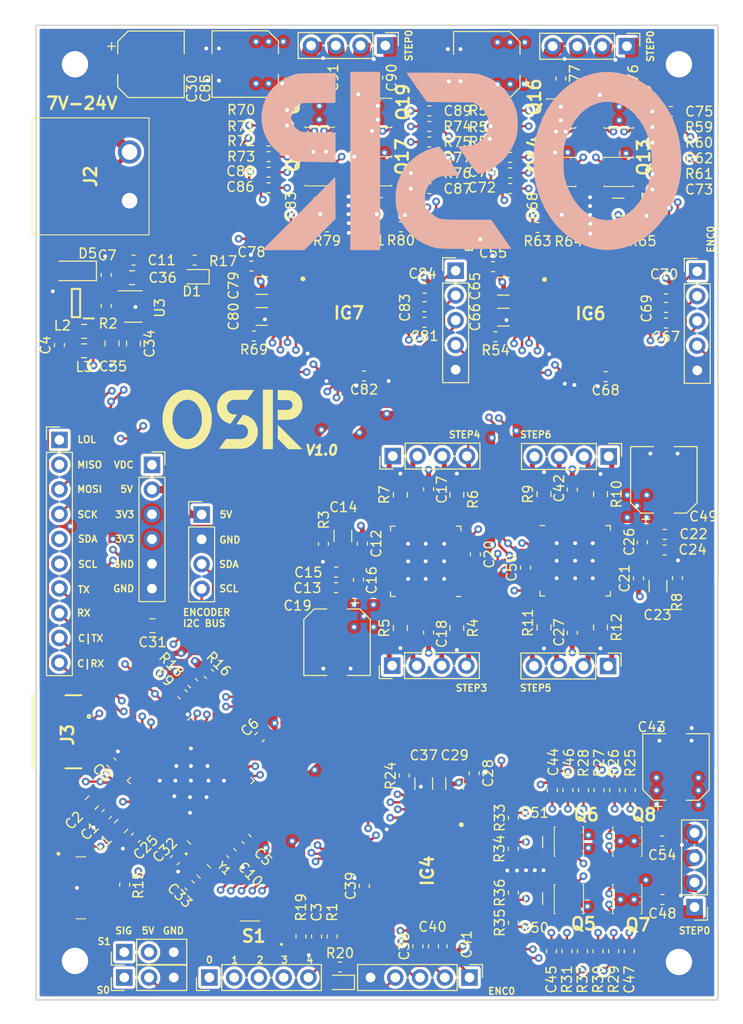
<source format=kicad_pcb>
(kicad_pcb (version 20171130) (host pcbnew "(5.1.6)-1")
  (layers (0 F.Cu signal) (1 In1.Cu power) (2 In2.Cu signal) (31 B.Cu power) (35 F.Paste user) (36 B.SilkS user) (37 F.SilkS user) (38 B.Mask user) (39 F.Mask user) (44 Edge.Cuts user))
  (net 0 "")
  (net 1 GND)
  (net 2 /VDDCORE)
  (net 3 /RESET)
  (net 4 "Net-(C4-Pad2)")
  (net 5 "Net-(C4-Pad1)")
  (net 6 +3V3)
  (net 7 "Net-(C7-Pad1)")
  (net 8 /AREF)
  (net 9 +VDC)
  (net 10 /OSC0)
  (net 11 /OSC1)
  (net 12 +5V)
  (net 13 "Net-(C40-Pad2)")
  (net 14 "Net-(C40-Pad1)")
  (net 15 "Net-(C41-Pad2)")
  (net 16 "Net-(C44-Pad2)")
  (net 17 "Net-(C45-Pad2)")
  (net 18 "Net-(C46-Pad2)")
  (net 19 "Net-(C47-Pad2)")
  (net 20 "Net-(D1-Pad2)")
  (net 21 "Net-(D2-Pad2)")
  (net 22 "Net-(IC2-Pad64)")
  (net 23 "Net-(IC2-Pad63)")
  (net 24 /D0_EN)
  (net 25 /SWDIO)
  (net 26 /SWCLK)
  (net 27 /VSW)
  (net 28 /MOSI)
  (net 29 /MISO)
  (net 30 /D+)
  (net 31 /D-)
  (net 32 /CAN_RX)
  (net 33 /CAN_TX)
  (net 34 /D0_DIR)
  (net 35 /D0_STEP)
  (net 36 /RX)
  (net 37 /TX)
  (net 38 /D0_CS)
  (net 39 /SCK)
  (net 40 /D1_DIR)
  (net 41 /D1_STEP)
  (net 42 /SCL)
  (net 43 /SDA)
  (net 44 /D1_CS)
  (net 45 /D1_EN)
  (net 46 /D2_EN)
  (net 47 /D2_CS)
  (net 48 /D2_STEP)
  (net 49 /D2_DIR)
  (net 50 /SERVO1)
  (net 51 /SERVO0)
  (net 52 "Net-(IC2-Pad3)")
  (net 53 "Net-(IC4-Pad47)")
  (net 54 "Net-(IC4-Pad46)")
  (net 55 "Net-(IC4-Pad44)")
  (net 56 "Net-(IC4-Pad41)")
  (net 57 "Net-(IC4-Pad39)")
  (net 58 "Net-(IC4-Pad38)")
  (net 59 "Net-(IC4-Pad36)")
  (net 60 "Net-(IC4-Pad27)")
  (net 61 "Net-(IC4-Pad26)")
  (net 62 "Net-(IC4-Pad10)")
  (net 63 "Net-(IC4-Pad9)")
  (net 64 "Net-(IC4-Pad8)")
  (net 65 "Net-(IC4-Pad7)")
  (net 66 "Net-(IC4-Pad1)")
  (net 67 "Net-(J3-Pad4)")
  (net 68 "Net-(J6-Pad9)")
  (net 69 "Net-(J6-Pad8)")
  (net 70 "Net-(J6-Pad7)")
  (net 71 "Net-(J6-Pad6)")
  (net 72 "Net-(R2-Pad2)")
  (net 73 "Net-(R19-Pad1)")
  (net 74 "Net-(U3-Pad4)")
  (net 75 "Net-(IC2-Pad51)")
  (net 76 /5160Driver0/D0_12VO)
  (net 77 /5160Driver0/D0_5VO)
  (net 78 /5160Driver0/D0_VCC)
  (net 79 /5160Driver0/S0_1B)
  (net 80 /5160Driver0/S0_1A)
  (net 81 /5160Driver0/S0_2B)
  (net 82 /5160Driver0/S0_2A)
  (net 83 /5160Driver0/D0_ENCN)
  (net 84 /5160Driver0/D0_ENCA)
  (net 85 /5160Driver0/D0_ENCB)
  (net 86 /5160Driver0/S0_LA2)
  (net 87 /5160Driver0/S0_SRAH)
  (net 88 /5160Driver0/S0_LA1)
  (net 89 /5160Driver0/S0_LB2)
  (net 90 /5160Driver0/S0_SRBH)
  (net 91 /5160Driver0/S0_LB1)
  (net 92 /5160Driver0/S0_HA2)
  (net 93 /5160Driver0/S0_HA1)
  (net 94 /5160Driver0/S0_HB2)
  (net 95 /5160Driver0/S0_HB1)
  (net 96 /sheet61BB23C4/D0_12VO)
  (net 97 /sheet61BB23C4/D0_5VO)
  (net 98 /sheet61BB23C4/D0_VCC)
  (net 99 "Net-(C69-Pad2)")
  (net 100 "Net-(C69-Pad1)")
  (net 101 "Net-(C70-Pad2)")
  (net 102 "Net-(C72-Pad2)")
  (net 103 /sheet61BB23C4/S0_1B)
  (net 104 "Net-(C73-Pad2)")
  (net 105 /sheet61BB23C4/S0_1A)
  (net 106 "Net-(C74-Pad2)")
  (net 107 /sheet61BB23C4/S0_2B)
  (net 108 "Net-(C75-Pad2)")
  (net 109 /sheet61BB23C4/S0_2A)
  (net 110 /sheet61C22781/D0_12VO)
  (net 111 /sheet61C22781/D0_5VO)
  (net 112 /sheet61C22781/D0_VCC)
  (net 113 "Net-(C83-Pad2)")
  (net 114 "Net-(C83-Pad1)")
  (net 115 "Net-(C84-Pad2)")
  (net 116 "Net-(C86-Pad2)")
  (net 117 /sheet61C22781/S0_1B)
  (net 118 "Net-(C87-Pad2)")
  (net 119 /sheet61C22781/S0_1A)
  (net 120 "Net-(C88-Pad2)")
  (net 121 /sheet61C22781/S0_2B)
  (net 122 "Net-(C89-Pad2)")
  (net 123 /sheet61C22781/S0_2A)
  (net 124 "Net-(IC6-Pad47)")
  (net 125 "Net-(IC6-Pad46)")
  (net 126 "Net-(IC6-Pad44)")
  (net 127 "Net-(IC6-Pad41)")
  (net 128 "Net-(IC6-Pad39)")
  (net 129 "Net-(IC6-Pad38)")
  (net 130 "Net-(IC6-Pad36)")
  (net 131 "Net-(IC6-Pad27)")
  (net 132 "Net-(IC6-Pad26)")
  (net 133 /sheet61BB23C4/D0_ENCN)
  (net 134 /sheet61BB23C4/D0_ENCA)
  (net 135 /sheet61BB23C4/D0_ENCB)
  (net 136 "Net-(IC6-Pad10)")
  (net 137 "Net-(IC6-Pad9)")
  (net 138 "Net-(IC6-Pad8)")
  (net 139 "Net-(IC6-Pad7)")
  (net 140 "Net-(IC6-Pad1)")
  (net 141 "Net-(IC7-Pad47)")
  (net 142 "Net-(IC7-Pad46)")
  (net 143 "Net-(IC7-Pad44)")
  (net 144 "Net-(IC7-Pad41)")
  (net 145 "Net-(IC7-Pad39)")
  (net 146 "Net-(IC7-Pad38)")
  (net 147 "Net-(IC7-Pad36)")
  (net 148 "Net-(IC7-Pad27)")
  (net 149 "Net-(IC7-Pad26)")
  (net 150 /sheet61C22781/D0_ENCN)
  (net 151 /sheet61C22781/D0_ENCA)
  (net 152 /sheet61C22781/D0_ENCB)
  (net 153 "Net-(IC7-Pad10)")
  (net 154 "Net-(IC7-Pad9)")
  (net 155 "Net-(IC7-Pad8)")
  (net 156 "Net-(IC7-Pad7)")
  (net 157 "Net-(IC7-Pad1)")
  (net 158 /sheet61BB23C4/S0_LA2)
  (net 159 /sheet61BB23C4/S0_SRAH)
  (net 160 /sheet61BB23C4/S0_LA1)
  (net 161 /sheet61BB23C4/S0_LB2)
  (net 162 /sheet61BB23C4/S0_SRBH)
  (net 163 /sheet61BB23C4/S0_LB1)
  (net 164 /sheet61BB23C4/S0_HA2)
  (net 165 /sheet61BB23C4/S0_HA1)
  (net 166 /sheet61BB23C4/S0_HB2)
  (net 167 /sheet61BB23C4/S0_HB1)
  (net 168 /sheet61C22781/S0_LA2)
  (net 169 /sheet61C22781/S0_SRAH)
  (net 170 /sheet61C22781/S0_LA1)
  (net 171 /sheet61C22781/S0_LB2)
  (net 172 /sheet61C22781/S0_SRBH)
  (net 173 /sheet61C22781/S0_LB1)
  (net 174 /sheet61C22781/S0_HA2)
  (net 175 /sheet61C22781/S0_HA1)
  (net 176 /sheet61C22781/S0_HB2)
  (net 177 /sheet61C22781/S0_HB1)
  (net 178 "Net-(J13-Pad1)")
  (net 179 /2014Driver/VCP)
  (net 180 /2014Driver/5VO)
  (net 181 /2014Driver/VCC)
  (net 182 "Net-(C16-Pad2)")
  (net 183 "Net-(C16-Pad1)")
  (net 184 /sheet60C9AE4D/VCP)
  (net 185 /sheet60C9AE4D/5VO)
  (net 186 /sheet60C9AE4D/VCC)
  (net 187 "Net-(C26-Pad2)")
  (net 188 "Net-(C26-Pad1)")
  (net 189 /2014Driver/S1_1A)
  (net 190 /2014Driver/S1_2A)
  (net 191 /2014Driver/S1_1B)
  (net 192 /2014Driver/S1_2B)
  (net 193 /2014Driver/S2_1A)
  (net 194 /2014Driver/S2_2A)
  (net 195 /2014Driver/S2_1B)
  (net 196 /2014Driver/S2_2B)
  (net 197 /sheet60C9AE4D/S1_1A)
  (net 198 /sheet60C9AE4D/S1_2A)
  (net 199 /sheet60C9AE4D/S1_1B)
  (net 200 /sheet60C9AE4D/S1_2B)
  (net 201 /sheet60C9AE4D/S2_1A)
  (net 202 /sheet60C9AE4D/S2_2A)
  (net 203 /sheet60C9AE4D/S2_1B)
  (net 204 /sheet60C9AE4D/S2_2B)
  (net 205 /2014Driver/BR1A)
  (net 206 /2014Driver/BR2A)
  (net 207 /2014Driver/BR2B)
  (net 208 /sheet60C9AE4D/BR1A)
  (net 209 /sheet60C9AE4D/BR2A)
  (net 210 /sheet60C9AE4D/BR2B)
  (net 211 "Net-(U1-Pad24)")
  (net 212 "Net-(U1-Pad10)")
  (net 213 "Net-(U1-Pad9)")
  (net 214 "Net-(U2-Pad24)")
  (net 215 "Net-(U2-Pad10)")
  (net 216 "Net-(U2-Pad9)")
  (net 217 /D3D4_EN)
  (net 218 /D3_STEP)
  (net 219 /D3_DIR)
  (net 220 /D4_STEP)
  (net 221 /D4_DIR)
  (net 222 /D3D4_CS)
  (net 223 /D5D6_EN)
  (net 224 /D5_STEP)
  (net 225 /D5_DIR)
  (net 226 /D6_STEP)
  (net 227 /D6_DIR)
  (net 228 /D5D6_CS)
  (net 229 /2014Driver/BR1B)
  (net 230 /sheet60C9AE4D/BR1B)
  (net 231 /GPIO5)
  (net 232 /GPIO4)
  (net 233 /GPIO3)
  (net 234 /GPIO2)
  (net 235 /GPIO1)
  (module Package_DFN_QFN:QFN-64-1EP_9x9mm_P0.5mm_EP6x6mm (layer F.Cu) (at 65.772272 183 135)
    (fp_text reference IC2 hide)
    (fp_text value ATSAMD51J19A-MU)
    (pad 65 smd roundrect (at 0 0 135) (size 6 6) (layers F.Cu F.Mask) (roundrect_rratio 0.041667) (net 1 GND))
    (pad 1 smd roundrect (at -4.4375 -3.75 135) (size 0.875 0.25) (layers F.Cu F.Paste F.Mask) (net 10 /OSC0))
    (pad 2 smd roundrect (at -4.4375 -3.25 135) (size 0.875 0.25) (layers F.Cu F.Paste F.Mask) (net 11 /OSC1))
    (pad 3 smd roundrect (at -4.4375 -2.75 135) (size 0.875 0.25) (layers F.Cu F.Paste F.Mask) (net 52 "Net-(IC2-Pad3)"))
    (pad 4 smd roundrect (at -4.4375 -2.25 135) (size 0.875 0.25) (layers F.Cu F.Paste F.Mask) (net 8 /AREF))
    (pad 5 smd roundrect (at -4.4375 -1.75 135) (size 0.875 0.25) (layers F.Cu F.Paste F.Mask) (net 235 /GPIO1))
    (pad 6 smd roundrect (at -4.4375 -1.25 135) (size 0.875 0.25) (layers F.Cu F.Paste F.Mask) (net 234 /GPIO2))
    (pad 7 smd roundrect (at -4.4375 -0.75 135) (size 0.875 0.25) (layers F.Cu F.Paste F.Mask) (net 1 GND))
    (pad 8 smd roundrect (at -4.4375 -0.25 135) (size 0.875 0.25) (layers F.Cu F.Paste F.Mask) (net 6 +3V3))
    (pad 9 smd roundrect (at -4.4375 0.25 135) (size 0.875 0.25) (layers F.Cu F.Paste F.Mask) (net 233 /GPIO3))
    (pad 10 smd roundrect (at -4.4375 0.75 135) (size 0.875 0.25) (layers F.Cu F.Paste F.Mask) (net 232 /GPIO4))
    (pad 11 smd roundrect (at -4.4375 1.25 135) (size 0.875 0.25) (layers F.Cu F.Paste F.Mask) (net 231 /GPIO5))
    (pad 12 smd roundrect (at -4.4375 1.75 135) (size 0.875 0.25) (layers F.Cu F.Paste F.Mask) (net 223 /D5D6_EN))
    (pad 13 smd roundrect (at -4.4375 2.25 135) (size 0.875 0.25) (layers F.Cu F.Paste F.Mask) (net 224 /D5_STEP))
    (pad 14 smd roundrect (at -4.4375 2.75 135) (size 0.875 0.25) (layers F.Cu F.Paste F.Mask) (net 225 /D5_DIR))
    (pad 15 smd roundrect (at -4.4375 3.25 135) (size 0.875 0.25) (layers F.Cu F.Paste F.Mask) (net 226 /D6_STEP))
    (pad 16 smd roundrect (at -4.4375 3.75 135) (size 0.875 0.25) (layers F.Cu F.Paste F.Mask) (net 227 /D6_DIR))
    (pad 17 smd roundrect (at -3.75 4.4375 135) (size 0.25 0.875) (layers F.Cu F.Paste F.Mask) (net 51 /SERVO0))
    (pad 18 smd roundrect (at -3.25 4.4375 135) (size 0.25 0.875) (layers F.Cu F.Paste F.Mask) (net 50 /SERVO1))
    (pad 19 smd roundrect (at -2.75 4.4375 135) (size 0.25 0.875) (layers F.Cu F.Paste F.Mask) (net 222 /D3D4_CS))
    (pad 20 smd roundrect (at -2.25 4.4375 135) (size 0.25 0.875) (layers F.Cu F.Paste F.Mask) (net 217 /D3D4_EN))
    (pad 21 smd roundrect (at -1.75 4.4375 135) (size 0.25 0.875) (layers F.Cu F.Paste F.Mask) (net 6 +3V3))
    (pad 22 smd roundrect (at -1.25 4.4375 135) (size 0.25 0.875) (layers F.Cu F.Paste F.Mask) (net 1 GND))
    (pad 23 smd roundrect (at -0.75 4.4375 135) (size 0.25 0.875) (layers F.Cu F.Paste F.Mask) (net 218 /D3_STEP))
    (pad 24 smd roundrect (at -0.25 4.4375 135) (size 0.25 0.875) (layers F.Cu F.Paste F.Mask) (net 219 /D3_DIR))
    (pad 25 smd roundrect (at 0.25 4.4375 135) (size 0.25 0.875) (layers F.Cu F.Paste F.Mask) (net 220 /D4_STEP))
    (pad 26 smd roundrect (at 0.75 4.4375 135) (size 0.25 0.875) (layers F.Cu F.Paste F.Mask) (net 221 /D4_DIR))
    (pad 27 smd roundrect (at 1.25 4.4375 135) (size 0.25 0.875) (layers F.Cu F.Paste F.Mask) (net 228 /D5D6_CS))
    (pad 28 smd roundrect (at 1.75 4.4375 135) (size 0.25 0.875) (layers F.Cu F.Paste F.Mask) (net 40 /D1_DIR))
    (pad 29 smd roundrect (at 2.25 4.4375 135) (size 0.25 0.875) (layers F.Cu F.Paste F.Mask) (net 43 /SDA))
    (pad 30 smd roundrect (at 2.75 4.4375 135) (size 0.25 0.875) (layers F.Cu F.Paste F.Mask) (net 42 /SCL))
    (pad 31 smd roundrect (at 3.25 4.4375 135) (size 0.25 0.875) (layers F.Cu F.Paste F.Mask) (net 41 /D1_STEP))
    (pad 32 smd roundrect (at 3.75 4.4375 135) (size 0.25 0.875) (layers F.Cu F.Paste F.Mask) (net 44 /D1_CS))
    (pad 33 smd roundrect (at 4.4375 3.75 135) (size 0.875 0.25) (layers F.Cu F.Paste F.Mask) (net 1 GND))
    (pad 34 smd roundrect (at 4.4375 3.25 135) (size 0.875 0.25) (layers F.Cu F.Paste F.Mask) (net 6 +3V3))
    (pad 35 smd roundrect (at 4.4375 2.75 135) (size 0.875 0.25) (layers F.Cu F.Paste F.Mask) (net 45 /D1_EN))
    (pad 36 smd roundrect (at 4.4375 2.25 135) (size 0.875 0.25) (layers F.Cu F.Paste F.Mask) (net 39 /SCK))
    (pad 37 smd roundrect (at 4.4375 1.75 135) (size 0.875 0.25) (layers F.Cu F.Paste F.Mask) (net 49 /D2_DIR))
    (pad 38 smd roundrect (at 4.4375 1.25 135) (size 0.875 0.25) (layers F.Cu F.Paste F.Mask) (net 48 /D2_STEP))
    (pad 39 smd roundrect (at 4.4375 0.75 135) (size 0.875 0.25) (layers F.Cu F.Paste F.Mask) (net 37 /TX))
    (pad 40 smd roundrect (at 4.4375 0.25 135) (size 0.875 0.25) (layers F.Cu F.Paste F.Mask) (net 36 /RX))
    (pad 41 smd roundrect (at 4.4375 -0.25 135) (size 0.875 0.25) (layers F.Cu F.Paste F.Mask) (net 47 /D2_CS))
    (pad 42 smd roundrect (at 4.4375 -0.75 135) (size 0.875 0.25) (layers F.Cu F.Paste F.Mask) (net 46 /D2_EN))
    (pad 43 smd roundrect (at 4.4375 -1.25 135) (size 0.875 0.25) (layers F.Cu F.Paste F.Mask) (net 33 /CAN_TX))
    (pad 44 smd roundrect (at 4.4375 -1.75 135) (size 0.875 0.25) (layers F.Cu F.Paste F.Mask) (net 32 /CAN_RX))
    (pad 45 smd roundrect (at 4.4375 -2.25 135) (size 0.875 0.25) (layers F.Cu F.Paste F.Mask) (net 31 /D-))
    (pad 46 smd roundrect (at 4.4375 -2.75 135) (size 0.875 0.25) (layers F.Cu F.Paste F.Mask) (net 30 /D+))
    (pad 47 smd roundrect (at 4.4375 -3.25 135) (size 0.875 0.25) (layers F.Cu F.Paste F.Mask) (net 1 GND))
    (pad 48 smd roundrect (at 4.4375 -3.75 135) (size 0.875 0.25) (layers F.Cu F.Paste F.Mask) (net 6 +3V3))
    (pad 49 smd roundrect (at 3.75 -4.4375 135) (size 0.25 0.875) (layers F.Cu F.Paste F.Mask) (net 29 /MISO))
    (pad 50 smd roundrect (at 3.25 -4.4375 135) (size 0.25 0.875) (layers F.Cu F.Paste F.Mask) (net 28 /MOSI))
    (pad 51 smd roundrect (at 2.75 -4.4375 135) (size 0.25 0.875) (layers F.Cu F.Paste F.Mask) (net 75 "Net-(IC2-Pad51)"))
    (pad 52 smd roundrect (at 2.25 -4.4375 135) (size 0.25 0.875) (layers F.Cu F.Paste F.Mask) (net 3 /RESET))
    (pad 53 smd roundrect (at 1.75 -4.4375 135) (size 0.25 0.875) (layers F.Cu F.Paste F.Mask) (net 2 /VDDCORE))
    (pad 54 smd roundrect (at 1.25 -4.4375 135) (size 0.25 0.875) (layers F.Cu F.Paste F.Mask) (net 1 GND))
    (pad 55 smd roundrect (at 0.75 -4.4375 135) (size 0.25 0.875) (layers F.Cu F.Paste F.Mask) (net 27 /VSW))
    (pad 56 smd roundrect (at 0.25 -4.4375 135) (size 0.25 0.875) (layers F.Cu F.Paste F.Mask) (net 6 +3V3))
    (pad 57 smd roundrect (at -0.25 -4.4375 135) (size 0.25 0.875) (layers F.Cu F.Paste F.Mask) (net 26 /SWCLK))
    (pad 58 smd roundrect (at -0.75 -4.4375 135) (size 0.25 0.875) (layers F.Cu F.Paste F.Mask) (net 25 /SWDIO))
    (pad 59 smd roundrect (at -1.25 -4.4375 135) (size 0.25 0.875) (layers F.Cu F.Paste F.Mask) (net 34 /D0_DIR))
    (pad 60 smd roundrect (at -1.75 -4.4375 135) (size 0.25 0.875) (layers F.Cu F.Paste F.Mask) (net 35 /D0_STEP))
    (pad 61 smd roundrect (at -2.25 -4.4375 135) (size 0.25 0.875) (layers F.Cu F.Paste F.Mask) (net 38 /D0_CS))
    (pad 62 smd roundrect (at -2.75 -4.4375 135) (size 0.25 0.875) (layers F.Cu F.Paste F.Mask) (net 24 /D0_EN))
    (pad 63 smd roundrect (at -3.25 -4.4375 135) (size 0.25 0.875) (layers F.Cu F.Paste F.Mask) (net 23 "Net-(IC2-Pad63)"))
    (pad 64 smd roundrect (at -3.75 -4.4375 135) (size 0.25 0.875) (layers F.Cu F.Paste F.Mask) (net 22 "Net-(IC2-Pad64)"))
  )
  (module Package_DFN_QFN:QFN-48-1EP_7x7mm_P0.5mm_EP5.3x5.3mm (layer F.Cu) (at 105.25 160.44)
    (fp_text reference U2 hide)
    (fp_text value TMC2041-LA)
    (pad 49 smd roundrect (at 0 0) (size 5.3 5.3) (layers F.Cu F.Mask) (roundrect_rratio 0.04717) (net 1 GND))
    (pad 1 smd roundrect (at -3.45 -2.75) (size 0.8 0.25) (layers F.Cu F.Paste F.Mask) (net 1 GND))
    (pad 2 smd roundrect (at -3.45 -2.25) (size 0.8 0.25) (layers F.Cu F.Paste F.Mask) (net 1 GND))
    (pad 3 smd roundrect (at -3.45 -1.75) (size 0.8 0.25) (layers F.Cu F.Paste F.Mask) (net 228 /D5D6_CS))
    (pad 4 smd roundrect (at -3.45 -1.25) (size 0.8 0.25) (layers F.Cu F.Paste F.Mask) (net 39 /SCK))
    (pad 5 smd roundrect (at -3.45 -0.75) (size 0.8 0.25) (layers F.Cu F.Paste F.Mask) (net 28 /MOSI))
    (pad 6 smd roundrect (at -3.45 -0.25) (size 0.8 0.25) (layers F.Cu F.Paste F.Mask) (net 1 GND))
    (pad 7 smd roundrect (at -3.45 0.25) (size 0.8 0.25) (layers F.Cu F.Paste F.Mask) (net 6 +3V3))
    (pad 8 smd roundrect (at -3.45 0.75) (size 0.8 0.25) (layers F.Cu F.Paste F.Mask) (net 29 /MISO))
    (pad 9 smd roundrect (at -3.45 1.25) (size 0.8 0.25) (layers F.Cu F.Paste F.Mask) (net 216 "Net-(U2-Pad9)"))
    (pad 10 smd roundrect (at -3.45 1.75) (size 0.8 0.25) (layers F.Cu F.Paste F.Mask) (net 215 "Net-(U2-Pad10)"))
    (pad 11 smd roundrect (at -3.45 2.25) (size 0.8 0.25) (layers F.Cu F.Paste F.Mask) (net 1 GND))
    (pad 12 smd roundrect (at -3.45 2.75) (size 0.8 0.25) (layers F.Cu F.Paste F.Mask) (net 1 GND))
    (pad 13 smd roundrect (at -2.75 3.45) (size 0.25 0.8) (layers F.Cu F.Paste F.Mask) (net 1 GND))
    (pad 14 smd roundrect (at -2.25 3.45) (size 0.25 0.8) (layers F.Cu F.Paste F.Mask) (net 201 /sheet60C9AE4D/S2_1A))
    (pad 15 smd roundrect (at -1.75 3.45) (size 0.25 0.8) (layers F.Cu F.Paste F.Mask) (net 209 /sheet60C9AE4D/BR2A))
    (pad 16 smd roundrect (at -1.25 3.45) (size 0.25 0.8) (layers F.Cu F.Paste F.Mask) (net 202 /sheet60C9AE4D/S2_2A))
    (pad 17 smd roundrect (at -0.75 3.45) (size 0.25 0.8) (layers F.Cu F.Paste F.Mask) (net 9 +VDC))
    (pad 18 smd roundrect (at -0.25 3.45) (size 0.25 0.8) (layers F.Cu F.Paste F.Mask) (net 1 GND))
    (pad 19 smd roundrect (at 0.25 3.45) (size 0.25 0.8) (layers F.Cu F.Paste F.Mask) (net 9 +VDC))
    (pad 20 smd roundrect (at 0.75 3.45) (size 0.25 0.8) (layers F.Cu F.Paste F.Mask) (net 203 /sheet60C9AE4D/S2_1B))
    (pad 21 smd roundrect (at 1.25 3.45) (size 0.25 0.8) (layers F.Cu F.Paste F.Mask) (net 210 /sheet60C9AE4D/BR2B))
    (pad 22 smd roundrect (at 1.75 3.45) (size 0.25 0.8) (layers F.Cu F.Paste F.Mask) (net 204 /sheet60C9AE4D/S2_2B))
    (pad 23 smd roundrect (at 2.25 3.45) (size 0.25 0.8) (layers F.Cu F.Paste F.Mask) (net 1 GND))
    (pad 24 smd roundrect (at 2.75 3.45) (size 0.25 0.8) (layers F.Cu F.Paste F.Mask) (net 214 "Net-(U2-Pad24)"))
    (pad 25 smd roundrect (at 3.45 2.75) (size 0.8 0.25) (layers F.Cu F.Paste F.Mask) (net 227 /D6_DIR))
    (pad 26 smd roundrect (at 3.45 2.25) (size 0.8 0.25) (layers F.Cu F.Paste F.Mask) (net 226 /D6_STEP))
    (pad 27 smd roundrect (at 3.45 1.75) (size 0.8 0.25) (layers F.Cu F.Paste F.Mask) (net 225 /D5_DIR))
    (pad 28 smd roundrect (at 3.45 1.25) (size 0.8 0.25) (layers F.Cu F.Paste F.Mask) (net 224 /D5_STEP))
    (pad 29 smd roundrect (at 3.45 0.75) (size 0.8 0.25) (layers F.Cu F.Paste F.Mask) (net 223 /D5D6_EN))
    (pad 30 smd roundrect (at 3.45 0.25) (size 0.8 0.25) (layers F.Cu F.Paste F.Mask) (net 9 +VDC))
    (pad 31 smd roundrect (at 3.45 -0.25) (size 0.8 0.25) (layers F.Cu F.Paste F.Mask) (net 1 GND))
    (pad 32 smd roundrect (at 3.45 -0.75) (size 0.8 0.25) (layers F.Cu F.Paste F.Mask) (net 185 /sheet60C9AE4D/5VO))
    (pad 33 smd roundrect (at 3.45 -1.25) (size 0.8 0.25) (layers F.Cu F.Paste F.Mask) (net 186 /sheet60C9AE4D/VCC))
    (pad 34 smd roundrect (at 3.45 -1.75) (size 0.8 0.25) (layers F.Cu F.Paste F.Mask) (net 1 GND))
    (pad 35 smd roundrect (at 3.45 -2.25) (size 0.8 0.25) (layers F.Cu F.Paste F.Mask) (net 187 "Net-(C26-Pad2)"))
    (pad 36 smd roundrect (at 3.45 -2.75) (size 0.8 0.25) (layers F.Cu F.Paste F.Mask) (net 188 "Net-(C26-Pad1)"))
    (pad 37 smd roundrect (at 2.75 -3.45) (size 0.25 0.8) (layers F.Cu F.Paste F.Mask) (net 184 /sheet60C9AE4D/VCP))
    (pad 38 smd roundrect (at 2.25 -3.45) (size 0.25 0.8) (layers F.Cu F.Paste F.Mask) (net 1 GND))
    (pad 39 smd roundrect (at 1.75 -3.45) (size 0.25 0.8) (layers F.Cu F.Paste F.Mask) (net 200 /sheet60C9AE4D/S1_2B))
    (pad 40 smd roundrect (at 1.25 -3.45) (size 0.25 0.8) (layers F.Cu F.Paste F.Mask) (net 230 /sheet60C9AE4D/BR1B))
    (pad 41 smd roundrect (at 0.75 -3.45) (size 0.25 0.8) (layers F.Cu F.Paste F.Mask) (net 199 /sheet60C9AE4D/S1_1B))
    (pad 42 smd roundrect (at 0.25 -3.45) (size 0.25 0.8) (layers F.Cu F.Paste F.Mask) (net 9 +VDC))
    (pad 43 smd roundrect (at -0.25 -3.45) (size 0.25 0.8) (layers F.Cu F.Paste F.Mask) (net 1 GND))
    (pad 44 smd roundrect (at -0.75 -3.45) (size 0.25 0.8) (layers F.Cu F.Paste F.Mask) (net 9 +VDC))
    (pad 45 smd roundrect (at -1.25 -3.45) (size 0.25 0.8) (layers F.Cu F.Paste F.Mask) (net 198 /sheet60C9AE4D/S1_2A))
    (pad 46 smd roundrect (at -1.75 -3.45) (size 0.25 0.8) (layers F.Cu F.Paste F.Mask) (net 208 /sheet60C9AE4D/BR1A))
    (pad 47 smd roundrect (at -2.25 -3.45) (size 0.25 0.8) (layers F.Cu F.Paste F.Mask) (net 197 /sheet60C9AE4D/S1_1A))
    (pad 48 smd roundrect (at -2.75 -3.45) (size 0.25 0.8) (layers F.Cu F.Paste F.Mask) (net 1 GND))
  )
  (module Package_DFN_QFN:QFN-48-1EP_7x7mm_P0.5mm_EP5.3x5.3mm (layer F.Cu) (at 89.9 160.5 180)
    (fp_text reference U1 hide)
    (fp_text value TMC2041-LA)
    (pad 49 smd roundrect (at 0 0 180) (size 5.3 5.3) (layers F.Cu F.Mask) (roundrect_rratio 0.04717) (net 1 GND))
    (pad 1 smd roundrect (at -3.45 -2.75 180) (size 0.8 0.25) (layers F.Cu F.Paste F.Mask) (net 1 GND))
    (pad 2 smd roundrect (at -3.45 -2.25 180) (size 0.8 0.25) (layers F.Cu F.Paste F.Mask) (net 1 GND))
    (pad 3 smd roundrect (at -3.45 -1.75 180) (size 0.8 0.25) (layers F.Cu F.Paste F.Mask) (net 222 /D3D4_CS))
    (pad 4 smd roundrect (at -3.45 -1.25 180) (size 0.8 0.25) (layers F.Cu F.Paste F.Mask) (net 39 /SCK))
    (pad 5 smd roundrect (at -3.45 -0.75 180) (size 0.8 0.25) (layers F.Cu F.Paste F.Mask) (net 28 /MOSI))
    (pad 6 smd roundrect (at -3.45 -0.25 180) (size 0.8 0.25) (layers F.Cu F.Paste F.Mask) (net 1 GND))
    (pad 7 smd roundrect (at -3.45 0.25 180) (size 0.8 0.25) (layers F.Cu F.Paste F.Mask) (net 6 +3V3))
    (pad 8 smd roundrect (at -3.45 0.75 180) (size 0.8 0.25) (layers F.Cu F.Paste F.Mask) (net 29 /MISO))
    (pad 9 smd roundrect (at -3.45 1.25 180) (size 0.8 0.25) (layers F.Cu F.Paste F.Mask) (net 213 "Net-(U1-Pad9)"))
    (pad 10 smd roundrect (at -3.45 1.75 180) (size 0.8 0.25) (layers F.Cu F.Paste F.Mask) (net 212 "Net-(U1-Pad10)"))
    (pad 11 smd roundrect (at -3.45 2.25 180) (size 0.8 0.25) (layers F.Cu F.Paste F.Mask) (net 1 GND))
    (pad 12 smd roundrect (at -3.45 2.75 180) (size 0.8 0.25) (layers F.Cu F.Paste F.Mask) (net 1 GND))
    (pad 13 smd roundrect (at -2.75 3.45 180) (size 0.25 0.8) (layers F.Cu F.Paste F.Mask) (net 1 GND))
    (pad 14 smd roundrect (at -2.25 3.45 180) (size 0.25 0.8) (layers F.Cu F.Paste F.Mask) (net 193 /2014Driver/S2_1A))
    (pad 15 smd roundrect (at -1.75 3.45 180) (size 0.25 0.8) (layers F.Cu F.Paste F.Mask) (net 206 /2014Driver/BR2A))
    (pad 16 smd roundrect (at -1.25 3.45 180) (size 0.25 0.8) (layers F.Cu F.Paste F.Mask) (net 194 /2014Driver/S2_2A))
    (pad 17 smd roundrect (at -0.75 3.45 180) (size 0.25 0.8) (layers F.Cu F.Paste F.Mask) (net 9 +VDC))
    (pad 18 smd roundrect (at -0.25 3.45 180) (size 0.25 0.8) (layers F.Cu F.Paste F.Mask) (net 1 GND))
    (pad 19 smd roundrect (at 0.25 3.45 180) (size 0.25 0.8) (layers F.Cu F.Paste F.Mask) (net 9 +VDC))
    (pad 20 smd roundrect (at 0.75 3.45 180) (size 0.25 0.8) (layers F.Cu F.Paste F.Mask) (net 195 /2014Driver/S2_1B))
    (pad 21 smd roundrect (at 1.25 3.45 180) (size 0.25 0.8) (layers F.Cu F.Paste F.Mask) (net 207 /2014Driver/BR2B))
    (pad 22 smd roundrect (at 1.75 3.45 180) (size 0.25 0.8) (layers F.Cu F.Paste F.Mask) (net 196 /2014Driver/S2_2B))
    (pad 23 smd roundrect (at 2.25 3.45 180) (size 0.25 0.8) (layers F.Cu F.Paste F.Mask) (net 1 GND))
    (pad 24 smd roundrect (at 2.75 3.45 180) (size 0.25 0.8) (layers F.Cu F.Paste F.Mask) (net 211 "Net-(U1-Pad24)"))
    (pad 25 smd roundrect (at 3.45 2.75 180) (size 0.8 0.25) (layers F.Cu F.Paste F.Mask) (net 221 /D4_DIR))
    (pad 26 smd roundrect (at 3.45 2.25 180) (size 0.8 0.25) (layers F.Cu F.Paste F.Mask) (net 220 /D4_STEP))
    (pad 27 smd roundrect (at 3.45 1.75 180) (size 0.8 0.25) (layers F.Cu F.Paste F.Mask) (net 219 /D3_DIR))
    (pad 28 smd roundrect (at 3.45 1.25 180) (size 0.8 0.25) (layers F.Cu F.Paste F.Mask) (net 218 /D3_STEP))
    (pad 29 smd roundrect (at 3.45 0.75 180) (size 0.8 0.25) (layers F.Cu F.Paste F.Mask) (net 217 /D3D4_EN))
    (pad 30 smd roundrect (at 3.45 0.25 180) (size 0.8 0.25) (layers F.Cu F.Paste F.Mask) (net 9 +VDC))
    (pad 31 smd roundrect (at 3.45 -0.25 180) (size 0.8 0.25) (layers F.Cu F.Paste F.Mask) (net 1 GND))
    (pad 32 smd roundrect (at 3.45 -0.75 180) (size 0.8 0.25) (layers F.Cu F.Paste F.Mask) (net 180 /2014Driver/5VO))
    (pad 33 smd roundrect (at 3.45 -1.25 180) (size 0.8 0.25) (layers F.Cu F.Paste F.Mask) (net 181 /2014Driver/VCC))
    (pad 34 smd roundrect (at 3.45 -1.75 180) (size 0.8 0.25) (layers F.Cu F.Paste F.Mask) (net 1 GND))
    (pad 35 smd roundrect (at 3.45 -2.25 180) (size 0.8 0.25) (layers F.Cu F.Paste F.Mask) (net 182 "Net-(C16-Pad2)"))
    (pad 36 smd roundrect (at 3.45 -2.75 180) (size 0.8 0.25) (layers F.Cu F.Paste F.Mask) (net 183 "Net-(C16-Pad1)"))
    (pad 37 smd roundrect (at 2.75 -3.45 180) (size 0.25 0.8) (layers F.Cu F.Paste F.Mask) (net 179 /2014Driver/VCP))
    (pad 38 smd roundrect (at 2.25 -3.45 180) (size 0.25 0.8) (layers F.Cu F.Paste F.Mask) (net 1 GND))
    (pad 39 smd roundrect (at 1.75 -3.45 180) (size 0.25 0.8) (layers F.Cu F.Paste F.Mask) (net 192 /2014Driver/S1_2B))
    (pad 40 smd roundrect (at 1.25 -3.45 180) (size 0.25 0.8) (layers F.Cu F.Paste F.Mask) (net 229 /2014Driver/BR1B))
    (pad 41 smd roundrect (at 0.75 -3.45 180) (size 0.25 0.8) (layers F.Cu F.Paste F.Mask) (net 191 /2014Driver/S1_1B))
    (pad 42 smd roundrect (at 0.25 -3.45 180) (size 0.25 0.8) (layers F.Cu F.Paste F.Mask) (net 9 +VDC))
    (pad 43 smd roundrect (at -0.25 -3.45 180) (size 0.25 0.8) (layers F.Cu F.Paste F.Mask) (net 1 GND))
    (pad 44 smd roundrect (at -0.75 -3.45 180) (size 0.25 0.8) (layers F.Cu F.Paste F.Mask) (net 9 +VDC))
    (pad 45 smd roundrect (at -1.25 -3.45 180) (size 0.25 0.8) (layers F.Cu F.Paste F.Mask) (net 190 /2014Driver/S1_2A))
    (pad 46 smd roundrect (at -1.75 -3.45 180) (size 0.25 0.8) (layers F.Cu F.Paste F.Mask) (net 205 /2014Driver/BR1A))
    (pad 47 smd roundrect (at -2.25 -3.45 180) (size 0.25 0.8) (layers F.Cu F.Paste F.Mask) (net 189 /2014Driver/S1_1A))
    (pad 48 smd roundrect (at -2.75 -3.45 180) (size 0.25 0.8) (layers F.Cu F.Paste F.Mask) (net 1 GND))
  )
  (module SamacSys_Parts:691313710002 (layer F.Cu) (at 55.495 121 270)
    (fp_text reference J2 (at 0 0 90) (layer F.SilkS) (effects (font (size 1.27 1.27) (thickness 0.254))))
    (fp_text value 691313710002 hide)
    (pad 1 thru_hole circle (at -2.5 -4.005 270) (size 2.4 2.4) (drill 1.6) (layers *.Cu *.Mask) (net 9 +VDC))
    (pad 2 thru_hole circle (at 2.5 -4.005 270) (size 2.4 2.4) (drill 1.6) (layers *.Cu *.Mask) (net 1 GND))
  )
  (module Connector_PinHeader_2.54mm:PinHeader_1x04_P2.54mm_Vertical (layer F.Cu) (at 66.9 155.7)
    (fp_text reference J9 hide)
    (fp_text value Conn_01x04)
    (pad 1 thru_hole rect (at 0 0) (size 1.7 1.7) (drill 1) (layers *.Cu *.Mask) (net 12 +5V))
    (pad 2 thru_hole oval (at 0 2.54) (size 1.7 1.7) (drill 1) (layers *.Cu *.Mask) (net 1 GND))
    (pad 3 thru_hole oval (at 0 5.08) (size 1.7 1.7) (drill 1) (layers *.Cu *.Mask) (net 43 /SDA))
    (pad 4 thru_hole oval (at 0 7.62) (size 1.7 1.7) (drill 1) (layers *.Cu *.Mask) (net 42 /SCL))
  )
  (module Capacitor_SMD:C_0603_1608Metric (layer F.Cu) (at 78.975 110.8895 270)
    (fp_text reference C91 (at 0 -1.43 270) (layer F.SilkS))
    (fp_text value 470nF)
    (pad 2 smd roundrect (at 0.7875 0 270) (size 0.875 0.95) (layers F.Cu F.Paste F.Mask) (net 9 +VDC))
    (pad 1 smd roundrect (at -0.7875 0 270) (size 0.875 0.95) (layers F.Cu F.Paste F.Mask) (net 1 GND))
  )
  (module imgs:smol_logo (layer F.Cu) (at 70.4 146.3)
    (fp_text reference G*** hide)
    (fp_text value LOGO hide)
  )
  (module imgs:logo (layer B.Cu) (at 93.6 120.5 180)
    (fp_text reference G*** hide)
    (fp_text value LOGO hide)
  )
  (module Connector_PinHeader_2.54mm:PinHeader_1x05_P2.54mm_Vertical (layer F.Cu) (at 67.7 203.2 90)
    (fp_text reference J8 hide)
    (fp_text value Conn_01x05)
    (pad 1 thru_hole rect (at 0 0 90) (size 1.7 1.7) (drill 1) (layers *.Cu *.Mask) (net 235 /GPIO1))
    (pad 2 thru_hole oval (at 0 2.54 90) (size 1.7 1.7) (drill 1) (layers *.Cu *.Mask) (net 234 /GPIO2))
    (pad 3 thru_hole oval (at 0 5.08 90) (size 1.7 1.7) (drill 1) (layers *.Cu *.Mask) (net 233 /GPIO3))
    (pad 4 thru_hole oval (at 0 7.62 90) (size 1.7 1.7) (drill 1) (layers *.Cu *.Mask) (net 232 /GPIO4))
    (pad 5 thru_hole oval (at 0 10.16 90) (size 1.7 1.7) (drill 1) (layers *.Cu *.Mask) (net 231 /GPIO5))
  )
  (module Resistor_SMD:R_0805_2012Metric (layer F.Cu) (at 107.85 167.2775 270)
    (fp_text reference R12 (at 0 -1.65 90) (layer F.SilkS))
    (fp_text value 0R2)
    (pad 1 smd roundrect (at -0.9375 0 270) (size 0.975 1.4) (layers F.Cu F.Paste F.Mask) (net 210 /sheet60C9AE4D/BR2B))
    (pad 2 smd roundrect (at 0.9375 0 270) (size 0.975 1.4) (layers F.Cu F.Paste F.Mask) (net 1 GND))
  )
  (module Resistor_SMD:R_0805_2012Metric (layer F.Cu) (at 102.05 167.2775 270)
    (fp_text reference R11 (at -0.4775 1.65 90) (layer F.SilkS))
    (fp_text value 0R2)
    (pad 1 smd roundrect (at -0.9375 0 270) (size 0.975 1.4) (layers F.Cu F.Paste F.Mask) (net 209 /sheet60C9AE4D/BR2A))
    (pad 2 smd roundrect (at 0.9375 0 270) (size 0.975 1.4) (layers F.Cu F.Paste F.Mask) (net 1 GND))
  )
  (module Resistor_SMD:R_0805_2012Metric (layer F.Cu) (at 107.85 153.6025 90)
    (fp_text reference R10 (at 0.0025 1.65 90) (layer F.SilkS))
    (fp_text value 0R2)
    (pad 1 smd roundrect (at -0.9375 0 90) (size 0.975 1.4) (layers F.Cu F.Paste F.Mask) (net 230 /sheet60C9AE4D/BR1B))
    (pad 2 smd roundrect (at 0.9375 0 90) (size 0.975 1.4) (layers F.Cu F.Paste F.Mask) (net 1 GND))
  )
  (module Resistor_SMD:R_0805_2012Metric (layer F.Cu) (at 102.05 153.6025 90)
    (fp_text reference R9 (at 0 -1.65 90) (layer F.SilkS))
    (fp_text value 0R2)
    (pad 1 smd roundrect (at -0.9375 0 90) (size 0.975 1.4) (layers F.Cu F.Paste F.Mask) (net 208 /sheet60C9AE4D/BR1A))
    (pad 2 smd roundrect (at 0.9375 0 90) (size 0.975 1.4) (layers F.Cu F.Paste F.Mask) (net 1 GND))
  )
  (module Resistor_SMD:R_0603_1608Metric (layer F.Cu) (at 115.75 162.2275 90)
    (fp_text reference R8 (at -2.4725 -0.05 90) (layer F.SilkS))
    (fp_text value 2R2)
    (pad 1 smd roundrect (at -0.7875 0 90) (size 0.875 0.95) (layers F.Cu F.Paste F.Mask) (net 185 /sheet60C9AE4D/5VO))
    (pad 2 smd roundrect (at 0.7875 0 90) (size 0.875 0.95) (layers F.Cu F.Paste F.Mask) (net 186 /sheet60C9AE4D/VCC))
  )
  (module Resistor_SMD:R_0805_2012Metric (layer F.Cu) (at 87.3 153.6625 90)
    (fp_text reference R7 (at 0 -1.65 270) (layer F.SilkS))
    (fp_text value 0R2)
    (pad 1 smd roundrect (at -0.9375 0 90) (size 0.975 1.4) (layers F.Cu F.Paste F.Mask) (net 207 /2014Driver/BR2B))
    (pad 2 smd roundrect (at 0.9375 0 90) (size 0.975 1.4) (layers F.Cu F.Paste F.Mask) (net 1 GND))
  )
  (module Resistor_SMD:R_0805_2012Metric (layer F.Cu) (at 93.1 153.6625 90)
    (fp_text reference R6 (at -0.4775 1.65 270) (layer F.SilkS))
    (fp_text value 0R2)
    (pad 1 smd roundrect (at -0.9375 0 90) (size 0.975 1.4) (layers F.Cu F.Paste F.Mask) (net 206 /2014Driver/BR2A))
    (pad 2 smd roundrect (at 0.9375 0 90) (size 0.975 1.4) (layers F.Cu F.Paste F.Mask) (net 1 GND))
  )
  (module Resistor_SMD:R_0805_2012Metric (layer F.Cu) (at 87.3 167.3375 270)
    (fp_text reference R5 (at 0.0025 1.65 270) (layer F.SilkS))
    (fp_text value 0R2)
    (pad 1 smd roundrect (at -0.9375 0 270) (size 0.975 1.4) (layers F.Cu F.Paste F.Mask) (net 229 /2014Driver/BR1B))
    (pad 2 smd roundrect (at 0.9375 0 270) (size 0.975 1.4) (layers F.Cu F.Paste F.Mask) (net 1 GND))
  )
  (module Resistor_SMD:R_0805_2012Metric (layer F.Cu) (at 93.1 167.3375 270)
    (fp_text reference R4 (at 0 -1.65 270) (layer F.SilkS))
    (fp_text value 0R2)
    (pad 1 smd roundrect (at -0.9375 0 270) (size 0.975 1.4) (layers F.Cu F.Paste F.Mask) (net 205 /2014Driver/BR1A))
    (pad 2 smd roundrect (at 0.9375 0 270) (size 0.975 1.4) (layers F.Cu F.Paste F.Mask) (net 1 GND))
  )
  (module Resistor_SMD:R_0603_1608Metric (layer F.Cu) (at 79.4 158.7125 270)
    (fp_text reference R3 (at -2.4725 -0.05 270) (layer F.SilkS))
    (fp_text value 2R2)
    (pad 1 smd roundrect (at -0.7875 0 270) (size 0.875 0.95) (layers F.Cu F.Paste F.Mask) (net 180 /2014Driver/5VO))
    (pad 2 smd roundrect (at 0.7875 0 270) (size 0.875 0.95) (layers F.Cu F.Paste F.Mask) (net 181 /2014Driver/VCC))
  )
  (module Connector_PinHeader_2.54mm:PinHeader_1x04_P2.54mm_Vertical (layer F.Cu) (at 108.63 171.24 270)
    (fp_text reference J7 hide)
    (fp_text value Conn_01x04)
    (pad 1 thru_hole rect (at 0 0 270) (size 1.7 1.7) (drill 1) (layers *.Cu *.Mask) (net 204 /sheet60C9AE4D/S2_2B))
    (pad 2 thru_hole oval (at 0 2.54 270) (size 1.7 1.7) (drill 1) (layers *.Cu *.Mask) (net 203 /sheet60C9AE4D/S2_1B))
    (pad 3 thru_hole oval (at 0 5.08 270) (size 1.7 1.7) (drill 1) (layers *.Cu *.Mask) (net 202 /sheet60C9AE4D/S2_2A))
    (pad 4 thru_hole oval (at 0 7.62 270) (size 1.7 1.7) (drill 1) (layers *.Cu *.Mask) (net 201 /sheet60C9AE4D/S2_1A))
  )
  (module Connector_PinHeader_2.54mm:PinHeader_1x04_P2.54mm_Vertical (layer F.Cu) (at 108.69 149.74 270)
    (fp_text reference J5 hide)
    (fp_text value Conn_01x04)
    (pad 1 thru_hole rect (at 0 0 270) (size 1.7 1.7) (drill 1) (layers *.Cu *.Mask) (net 200 /sheet60C9AE4D/S1_2B))
    (pad 2 thru_hole oval (at 0 2.54 270) (size 1.7 1.7) (drill 1) (layers *.Cu *.Mask) (net 199 /sheet60C9AE4D/S1_1B))
    (pad 3 thru_hole oval (at 0 5.08 270) (size 1.7 1.7) (drill 1) (layers *.Cu *.Mask) (net 198 /sheet60C9AE4D/S1_2A))
    (pad 4 thru_hole oval (at 0 7.62 270) (size 1.7 1.7) (drill 1) (layers *.Cu *.Mask) (net 197 /sheet60C9AE4D/S1_1A))
  )
  (module Connector_PinHeader_2.54mm:PinHeader_1x04_P2.54mm_Vertical (layer F.Cu) (at 86.52 149.7 90)
    (fp_text reference J4 hide)
    (fp_text value Conn_01x04)
    (pad 1 thru_hole rect (at 0 0 90) (size 1.7 1.7) (drill 1) (layers *.Cu *.Mask) (net 196 /2014Driver/S2_2B))
    (pad 2 thru_hole oval (at 0 2.54 90) (size 1.7 1.7) (drill 1) (layers *.Cu *.Mask) (net 195 /2014Driver/S2_1B))
    (pad 3 thru_hole oval (at 0 5.08 90) (size 1.7 1.7) (drill 1) (layers *.Cu *.Mask) (net 194 /2014Driver/S2_2A))
    (pad 4 thru_hole oval (at 0 7.62 90) (size 1.7 1.7) (drill 1) (layers *.Cu *.Mask) (net 193 /2014Driver/S2_1A))
  )
  (module Connector_PinHeader_2.54mm:PinHeader_1x04_P2.54mm_Vertical (layer F.Cu) (at 86.46 171.2 90)
    (fp_text reference J1 hide)
    (fp_text value Conn_01x04)
    (pad 1 thru_hole rect (at 0 0 90) (size 1.7 1.7) (drill 1) (layers *.Cu *.Mask) (net 192 /2014Driver/S1_2B))
    (pad 2 thru_hole oval (at 0 2.54 90) (size 1.7 1.7) (drill 1) (layers *.Cu *.Mask) (net 191 /2014Driver/S1_1B))
    (pad 3 thru_hole oval (at 0 5.08 90) (size 1.7 1.7) (drill 1) (layers *.Cu *.Mask) (net 190 /2014Driver/S1_2A))
    (pad 4 thru_hole oval (at 0 7.62 90) (size 1.7 1.7) (drill 1) (layers *.Cu *.Mask) (net 189 /2014Driver/S1_1A))
  )
  (module Capacitor_SMD:C_0603_1608Metric (layer F.Cu) (at 100.15 161.1525 90)
    (fp_text reference C50 (at 0 -1.43 90) (layer F.SilkS))
    (fp_text value 100nF)
    (pad 1 smd roundrect (at -0.7875 0 90) (size 0.875 0.95) (layers F.Cu F.Paste F.Mask) (net 6 +3V3))
    (pad 2 smd roundrect (at 0.7875 0 90) (size 0.875 0.95) (layers F.Cu F.Paste F.Mask) (net 1 GND))
  )
  (module Capacitor_SMD:CP_Elec_6.3x7.7 (layer F.Cu) (at 114.35 152.14 90)
    (fp_text reference C49 (at -3.76 4.05 -180) (layer F.SilkS))
    (fp_text value 47uF)
    (pad 1 smd roundrect (at -2.7 0 90) (size 3.5 1.6) (layers F.Cu F.Paste F.Mask) (roundrect_rratio 0.15625) (net 9 +VDC))
    (pad 2 smd roundrect (at 2.7 0 90) (size 3.5 1.6) (layers F.Cu F.Paste F.Mask) (roundrect_rratio 0.15625) (net 1 GND))
  )
  (module Capacitor_SMD:C_0603_1608Metric (layer F.Cu) (at 104.95 153.14 270)
    (fp_text reference C42 (at -0.14 1.35 90) (layer F.SilkS))
    (fp_text value 100nF)
    (pad 1 smd roundrect (at -0.7875 0 270) (size 0.875 0.95) (layers F.Cu F.Paste F.Mask) (net 9 +VDC))
    (pad 2 smd roundrect (at 0.7875 0 270) (size 0.875 0.95) (layers F.Cu F.Paste F.Mask) (net 1 GND))
  )
  (module Capacitor_SMD:C_0603_1608Metric (layer F.Cu) (at 104.95 167.84 90)
    (fp_text reference C27 (at 0.04 -1.35 90) (layer F.SilkS))
    (fp_text value 100nF)
    (pad 1 smd roundrect (at -0.7875 0 90) (size 0.875 0.95) (layers F.Cu F.Paste F.Mask) (net 9 +VDC))
    (pad 2 smd roundrect (at 0.7875 0 90) (size 0.875 0.95) (layers F.Cu F.Paste F.Mask) (net 1 GND))
  )
  (module Capacitor_SMD:C_0603_1608Metric (layer F.Cu) (at 112.15 158.5525 270)
    (fp_text reference C26 (at -0.0525 1.35 90) (layer F.SilkS))
    (fp_text value 22nF)
    (pad 1 smd roundrect (at -0.7875 0 270) (size 0.875 0.95) (layers F.Cu F.Paste F.Mask) (net 188 "Net-(C26-Pad1)"))
    (pad 2 smd roundrect (at 0.7875 0 270) (size 0.875 0.95) (layers F.Cu F.Paste F.Mask) (net 187 "Net-(C26-Pad2)"))
  )
  (module Capacitor_SMD:C_0603_1608Metric (layer F.Cu) (at 114.4375 159.34)
    (fp_text reference C24 (at 2.8625 -0.04 -180) (layer F.SilkS))
    (fp_text value 470nF)
    (pad 1 smd roundrect (at -0.7875 0) (size 0.875 0.95) (layers F.Cu F.Paste F.Mask) (net 186 /sheet60C9AE4D/VCC))
    (pad 2 smd roundrect (at 0.7875 0) (size 0.875 0.95) (layers F.Cu F.Paste F.Mask) (net 1 GND))
  )
  (module Capacitor_SMD:C_1206_3216Metric (layer F.Cu) (at 113.75 163.04 90)
    (fp_text reference C23 (at -2.96 -0.05 -180) (layer F.SilkS))
    (fp_text value 2.2uF)
    (pad 1 smd roundrect (at -1.4 0 90) (size 1.25 1.75) (layers F.Cu F.Paste F.Mask) (roundrect_rratio 0.2) (net 1 GND))
    (pad 2 smd roundrect (at 1.4 0 90) (size 1.25 1.75) (layers F.Cu F.Paste F.Mask) (roundrect_rratio 0.2) (net 185 /sheet60C9AE4D/5VO))
  )
  (module Capacitor_SMD:C_0603_1608Metric (layer F.Cu) (at 114.45 157.74 180)
    (fp_text reference C22 (at -2.95 0.04 180) (layer F.SilkS))
    (fp_text value 100nF)
    (pad 1 smd roundrect (at -0.7875 0 180) (size 0.875 0.95) (layers F.Cu F.Paste F.Mask) (net 9 +VDC))
    (pad 2 smd roundrect (at 0.7875 0 180) (size 0.875 0.95) (layers F.Cu F.Paste F.Mask) (net 184 /sheet60C9AE4D/VCP))
  )
  (module Capacitor_SMD:C_0603_1608Metric (layer F.Cu) (at 111.75 162.2525 90)
    (fp_text reference C21 (at 0 -1.43 90) (layer F.SilkS))
    (fp_text value 100nF)
    (pad 1 smd roundrect (at -0.7875 0 90) (size 0.875 0.95) (layers F.Cu F.Paste F.Mask) (net 9 +VDC))
    (pad 2 smd roundrect (at 0.7875 0 90) (size 0.875 0.95) (layers F.Cu F.Paste F.Mask) (net 1 GND))
  )
  (module Capacitor_SMD:C_0603_1608Metric (layer F.Cu) (at 95 159.7875 270)
    (fp_text reference C20 (at 0 -1.43 270) (layer F.SilkS))
    (fp_text value 100nF)
    (pad 1 smd roundrect (at -0.7875 0 270) (size 0.875 0.95) (layers F.Cu F.Paste F.Mask) (net 6 +3V3))
    (pad 2 smd roundrect (at 0.7875 0 270) (size 0.875 0.95) (layers F.Cu F.Paste F.Mask) (net 1 GND))
  )
  (module Capacitor_SMD:CP_Elec_6.3x7.7 (layer F.Cu) (at 80.8 168.8 270)
    (fp_text reference C19 (at -3.76 4.05) (layer F.SilkS))
    (fp_text value 47uF)
    (pad 1 smd roundrect (at -2.7 0 270) (size 3.5 1.6) (layers F.Cu F.Paste F.Mask) (roundrect_rratio 0.15625) (net 9 +VDC))
    (pad 2 smd roundrect (at 2.7 0 270) (size 3.5 1.6) (layers F.Cu F.Paste F.Mask) (roundrect_rratio 0.15625) (net 1 GND))
  )
  (module Capacitor_SMD:C_0603_1608Metric (layer F.Cu) (at 90.2 167.8 90)
    (fp_text reference C18 (at -0.14 1.35 270) (layer F.SilkS))
    (fp_text value 100nF)
    (pad 1 smd roundrect (at -0.7875 0 90) (size 0.875 0.95) (layers F.Cu F.Paste F.Mask) (net 9 +VDC))
    (pad 2 smd roundrect (at 0.7875 0 90) (size 0.875 0.95) (layers F.Cu F.Paste F.Mask) (net 1 GND))
  )
  (module Capacitor_SMD:C_0603_1608Metric (layer F.Cu) (at 90.2 153.1 270)
    (fp_text reference C17 (at 0.04 -1.35 270) (layer F.SilkS))
    (fp_text value 100nF)
    (pad 1 smd roundrect (at -0.7875 0 270) (size 0.875 0.95) (layers F.Cu F.Paste F.Mask) (net 9 +VDC))
    (pad 2 smd roundrect (at 0.7875 0 270) (size 0.875 0.95) (layers F.Cu F.Paste F.Mask) (net 1 GND))
  )
  (module Capacitor_SMD:C_0603_1608Metric (layer F.Cu) (at 83 162.3875 90)
    (fp_text reference C16 (at -0.0525 1.35 270) (layer F.SilkS))
    (fp_text value 22nF)
    (pad 1 smd roundrect (at -0.7875 0 90) (size 0.875 0.95) (layers F.Cu F.Paste F.Mask) (net 183 "Net-(C16-Pad1)"))
    (pad 2 smd roundrect (at 0.7875 0 90) (size 0.875 0.95) (layers F.Cu F.Paste F.Mask) (net 182 "Net-(C16-Pad2)"))
  )
  (module Capacitor_SMD:C_0603_1608Metric (layer F.Cu) (at 80.7125 161.6 180)
    (fp_text reference C15 (at 2.8625 -0.04) (layer F.SilkS))
    (fp_text value 470nF)
    (pad 1 smd roundrect (at -0.7875 0 180) (size 0.875 0.95) (layers F.Cu F.Paste F.Mask) (net 181 /2014Driver/VCC))
    (pad 2 smd roundrect (at 0.7875 0 180) (size 0.875 0.95) (layers F.Cu F.Paste F.Mask) (net 1 GND))
  )
  (module Capacitor_SMD:C_1206_3216Metric (layer F.Cu) (at 81.4 157.9 270)
    (fp_text reference C14 (at -2.96 -0.05) (layer F.SilkS))
    (fp_text value 2.2uF)
    (pad 1 smd roundrect (at -1.4 0 270) (size 1.25 1.75) (layers F.Cu F.Paste F.Mask) (roundrect_rratio 0.2) (net 1 GND))
    (pad 2 smd roundrect (at 1.4 0 270) (size 1.25 1.75) (layers F.Cu F.Paste F.Mask) (roundrect_rratio 0.2) (net 180 /2014Driver/5VO))
  )
  (module Capacitor_SMD:C_0603_1608Metric (layer F.Cu) (at 80.7 163.2)
    (fp_text reference C13 (at -2.95 0.04) (layer F.SilkS))
    (fp_text value 100nF)
    (pad 1 smd roundrect (at -0.7875 0) (size 0.875 0.95) (layers F.Cu F.Paste F.Mask) (net 9 +VDC))
    (pad 2 smd roundrect (at 0.7875 0) (size 0.875 0.95) (layers F.Cu F.Paste F.Mask) (net 179 /2014Driver/VCP))
  )
  (module Capacitor_SMD:C_0603_1608Metric (layer F.Cu) (at 83.4 158.6875 270)
    (fp_text reference C12 (at 0 -1.43 270) (layer F.SilkS))
    (fp_text value 100nF)
    (pad 1 smd roundrect (at -0.7875 0 270) (size 0.875 0.95) (layers F.Cu F.Paste F.Mask) (net 9 +VDC))
    (pad 2 smd roundrect (at 0.7875 0 270) (size 0.875 0.95) (layers F.Cu F.Paste F.Mask) (net 1 GND))
  )
  (module Resistor_SMD:R_0603_1608Metric (layer F.Cu) (at 81.1 202.13)
    (fp_text reference R20 (at 0 -1.43) (layer F.SilkS))
    (fp_text value 174)
    (pad 1 smd roundrect (at -0.7875 0) (size 0.875 0.95) (layers F.Cu F.Paste F.Mask) (net 21 "Net-(D2-Pad2)"))
    (pad 2 smd roundrect (at 0.7875 0) (size 0.875 0.95) (layers F.Cu F.Paste F.Mask) (net 231 /GPIO5))
  )
  (module Resistor_SMD:R_0603_1608Metric (layer F.Cu) (at 66.1875 129.6)
    (fp_text reference R17 (at 2.9125 0.1) (layer F.SilkS))
    (fp_text value 174)
    (pad 1 smd roundrect (at -0.7875 0) (size 0.875 0.95) (layers F.Cu F.Paste F.Mask) (net 20 "Net-(D1-Pad2)"))
    (pad 2 smd roundrect (at 0.7875 0) (size 0.875 0.95) (layers F.Cu F.Paste F.Mask) (net 6 +3V3))
  )
  (module Connector_PinSocket_2.54mm:PinSocket_1x06_P2.54mm_Vertical (layer F.Cu) (at 61.8 150.6)
    (fp_text reference J22 hide)
    (fp_text value Conn_01x06)
    (pad 1 thru_hole rect (at 0 0) (size 1.7 1.7) (drill 1) (layers *.Cu *.Mask) (net 9 +VDC))
    (pad 2 thru_hole oval (at 0 2.54) (size 1.7 1.7) (drill 1) (layers *.Cu *.Mask) (net 12 +5V))
    (pad 3 thru_hole oval (at 0 5.08) (size 1.7 1.7) (drill 1) (layers *.Cu *.Mask) (net 6 +3V3))
    (pad 4 thru_hole oval (at 0 7.62) (size 1.7 1.7) (drill 1) (layers *.Cu *.Mask) (net 6 +3V3))
    (pad 5 thru_hole oval (at 0 10.16) (size 1.7 1.7) (drill 1) (layers *.Cu *.Mask) (net 1 GND))
    (pad 6 thru_hole oval (at 0 12.7) (size 1.7 1.7) (drill 1) (layers *.Cu *.Mask) (net 1 GND))
  )
  (module Connector_PinHeader_2.54mm:PinHeader_1x03_P2.54mm_Vertical (layer F.Cu) (at 58.96 203.2 90)
    (fp_text reference J16 hide)
    (fp_text value Conn_01x03)
    (pad 1 thru_hole rect (at 0 0 90) (size 1.7 1.7) (drill 1) (layers *.Cu *.Mask) (net 51 /SERVO0))
    (pad 2 thru_hole oval (at 0 2.54 90) (size 1.7 1.7) (drill 1) (layers *.Cu *.Mask) (net 12 +5V))
    (pad 3 thru_hole oval (at 0 5.08 90) (size 1.7 1.7) (drill 1) (layers *.Cu *.Mask) (net 1 GND))
  )
  (module Connector_PinHeader_2.54mm:PinHeader_1x03_P2.54mm_Vertical (layer F.Cu) (at 58.96 200.6 90)
    (fp_text reference J15 hide)
    (fp_text value Conn_01x03)
    (pad 1 thru_hole rect (at 0 0 90) (size 1.7 1.7) (drill 1) (layers *.Cu *.Mask) (net 50 /SERVO1))
    (pad 2 thru_hole oval (at 0 2.54 90) (size 1.7 1.7) (drill 1) (layers *.Cu *.Mask) (net 12 +5V))
    (pad 3 thru_hole oval (at 0 5.08 90) (size 1.7 1.7) (drill 1) (layers *.Cu *.Mask) (net 1 GND))
  )
  (module LED_SMD:LED_0603_1608Metric (layer F.Cu) (at 81.1 203.7 180)
    (fp_text reference D2 hide)
    (fp_text value LED)
    (pad 1 smd roundrect (at -0.7875 0 180) (size 0.875 0.95) (layers F.Cu F.Paste F.Mask) (net 1 GND))
    (pad 2 smd roundrect (at 0.7875 0 180) (size 0.875 0.95) (layers F.Cu F.Paste F.Mask) (net 21 "Net-(D2-Pad2)"))
  )
  (module LED_SMD:LED_0603_1608Metric (layer F.Cu) (at 66.1875 131.3 180)
    (fp_text reference D1 (at 0.2875 -1.5) (layer F.SilkS))
    (fp_text value LED)
    (pad 1 smd roundrect (at -0.7875 0 180) (size 0.875 0.95) (layers F.Cu F.Paste F.Mask) (net 1 GND))
    (pad 2 smd roundrect (at 0.7875 0 180) (size 0.875 0.95) (layers F.Cu F.Paste F.Mask) (net 20 "Net-(D1-Pad2)"))
  )
  (module Capacitor_SMD:C_0805_2012Metric (layer F.Cu) (at 61.8625 167.1)
    (fp_text reference C31 (at 0 1.7) (layer F.SilkS))
    (fp_text value 10uF)
    (pad 1 smd roundrect (at -0.9375 0) (size 0.975 1.4) (layers F.Cu F.Paste F.Mask) (net 6 +3V3))
    (pad 2 smd roundrect (at 0.9375 0) (size 0.975 1.4) (layers F.Cu F.Paste F.Mask) (net 1 GND))
  )
  (module Connector_PinHeader_2.54mm:PinHeader_1x05_P2.54mm_Vertical (layer F.Cu) (at 92.975 130.677)
    (fp_text reference J27 hide)
    (fp_text value Conn_01x05)
    (pad 1 thru_hole rect (at 0 0) (size 1.7 1.7) (drill 1) (layers *.Cu *.Mask) (net 150 /sheet61C22781/D0_ENCN))
    (pad 2 thru_hole oval (at 0 2.54) (size 1.7 1.7) (drill 1) (layers *.Cu *.Mask) (net 151 /sheet61C22781/D0_ENCA))
    (pad 3 thru_hole oval (at 0 5.08) (size 1.7 1.7) (drill 1) (layers *.Cu *.Mask) (net 152 /sheet61C22781/D0_ENCB))
    (pad 4 thru_hole oval (at 0 7.62) (size 1.7 1.7) (drill 1) (layers *.Cu *.Mask) (net 12 +5V))
    (pad 5 thru_hole oval (at 0 10.16) (size 1.7 1.7) (drill 1) (layers *.Cu *.Mask) (net 1 GND))
  )
  (module Connector_PinHeader_2.54mm:PinHeader_1x05_P2.54mm_Vertical (layer F.Cu) (at 117.775 130.747)
    (fp_text reference J26 hide)
    (fp_text value Conn_01x05)
    (pad 1 thru_hole rect (at 0 0) (size 1.7 1.7) (drill 1) (layers *.Cu *.Mask) (net 133 /sheet61BB23C4/D0_ENCN))
    (pad 2 thru_hole oval (at 0 2.54) (size 1.7 1.7) (drill 1) (layers *.Cu *.Mask) (net 134 /sheet61BB23C4/D0_ENCA))
    (pad 3 thru_hole oval (at 0 5.08) (size 1.7 1.7) (drill 1) (layers *.Cu *.Mask) (net 135 /sheet61BB23C4/D0_ENCB))
    (pad 4 thru_hole oval (at 0 7.62) (size 1.7 1.7) (drill 1) (layers *.Cu *.Mask) (net 12 +5V))
    (pad 5 thru_hole oval (at 0 10.16) (size 1.7 1.7) (drill 1) (layers *.Cu *.Mask) (net 1 GND))
  )
  (module Connector_PinHeader_2.54mm:PinHeader_1x05_P2.54mm_Vertical (layer F.Cu) (at 94.4 203.2 270)
    (fp_text reference J25 hide)
    (fp_text value Conn_01x05)
    (pad 1 thru_hole rect (at 0 0 270) (size 1.7 1.7) (drill 1) (layers *.Cu *.Mask) (net 83 /5160Driver0/D0_ENCN))
    (pad 2 thru_hole oval (at 0 2.54 270) (size 1.7 1.7) (drill 1) (layers *.Cu *.Mask) (net 84 /5160Driver0/D0_ENCA))
    (pad 3 thru_hole oval (at 0 5.08 270) (size 1.7 1.7) (drill 1) (layers *.Cu *.Mask) (net 85 /5160Driver0/D0_ENCB))
    (pad 4 thru_hole oval (at 0 7.62 270) (size 1.7 1.7) (drill 1) (layers *.Cu *.Mask) (net 12 +5V))
    (pad 5 thru_hole oval (at 0 10.16 270) (size 1.7 1.7) (drill 1) (layers *.Cu *.Mask) (net 1 GND))
  )
  (module Resistor_SMD:R_1206_3216Metric (layer F.Cu) (at 79.075 124.077)
    (fp_text reference R83 (at -3 -0.1 -270) (layer F.SilkS))
    (fp_text value 0R05)
    (pad 1 smd roundrect (at -1.4 0) (size 1.25 1.75) (layers F.Cu F.Paste F.Mask) (roundrect_rratio 0.2) (net 172 /sheet61C22781/S0_SRBH))
    (pad 2 smd roundrect (at 1.4 0) (size 1.25 1.75) (layers F.Cu F.Paste F.Mask) (roundrect_rratio 0.2) (net 1 GND))
  )
  (module Resistor_SMD:R_1206_3216Metric (layer F.Cu) (at 84.875 124.077 180)
    (fp_text reference R82 (at -3 0.1 90) (layer F.SilkS))
    (fp_text value 0R05)
    (pad 2 smd roundrect (at 1.4 0 180) (size 1.25 1.75) (layers F.Cu F.Paste F.Mask) (roundrect_rratio 0.2) (net 1 GND))
    (pad 1 smd roundrect (at -1.4 0 180) (size 1.25 1.75) (layers F.Cu F.Paste F.Mask) (roundrect_rratio 0.2) (net 169 /sheet61C22781/S0_SRAH))
  )
  (module Resistor_SMD:R_0603_1608Metric (layer F.Cu) (at 84.2625 126.177)
    (fp_text reference R81 (at 0.0125 1.4) (layer F.SilkS))
    (fp_text value 47)
    (pad 2 smd roundrect (at 0.7875 0) (size 0.875 0.95) (layers F.Cu F.Paste F.Mask) (net 156 "Net-(IC7-Pad7)"))
    (pad 1 smd roundrect (at -0.7875 0) (size 0.875 0.95) (layers F.Cu F.Paste F.Mask) (net 1 GND))
  )
  (module Resistor_SMD:R_0603_1608Metric (layer F.Cu) (at 87.3625 126.177 180)
    (fp_text reference R80 (at 0.0125 -1.4) (layer F.SilkS))
    (fp_text value 47)
    (pad 2 smd roundrect (at 0.7875 0 180) (size 0.875 0.95) (layers F.Cu F.Paste F.Mask) (net 169 /sheet61C22781/S0_SRAH))
    (pad 1 smd roundrect (at -0.7875 0 180) (size 0.875 0.95) (layers F.Cu F.Paste F.Mask) (net 155 "Net-(IC7-Pad8)"))
  )
  (module Resistor_SMD:R_0603_1608Metric (layer F.Cu) (at 79.7625 126.177 180)
    (fp_text reference R79 (at 0 -1.43) (layer F.SilkS))
    (fp_text value 47)
    (pad 2 smd roundrect (at 0.7875 0 180) (size 0.875 0.95) (layers F.Cu F.Paste F.Mask) (net 153 "Net-(IC7-Pad10)"))
    (pad 1 smd roundrect (at -0.7875 0 180) (size 0.875 0.95) (layers F.Cu F.Paste F.Mask) (net 1 GND))
  )
  (module Resistor_SMD:R_0603_1608Metric (layer F.Cu) (at 76.5875 126.177)
    (fp_text reference R78 (at 0 1.4) (layer F.SilkS))
    (fp_text value 47)
    (pad 2 smd roundrect (at 0.7875 0) (size 0.875 0.95) (layers F.Cu F.Paste F.Mask) (net 172 /sheet61C22781/S0_SRBH))
    (pad 1 smd roundrect (at -0.7875 0) (size 0.875 0.95) (layers F.Cu F.Paste F.Mask) (net 154 "Net-(IC7-Pad9)"))
  )
  (module Resistor_SMD:R_0603_1608Metric (layer F.Cu) (at 90.275 119.077)
    (fp_text reference R77 (at 2.9 0) (layer F.SilkS))
    (fp_text value 15)
    (pad 2 smd roundrect (at 0.7875 0) (size 0.875 0.95) (layers F.Cu F.Paste F.Mask) (net 146 "Net-(IC7-Pad38)"))
    (pad 1 smd roundrect (at -0.7875 0) (size 0.875 0.95) (layers F.Cu F.Paste F.Mask) (net 168 /sheet61C22781/S0_LA2))
  )
  (module Resistor_SMD:R_0603_1608Metric (layer F.Cu) (at 90.275 120.677 180)
    (fp_text reference R76 (at -2.8875 0) (layer F.SilkS))
    (fp_text value 15)
    (pad 2 smd roundrect (at 0.7875 0 180) (size 0.875 0.95) (layers F.Cu F.Paste F.Mask) (net 170 /sheet61C22781/S0_LA1))
    (pad 1 smd roundrect (at -0.7875 0 180) (size 0.875 0.95) (layers F.Cu F.Paste F.Mask) (net 145 "Net-(IC7-Pad39)"))
  )
  (module Resistor_SMD:R_0603_1608Metric (layer F.Cu) (at 90.275 117.477)
    (fp_text reference R75 (at 2.8875 0) (layer F.SilkS))
    (fp_text value 15)
    (pad 2 smd roundrect (at 0.7875 0) (size 0.875 0.95) (layers F.Cu F.Paste F.Mask) (net 147 "Net-(IC7-Pad36)"))
    (pad 1 smd roundrect (at -0.7875 0) (size 0.875 0.95) (layers F.Cu F.Paste F.Mask) (net 174 /sheet61C22781/S0_HA2))
  )
  (module Resistor_SMD:R_0603_1608Metric (layer F.Cu) (at 90.275 115.877 180)
    (fp_text reference R74 (at -2.8875 0) (layer F.SilkS))
    (fp_text value 15)
    (pad 2 smd roundrect (at 0.7875 0 180) (size 0.875 0.95) (layers F.Cu F.Paste F.Mask) (net 175 /sheet61C22781/S0_HA1))
    (pad 1 smd roundrect (at -0.7875 0 180) (size 0.875 0.95) (layers F.Cu F.Paste F.Mask) (net 144 "Net-(IC7-Pad41)"))
  )
  (module Resistor_SMD:R_0603_1608Metric (layer F.Cu) (at 73.775 118.977 180)
    (fp_text reference R73 (at 2.8125 0) (layer F.SilkS))
    (fp_text value 15)
    (pad 2 smd roundrect (at 0.7875 0 180) (size 0.875 0.95) (layers F.Cu F.Paste F.Mask) (net 142 "Net-(IC7-Pad46)"))
    (pad 1 smd roundrect (at -0.7875 0 180) (size 0.875 0.95) (layers F.Cu F.Paste F.Mask) (net 171 /sheet61C22781/S0_LB2))
  )
  (module Resistor_SMD:R_0603_1608Metric (layer F.Cu) (at 73.775 117.377)
    (fp_text reference R72 (at -2.8125 0) (layer F.SilkS))
    (fp_text value 15)
    (pad 2 smd roundrect (at 0.7875 0) (size 0.875 0.95) (layers F.Cu F.Paste F.Mask) (net 173 /sheet61C22781/S0_LB1))
    (pad 1 smd roundrect (at -0.7875 0) (size 0.875 0.95) (layers F.Cu F.Paste F.Mask) (net 141 "Net-(IC7-Pad47)"))
  )
  (module Resistor_SMD:R_0603_1608Metric (layer F.Cu) (at 73.775 115.777 180)
    (fp_text reference R71 (at 2.8125 -0.1) (layer F.SilkS))
    (fp_text value 15)
    (pad 2 smd roundrect (at 0.7875 0 180) (size 0.875 0.95) (layers F.Cu F.Paste F.Mask) (net 143 "Net-(IC7-Pad44)"))
    (pad 1 smd roundrect (at -0.7875 0 180) (size 0.875 0.95) (layers F.Cu F.Paste F.Mask) (net 176 /sheet61C22781/S0_HB2))
  )
  (module Resistor_SMD:R_0603_1608Metric (layer F.Cu) (at 73.775 114.177)
    (fp_text reference R70 (at -2.8125 0) (layer F.SilkS))
    (fp_text value 15)
    (pad 2 smd roundrect (at 0.7875 0) (size 0.875 0.95) (layers F.Cu F.Paste F.Mask) (net 177 /sheet61C22781/S0_HB1))
    (pad 1 smd roundrect (at -0.7875 0) (size 0.875 0.95) (layers F.Cu F.Paste F.Mask) (net 157 "Net-(IC7-Pad1)"))
  )
  (module Resistor_SMD:R_0603_1608Metric (layer F.Cu) (at 72.2625 137.377)
    (fp_text reference R69 (at 0.0125 1.4) (layer F.SilkS))
    (fp_text value 2R2)
    (pad 2 smd roundrect (at 0.7875 0) (size 0.875 0.95) (layers F.Cu F.Paste F.Mask) (net 112 /sheet61C22781/D0_VCC))
    (pad 1 smd roundrect (at -0.7875 0) (size 0.875 0.95) (layers F.Cu F.Paste F.Mask) (net 111 /sheet61C22781/D0_5VO))
  )
  (module Resistor_SMD:R_1206_3216Metric (layer F.Cu) (at 103.875 124.147)
    (fp_text reference R68 (at -3 -0.1 -270) (layer F.SilkS))
    (fp_text value 0R05)
    (pad 2 smd roundrect (at 1.4 0) (size 1.25 1.75) (layers F.Cu F.Paste F.Mask) (roundrect_rratio 0.2) (net 1 GND))
    (pad 1 smd roundrect (at -1.4 0) (size 1.25 1.75) (layers F.Cu F.Paste F.Mask) (roundrect_rratio 0.2) (net 162 /sheet61BB23C4/S0_SRBH))
  )
  (module Resistor_SMD:R_1206_3216Metric (layer F.Cu) (at 109.675 124.147 180)
    (fp_text reference R67 (at -3 0.1 90) (layer F.SilkS))
    (fp_text value 0R05)
    (pad 2 smd roundrect (at 1.4 0 180) (size 1.25 1.75) (layers F.Cu F.Paste F.Mask) (roundrect_rratio 0.2) (net 1 GND))
    (pad 1 smd roundrect (at -1.4 0 180) (size 1.25 1.75) (layers F.Cu F.Paste F.Mask) (roundrect_rratio 0.2) (net 159 /sheet61BB23C4/S0_SRAH))
  )
  (module Resistor_SMD:R_0603_1608Metric (layer F.Cu) (at 109.0625 126.247)
    (fp_text reference R66 (at 0.0125 1.4) (layer F.SilkS))
    (fp_text value 47)
    (pad 2 smd roundrect (at 0.7875 0) (size 0.875 0.95) (layers F.Cu F.Paste F.Mask) (net 139 "Net-(IC6-Pad7)"))
    (pad 1 smd roundrect (at -0.7875 0) (size 0.875 0.95) (layers F.Cu F.Paste F.Mask) (net 1 GND))
  )
  (module Resistor_SMD:R_0603_1608Metric (layer F.Cu) (at 112.1625 126.247 180)
    (fp_text reference R65 (at 0.0125 -1.4) (layer F.SilkS))
    (fp_text value 47)
    (pad 2 smd roundrect (at 0.7875 0 180) (size 0.875 0.95) (layers F.Cu F.Paste F.Mask) (net 159 /sheet61BB23C4/S0_SRAH))
    (pad 1 smd roundrect (at -0.7875 0 180) (size 0.875 0.95) (layers F.Cu F.Paste F.Mask) (net 138 "Net-(IC6-Pad8)"))
  )
  (module Resistor_SMD:R_0603_1608Metric (layer F.Cu) (at 104.5625 126.247 180)
    (fp_text reference R64 (at 0 -1.43) (layer F.SilkS))
    (fp_text value 47)
    (pad 2 smd roundrect (at 0.7875 0 180) (size 0.875 0.95) (layers F.Cu F.Paste F.Mask) (net 136 "Net-(IC6-Pad10)"))
    (pad 1 smd roundrect (at -0.7875 0 180) (size 0.875 0.95) (layers F.Cu F.Paste F.Mask) (net 1 GND))
  )
  (module Resistor_SMD:R_0603_1608Metric (layer F.Cu) (at 101.3875 126.247)
    (fp_text reference R63 (at 0 1.4) (layer F.SilkS))
    (fp_text value 47)
    (pad 2 smd roundrect (at 0.7875 0) (size 0.875 0.95) (layers F.Cu F.Paste F.Mask) (net 162 /sheet61BB23C4/S0_SRBH))
    (pad 1 smd roundrect (at -0.7875 0) (size 0.875 0.95) (layers F.Cu F.Paste F.Mask) (net 137 "Net-(IC6-Pad9)"))
  )
  (module Resistor_SMD:R_0603_1608Metric (layer F.Cu) (at 115.075 119.147)
    (fp_text reference R62 (at 2.9 0) (layer F.SilkS))
    (fp_text value 15)
    (pad 2 smd roundrect (at 0.7875 0) (size 0.875 0.95) (layers F.Cu F.Paste F.Mask) (net 129 "Net-(IC6-Pad38)"))
    (pad 1 smd roundrect (at -0.7875 0) (size 0.875 0.95) (layers F.Cu F.Paste F.Mask) (net 158 /sheet61BB23C4/S0_LA2))
  )
  (module Resistor_SMD:R_0603_1608Metric (layer F.Cu) (at 115.075 120.747 180)
    (fp_text reference R61 (at -2.8875 0) (layer F.SilkS))
    (fp_text value 15)
    (pad 2 smd roundrect (at 0.7875 0 180) (size 0.875 0.95) (layers F.Cu F.Paste F.Mask) (net 160 /sheet61BB23C4/S0_LA1))
    (pad 1 smd roundrect (at -0.7875 0 180) (size 0.875 0.95) (layers F.Cu F.Paste F.Mask) (net 128 "Net-(IC6-Pad39)"))
  )
  (module Resistor_SMD:R_0603_1608Metric (layer F.Cu) (at 115.075 117.547)
    (fp_text reference R60 (at 2.8875 0) (layer F.SilkS))
    (fp_text value 15)
    (pad 2 smd roundrect (at 0.7875 0) (size 0.875 0.95) (layers F.Cu F.Paste F.Mask) (net 130 "Net-(IC6-Pad36)"))
    (pad 1 smd roundrect (at -0.7875 0) (size 0.875 0.95) (layers F.Cu F.Paste F.Mask) (net 164 /sheet61BB23C4/S0_HA2))
  )
  (module Resistor_SMD:R_0603_1608Metric (layer F.Cu) (at 115.075 115.947 180)
    (fp_text reference R59 (at -2.8875 0) (layer F.SilkS))
    (fp_text value 15)
    (pad 2 smd roundrect (at 0.7875 0 180) (size 0.875 0.95) (layers F.Cu F.Paste F.Mask) (net 165 /sheet61BB23C4/S0_HA1))
    (pad 1 smd roundrect (at -0.7875 0 180) (size 0.875 0.95) (layers F.Cu F.Paste F.Mask) (net 127 "Net-(IC6-Pad41)"))
  )
  (module Resistor_SMD:R_0603_1608Metric (layer F.Cu) (at 98.575 119.047 180)
    (fp_text reference R58 (at 2.8125 0) (layer F.SilkS))
    (fp_text value 15)
    (pad 2 smd roundrect (at 0.7875 0 180) (size 0.875 0.95) (layers F.Cu F.Paste F.Mask) (net 125 "Net-(IC6-Pad46)"))
    (pad 1 smd roundrect (at -0.7875 0 180) (size 0.875 0.95) (layers F.Cu F.Paste F.Mask) (net 161 /sheet61BB23C4/S0_LB2))
  )
  (module Resistor_SMD:R_0603_1608Metric (layer F.Cu) (at 98.575 117.447)
    (fp_text reference R57 (at -2.8125 0) (layer F.SilkS))
    (fp_text value 15)
    (pad 2 smd roundrect (at 0.7875 0) (size 0.875 0.95) (layers F.Cu F.Paste F.Mask) (net 163 /sheet61BB23C4/S0_LB1))
    (pad 1 smd roundrect (at -0.7875 0) (size 0.875 0.95) (layers F.Cu F.Paste F.Mask) (net 124 "Net-(IC6-Pad47)"))
  )
  (module Resistor_SMD:R_0603_1608Metric (layer F.Cu) (at 98.575 115.847 180)
    (fp_text reference R56 (at 2.8125 -0.1) (layer F.SilkS))
    (fp_text value 15)
    (pad 2 smd roundrect (at 0.7875 0 180) (size 0.875 0.95) (layers F.Cu F.Paste F.Mask) (net 126 "Net-(IC6-Pad44)"))
    (pad 1 smd roundrect (at -0.7875 0 180) (size 0.875 0.95) (layers F.Cu F.Paste F.Mask) (net 166 /sheet61BB23C4/S0_HB2))
  )
  (module Resistor_SMD:R_0603_1608Metric (layer F.Cu) (at 98.575 114.247)
    (fp_text reference R55 (at -2.8125 0) (layer F.SilkS))
    (fp_text value 15)
    (pad 2 smd roundrect (at 0.7875 0) (size 0.875 0.95) (layers F.Cu F.Paste F.Mask) (net 167 /sheet61BB23C4/S0_HB1))
    (pad 1 smd roundrect (at -0.7875 0) (size 0.875 0.95) (layers F.Cu F.Paste F.Mask) (net 140 "Net-(IC6-Pad1)"))
  )
  (module Resistor_SMD:R_0603_1608Metric (layer F.Cu) (at 97.0625 137.447)
    (fp_text reference R54 (at 0.0125 1.4) (layer F.SilkS))
    (fp_text value 2R2)
    (pad 2 smd roundrect (at 0.7875 0) (size 0.875 0.95) (layers F.Cu F.Paste F.Mask) (net 98 /sheet61BB23C4/D0_VCC))
    (pad 1 smd roundrect (at -0.7875 0) (size 0.875 0.95) (layers F.Cu F.Paste F.Mask) (net 97 /sheet61BB23C4/D0_5VO))
  )
  (module SamacSys_Parts:FDMC89521L (layer F.Cu) (at 79.025 114.477 90)
    (fp_text reference Q20 (at 1.7 -2.75 270) (layer F.SilkS) (effects (font (size 1.27 1.27) (thickness 0.254))))
    (fp_text value FDMC8030 hide)
    (pad 10 smd rect (at 0 0.55 180) (size 0.75 2.52) (layers F.Cu F.Paste F.Mask) (net 9 +VDC))
    (pad 9 smd rect (at 0 -0.55 180) (size 0.75 2.52) (layers F.Cu F.Paste F.Mask) (net 9 +VDC))
    (pad 8 smd rect (at -0.975 -1.39 90) (size 0.45 0.52) (layers F.Cu F.Paste F.Mask) (net 176 /sheet61C22781/S0_HB2))
    (pad 7 smd rect (at -0.258 -1.39 180) (size 0.52 0.583) (layers F.Cu F.Paste F.Mask) (net 121 /sheet61C22781/S0_2B))
    (pad 6 smd rect (at 0.325 -1.39 180) (size 0.52 0.583) (layers F.Cu F.Paste F.Mask) (net 121 /sheet61C22781/S0_2B))
    (pad 5 smd rect (at 0.908 -1.39 180) (size 0.52 0.583) (layers F.Cu F.Paste F.Mask) (net 121 /sheet61C22781/S0_2B))
    (pad 4 smd rect (at 0.908 1.39 180) (size 0.52 0.583) (layers F.Cu F.Paste F.Mask) (net 117 /sheet61C22781/S0_1B))
    (pad 3 smd rect (at 0.325 1.39 180) (size 0.52 0.583) (layers F.Cu F.Paste F.Mask) (net 117 /sheet61C22781/S0_1B))
    (pad 2 smd rect (at -0.258 1.39 180) (size 0.52 0.583) (layers F.Cu F.Paste F.Mask) (net 117 /sheet61C22781/S0_1B))
    (pad 1 smd rect (at -0.975 1.39 90) (size 0.45 0.52) (layers F.Cu F.Paste F.Mask) (net 177 /sheet61C22781/S0_HB1))
  )
  (module SamacSys_Parts:FDMC89521L (layer F.Cu) (at 84.925 114.485 90)
    (fp_text reference Q19 (at 1.108 2.65 270) (layer F.SilkS) (effects (font (size 1.27 1.27) (thickness 0.254))))
    (fp_text value FDMC8030 hide)
    (pad 10 smd rect (at 0 0.55 180) (size 0.75 2.52) (layers F.Cu F.Paste F.Mask) (net 9 +VDC))
    (pad 9 smd rect (at 0 -0.55 180) (size 0.75 2.52) (layers F.Cu F.Paste F.Mask) (net 9 +VDC))
    (pad 8 smd rect (at -0.975 -1.39 90) (size 0.45 0.52) (layers F.Cu F.Paste F.Mask) (net 174 /sheet61C22781/S0_HA2))
    (pad 7 smd rect (at -0.258 -1.39 180) (size 0.52 0.583) (layers F.Cu F.Paste F.Mask) (net 123 /sheet61C22781/S0_2A))
    (pad 6 smd rect (at 0.325 -1.39 180) (size 0.52 0.583) (layers F.Cu F.Paste F.Mask) (net 123 /sheet61C22781/S0_2A))
    (pad 5 smd rect (at 0.908 -1.39 180) (size 0.52 0.583) (layers F.Cu F.Paste F.Mask) (net 123 /sheet61C22781/S0_2A))
    (pad 4 smd rect (at 0.908 1.39 180) (size 0.52 0.583) (layers F.Cu F.Paste F.Mask) (net 119 /sheet61C22781/S0_1A))
    (pad 3 smd rect (at 0.325 1.39 180) (size 0.52 0.583) (layers F.Cu F.Paste F.Mask) (net 119 /sheet61C22781/S0_1A))
    (pad 2 smd rect (at -0.258 1.39 180) (size 0.52 0.583) (layers F.Cu F.Paste F.Mask) (net 119 /sheet61C22781/S0_1A))
    (pad 1 smd rect (at -0.975 1.39 90) (size 0.45 0.52) (layers F.Cu F.Paste F.Mask) (net 175 /sheet61C22781/S0_HA1))
  )
  (module SamacSys_Parts:FDMC89521L (layer F.Cu) (at 79.025 120.477 270)
    (fp_text reference Q18 (at -1.8 2.75 270) (layer F.SilkS) (effects (font (size 1.27 1.27) (thickness 0.254))))
    (fp_text value FDMC8030 hide)
    (pad 10 smd rect (at 0 0.55) (size 0.75 2.52) (layers F.Cu F.Paste F.Mask) (net 121 /sheet61C22781/S0_2B))
    (pad 9 smd rect (at 0 -0.55) (size 0.75 2.52) (layers F.Cu F.Paste F.Mask) (net 117 /sheet61C22781/S0_1B))
    (pad 8 smd rect (at -0.975 -1.39 270) (size 0.45 0.52) (layers F.Cu F.Paste F.Mask) (net 171 /sheet61C22781/S0_LB2))
    (pad 7 smd rect (at -0.258 -1.39) (size 0.52 0.583) (layers F.Cu F.Paste F.Mask) (net 172 /sheet61C22781/S0_SRBH))
    (pad 6 smd rect (at 0.325 -1.39) (size 0.52 0.583) (layers F.Cu F.Paste F.Mask) (net 172 /sheet61C22781/S0_SRBH))
    (pad 5 smd rect (at 0.908 -1.39) (size 0.52 0.583) (layers F.Cu F.Paste F.Mask) (net 172 /sheet61C22781/S0_SRBH))
    (pad 4 smd rect (at 0.908 1.39) (size 0.52 0.583) (layers F.Cu F.Paste F.Mask) (net 172 /sheet61C22781/S0_SRBH))
    (pad 3 smd rect (at 0.325 1.39) (size 0.52 0.583) (layers F.Cu F.Paste F.Mask) (net 172 /sheet61C22781/S0_SRBH))
    (pad 2 smd rect (at -0.258 1.39) (size 0.52 0.583) (layers F.Cu F.Paste F.Mask) (net 172 /sheet61C22781/S0_SRBH))
    (pad 1 smd rect (at -0.975 1.39 270) (size 0.45 0.52) (layers F.Cu F.Paste F.Mask) (net 173 /sheet61C22781/S0_LB1))
  )
  (module SamacSys_Parts:FDMC89521L (layer F.Cu) (at 84.925 120.477 270)
    (fp_text reference Q17 (at -1.5 -2.55 270) (layer F.SilkS) (effects (font (size 1.27 1.27) (thickness 0.254))))
    (fp_text value FDMC8030 hide)
    (pad 10 smd rect (at 0 0.55) (size 0.75 2.52) (layers F.Cu F.Paste F.Mask) (net 123 /sheet61C22781/S0_2A))
    (pad 9 smd rect (at 0 -0.55) (size 0.75 2.52) (layers F.Cu F.Paste F.Mask) (net 119 /sheet61C22781/S0_1A))
    (pad 8 smd rect (at -0.975 -1.39 270) (size 0.45 0.52) (layers F.Cu F.Paste F.Mask) (net 168 /sheet61C22781/S0_LA2))
    (pad 7 smd rect (at -0.258 -1.39) (size 0.52 0.583) (layers F.Cu F.Paste F.Mask) (net 169 /sheet61C22781/S0_SRAH))
    (pad 6 smd rect (at 0.325 -1.39) (size 0.52 0.583) (layers F.Cu F.Paste F.Mask) (net 169 /sheet61C22781/S0_SRAH))
    (pad 5 smd rect (at 0.908 -1.39) (size 0.52 0.583) (layers F.Cu F.Paste F.Mask) (net 169 /sheet61C22781/S0_SRAH))
    (pad 4 smd rect (at 0.908 1.39) (size 0.52 0.583) (layers F.Cu F.Paste F.Mask) (net 169 /sheet61C22781/S0_SRAH))
    (pad 3 smd rect (at 0.325 1.39) (size 0.52 0.583) (layers F.Cu F.Paste F.Mask) (net 169 /sheet61C22781/S0_SRAH))
    (pad 2 smd rect (at -0.258 1.39) (size 0.52 0.583) (layers F.Cu F.Paste F.Mask) (net 169 /sheet61C22781/S0_SRAH))
    (pad 1 smd rect (at -0.975 1.39 270) (size 0.45 0.52) (layers F.Cu F.Paste F.Mask) (net 170 /sheet61C22781/S0_LA1))
  )
  (module SamacSys_Parts:FDMC89521L (layer F.Cu) (at 103.825 114.547 90)
    (fp_text reference Q16 (at 1.7 -2.75 270) (layer F.SilkS) (effects (font (size 1.27 1.27) (thickness 0.254))))
    (fp_text value FDMC8030 hide)
    (pad 10 smd rect (at 0 0.55 180) (size 0.75 2.52) (layers F.Cu F.Paste F.Mask) (net 9 +VDC))
    (pad 9 smd rect (at 0 -0.55 180) (size 0.75 2.52) (layers F.Cu F.Paste F.Mask) (net 9 +VDC))
    (pad 8 smd rect (at -0.975 -1.39 90) (size 0.45 0.52) (layers F.Cu F.Paste F.Mask) (net 166 /sheet61BB23C4/S0_HB2))
    (pad 7 smd rect (at -0.258 -1.39 180) (size 0.52 0.583) (layers F.Cu F.Paste F.Mask) (net 107 /sheet61BB23C4/S0_2B))
    (pad 6 smd rect (at 0.325 -1.39 180) (size 0.52 0.583) (layers F.Cu F.Paste F.Mask) (net 107 /sheet61BB23C4/S0_2B))
    (pad 5 smd rect (at 0.908 -1.39 180) (size 0.52 0.583) (layers F.Cu F.Paste F.Mask) (net 107 /sheet61BB23C4/S0_2B))
    (pad 4 smd rect (at 0.908 1.39 180) (size 0.52 0.583) (layers F.Cu F.Paste F.Mask) (net 103 /sheet61BB23C4/S0_1B))
    (pad 3 smd rect (at 0.325 1.39 180) (size 0.52 0.583) (layers F.Cu F.Paste F.Mask) (net 103 /sheet61BB23C4/S0_1B))
    (pad 2 smd rect (at -0.258 1.39 180) (size 0.52 0.583) (layers F.Cu F.Paste F.Mask) (net 103 /sheet61BB23C4/S0_1B))
    (pad 1 smd rect (at -0.975 1.39 90) (size 0.45 0.52) (layers F.Cu F.Paste F.Mask) (net 167 /sheet61BB23C4/S0_HB1))
  )
  (module SamacSys_Parts:FDMC89521L (layer F.Cu) (at 109.725 114.555 90)
    (fp_text reference Q15 (at 1.108 2.65 270) (layer F.SilkS) (effects (font (size 1.27 1.27) (thickness 0.254))))
    (fp_text value FDMC8030 hide)
    (pad 10 smd rect (at 0 0.55 180) (size 0.75 2.52) (layers F.Cu F.Paste F.Mask) (net 9 +VDC))
    (pad 9 smd rect (at 0 -0.55 180) (size 0.75 2.52) (layers F.Cu F.Paste F.Mask) (net 9 +VDC))
    (pad 8 smd rect (at -0.975 -1.39 90) (size 0.45 0.52) (layers F.Cu F.Paste F.Mask) (net 164 /sheet61BB23C4/S0_HA2))
    (pad 7 smd rect (at -0.258 -1.39 180) (size 0.52 0.583) (layers F.Cu F.Paste F.Mask) (net 109 /sheet61BB23C4/S0_2A))
    (pad 6 smd rect (at 0.325 -1.39 180) (size 0.52 0.583) (layers F.Cu F.Paste F.Mask) (net 109 /sheet61BB23C4/S0_2A))
    (pad 5 smd rect (at 0.908 -1.39 180) (size 0.52 0.583) (layers F.Cu F.Paste F.Mask) (net 109 /sheet61BB23C4/S0_2A))
    (pad 4 smd rect (at 0.908 1.39 180) (size 0.52 0.583) (layers F.Cu F.Paste F.Mask) (net 105 /sheet61BB23C4/S0_1A))
    (pad 3 smd rect (at 0.325 1.39 180) (size 0.52 0.583) (layers F.Cu F.Paste F.Mask) (net 105 /sheet61BB23C4/S0_1A))
    (pad 2 smd rect (at -0.258 1.39 180) (size 0.52 0.583) (layers F.Cu F.Paste F.Mask) (net 105 /sheet61BB23C4/S0_1A))
    (pad 1 smd rect (at -0.975 1.39 90) (size 0.45 0.52) (layers F.Cu F.Paste F.Mask) (net 165 /sheet61BB23C4/S0_HA1))
  )
  (module SamacSys_Parts:FDMC89521L (layer F.Cu) (at 103.825 120.547 270)
    (fp_text reference Q14 (at -1.8 2.75 270) (layer F.SilkS) (effects (font (size 1.27 1.27) (thickness 0.254))))
    (fp_text value FDMC8030 hide)
    (pad 10 smd rect (at 0 0.55) (size 0.75 2.52) (layers F.Cu F.Paste F.Mask) (net 107 /sheet61BB23C4/S0_2B))
    (pad 9 smd rect (at 0 -0.55) (size 0.75 2.52) (layers F.Cu F.Paste F.Mask) (net 103 /sheet61BB23C4/S0_1B))
    (pad 8 smd rect (at -0.975 -1.39 270) (size 0.45 0.52) (layers F.Cu F.Paste F.Mask) (net 161 /sheet61BB23C4/S0_LB2))
    (pad 7 smd rect (at -0.258 -1.39) (size 0.52 0.583) (layers F.Cu F.Paste F.Mask) (net 162 /sheet61BB23C4/S0_SRBH))
    (pad 6 smd rect (at 0.325 -1.39) (size 0.52 0.583) (layers F.Cu F.Paste F.Mask) (net 162 /sheet61BB23C4/S0_SRBH))
    (pad 5 smd rect (at 0.908 -1.39) (size 0.52 0.583) (layers F.Cu F.Paste F.Mask) (net 162 /sheet61BB23C4/S0_SRBH))
    (pad 4 smd rect (at 0.908 1.39) (size 0.52 0.583) (layers F.Cu F.Paste F.Mask) (net 162 /sheet61BB23C4/S0_SRBH))
    (pad 3 smd rect (at 0.325 1.39) (size 0.52 0.583) (layers F.Cu F.Paste F.Mask) (net 162 /sheet61BB23C4/S0_SRBH))
    (pad 2 smd rect (at -0.258 1.39) (size 0.52 0.583) (layers F.Cu F.Paste F.Mask) (net 162 /sheet61BB23C4/S0_SRBH))
    (pad 1 smd rect (at -0.975 1.39 270) (size 0.45 0.52) (layers F.Cu F.Paste F.Mask) (net 163 /sheet61BB23C4/S0_LB1))
  )
  (module SamacSys_Parts:FDMC89521L (layer F.Cu) (at 109.725 120.547 270)
    (fp_text reference Q13 (at -1.5 -2.55 270) (layer F.SilkS) (effects (font (size 1.27 1.27) (thickness 0.254))))
    (fp_text value FDMC8030 hide)
    (pad 10 smd rect (at 0 0.55) (size 0.75 2.52) (layers F.Cu F.Paste F.Mask) (net 109 /sheet61BB23C4/S0_2A))
    (pad 9 smd rect (at 0 -0.55) (size 0.75 2.52) (layers F.Cu F.Paste F.Mask) (net 105 /sheet61BB23C4/S0_1A))
    (pad 8 smd rect (at -0.975 -1.39 270) (size 0.45 0.52) (layers F.Cu F.Paste F.Mask) (net 158 /sheet61BB23C4/S0_LA2))
    (pad 7 smd rect (at -0.258 -1.39) (size 0.52 0.583) (layers F.Cu F.Paste F.Mask) (net 159 /sheet61BB23C4/S0_SRAH))
    (pad 6 smd rect (at 0.325 -1.39) (size 0.52 0.583) (layers F.Cu F.Paste F.Mask) (net 159 /sheet61BB23C4/S0_SRAH))
    (pad 5 smd rect (at 0.908 -1.39) (size 0.52 0.583) (layers F.Cu F.Paste F.Mask) (net 159 /sheet61BB23C4/S0_SRAH))
    (pad 4 smd rect (at 0.908 1.39) (size 0.52 0.583) (layers F.Cu F.Paste F.Mask) (net 159 /sheet61BB23C4/S0_SRAH))
    (pad 3 smd rect (at 0.325 1.39) (size 0.52 0.583) (layers F.Cu F.Paste F.Mask) (net 159 /sheet61BB23C4/S0_SRAH))
    (pad 2 smd rect (at -0.258 1.39) (size 0.52 0.583) (layers F.Cu F.Paste F.Mask) (net 159 /sheet61BB23C4/S0_SRAH))
    (pad 1 smd rect (at -0.975 1.39 270) (size 0.45 0.52) (layers F.Cu F.Paste F.Mask) (net 160 /sheet61BB23C4/S0_LA1))
  )
  (module Connector_PinHeader_2.54mm:PinHeader_1x04_P2.54mm_Vertical (layer F.Cu) (at 85.755 107.577 270)
    (fp_text reference J24 hide)
    (fp_text value Conn_01x04)
    (pad 4 thru_hole oval (at 0 7.62 270) (size 1.7 1.7) (drill 1) (layers *.Cu *.Mask) (net 121 /sheet61C22781/S0_2B))
    (pad 3 thru_hole oval (at 0 5.08 270) (size 1.7 1.7) (drill 1) (layers *.Cu *.Mask) (net 117 /sheet61C22781/S0_1B))
    (pad 2 thru_hole oval (at 0 2.54 270) (size 1.7 1.7) (drill 1) (layers *.Cu *.Mask) (net 123 /sheet61C22781/S0_2A))
    (pad 1 thru_hole rect (at 0 0 270) (size 1.7 1.7) (drill 1) (layers *.Cu *.Mask) (net 119 /sheet61C22781/S0_1A))
  )
  (module Connector_PinHeader_2.54mm:PinHeader_1x04_P2.54mm_Vertical (layer F.Cu) (at 110.555 107.647 270)
    (fp_text reference J23 hide)
    (fp_text value Conn_01x04)
    (pad 4 thru_hole oval (at 0 7.62 270) (size 1.7 1.7) (drill 1) (layers *.Cu *.Mask) (net 107 /sheet61BB23C4/S0_2B))
    (pad 3 thru_hole oval (at 0 5.08 270) (size 1.7 1.7) (drill 1) (layers *.Cu *.Mask) (net 103 /sheet61BB23C4/S0_1B))
    (pad 2 thru_hole oval (at 0 2.54 270) (size 1.7 1.7) (drill 1) (layers *.Cu *.Mask) (net 109 /sheet61BB23C4/S0_2A))
    (pad 1 thru_hole rect (at 0 0 270) (size 1.7 1.7) (drill 1) (layers *.Cu *.Mask) (net 105 /sheet61BB23C4/S0_1A))
  )
  (module SamacSys_Parts:QFP50P900X900X120-49N (layer F.Cu) (at 82.025 135.015)
    (fp_text reference IC7 (at 0 0) (layer F.SilkS) (effects (font (size 1.27 1.27) (thickness 0.254))))
    (fp_text value TMC5160A-TA-T hide)
    (pad 49 smd rect (at 0 0) (size 5.1 5.1) (layers F.Cu F.Paste F.Mask) (net 1 GND))
    (pad 48 smd rect (at -2.75 -4.238) (size 0.3 1.475) (layers F.Cu F.Paste F.Mask) (net 117 /sheet61C22781/S0_1B))
    (pad 47 smd rect (at -2.25 -4.238) (size 0.3 1.475) (layers F.Cu F.Paste F.Mask) (net 141 "Net-(IC7-Pad47)"))
    (pad 46 smd rect (at -1.75 -4.238) (size 0.3 1.475) (layers F.Cu F.Paste F.Mask) (net 142 "Net-(IC7-Pad46)"))
    (pad 45 smd rect (at -1.25 -4.238) (size 0.3 1.475) (layers F.Cu F.Paste F.Mask) (net 121 /sheet61C22781/S0_2B))
    (pad 44 smd rect (at -0.75 -4.238) (size 0.3 1.475) (layers F.Cu F.Paste F.Mask) (net 143 "Net-(IC7-Pad44)"))
    (pad 43 smd rect (at -0.25 -4.238) (size 0.3 1.475) (layers F.Cu F.Paste F.Mask) (net 120 "Net-(C88-Pad2)"))
    (pad 42 smd rect (at 0.25 -4.238) (size 0.3 1.475) (layers F.Cu F.Paste F.Mask) (net 118 "Net-(C87-Pad2)"))
    (pad 41 smd rect (at 0.75 -4.238) (size 0.3 1.475) (layers F.Cu F.Paste F.Mask) (net 144 "Net-(IC7-Pad41)"))
    (pad 40 smd rect (at 1.25 -4.238) (size 0.3 1.475) (layers F.Cu F.Paste F.Mask) (net 119 /sheet61C22781/S0_1A))
    (pad 39 smd rect (at 1.75 -4.238) (size 0.3 1.475) (layers F.Cu F.Paste F.Mask) (net 145 "Net-(IC7-Pad39)"))
    (pad 38 smd rect (at 2.25 -4.238) (size 0.3 1.475) (layers F.Cu F.Paste F.Mask) (net 146 "Net-(IC7-Pad38)"))
    (pad 37 smd rect (at 2.75 -4.238) (size 0.3 1.475) (layers F.Cu F.Paste F.Mask) (net 123 /sheet61C22781/S0_2A))
    (pad 36 smd rect (at 4.238 -2.75 90) (size 0.3 1.475) (layers F.Cu F.Paste F.Mask) (net 147 "Net-(IC7-Pad36)"))
    (pad 35 smd rect (at 4.238 -2.25 90) (size 0.3 1.475) (layers F.Cu F.Paste F.Mask) (net 122 "Net-(C89-Pad2)"))
    (pad 34 smd rect (at 4.238 -1.75 90) (size 0.3 1.475) (layers F.Cu F.Paste F.Mask) (net 115 "Net-(C84-Pad2)"))
    (pad 33 smd rect (at 4.238 -1.25 90) (size 0.3 1.475) (layers F.Cu F.Paste F.Mask) (net 9 +VDC))
    (pad 32 smd rect (at 4.238 -0.75 90) (size 0.3 1.475) (layers F.Cu F.Paste F.Mask) (net 114 "Net-(C83-Pad1)"))
    (pad 31 smd rect (at 4.238 -0.25 90) (size 0.3 1.475) (layers F.Cu F.Paste F.Mask) (net 113 "Net-(C83-Pad2)"))
    (pad 30 smd rect (at 4.238 0.25 90) (size 0.3 1.475) (layers F.Cu F.Paste F.Mask) (net 1 GND))
    (pad 29 smd rect (at 4.238 0.75 90) (size 0.3 1.475) (layers F.Cu F.Paste F.Mask) (net 112 /sheet61C22781/D0_VCC))
    (pad 28 smd rect (at 4.238 1.25 90) (size 0.3 1.475) (layers F.Cu F.Paste F.Mask) (net 46 /D2_EN))
    (pad 27 smd rect (at 4.238 1.75 90) (size 0.3 1.475) (layers F.Cu F.Paste F.Mask) (net 148 "Net-(IC7-Pad27)"))
    (pad 26 smd rect (at 4.238 2.25 90) (size 0.3 1.475) (layers F.Cu F.Paste F.Mask) (net 149 "Net-(IC7-Pad26)"))
    (pad 25 smd rect (at 4.238 2.75 90) (size 0.3 1.475) (layers F.Cu F.Paste F.Mask) (net 150 /sheet61C22781/D0_ENCN))
    (pad 24 smd rect (at 2.75 4.238) (size 0.3 1.475) (layers F.Cu F.Paste F.Mask) (net 151 /sheet61C22781/D0_ENCA))
    (pad 23 smd rect (at 2.25 4.238) (size 0.3 1.475) (layers F.Cu F.Paste F.Mask) (net 152 /sheet61C22781/D0_ENCB))
    (pad 22 smd rect (at 1.75 4.238) (size 0.3 1.475) (layers F.Cu F.Paste F.Mask) (net 6 +3V3))
    (pad 21 smd rect (at 1.25 4.238) (size 0.3 1.475) (layers F.Cu F.Paste F.Mask) (net 6 +3V3))
    (pad 20 smd rect (at 0.75 4.238) (size 0.3 1.475) (layers F.Cu F.Paste F.Mask) (net 6 +3V3))
    (pad 19 smd rect (at 0.25 4.238) (size 0.3 1.475) (layers F.Cu F.Paste F.Mask) (net 1 GND))
    (pad 18 smd rect (at -0.25 4.238) (size 0.3 1.475) (layers F.Cu F.Paste F.Mask) (net 49 /D2_DIR))
    (pad 17 smd rect (at -0.75 4.238) (size 0.3 1.475) (layers F.Cu F.Paste F.Mask) (net 48 /D2_STEP))
    (pad 16 smd rect (at -1.25 4.238) (size 0.3 1.475) (layers F.Cu F.Paste F.Mask) (net 29 /MISO))
    (pad 15 smd rect (at -1.75 4.238) (size 0.3 1.475) (layers F.Cu F.Paste F.Mask) (net 28 /MOSI))
    (pad 14 smd rect (at -2.25 4.238) (size 0.3 1.475) (layers F.Cu F.Paste F.Mask) (net 39 /SCK))
    (pad 13 smd rect (at -2.75 4.238) (size 0.3 1.475) (layers F.Cu F.Paste F.Mask) (net 47 /D2_CS))
    (pad 12 smd rect (at -4.238 2.75 90) (size 0.3 1.475) (layers F.Cu F.Paste F.Mask) (net 1 GND))
    (pad 11 smd rect (at -4.238 2.25 90) (size 0.3 1.475) (layers F.Cu F.Paste F.Mask) (net 1 GND))
    (pad 10 smd rect (at -4.238 1.75 90) (size 0.3 1.475) (layers F.Cu F.Paste F.Mask) (net 153 "Net-(IC7-Pad10)"))
    (pad 9 smd rect (at -4.238 1.25 90) (size 0.3 1.475) (layers F.Cu F.Paste F.Mask) (net 154 "Net-(IC7-Pad9)"))
    (pad 8 smd rect (at -4.238 0.75 90) (size 0.3 1.475) (layers F.Cu F.Paste F.Mask) (net 155 "Net-(IC7-Pad8)"))
    (pad 7 smd rect (at -4.238 0.25 90) (size 0.3 1.475) (layers F.Cu F.Paste F.Mask) (net 156 "Net-(IC7-Pad7)"))
    (pad 6 smd rect (at -4.238 -0.25 90) (size 0.3 1.475) (layers F.Cu F.Paste F.Mask) (net 1 GND))
    (pad 5 smd rect (at -4.238 -0.75 90) (size 0.3 1.475) (layers F.Cu F.Paste F.Mask) (net 111 /sheet61C22781/D0_5VO))
    (pad 4 smd rect (at -4.238 -1.25 90) (size 0.3 1.475) (layers F.Cu F.Paste F.Mask) (net 9 +VDC))
    (pad 3 smd rect (at -4.238 -1.75 90) (size 0.3 1.475) (layers F.Cu F.Paste F.Mask) (net 110 /sheet61C22781/D0_12VO))
    (pad 2 smd rect (at -4.238 -2.25 90) (size 0.3 1.475) (layers F.Cu F.Paste F.Mask) (net 116 "Net-(C86-Pad2)"))
    (pad 1 smd rect (at -4.238 -2.75 90) (size 0.3 1.475) (layers F.Cu F.Paste F.Mask) (net 157 "Net-(IC7-Pad1)"))
  )
  (module SamacSys_Parts:QFP50P900X900X120-49N (layer F.Cu) (at 106.825 135.085)
    (fp_text reference IC6 (at 0 0) (layer F.SilkS) (effects (font (size 1.27 1.27) (thickness 0.254))))
    (fp_text value TMC5160A-TA-T hide)
    (pad 49 smd rect (at 0 0) (size 5.1 5.1) (layers F.Cu F.Paste F.Mask) (net 1 GND))
    (pad 48 smd rect (at -2.75 -4.238) (size 0.3 1.475) (layers F.Cu F.Paste F.Mask) (net 103 /sheet61BB23C4/S0_1B))
    (pad 47 smd rect (at -2.25 -4.238) (size 0.3 1.475) (layers F.Cu F.Paste F.Mask) (net 124 "Net-(IC6-Pad47)"))
    (pad 46 smd rect (at -1.75 -4.238) (size 0.3 1.475) (layers F.Cu F.Paste F.Mask) (net 125 "Net-(IC6-Pad46)"))
    (pad 45 smd rect (at -1.25 -4.238) (size 0.3 1.475) (layers F.Cu F.Paste F.Mask) (net 107 /sheet61BB23C4/S0_2B))
    (pad 44 smd rect (at -0.75 -4.238) (size 0.3 1.475) (layers F.Cu F.Paste F.Mask) (net 126 "Net-(IC6-Pad44)"))
    (pad 43 smd rect (at -0.25 -4.238) (size 0.3 1.475) (layers F.Cu F.Paste F.Mask) (net 106 "Net-(C74-Pad2)"))
    (pad 42 smd rect (at 0.25 -4.238) (size 0.3 1.475) (layers F.Cu F.Paste F.Mask) (net 104 "Net-(C73-Pad2)"))
    (pad 41 smd rect (at 0.75 -4.238) (size 0.3 1.475) (layers F.Cu F.Paste F.Mask) (net 127 "Net-(IC6-Pad41)"))
    (pad 40 smd rect (at 1.25 -4.238) (size 0.3 1.475) (layers F.Cu F.Paste F.Mask) (net 105 /sheet61BB23C4/S0_1A))
    (pad 39 smd rect (at 1.75 -4.238) (size 0.3 1.475) (layers F.Cu F.Paste F.Mask) (net 128 "Net-(IC6-Pad39)"))
    (pad 38 smd rect (at 2.25 -4.238) (size 0.3 1.475) (layers F.Cu F.Paste F.Mask) (net 129 "Net-(IC6-Pad38)"))
    (pad 37 smd rect (at 2.75 -4.238) (size 0.3 1.475) (layers F.Cu F.Paste F.Mask) (net 109 /sheet61BB23C4/S0_2A))
    (pad 36 smd rect (at 4.238 -2.75 90) (size 0.3 1.475) (layers F.Cu F.Paste F.Mask) (net 130 "Net-(IC6-Pad36)"))
    (pad 35 smd rect (at 4.238 -2.25 90) (size 0.3 1.475) (layers F.Cu F.Paste F.Mask) (net 108 "Net-(C75-Pad2)"))
    (pad 34 smd rect (at 4.238 -1.75 90) (size 0.3 1.475) (layers F.Cu F.Paste F.Mask) (net 101 "Net-(C70-Pad2)"))
    (pad 33 smd rect (at 4.238 -1.25 90) (size 0.3 1.475) (layers F.Cu F.Paste F.Mask) (net 9 +VDC))
    (pad 32 smd rect (at 4.238 -0.75 90) (size 0.3 1.475) (layers F.Cu F.Paste F.Mask) (net 100 "Net-(C69-Pad1)"))
    (pad 31 smd rect (at 4.238 -0.25 90) (size 0.3 1.475) (layers F.Cu F.Paste F.Mask) (net 99 "Net-(C69-Pad2)"))
    (pad 30 smd rect (at 4.238 0.25 90) (size 0.3 1.475) (layers F.Cu F.Paste F.Mask) (net 1 GND))
    (pad 29 smd rect (at 4.238 0.75 90) (size 0.3 1.475) (layers F.Cu F.Paste F.Mask) (net 98 /sheet61BB23C4/D0_VCC))
    (pad 28 smd rect (at 4.238 1.25 90) (size 0.3 1.475) (layers F.Cu F.Paste F.Mask) (net 45 /D1_EN))
    (pad 27 smd rect (at 4.238 1.75 90) (size 0.3 1.475) (layers F.Cu F.Paste F.Mask) (net 131 "Net-(IC6-Pad27)"))
    (pad 26 smd rect (at 4.238 2.25 90) (size 0.3 1.475) (layers F.Cu F.Paste F.Mask) (net 132 "Net-(IC6-Pad26)"))
    (pad 25 smd rect (at 4.238 2.75 90) (size 0.3 1.475) (layers F.Cu F.Paste F.Mask) (net 133 /sheet61BB23C4/D0_ENCN))
    (pad 24 smd rect (at 2.75 4.238) (size 0.3 1.475) (layers F.Cu F.Paste F.Mask) (net 134 /sheet61BB23C4/D0_ENCA))
    (pad 23 smd rect (at 2.25 4.238) (size 0.3 1.475) (layers F.Cu F.Paste F.Mask) (net 135 /sheet61BB23C4/D0_ENCB))
    (pad 22 smd rect (at 1.75 4.238) (size 0.3 1.475) (layers F.Cu F.Paste F.Mask) (net 6 +3V3))
    (pad 21 smd rect (at 1.25 4.238) (size 0.3 1.475) (layers F.Cu F.Paste F.Mask) (net 6 +3V3))
    (pad 20 smd rect (at 0.75 4.238) (size 0.3 1.475) (layers F.Cu F.Paste F.Mask) (net 6 +3V3))
    (pad 19 smd rect (at 0.25 4.238) (size 0.3 1.475) (layers F.Cu F.Paste F.Mask) (net 1 GND))
    (pad 18 smd rect (at -0.25 4.238) (size 0.3 1.475) (layers F.Cu F.Paste F.Mask) (net 40 /D1_DIR))
    (pad 17 smd rect (at -0.75 4.238) (size 0.3 1.475) (layers F.Cu F.Paste F.Mask) (net 41 /D1_STEP))
    (pad 16 smd rect (at -1.25 4.238) (size 0.3 1.475) (layers F.Cu F.Paste F.Mask) (net 29 /MISO))
    (pad 15 smd rect (at -1.75 4.238) (size 0.3 1.475) (layers F.Cu F.Paste F.Mask) (net 28 /MOSI))
    (pad 14 smd rect (at -2.25 4.238) (size 0.3 1.475) (layers F.Cu F.Paste F.Mask) (net 39 /SCK))
    (pad 13 smd rect (at -2.75 4.238) (size 0.3 1.475) (layers F.Cu F.Paste F.Mask) (net 44 /D1_CS))
    (pad 12 smd rect (at -4.238 2.75 90) (size 0.3 1.475) (layers F.Cu F.Paste F.Mask) (net 1 GND))
    (pad 11 smd rect (at -4.238 2.25 90) (size 0.3 1.475) (layers F.Cu F.Paste F.Mask) (net 1 GND))
    (pad 10 smd rect (at -4.238 1.75 90) (size 0.3 1.475) (layers F.Cu F.Paste F.Mask) (net 136 "Net-(IC6-Pad10)"))
    (pad 9 smd rect (at -4.238 1.25 90) (size 0.3 1.475) (layers F.Cu F.Paste F.Mask) (net 137 "Net-(IC6-Pad9)"))
    (pad 8 smd rect (at -4.238 0.75 90) (size 0.3 1.475) (layers F.Cu F.Paste F.Mask) (net 138 "Net-(IC6-Pad8)"))
    (pad 7 smd rect (at -4.238 0.25 90) (size 0.3 1.475) (layers F.Cu F.Paste F.Mask) (net 139 "Net-(IC6-Pad7)"))
    (pad 6 smd rect (at -4.238 -0.25 90) (size 0.3 1.475) (layers F.Cu F.Paste F.Mask) (net 1 GND))
    (pad 5 smd rect (at -4.238 -0.75 90) (size 0.3 1.475) (layers F.Cu F.Paste F.Mask) (net 97 /sheet61BB23C4/D0_5VO))
    (pad 4 smd rect (at -4.238 -1.25 90) (size 0.3 1.475) (layers F.Cu F.Paste F.Mask) (net 9 +VDC))
    (pad 3 smd rect (at -4.238 -1.75 90) (size 0.3 1.475) (layers F.Cu F.Paste F.Mask) (net 96 /sheet61BB23C4/D0_12VO))
    (pad 2 smd rect (at -4.238 -2.25 90) (size 0.3 1.475) (layers F.Cu F.Paste F.Mask) (net 102 "Net-(C72-Pad2)"))
    (pad 1 smd rect (at -4.238 -2.75 90) (size 0.3 1.475) (layers F.Cu F.Paste F.Mask) (net 140 "Net-(IC6-Pad1)"))
  )
  (module Capacitor_SMD:C_0603_1608Metric (layer F.Cu) (at 84.975 110.877 270)
    (fp_text reference C90 (at 0 -1.43 270) (layer F.SilkS))
    (fp_text value 470nF)
    (pad 2 smd roundrect (at 0.7875 0 270) (size 0.875 0.95) (layers F.Cu F.Paste F.Mask) (net 9 +VDC))
    (pad 1 smd roundrect (at -0.7875 0 270) (size 0.875 0.95) (layers F.Cu F.Paste F.Mask) (net 1 GND))
  )
  (module Capacitor_SMD:C_0603_1608Metric (layer F.Cu) (at 90.275 114.277)
    (fp_text reference C89 (at 2.9125 0) (layer F.SilkS))
    (fp_text value 220nF)
    (pad 2 smd roundrect (at 0.7875 0) (size 0.875 0.95) (layers F.Cu F.Paste F.Mask) (net 122 "Net-(C89-Pad2)"))
    (pad 1 smd roundrect (at -0.7875 0) (size 0.875 0.95) (layers F.Cu F.Paste F.Mask) (net 123 /sheet61C22781/S0_2A))
  )
  (module Capacitor_SMD:C_0603_1608Metric (layer F.Cu) (at 73.775 120.577 180)
    (fp_text reference C88 (at 2.9 0.1) (layer F.SilkS))
    (fp_text value 220nF)
    (pad 2 smd roundrect (at 0.7875 0 180) (size 0.875 0.95) (layers F.Cu F.Paste F.Mask) (net 120 "Net-(C88-Pad2)"))
    (pad 1 smd roundrect (at -0.7875 0 180) (size 0.875 0.95) (layers F.Cu F.Paste F.Mask) (net 121 /sheet61C22781/S0_2B))
  )
  (module Capacitor_SMD:C_0603_1608Metric (layer F.Cu) (at 90.275 122.2645)
    (fp_text reference C87 (at 2.9 0.0125) (layer F.SilkS))
    (fp_text value 220nF)
    (pad 2 smd roundrect (at 0.7875 0) (size 0.875 0.95) (layers F.Cu F.Paste F.Mask) (net 118 "Net-(C87-Pad2)"))
    (pad 1 smd roundrect (at -0.7875 0) (size 0.875 0.95) (layers F.Cu F.Paste F.Mask) (net 119 /sheet61C22781/S0_1A))
  )
  (module Capacitor_SMD:C_0603_1608Metric (layer F.Cu) (at 73.775 122.177 180)
    (fp_text reference C86 (at 2.9 0.1) (layer F.SilkS))
    (fp_text value 220nF)
    (pad 2 smd roundrect (at 0.7875 0 180) (size 0.875 0.95) (layers F.Cu F.Paste F.Mask) (net 116 "Net-(C86-Pad2)"))
    (pad 1 smd roundrect (at -0.7875 0 180) (size 0.875 0.95) (layers F.Cu F.Paste F.Mask) (net 117 /sheet61C22781/S0_1B))
  )
  (module Capacitor_SMD:CP_Elec_6.3x7.7 (layer F.Cu) (at 71.375 109.477 180)
    (fp_text reference C85 (at 4.1 -2.5 90) (layer F.SilkS))
    (fp_text value 47uF)
    (pad 2 smd roundrect (at 2.7 0 180) (size 3.5 1.6) (layers F.Cu F.Paste F.Mask) (roundrect_rratio 0.15625) (net 1 GND))
    (pad 1 smd roundrect (at -2.7 0 180) (size 3.5 1.6) (layers F.Cu F.Paste F.Mask) (roundrect_rratio 0.15625) (net 9 +VDC))
  )
  (module Capacitor_SMD:C_0603_1608Metric (layer F.Cu) (at 89.775 132.477 180)
    (fp_text reference C84 (at 0.2 1.5) (layer F.SilkS))
    (fp_text value 100nF)
    (pad 2 smd roundrect (at 0.7875 0 180) (size 0.875 0.95) (layers F.Cu F.Paste F.Mask) (net 115 "Net-(C84-Pad2)"))
    (pad 1 smd roundrect (at -0.7875 0 180) (size 0.875 0.95) (layers F.Cu F.Paste F.Mask) (net 9 +VDC))
  )
  (module Capacitor_SMD:C_0603_1608Metric (layer F.Cu) (at 89.775 134.377)
    (fp_text reference C83 (at -2 0.1 -270) (layer F.SilkS))
    (fp_text value 22nF)
    (pad 2 smd roundrect (at 0.7875 0) (size 0.875 0.95) (layers F.Cu F.Paste F.Mask) (net 113 "Net-(C83-Pad2)"))
    (pad 1 smd roundrect (at -0.7875 0) (size 0.875 0.95) (layers F.Cu F.Paste F.Mask) (net 114 "Net-(C83-Pad1)"))
  )
  (module Capacitor_SMD:C_0603_1608Metric (layer F.Cu) (at 83.575 141.477)
    (fp_text reference C82 (at 0 1.4) (layer F.SilkS))
    (fp_text value 100nF)
    (pad 2 smd roundrect (at 0.7875 0) (size 0.875 0.95) (layers F.Cu F.Paste F.Mask) (net 6 +3V3))
    (pad 1 smd roundrect (at -0.7875 0) (size 0.875 0.95) (layers F.Cu F.Paste F.Mask) (net 1 GND))
  )
  (module Capacitor_SMD:C_0603_1608Metric (layer F.Cu) (at 89.775 135.977 180)
    (fp_text reference C81 (at 0 -1.4) (layer F.SilkS))
    (fp_text value 470nF)
    (pad 2 smd roundrect (at 0.7875 0 180) (size 0.875 0.95) (layers F.Cu F.Paste F.Mask) (net 1 GND))
    (pad 1 smd roundrect (at -0.7875 0 180) (size 0.875 0.95) (layers F.Cu F.Paste F.Mask) (net 112 /sheet61C22781/D0_VCC))
  )
  (module Capacitor_SMD:C_1206_3216Metric (layer F.Cu) (at 73.075 135.377 180)
    (fp_text reference C80 (at 2.9 0 90) (layer F.SilkS))
    (fp_text value 2.2uF)
    (pad 2 smd roundrect (at 1.4 0 180) (size 1.25 1.75) (layers F.Cu F.Paste F.Mask) (roundrect_rratio 0.2) (net 111 /sheet61C22781/D0_5VO))
    (pad 1 smd roundrect (at -1.4 0 180) (size 1.25 1.75) (layers F.Cu F.Paste F.Mask) (roundrect_rratio 0.2) (net 1 GND))
  )
  (module Capacitor_SMD:C_1206_3216Metric (layer F.Cu) (at 73.075 132.2)
    (fp_text reference C79 (at -2.9 0 -270) (layer F.SilkS))
    (fp_text value 2.2uF)
    (pad 2 smd roundrect (at 1.4 0) (size 1.25 1.75) (layers F.Cu F.Paste F.Mask) (roundrect_rratio 0.2) (net 110 /sheet61C22781/D0_12VO))
    (pad 1 smd roundrect (at -1.4 0) (size 1.25 1.75) (layers F.Cu F.Paste F.Mask) (roundrect_rratio 0.2) (net 1 GND))
  )
  (module Capacitor_SMD:C_0603_1608Metric (layer F.Cu) (at 72.0125 130.2)
    (fp_text reference C78 (at 0 -1.43) (layer F.SilkS))
    (fp_text value 100nF)
    (pad 2 smd roundrect (at 0.7875 0) (size 0.875 0.95) (layers F.Cu F.Paste F.Mask) (net 9 +VDC))
    (pad 1 smd roundrect (at -0.7875 0) (size 0.875 0.95) (layers F.Cu F.Paste F.Mask) (net 1 GND))
  )
  (module Capacitor_SMD:C_0603_1608Metric (layer F.Cu) (at 103.775 110.9595 270)
    (fp_text reference C77 (at 0 -1.43 270) (layer F.SilkS))
    (fp_text value 470nF)
    (pad 2 smd roundrect (at 0.7875 0 270) (size 0.875 0.95) (layers F.Cu F.Paste F.Mask) (net 9 +VDC))
    (pad 1 smd roundrect (at -0.7875 0 270) (size 0.875 0.95) (layers F.Cu F.Paste F.Mask) (net 1 GND))
  )
  (module Capacitor_SMD:C_0603_1608Metric (layer F.Cu) (at 109.775 110.947 270)
    (fp_text reference C76 (at 0 -1.43 270) (layer F.SilkS))
    (fp_text value 470nF)
    (pad 2 smd roundrect (at 0.7875 0 270) (size 0.875 0.95) (layers F.Cu F.Paste F.Mask) (net 9 +VDC))
    (pad 1 smd roundrect (at -0.7875 0 270) (size 0.875 0.95) (layers F.Cu F.Paste F.Mask) (net 1 GND))
  )
  (module Capacitor_SMD:C_0603_1608Metric (layer F.Cu) (at 115.075 114.347)
    (fp_text reference C75 (at 2.9125 0) (layer F.SilkS))
    (fp_text value 220nF)
    (pad 2 smd roundrect (at 0.7875 0) (size 0.875 0.95) (layers F.Cu F.Paste F.Mask) (net 108 "Net-(C75-Pad2)"))
    (pad 1 smd roundrect (at -0.7875 0) (size 0.875 0.95) (layers F.Cu F.Paste F.Mask) (net 109 /sheet61BB23C4/S0_2A))
  )
  (module Capacitor_SMD:C_0603_1608Metric (layer F.Cu) (at 98.575 120.647 180)
    (fp_text reference C74 (at 2.9 0.1) (layer F.SilkS))
    (fp_text value 220nF)
    (pad 2 smd roundrect (at 0.7875 0 180) (size 0.875 0.95) (layers F.Cu F.Paste F.Mask) (net 106 "Net-(C74-Pad2)"))
    (pad 1 smd roundrect (at -0.7875 0 180) (size 0.875 0.95) (layers F.Cu F.Paste F.Mask) (net 107 /sheet61BB23C4/S0_2B))
  )
  (module Capacitor_SMD:C_0603_1608Metric (layer F.Cu) (at 115.075 122.3345)
    (fp_text reference C73 (at 2.9 0.0125) (layer F.SilkS))
    (fp_text value 220nF)
    (pad 2 smd roundrect (at 0.7875 0) (size 0.875 0.95) (layers F.Cu F.Paste F.Mask) (net 104 "Net-(C73-Pad2)"))
    (pad 1 smd roundrect (at -0.7875 0) (size 0.875 0.95) (layers F.Cu F.Paste F.Mask) (net 105 /sheet61BB23C4/S0_1A))
  )
  (module Capacitor_SMD:C_0603_1608Metric (layer F.Cu) (at 98.575 122.247 180)
    (fp_text reference C72 (at 2.9 0.1) (layer F.SilkS))
    (fp_text value 220nF)
    (pad 2 smd roundrect (at 0.7875 0 180) (size 0.875 0.95) (layers F.Cu F.Paste F.Mask) (net 102 "Net-(C72-Pad2)"))
    (pad 1 smd roundrect (at -0.7875 0 180) (size 0.875 0.95) (layers F.Cu F.Paste F.Mask) (net 103 /sheet61BB23C4/S0_1B))
  )
  (module Capacitor_SMD:CP_Elec_6.3x7.7 (layer F.Cu) (at 96.175 109.547 180)
    (fp_text reference C71 (at 4.1 -2.5 90) (layer F.SilkS))
    (fp_text value 47uF)
    (pad 2 smd roundrect (at 2.7 0 180) (size 3.5 1.6) (layers F.Cu F.Paste F.Mask) (roundrect_rratio 0.15625) (net 1 GND))
    (pad 1 smd roundrect (at -2.7 0 180) (size 3.5 1.6) (layers F.Cu F.Paste F.Mask) (roundrect_rratio 0.15625) (net 9 +VDC))
  )
  (module Capacitor_SMD:C_0603_1608Metric (layer F.Cu) (at 114.575 132.547 180)
    (fp_text reference C70 (at 0.2 1.5) (layer F.SilkS))
    (fp_text value 100nF)
    (pad 2 smd roundrect (at 0.7875 0 180) (size 0.875 0.95) (layers F.Cu F.Paste F.Mask) (net 101 "Net-(C70-Pad2)"))
    (pad 1 smd roundrect (at -0.7875 0 180) (size 0.875 0.95) (layers F.Cu F.Paste F.Mask) (net 9 +VDC))
  )
  (module Capacitor_SMD:C_0603_1608Metric (layer F.Cu) (at 114.575 134.447)
    (fp_text reference C69 (at -2 0.1 -270) (layer F.SilkS))
    (fp_text value 22nF)
    (pad 2 smd roundrect (at 0.7875 0) (size 0.875 0.95) (layers F.Cu F.Paste F.Mask) (net 99 "Net-(C69-Pad2)"))
    (pad 1 smd roundrect (at -0.7875 0) (size 0.875 0.95) (layers F.Cu F.Paste F.Mask) (net 100 "Net-(C69-Pad1)"))
  )
  (module Capacitor_SMD:C_0603_1608Metric (layer F.Cu) (at 108.375 141.547)
    (fp_text reference C68 (at 0 1.4) (layer F.SilkS))
    (fp_text value 100nF)
    (pad 2 smd roundrect (at 0.7875 0) (size 0.875 0.95) (layers F.Cu F.Paste F.Mask) (net 6 +3V3))
    (pad 1 smd roundrect (at -0.7875 0) (size 0.875 0.95) (layers F.Cu F.Paste F.Mask) (net 1 GND))
  )
  (module Capacitor_SMD:C_0603_1608Metric (layer F.Cu) (at 114.575 136.047 180)
    (fp_text reference C67 (at 0 -1.4) (layer F.SilkS))
    (fp_text value 470nF)
    (pad 2 smd roundrect (at 0.7875 0 180) (size 0.875 0.95) (layers F.Cu F.Paste F.Mask) (net 1 GND))
    (pad 1 smd roundrect (at -0.7875 0 180) (size 0.875 0.95) (layers F.Cu F.Paste F.Mask) (net 98 /sheet61BB23C4/D0_VCC))
  )
  (module Capacitor_SMD:C_1206_3216Metric (layer F.Cu) (at 97.875 135.447 180)
    (fp_text reference C66 (at 2.9 0 90) (layer F.SilkS))
    (fp_text value 2.2uF)
    (pad 2 smd roundrect (at 1.4 0 180) (size 1.25 1.75) (layers F.Cu F.Paste F.Mask) (roundrect_rratio 0.2) (net 97 /sheet61BB23C4/D0_5VO))
    (pad 1 smd roundrect (at -1.4 0 180) (size 1.25 1.75) (layers F.Cu F.Paste F.Mask) (roundrect_rratio 0.2) (net 1 GND))
  )
  (module Capacitor_SMD:C_1206_3216Metric (layer F.Cu) (at 97.875 132.27)
    (fp_text reference C65 (at -2.9 0 -270) (layer F.SilkS))
    (fp_text value 2.2uF)
    (pad 2 smd roundrect (at 1.4 0) (size 1.25 1.75) (layers F.Cu F.Paste F.Mask) (roundrect_rratio 0.2) (net 96 /sheet61BB23C4/D0_12VO))
    (pad 1 smd roundrect (at -1.4 0) (size 1.25 1.75) (layers F.Cu F.Paste F.Mask) (roundrect_rratio 0.2) (net 1 GND))
  )
  (module Capacitor_SMD:C_0603_1608Metric (layer F.Cu) (at 96.8125 130.27)
    (fp_text reference C55 (at 0 -1.43) (layer F.SilkS))
    (fp_text value 100nF)
    (pad 2 smd roundrect (at 0.7875 0) (size 0.875 0.95) (layers F.Cu F.Paste F.Mask) (net 9 +VDC))
    (pad 1 smd roundrect (at -0.7875 0) (size 0.875 0.95) (layers F.Cu F.Paste F.Mask) (net 1 GND))
  )
  (module SamacSys_Parts:QFP50P900X900X120-49N (layer F.Cu) (at 90.062 192.25 270)
    (fp_text reference IC4 (at 0 0 270) (layer F.SilkS) (effects (font (size 1.27 1.27) (thickness 0.254))))
    (fp_text value TMC5160A-TA-T hide)
    (pad 49 smd rect (at 0 0 270) (size 5.1 5.1) (layers F.Cu F.Paste F.Mask) (net 1 GND))
    (pad 48 smd rect (at -2.75 -4.238 270) (size 0.3 1.475) (layers F.Cu F.Paste F.Mask) (net 79 /5160Driver0/S0_1B))
    (pad 47 smd rect (at -2.25 -4.238 270) (size 0.3 1.475) (layers F.Cu F.Paste F.Mask) (net 53 "Net-(IC4-Pad47)"))
    (pad 46 smd rect (at -1.75 -4.238 270) (size 0.3 1.475) (layers F.Cu F.Paste F.Mask) (net 54 "Net-(IC4-Pad46)"))
    (pad 45 smd rect (at -1.25 -4.238 270) (size 0.3 1.475) (layers F.Cu F.Paste F.Mask) (net 81 /5160Driver0/S0_2B))
    (pad 44 smd rect (at -0.75 -4.238 270) (size 0.3 1.475) (layers F.Cu F.Paste F.Mask) (net 55 "Net-(IC4-Pad44)"))
    (pad 43 smd rect (at -0.25 -4.238 270) (size 0.3 1.475) (layers F.Cu F.Paste F.Mask) (net 18 "Net-(C46-Pad2)"))
    (pad 42 smd rect (at 0.25 -4.238 270) (size 0.3 1.475) (layers F.Cu F.Paste F.Mask) (net 17 "Net-(C45-Pad2)"))
    (pad 41 smd rect (at 0.75 -4.238 270) (size 0.3 1.475) (layers F.Cu F.Paste F.Mask) (net 56 "Net-(IC4-Pad41)"))
    (pad 40 smd rect (at 1.25 -4.238 270) (size 0.3 1.475) (layers F.Cu F.Paste F.Mask) (net 80 /5160Driver0/S0_1A))
    (pad 39 smd rect (at 1.75 -4.238 270) (size 0.3 1.475) (layers F.Cu F.Paste F.Mask) (net 57 "Net-(IC4-Pad39)"))
    (pad 38 smd rect (at 2.25 -4.238 270) (size 0.3 1.475) (layers F.Cu F.Paste F.Mask) (net 58 "Net-(IC4-Pad38)"))
    (pad 37 smd rect (at 2.75 -4.238 270) (size 0.3 1.475) (layers F.Cu F.Paste F.Mask) (net 82 /5160Driver0/S0_2A))
    (pad 36 smd rect (at 4.238 -2.75) (size 0.3 1.475) (layers F.Cu F.Paste F.Mask) (net 59 "Net-(IC4-Pad36)"))
    (pad 35 smd rect (at 4.238 -2.25) (size 0.3 1.475) (layers F.Cu F.Paste F.Mask) (net 19 "Net-(C47-Pad2)"))
    (pad 34 smd rect (at 4.238 -1.75) (size 0.3 1.475) (layers F.Cu F.Paste F.Mask) (net 15 "Net-(C41-Pad2)"))
    (pad 33 smd rect (at 4.238 -1.25) (size 0.3 1.475) (layers F.Cu F.Paste F.Mask) (net 9 +VDC))
    (pad 32 smd rect (at 4.238 -0.75) (size 0.3 1.475) (layers F.Cu F.Paste F.Mask) (net 14 "Net-(C40-Pad1)"))
    (pad 31 smd rect (at 4.238 -0.25) (size 0.3 1.475) (layers F.Cu F.Paste F.Mask) (net 13 "Net-(C40-Pad2)"))
    (pad 30 smd rect (at 4.238 0.25) (size 0.3 1.475) (layers F.Cu F.Paste F.Mask) (net 1 GND))
    (pad 29 smd rect (at 4.238 0.75) (size 0.3 1.475) (layers F.Cu F.Paste F.Mask) (net 78 /5160Driver0/D0_VCC))
    (pad 28 smd rect (at 4.238 1.25) (size 0.3 1.475) (layers F.Cu F.Paste F.Mask) (net 24 /D0_EN))
    (pad 27 smd rect (at 4.238 1.75) (size 0.3 1.475) (layers F.Cu F.Paste F.Mask) (net 60 "Net-(IC4-Pad27)"))
    (pad 26 smd rect (at 4.238 2.25) (size 0.3 1.475) (layers F.Cu F.Paste F.Mask) (net 61 "Net-(IC4-Pad26)"))
    (pad 25 smd rect (at 4.238 2.75) (size 0.3 1.475) (layers F.Cu F.Paste F.Mask) (net 83 /5160Driver0/D0_ENCN))
    (pad 24 smd rect (at 2.75 4.238 270) (size 0.3 1.475) (layers F.Cu F.Paste F.Mask) (net 84 /5160Driver0/D0_ENCA))
    (pad 23 smd rect (at 2.25 4.238 270) (size 0.3 1.475) (layers F.Cu F.Paste F.Mask) (net 85 /5160Driver0/D0_ENCB))
    (pad 22 smd rect (at 1.75 4.238 270) (size 0.3 1.475) (layers F.Cu F.Paste F.Mask) (net 6 +3V3))
    (pad 21 smd rect (at 1.25 4.238 270) (size 0.3 1.475) (layers F.Cu F.Paste F.Mask) (net 6 +3V3))
    (pad 20 smd rect (at 0.75 4.238 270) (size 0.3 1.475) (layers F.Cu F.Paste F.Mask) (net 6 +3V3))
    (pad 19 smd rect (at 0.25 4.238 270) (size 0.3 1.475) (layers F.Cu F.Paste F.Mask) (net 1 GND))
    (pad 18 smd rect (at -0.25 4.238 270) (size 0.3 1.475) (layers F.Cu F.Paste F.Mask) (net 34 /D0_DIR))
    (pad 17 smd rect (at -0.75 4.238 270) (size 0.3 1.475) (layers F.Cu F.Paste F.Mask) (net 35 /D0_STEP))
    (pad 16 smd rect (at -1.25 4.238 270) (size 0.3 1.475) (layers F.Cu F.Paste F.Mask) (net 29 /MISO))
    (pad 15 smd rect (at -1.75 4.238 270) (size 0.3 1.475) (layers F.Cu F.Paste F.Mask) (net 28 /MOSI))
    (pad 14 smd rect (at -2.25 4.238 270) (size 0.3 1.475) (layers F.Cu F.Paste F.Mask) (net 39 /SCK))
    (pad 13 smd rect (at -2.75 4.238 270) (size 0.3 1.475) (layers F.Cu F.Paste F.Mask) (net 38 /D0_CS))
    (pad 12 smd rect (at -4.238 2.75) (size 0.3 1.475) (layers F.Cu F.Paste F.Mask) (net 1 GND))
    (pad 11 smd rect (at -4.238 2.25) (size 0.3 1.475) (layers F.Cu F.Paste F.Mask) (net 1 GND))
    (pad 10 smd rect (at -4.238 1.75) (size 0.3 1.475) (layers F.Cu F.Paste F.Mask) (net 62 "Net-(IC4-Pad10)"))
    (pad 9 smd rect (at -4.238 1.25) (size 0.3 1.475) (layers F.Cu F.Paste F.Mask) (net 63 "Net-(IC4-Pad9)"))
    (pad 8 smd rect (at -4.238 0.75) (size 0.3 1.475) (layers F.Cu F.Paste F.Mask) (net 64 "Net-(IC4-Pad8)"))
    (pad 7 smd rect (at -4.238 0.25) (size 0.3 1.475) (layers F.Cu F.Paste F.Mask) (net 65 "Net-(IC4-Pad7)"))
    (pad 6 smd rect (at -4.238 -0.25) (size 0.3 1.475) (layers F.Cu F.Paste F.Mask) (net 1 GND))
    (pad 5 smd rect (at -4.238 -0.75) (size 0.3 1.475) (layers F.Cu F.Paste F.Mask) (net 77 /5160Driver0/D0_5VO))
    (pad 4 smd rect (at -4.238 -1.25) (size 0.3 1.475) (layers F.Cu F.Paste F.Mask) (net 9 +VDC))
    (pad 3 smd rect (at -4.238 -1.75) (size 0.3 1.475) (layers F.Cu F.Paste F.Mask) (net 76 /5160Driver0/D0_12VO))
    (pad 2 smd rect (at -4.238 -2.25) (size 0.3 1.475) (layers F.Cu F.Paste F.Mask) (net 16 "Net-(C44-Pad2)"))
    (pad 1 smd rect (at -4.238 -2.75) (size 0.3 1.475) (layers F.Cu F.Paste F.Mask) (net 66 "Net-(IC4-Pad1)"))
  )
  (module Connector_PinHeader_2.54mm:PinHeader_1x04_P2.54mm_Vertical (layer F.Cu) (at 117.5 195.98 180)
    (fp_text reference J14 hide)
    (fp_text value Conn_01x04)
    (pad 4 thru_hole oval (at 0 7.62 180) (size 1.7 1.7) (drill 1) (layers *.Cu *.Mask) (net 81 /5160Driver0/S0_2B))
    (pad 3 thru_hole oval (at 0 5.08 180) (size 1.7 1.7) (drill 1) (layers *.Cu *.Mask) (net 79 /5160Driver0/S0_1B))
    (pad 2 thru_hole oval (at 0 2.54 180) (size 1.7 1.7) (drill 1) (layers *.Cu *.Mask) (net 82 /5160Driver0/S0_2A))
    (pad 1 thru_hole rect (at 0 0 180) (size 1.7 1.7) (drill 1) (layers *.Cu *.Mask) (net 80 /5160Driver0/S0_1A))
  )
  (module Resistor_SMD:R_1206_3216Metric (layer F.Cu) (at 101 189.3 270)
    (fp_text reference R51 (at -3 -0.1) (layer F.SilkS))
    (fp_text value 0R05)
    (pad 2 smd roundrect (at 1.4 0 270) (size 1.25 1.75) (layers F.Cu F.Paste F.Mask) (roundrect_rratio 0.2) (net 1 GND))
    (pad 1 smd roundrect (at -1.4 0 270) (size 1.25 1.75) (layers F.Cu F.Paste F.Mask) (roundrect_rratio 0.2) (net 90 /5160Driver0/S0_SRBH))
  )
  (module Resistor_SMD:R_1206_3216Metric (layer F.Cu) (at 101 195.1 90)
    (fp_text reference R50 (at -3 0.1) (layer F.SilkS))
    (fp_text value 0R05)
    (pad 2 smd roundrect (at 1.4 0 90) (size 1.25 1.75) (layers F.Cu F.Paste F.Mask) (roundrect_rratio 0.2) (net 1 GND))
    (pad 1 smd roundrect (at -1.4 0 90) (size 1.25 1.75) (layers F.Cu F.Paste F.Mask) (roundrect_rratio 0.2) (net 87 /5160Driver0/S0_SRAH))
  )
  (module Resistor_SMD:R_0603_1608Metric (layer F.Cu) (at 98.9 194.4875 270)
    (fp_text reference R36 (at 0.0125 1.4 270) (layer F.SilkS))
    (fp_text value 47)
    (pad 2 smd roundrect (at 0.7875 0 270) (size 0.875 0.95) (layers F.Cu F.Paste F.Mask) (net 65 "Net-(IC4-Pad7)"))
    (pad 1 smd roundrect (at -0.7875 0 270) (size 0.875 0.95) (layers F.Cu F.Paste F.Mask) (net 1 GND))
  )
  (module Resistor_SMD:R_0603_1608Metric (layer F.Cu) (at 98.9 197.5875 90)
    (fp_text reference R35 (at 0.0125 -1.4 270) (layer F.SilkS))
    (fp_text value 47)
    (pad 2 smd roundrect (at 0.7875 0 90) (size 0.875 0.95) (layers F.Cu F.Paste F.Mask) (net 87 /5160Driver0/S0_SRAH))
    (pad 1 smd roundrect (at -0.7875 0 90) (size 0.875 0.95) (layers F.Cu F.Paste F.Mask) (net 64 "Net-(IC4-Pad8)"))
  )
  (module Resistor_SMD:R_0603_1608Metric (layer F.Cu) (at 98.9 189.9875 90)
    (fp_text reference R34 (at 0 -1.43 270) (layer F.SilkS))
    (fp_text value 47)
    (pad 2 smd roundrect (at 0.7875 0 90) (size 0.875 0.95) (layers F.Cu F.Paste F.Mask) (net 62 "Net-(IC4-Pad10)"))
    (pad 1 smd roundrect (at -0.7875 0 90) (size 0.875 0.95) (layers F.Cu F.Paste F.Mask) (net 1 GND))
  )
  (module Resistor_SMD:R_0603_1608Metric (layer F.Cu) (at 98.9 186.8125 270)
    (fp_text reference R33 (at 0 1.4 270) (layer F.SilkS))
    (fp_text value 47)
    (pad 2 smd roundrect (at 0.7875 0 270) (size 0.875 0.95) (layers F.Cu F.Paste F.Mask) (net 90 /5160Driver0/S0_SRBH))
    (pad 1 smd roundrect (at -0.7875 0 270) (size 0.875 0.95) (layers F.Cu F.Paste F.Mask) (net 63 "Net-(IC4-Pad9)"))
  )
  (module Resistor_SMD:R_0603_1608Metric (layer F.Cu) (at 106 200.5 270)
    (fp_text reference R32 (at 2.9 0 270) (layer F.SilkS))
    (fp_text value 15)
    (pad 2 smd roundrect (at 0.7875 0 270) (size 0.875 0.95) (layers F.Cu F.Paste F.Mask) (net 58 "Net-(IC4-Pad38)"))
    (pad 1 smd roundrect (at -0.7875 0 270) (size 0.875 0.95) (layers F.Cu F.Paste F.Mask) (net 86 /5160Driver0/S0_LA2))
  )
  (module Resistor_SMD:R_0603_1608Metric (layer F.Cu) (at 104.4 200.5 90)
    (fp_text reference R31 (at -2.8875 0 270) (layer F.SilkS))
    (fp_text value 15)
    (pad 2 smd roundrect (at 0.7875 0 90) (size 0.875 0.95) (layers F.Cu F.Paste F.Mask) (net 88 /5160Driver0/S0_LA1))
    (pad 1 smd roundrect (at -0.7875 0 90) (size 0.875 0.95) (layers F.Cu F.Paste F.Mask) (net 57 "Net-(IC4-Pad39)"))
  )
  (module Resistor_SMD:R_0603_1608Metric (layer F.Cu) (at 107.6 200.5 270)
    (fp_text reference R30 (at 2.8875 0 270) (layer F.SilkS))
    (fp_text value 15)
    (pad 2 smd roundrect (at 0.7875 0 270) (size 0.875 0.95) (layers F.Cu F.Paste F.Mask) (net 59 "Net-(IC4-Pad36)"))
    (pad 1 smd roundrect (at -0.7875 0 270) (size 0.875 0.95) (layers F.Cu F.Paste F.Mask) (net 92 /5160Driver0/S0_HA2))
  )
  (module Resistor_SMD:R_0603_1608Metric (layer F.Cu) (at 109.2 200.5 90)
    (fp_text reference R29 (at -2.8875 0 270) (layer F.SilkS))
    (fp_text value 15)
    (pad 2 smd roundrect (at 0.7875 0 90) (size 0.875 0.95) (layers F.Cu F.Paste F.Mask) (net 93 /5160Driver0/S0_HA1))
    (pad 1 smd roundrect (at -0.7875 0 90) (size 0.875 0.95) (layers F.Cu F.Paste F.Mask) (net 56 "Net-(IC4-Pad41)"))
  )
  (module Resistor_SMD:R_0603_1608Metric (layer F.Cu) (at 106.1 184 90)
    (fp_text reference R28 (at 2.8125 0 270) (layer F.SilkS))
    (fp_text value 15)
    (pad 2 smd roundrect (at 0.7875 0 90) (size 0.875 0.95) (layers F.Cu F.Paste F.Mask) (net 54 "Net-(IC4-Pad46)"))
    (pad 1 smd roundrect (at -0.7875 0 90) (size 0.875 0.95) (layers F.Cu F.Paste F.Mask) (net 89 /5160Driver0/S0_LB2))
  )
  (module Resistor_SMD:R_0603_1608Metric (layer F.Cu) (at 107.7 184 270)
    (fp_text reference R27 (at -2.8125 0 270) (layer F.SilkS))
    (fp_text value 15)
    (pad 2 smd roundrect (at 0.7875 0 270) (size 0.875 0.95) (layers F.Cu F.Paste F.Mask) (net 91 /5160Driver0/S0_LB1))
    (pad 1 smd roundrect (at -0.7875 0 270) (size 0.875 0.95) (layers F.Cu F.Paste F.Mask) (net 53 "Net-(IC4-Pad47)"))
  )
  (module Resistor_SMD:R_0603_1608Metric (layer F.Cu) (at 109.3 184 90)
    (fp_text reference R26 (at 2.8125 -0.1 270) (layer F.SilkS))
    (fp_text value 15)
    (pad 2 smd roundrect (at 0.7875 0 90) (size 0.875 0.95) (layers F.Cu F.Paste F.Mask) (net 55 "Net-(IC4-Pad44)"))
    (pad 1 smd roundrect (at -0.7875 0 90) (size 0.875 0.95) (layers F.Cu F.Paste F.Mask) (net 94 /5160Driver0/S0_HB2))
  )
  (module Resistor_SMD:R_0603_1608Metric (layer F.Cu) (at 110.9 184 270)
    (fp_text reference R25 (at -2.8125 0 270) (layer F.SilkS))
    (fp_text value 15)
    (pad 2 smd roundrect (at 0.7875 0 270) (size 0.875 0.95) (layers F.Cu F.Paste F.Mask) (net 95 /5160Driver0/S0_HB1))
    (pad 1 smd roundrect (at -0.7875 0 270) (size 0.875 0.95) (layers F.Cu F.Paste F.Mask) (net 66 "Net-(IC4-Pad1)"))
  )
  (module Resistor_SMD:R_0603_1608Metric (layer F.Cu) (at 87.7 182.4875 270)
    (fp_text reference R24 (at 0.0125 1.4 270) (layer F.SilkS))
    (fp_text value 2R2)
    (pad 2 smd roundrect (at 0.7875 0 270) (size 0.875 0.95) (layers F.Cu F.Paste F.Mask) (net 78 /5160Driver0/D0_VCC))
    (pad 1 smd roundrect (at -0.7875 0 270) (size 0.875 0.95) (layers F.Cu F.Paste F.Mask) (net 77 /5160Driver0/D0_5VO))
  )
  (module SamacSys_Parts:FDMC89521L (layer F.Cu) (at 110.6 189.25)
    (fp_text reference Q8 (at 1.7 -2.75 180) (layer F.SilkS) (effects (font (size 1.27 1.27) (thickness 0.254))))
    (fp_text value FDMC8030 hide)
    (pad 10 smd rect (at 0 0.55 90) (size 0.75 2.52) (layers F.Cu F.Paste F.Mask) (net 9 +VDC))
    (pad 9 smd rect (at 0 -0.55 90) (size 0.75 2.52) (layers F.Cu F.Paste F.Mask) (net 9 +VDC))
    (pad 8 smd rect (at -0.975 -1.39) (size 0.45 0.52) (layers F.Cu F.Paste F.Mask) (net 94 /5160Driver0/S0_HB2))
    (pad 7 smd rect (at -0.258 -1.39 90) (size 0.52 0.583) (layers F.Cu F.Paste F.Mask) (net 81 /5160Driver0/S0_2B))
    (pad 6 smd rect (at 0.325 -1.39 90) (size 0.52 0.583) (layers F.Cu F.Paste F.Mask) (net 81 /5160Driver0/S0_2B))
    (pad 5 smd rect (at 0.908 -1.39 90) (size 0.52 0.583) (layers F.Cu F.Paste F.Mask) (net 81 /5160Driver0/S0_2B))
    (pad 4 smd rect (at 0.908 1.39 90) (size 0.52 0.583) (layers F.Cu F.Paste F.Mask) (net 79 /5160Driver0/S0_1B))
    (pad 3 smd rect (at 0.325 1.39 90) (size 0.52 0.583) (layers F.Cu F.Paste F.Mask) (net 79 /5160Driver0/S0_1B))
    (pad 2 smd rect (at -0.258 1.39 90) (size 0.52 0.583) (layers F.Cu F.Paste F.Mask) (net 79 /5160Driver0/S0_1B))
    (pad 1 smd rect (at -0.975 1.39) (size 0.45 0.52) (layers F.Cu F.Paste F.Mask) (net 95 /5160Driver0/S0_HB1))
  )
  (module SamacSys_Parts:FDMC89521L (layer F.Cu) (at 110.592 195.15)
    (fp_text reference Q7 (at 1.108 2.65 180) (layer F.SilkS) (effects (font (size 1.27 1.27) (thickness 0.254))))
    (fp_text value FDMC8030 hide)
    (pad 10 smd rect (at 0 0.55 90) (size 0.75 2.52) (layers F.Cu F.Paste F.Mask) (net 9 +VDC))
    (pad 9 smd rect (at 0 -0.55 90) (size 0.75 2.52) (layers F.Cu F.Paste F.Mask) (net 9 +VDC))
    (pad 8 smd rect (at -0.975 -1.39) (size 0.45 0.52) (layers F.Cu F.Paste F.Mask) (net 92 /5160Driver0/S0_HA2))
    (pad 7 smd rect (at -0.258 -1.39 90) (size 0.52 0.583) (layers F.Cu F.Paste F.Mask) (net 82 /5160Driver0/S0_2A))
    (pad 6 smd rect (at 0.325 -1.39 90) (size 0.52 0.583) (layers F.Cu F.Paste F.Mask) (net 82 /5160Driver0/S0_2A))
    (pad 5 smd rect (at 0.908 -1.39 90) (size 0.52 0.583) (layers F.Cu F.Paste F.Mask) (net 82 /5160Driver0/S0_2A))
    (pad 4 smd rect (at 0.908 1.39 90) (size 0.52 0.583) (layers F.Cu F.Paste F.Mask) (net 80 /5160Driver0/S0_1A))
    (pad 3 smd rect (at 0.325 1.39 90) (size 0.52 0.583) (layers F.Cu F.Paste F.Mask) (net 80 /5160Driver0/S0_1A))
    (pad 2 smd rect (at -0.258 1.39 90) (size 0.52 0.583) (layers F.Cu F.Paste F.Mask) (net 80 /5160Driver0/S0_1A))
    (pad 1 smd rect (at -0.975 1.39) (size 0.45 0.52) (layers F.Cu F.Paste F.Mask) (net 93 /5160Driver0/S0_HA1))
  )
  (module SamacSys_Parts:FDMC89521L (layer F.Cu) (at 104.6 189.25 180)
    (fp_text reference Q6 (at -1.8 2.75 180) (layer F.SilkS) (effects (font (size 1.27 1.27) (thickness 0.254))))
    (fp_text value FDMC8030 hide)
    (pad 10 smd rect (at 0 0.55 270) (size 0.75 2.52) (layers F.Cu F.Paste F.Mask) (net 81 /5160Driver0/S0_2B))
    (pad 9 smd rect (at 0 -0.55 270) (size 0.75 2.52) (layers F.Cu F.Paste F.Mask) (net 79 /5160Driver0/S0_1B))
    (pad 8 smd rect (at -0.975 -1.39 180) (size 0.45 0.52) (layers F.Cu F.Paste F.Mask) (net 89 /5160Driver0/S0_LB2))
    (pad 7 smd rect (at -0.258 -1.39 270) (size 0.52 0.583) (layers F.Cu F.Paste F.Mask) (net 90 /5160Driver0/S0_SRBH))
    (pad 6 smd rect (at 0.325 -1.39 270) (size 0.52 0.583) (layers F.Cu F.Paste F.Mask) (net 90 /5160Driver0/S0_SRBH))
    (pad 5 smd rect (at 0.908 -1.39 270) (size 0.52 0.583) (layers F.Cu F.Paste F.Mask) (net 90 /5160Driver0/S0_SRBH))
    (pad 4 smd rect (at 0.908 1.39 270) (size 0.52 0.583) (layers F.Cu F.Paste F.Mask) (net 90 /5160Driver0/S0_SRBH))
    (pad 3 smd rect (at 0.325 1.39 270) (size 0.52 0.583) (layers F.Cu F.Paste F.Mask) (net 90 /5160Driver0/S0_SRBH))
    (pad 2 smd rect (at -0.258 1.39 270) (size 0.52 0.583) (layers F.Cu F.Paste F.Mask) (net 90 /5160Driver0/S0_SRBH))
    (pad 1 smd rect (at -0.975 1.39 180) (size 0.45 0.52) (layers F.Cu F.Paste F.Mask) (net 91 /5160Driver0/S0_LB1))
  )
  (module SamacSys_Parts:FDMC89521L (layer F.Cu) (at 104.6 195.15 180)
    (fp_text reference Q5 (at -1.5 -2.55 180) (layer F.SilkS) (effects (font (size 1.27 1.27) (thickness 0.254))))
    (fp_text value FDMC8030 hide)
    (pad 10 smd rect (at 0 0.55 270) (size 0.75 2.52) (layers F.Cu F.Paste F.Mask) (net 82 /5160Driver0/S0_2A))
    (pad 9 smd rect (at 0 -0.55 270) (size 0.75 2.52) (layers F.Cu F.Paste F.Mask) (net 80 /5160Driver0/S0_1A))
    (pad 8 smd rect (at -0.975 -1.39 180) (size 0.45 0.52) (layers F.Cu F.Paste F.Mask) (net 86 /5160Driver0/S0_LA2))
    (pad 7 smd rect (at -0.258 -1.39 270) (size 0.52 0.583) (layers F.Cu F.Paste F.Mask) (net 87 /5160Driver0/S0_SRAH))
    (pad 6 smd rect (at 0.325 -1.39 270) (size 0.52 0.583) (layers F.Cu F.Paste F.Mask) (net 87 /5160Driver0/S0_SRAH))
    (pad 5 smd rect (at 0.908 -1.39 270) (size 0.52 0.583) (layers F.Cu F.Paste F.Mask) (net 87 /5160Driver0/S0_SRAH))
    (pad 4 smd rect (at 0.908 1.39 270) (size 0.52 0.583) (layers F.Cu F.Paste F.Mask) (net 87 /5160Driver0/S0_SRAH))
    (pad 3 smd rect (at 0.325 1.39 270) (size 0.52 0.583) (layers F.Cu F.Paste F.Mask) (net 87 /5160Driver0/S0_SRAH))
    (pad 2 smd rect (at -0.258 1.39 270) (size 0.52 0.583) (layers F.Cu F.Paste F.Mask) (net 87 /5160Driver0/S0_SRAH))
    (pad 1 smd rect (at -0.975 1.39 180) (size 0.45 0.52) (layers F.Cu F.Paste F.Mask) (net 88 /5160Driver0/S0_LA1))
  )
  (module Capacitor_SMD:C_0603_1608Metric (layer F.Cu) (at 114.1875 189.2 180)
    (fp_text reference C54 (at 0 -1.43 180) (layer F.SilkS))
    (fp_text value 470nF)
    (pad 2 smd roundrect (at 0.7875 0 180) (size 0.875 0.95) (layers F.Cu F.Paste F.Mask) (net 9 +VDC))
    (pad 1 smd roundrect (at -0.7875 0 180) (size 0.875 0.95) (layers F.Cu F.Paste F.Mask) (net 1 GND))
  )
  (module Capacitor_SMD:C_0603_1608Metric (layer F.Cu) (at 114.2 195.2 180)
    (fp_text reference C48 (at 0 -1.43 180) (layer F.SilkS))
    (fp_text value 470nF)
    (pad 2 smd roundrect (at 0.7875 0 180) (size 0.875 0.95) (layers F.Cu F.Paste F.Mask) (net 9 +VDC))
    (pad 1 smd roundrect (at -0.7875 0 180) (size 0.875 0.95) (layers F.Cu F.Paste F.Mask) (net 1 GND))
  )
  (module Capacitor_SMD:C_0603_1608Metric (layer F.Cu) (at 110.8 200.5 270)
    (fp_text reference C47 (at 2.9125 0 270) (layer F.SilkS))
    (fp_text value 220nF)
    (pad 2 smd roundrect (at 0.7875 0 270) (size 0.875 0.95) (layers F.Cu F.Paste F.Mask) (net 19 "Net-(C47-Pad2)"))
    (pad 1 smd roundrect (at -0.7875 0 270) (size 0.875 0.95) (layers F.Cu F.Paste F.Mask) (net 82 /5160Driver0/S0_2A))
  )
  (module Capacitor_SMD:C_0603_1608Metric (layer F.Cu) (at 104.5 184 90)
    (fp_text reference C46 (at 2.9 0.1 270) (layer F.SilkS))
    (fp_text value 220nF)
    (pad 2 smd roundrect (at 0.7875 0 90) (size 0.875 0.95) (layers F.Cu F.Paste F.Mask) (net 18 "Net-(C46-Pad2)"))
    (pad 1 smd roundrect (at -0.7875 0 90) (size 0.875 0.95) (layers F.Cu F.Paste F.Mask) (net 81 /5160Driver0/S0_2B))
  )
  (module Capacitor_SMD:C_0603_1608Metric (layer F.Cu) (at 102.8125 200.5 270)
    (fp_text reference C45 (at 2.9 0.0125 270) (layer F.SilkS))
    (fp_text value 220nF)
    (pad 2 smd roundrect (at 0.7875 0 270) (size 0.875 0.95) (layers F.Cu F.Paste F.Mask) (net 17 "Net-(C45-Pad2)"))
    (pad 1 smd roundrect (at -0.7875 0 270) (size 0.875 0.95) (layers F.Cu F.Paste F.Mask) (net 80 /5160Driver0/S0_1A))
  )
  (module Capacitor_SMD:C_0603_1608Metric (layer F.Cu) (at 102.9 184 90)
    (fp_text reference C44 (at 2.9 0.1 270) (layer F.SilkS))
    (fp_text value 220nF)
    (pad 2 smd roundrect (at 0.7875 0 90) (size 0.875 0.95) (layers F.Cu F.Paste F.Mask) (net 16 "Net-(C44-Pad2)"))
    (pad 1 smd roundrect (at -0.7875 0 90) (size 0.875 0.95) (layers F.Cu F.Paste F.Mask) (net 79 /5160Driver0/S0_1B))
  )
  (module Capacitor_SMD:CP_Elec_6.3x7.7 (layer F.Cu) (at 115.6 181.6 90)
    (fp_text reference C43 (at 4.1 -2.5) (layer F.SilkS))
    (fp_text value 47uF)
    (pad 2 smd roundrect (at 2.7 0 90) (size 3.5 1.6) (layers F.Cu F.Paste F.Mask) (roundrect_rratio 0.15625) (net 1 GND))
    (pad 1 smd roundrect (at -2.7 0 90) (size 3.5 1.6) (layers F.Cu F.Paste F.Mask) (roundrect_rratio 0.15625) (net 9 +VDC))
  )
  (module Capacitor_SMD:C_0603_1608Metric (layer F.Cu) (at 92.6 200 90)
    (fp_text reference C41 (at 0.2 1.5 270) (layer F.SilkS))
    (fp_text value 100nF)
    (pad 2 smd roundrect (at 0.7875 0 90) (size 0.875 0.95) (layers F.Cu F.Paste F.Mask) (net 15 "Net-(C41-Pad2)"))
    (pad 1 smd roundrect (at -0.7875 0 90) (size 0.875 0.95) (layers F.Cu F.Paste F.Mask) (net 9 +VDC))
  )
  (module Capacitor_SMD:C_0603_1608Metric (layer F.Cu) (at 90.7 200 270)
    (fp_text reference C40 (at -2 0.1) (layer F.SilkS))
    (fp_text value 22nF)
    (pad 2 smd roundrect (at 0.7875 0 270) (size 0.875 0.95) (layers F.Cu F.Paste F.Mask) (net 13 "Net-(C40-Pad2)"))
    (pad 1 smd roundrect (at -0.7875 0 270) (size 0.875 0.95) (layers F.Cu F.Paste F.Mask) (net 14 "Net-(C40-Pad1)"))
  )
  (module Capacitor_SMD:C_0603_1608Metric (layer F.Cu) (at 83.6 193.8 270)
    (fp_text reference C39 (at 0 1.4 270) (layer F.SilkS))
    (fp_text value 100nF)
    (pad 2 smd roundrect (at 0.7875 0 270) (size 0.875 0.95) (layers F.Cu F.Paste F.Mask) (net 6 +3V3))
    (pad 1 smd roundrect (at -0.7875 0 270) (size 0.875 0.95) (layers F.Cu F.Paste F.Mask) (net 1 GND))
  )
  (module Capacitor_SMD:C_0603_1608Metric (layer F.Cu) (at 89.1 200 90)
    (fp_text reference C38 (at 0 -1.4 270) (layer F.SilkS))
    (fp_text value 470nF)
    (pad 2 smd roundrect (at 0.7875 0 90) (size 0.875 0.95) (layers F.Cu F.Paste F.Mask) (net 1 GND))
    (pad 1 smd roundrect (at -0.7875 0 90) (size 0.875 0.95) (layers F.Cu F.Paste F.Mask) (net 78 /5160Driver0/D0_VCC))
  )
  (module Capacitor_SMD:C_1206_3216Metric (layer F.Cu) (at 89.7 183.3 90)
    (fp_text reference C37 (at 2.9 0) (layer F.SilkS))
    (fp_text value 2.2uF)
    (pad 2 smd roundrect (at 1.4 0 90) (size 1.25 1.75) (layers F.Cu F.Paste F.Mask) (roundrect_rratio 0.2) (net 77 /5160Driver0/D0_5VO))
    (pad 1 smd roundrect (at -1.4 0 90) (size 1.25 1.75) (layers F.Cu F.Paste F.Mask) (roundrect_rratio 0.2) (net 1 GND))
  )
  (module Capacitor_SMD:C_1206_3216Metric (layer F.Cu) (at 92.877 183.3 270)
    (fp_text reference C29 (at -2.9 0) (layer F.SilkS))
    (fp_text value 2.2uF)
    (pad 2 smd roundrect (at 1.4 0 270) (size 1.25 1.75) (layers F.Cu F.Paste F.Mask) (roundrect_rratio 0.2) (net 76 /5160Driver0/D0_12VO))
    (pad 1 smd roundrect (at -1.4 0 270) (size 1.25 1.75) (layers F.Cu F.Paste F.Mask) (roundrect_rratio 0.2) (net 1 GND))
  )
  (module Capacitor_SMD:C_0603_1608Metric (layer F.Cu) (at 94.877 182.2375 270)
    (fp_text reference C28 (at 0 -1.43 270) (layer F.SilkS))
    (fp_text value 100nF)
    (pad 2 smd roundrect (at 0.7875 0 270) (size 0.875 0.95) (layers F.Cu F.Paste F.Mask) (net 9 +VDC))
    (pad 1 smd roundrect (at -0.7875 0 270) (size 0.875 0.95) (layers F.Cu F.Paste F.Mask) (net 1 GND))
  )
  (module SamacSys_Parts:LFXTAL009678REEL (layer F.Cu) (at 67.116117 192.316117 315)
    (fp_text reference Y1 (at 1.249999 -1.697056 135) (layer F.SilkS) (effects (font (size 0.75 0.75))))
    (fp_text value LFXTAL009678REEL hide)
    (pad 1 smd rect (at -1.25 0 315) (size 1.1 1.9) (layers F.Cu F.Paste F.Mask) (net 10 /OSC0))
    (pad 2 smd rect (at 1.25 0 315) (size 1.1 1.9) (layers F.Cu F.Paste F.Mask) (net 11 /OSC1))
  )
  (module Package_TO_SOT_SMD:SOT-23-5 (layer F.Cu) (at 59.9 134.35)
    (fp_text reference U3 (at 2.7 0.15 90) (layer F.SilkS))
    (fp_text value AP2112K-3.3)
    (pad 5 smd rect (at 1.1 -0.95) (size 1.06 0.65) (layers F.Cu F.Paste F.Mask) (net 6 +3V3))
    (pad 4 smd rect (at 1.1 0.95) (size 1.06 0.65) (layers F.Cu F.Paste F.Mask) (net 74 "Net-(U3-Pad4)"))
    (pad 3 smd rect (at -1.1 0.95) (size 1.06 0.65) (layers F.Cu F.Paste F.Mask) (net 72 "Net-(R2-Pad2)"))
    (pad 2 smd rect (at -1.1 0) (size 1.06 0.65) (layers F.Cu F.Paste F.Mask) (net 1 GND))
    (pad 1 smd rect (at -1.1 -0.95) (size 1.06 0.65) (layers F.Cu F.Paste F.Mask) (net 12 +5V))
  )
  (module SamacSys_Parts:KMR421GULCLFS (layer F.Cu) (at 71.85 198.8 180)
    (fp_text reference S1 (at -0.4 -0.15) (layer F.SilkS) (effects (font (size 1.27 1.27) (thickness 0.254))))
    (fp_text value KMR243GLFG hide)
    (pad 1 smd rect (at -2.05 -0.8 180) (size 0.9 1) (layers F.Cu F.Paste F.Mask) (net 73 "Net-(R19-Pad1)"))
    (pad 2 smd rect (at -2.05 0.8 180) (size 0.9 1) (layers F.Cu F.Paste F.Mask) (net 1 GND))
    (pad 3 smd rect (at 2.05 0.8 180) (size 0.9 1) (layers F.Cu F.Paste F.Mask) (net 1 GND))
    (pad 4 smd rect (at 2.05 -0.8 180) (size 0.9 1) (layers F.Cu F.Paste F.Mask) (net 73 "Net-(R19-Pad1)"))
    (pad 5 smd rect (at 0 -1.425 270) (size 0.55 1.7) (layers F.Cu F.Paste F.Mask) (net 1 GND))
  )
  (module Resistor_SMD:R_0603_1608Metric (layer F.Cu) (at 77.1 198.9875 90)
    (fp_text reference R19 (at 2.9875 0 90) (layer F.SilkS))
    (fp_text value 174)
    (pad 1 smd roundrect (at -0.7875 0 90) (size 0.875 0.95) (layers F.Cu F.Paste F.Mask) (net 73 "Net-(R19-Pad1)"))
    (pad 2 smd roundrect (at 0.7875 0 90) (size 0.875 0.95) (layers F.Cu F.Paste F.Mask) (net 3 /RESET))
  )
  (module Resistor_SMD:R_0603_1608Metric (layer F.Cu) (at 66.008738 172.991439 315)
    (fp_text reference R18 (at -2.899263 0.224364 135) (layer F.SilkS))
    (fp_text value 2k2)
    (pad 1 smd roundrect (at -0.7875 0 315) (size 0.875 0.95) (layers F.Cu F.Paste F.Mask) (net 6 +3V3))
    (pad 2 smd roundrect (at 0.7875 0 315) (size 0.875 0.95) (layers F.Cu F.Paste F.Mask) (net 42 /SCL))
  )
  (module Resistor_SMD:R_0603_1608Metric (layer F.Cu) (at 67.643153 172.043153 315)
    (fp_text reference R16 (at 0 -1.43 135) (layer F.SilkS))
    (fp_text value 2k2)
    (pad 1 smd roundrect (at -0.7875 0 315) (size 0.875 0.95) (layers F.Cu F.Paste F.Mask) (net 6 +3V3))
    (pad 2 smd roundrect (at 0.7875 0 315) (size 0.875 0.95) (layers F.Cu F.Paste F.Mask) (net 43 /SDA))
  )
  (module Resistor_SMD:R_0603_1608Metric (layer F.Cu) (at 59 193.6875 90)
    (fp_text reference R15 (at -0.0125 1.4 90) (layer F.SilkS))
    (fp_text value 10k)
    (pad 1 smd roundrect (at -0.7875 0 90) (size 0.875 0.95) (layers F.Cu F.Paste F.Mask) (net 6 +3V3))
    (pad 2 smd roundrect (at 0.7875 0 90) (size 0.875 0.95) (layers F.Cu F.Paste F.Mask) (net 26 /SWCLK))
  )
  (module Resistor_SMD:R_0603_1608Metric (layer F.Cu) (at 57.1 134.2875 270)
    (fp_text reference R2 (at 1.8125 -0.2 180) (layer F.SilkS))
    (fp_text value 10k)
    (pad 2 smd roundrect (at 0.7875 0 270) (size 0.875 0.95) (layers F.Cu F.Paste F.Mask) (net 72 "Net-(R2-Pad2)"))
    (pad 1 smd roundrect (at -0.7875 0 270) (size 0.875 0.95) (layers F.Cu F.Paste F.Mask) (net 12 +5V))
  )
  (module Resistor_SMD:R_0603_1608Metric (layer F.Cu) (at 80.3 198.9875 90)
    (fp_text reference R1 (at 2.4875 0 90) (layer F.SilkS))
    (fp_text value 10k)
    (pad 1 smd roundrect (at -0.7875 0 90) (size 0.875 0.95) (layers F.Cu F.Paste F.Mask) (net 6 +3V3))
    (pad 2 smd roundrect (at 0.7875 0 90) (size 0.875 0.95) (layers F.Cu F.Paste F.Mask) (net 3 /RESET))
  )
  (module Inductor_SMD:L_0805_2012Metric (layer F.Cu) (at 54.8375 138.9 180)
    (fp_text reference L3 (at 0 -1.65) (layer F.SilkS))
    (fp_text value 10uH)
    (pad 2 smd roundrect (at 0.9375 0 180) (size 0.975 1.4) (layers F.Cu F.Paste F.Mask) (net 5 "Net-(C4-Pad1)"))
    (pad 1 smd roundrect (at -0.9375 0 180) (size 0.975 1.4) (layers F.Cu F.Paste F.Mask) (net 12 +5V))
  )
  (module Inductor_SMD:L_0805_2012Metric (layer F.Cu) (at 54.8375 136.9 180)
    (fp_text reference L2 (at 2.2375 0.6) (layer F.SilkS))
    (fp_text value 10uH)
    (pad 2 smd roundrect (at 0.9375 0 180) (size 0.975 1.4) (layers F.Cu F.Paste F.Mask) (net 5 "Net-(C4-Pad1)"))
    (pad 1 smd roundrect (at -0.9375 0 180) (size 0.975 1.4) (layers F.Cu F.Paste F.Mask) (net 12 +5V))
  )
  (module Inductor_SMD:L_0805_2012Metric (layer F.Cu) (at 58.637087 187.662913 45)
    (fp_text reference L1 (at -2.527323 -0.070711 45) (layer F.SilkS))
    (fp_text value 10uH)
    (pad 1 smd roundrect (at -0.9375 0 45) (size 0.975 1.4) (layers F.Cu F.Paste F.Mask) (net 27 /VSW))
    (pad 2 smd roundrect (at 0.9375 0 45) (size 0.975 1.4) (layers F.Cu F.Paste F.Mask) (net 2 /VDDCORE))
  )
  (module MountingHole:MountingHole_2.7mm_M2.5_DIN965_Pad (layer F.Cu) (at 53.9 109.5)
    (fp_text reference J20 hide)
    (fp_text value Hole)
    (pad 1 thru_hole circle (at 0 0) (size 4.7 4.7) (drill 2.7) (layers *.Cu *.Mask) (net 1 GND))
  )
  (module MountingHole:MountingHole_2.7mm_M2.5_DIN965_Pad (layer F.Cu) (at 115.9 109.5)
    (fp_text reference J19 hide)
    (fp_text value Hole)
    (pad 1 thru_hole circle (at 0 0) (size 4.7 4.7) (drill 2.7) (layers *.Cu *.Mask) (net 1 GND))
  )
  (module MountingHole:MountingHole_2.7mm_M2.5_DIN965_Pad (layer F.Cu) (at 53.9 201.5)
    (fp_text reference J18 hide)
    (fp_text value Hole)
    (pad 1 thru_hole circle (at 0 0) (size 4.7 4.7) (drill 2.7) (layers *.Cu *.Mask) (net 1 GND))
  )
  (module MountingHole:MountingHole_2.7mm_M2.5_DIN965_Pad (layer F.Cu) (at 115.9 201.6)
    (fp_text reference J17 hide)
    (fp_text value Hole)
    (pad 1 thru_hole circle (at 0 0) (size 4.7 4.7) (drill 2.7) (layers *.Cu *.Mask) (net 1 GND))
  )
  (module Connector_PinHeader_2.54mm:PinHeader_1x10_P2.54mm_Vertical (layer F.Cu) (at 52.3 148.04)
    (fp_text reference J13 hide)
    (fp_text value Conn_01x10)
    (pad 1 thru_hole rect (at 0 0) (size 1.7 1.7) (drill 1) (layers *.Cu *.Mask) (net 178 "Net-(J13-Pad1)"))
    (pad 2 thru_hole oval (at 0 2.54) (size 1.7 1.7) (drill 1) (layers *.Cu *.Mask) (net 29 /MISO))
    (pad 3 thru_hole oval (at 0 5.08) (size 1.7 1.7) (drill 1) (layers *.Cu *.Mask) (net 28 /MOSI))
    (pad 4 thru_hole oval (at 0 7.62) (size 1.7 1.7) (drill 1) (layers *.Cu *.Mask) (net 39 /SCK))
    (pad 5 thru_hole oval (at 0 10.16) (size 1.7 1.7) (drill 1) (layers *.Cu *.Mask) (net 43 /SDA))
    (pad 6 thru_hole oval (at 0 12.7) (size 1.7 1.7) (drill 1) (layers *.Cu *.Mask) (net 42 /SCL))
    (pad 7 thru_hole oval (at 0 15.24) (size 1.7 1.7) (drill 1) (layers *.Cu *.Mask) (net 37 /TX))
    (pad 8 thru_hole oval (at 0 17.78) (size 1.7 1.7) (drill 1) (layers *.Cu *.Mask) (net 36 /RX))
    (pad 9 thru_hole oval (at 0 20.32) (size 1.7 1.7) (drill 1) (layers *.Cu *.Mask) (net 33 /CAN_TX))
    (pad 10 thru_hole oval (at 0 22.86) (size 1.7 1.7) (drill 1) (layers *.Cu *.Mask) (net 32 /CAN_RX))
  )
  (module SamacSys_Parts:2002112100010C4LF (layer F.Cu) (at 54.5 194 270)
    (fp_text reference J6 hide)
    (fp_text value 20021121-00010C4LF hide)
    (pad 1 smd rect (at -2.54 1.95 270) (size 0.76 2.4) (layers F.Cu F.Paste F.Mask) (net 6 +3V3))
    (pad 2 smd rect (at -2.54 -1.95 270) (size 0.76 2.4) (layers F.Cu F.Paste F.Mask) (net 25 /SWDIO))
    (pad 3 smd rect (at -1.27 1.95 270) (size 0.76 2.4) (layers F.Cu F.Paste F.Mask) (net 1 GND))
    (pad 4 smd rect (at -1.27 -1.95 270) (size 0.76 2.4) (layers F.Cu F.Paste F.Mask) (net 26 /SWCLK))
    (pad 5 smd rect (at 0 1.95 270) (size 0.76 2.4) (layers F.Cu F.Paste F.Mask) (net 1 GND))
    (pad 6 smd rect (at 0 -1.95 270) (size 0.76 2.4) (layers F.Cu F.Paste F.Mask) (net 71 "Net-(J6-Pad6)"))
    (pad 7 smd rect (at 1.27 1.95 270) (size 0.76 2.4) (layers F.Cu F.Paste F.Mask) (net 70 "Net-(J6-Pad7)"))
    (pad 8 smd rect (at 1.27 -1.95 270) (size 0.76 2.4) (layers F.Cu F.Paste F.Mask) (net 69 "Net-(J6-Pad8)"))
    (pad 9 smd rect (at 2.54 1.95 270) (size 0.76 2.4) (layers F.Cu F.Paste F.Mask) (net 68 "Net-(J6-Pad9)"))
    (pad 10 smd rect (at 2.54 -1.95 270) (size 0.76 2.4) (layers F.Cu F.Paste F.Mask) (net 3 /RESET))
  )
  (module SamacSys_Parts:47346-0001 (layer F.Cu) (at 49.55 177.9875 90)
    (fp_text reference J3 (at -0.313 3.58 90) (layer F.SilkS) (effects (font (size 1.27 1.27) (thickness 0.254))))
    (fp_text value 47346-0001 hide)
    (pad 1 smd rect (at 1.3 4.81 90) (size 0.45 1.38) (layers F.Cu F.Paste F.Mask) (net 12 +5V))
    (pad 2 smd rect (at 0.65 4.81 90) (size 0.45 1.38) (layers F.Cu F.Paste F.Mask) (net 31 /D-))
    (pad 3 smd rect (at 0 4.81 90) (size 0.45 1.38) (layers F.Cu F.Paste F.Mask) (net 30 /D+))
    (pad 4 smd rect (at -0.65 4.81 90) (size 0.45 1.38) (layers F.Cu F.Paste F.Mask) (net 67 "Net-(J3-Pad4)"))
    (pad 5 smd rect (at -1.3 4.81 90) (size 0.45 1.38) (layers F.Cu F.Paste F.Mask) (net 1 GND))
    (pad 6 smd rect (at -2.4525 4.45 90) (size 1.475 2.1) (layers F.Cu F.Paste F.Mask))
    (pad 7 smd rect (at 2.4525 4.45 90) (size 1.475 2.1) (layers F.Cu F.Paste F.Mask))
    (pad 8 smd rect (at 0.8375 2.15 90) (size 1.175 1.9) (layers F.Cu F.Paste F.Mask))
    (pad 9 smd rect (at -0.8375 2.15 90) (size 1.175 1.9) (layers F.Cu F.Paste F.Mask))
    (pad 10 smd rect (at 2.9125 2.15 180) (size 1.9 2.375) (layers F.Cu F.Paste F.Mask))
    (pad 11 smd rect (at -2.9125 2.15 180) (size 1.9 2.375) (layers F.Cu F.Paste F.Mask))
  )
  (module SamacSys_Parts:SOT95P280X100-6N (layer F.Cu) (at 54 134 180)
    (fp_text reference IC1 hide)
    (fp_text value AP63205WU-7 hide)
    (pad 6 smd rect (at 1.3 -0.95 270) (size 0.55 1.05) (layers F.Cu F.Paste F.Mask) (net 4 "Net-(C4-Pad2)"))
    (pad 5 smd rect (at 1.3 0 270) (size 0.55 1.05) (layers F.Cu F.Paste F.Mask) (net 5 "Net-(C4-Pad1)"))
    (pad 4 smd rect (at 1.3 0.95 270) (size 0.55 1.05) (layers F.Cu F.Paste F.Mask) (net 1 GND))
    (pad 3 smd rect (at -1.3 0.95 270) (size 0.55 1.05) (layers F.Cu F.Paste F.Mask) (net 7 "Net-(C7-Pad1)"))
    (pad 2 smd rect (at -1.3 0 270) (size 0.55 1.05) (layers F.Cu F.Paste F.Mask) (net 7 "Net-(C7-Pad1)"))
    (pad 1 smd rect (at -1.3 -0.95 270) (size 0.55 1.05) (layers F.Cu F.Paste F.Mask) (net 12 +5V))
  )
  (module Diode_SMD:D_SOD-123F (layer F.Cu) (at 53.9 130.7 180)
    (fp_text reference D5 (at -1.3 1.8) (layer F.SilkS))
    (fp_text value CGRTS4004-HF)
    (pad 2 smd rect (at 1.4 0 180) (size 1.1 1.1) (layers F.Cu F.Paste F.Mask) (net 9 +VDC))
    (pad 1 smd rect (at -1.4 0 180) (size 1.1 1.1) (layers F.Cu F.Paste F.Mask) (net 7 "Net-(C7-Pad1)"))
  )
  (module Capacitor_SMD:C_0805_2012Metric (layer F.Cu) (at 59.7625 131.4 180)
    (fp_text reference C36 (at -3.1375 0 180) (layer F.SilkS))
    (fp_text value 10uF)
    (pad 2 smd roundrect (at 0.9375 0 180) (size 0.975 1.4) (layers F.Cu F.Paste F.Mask) (net 1 GND))
    (pad 1 smd roundrect (at -0.9375 0 180) (size 0.975 1.4) (layers F.Cu F.Paste F.Mask) (net 6 +3V3))
  )
  (module Capacitor_SMD:C_0805_2012Metric (layer F.Cu) (at 57.7 138.1375 270)
    (fp_text reference C35 (at 2.3625 -0.1 180) (layer F.SilkS))
    (fp_text value 10uF)
    (pad 2 smd roundrect (at 0.9375 0 270) (size 0.975 1.4) (layers F.Cu F.Paste F.Mask) (net 1 GND))
    (pad 1 smd roundrect (at -0.9375 0 270) (size 0.975 1.4) (layers F.Cu F.Paste F.Mask) (net 12 +5V))
  )
  (module Capacitor_SMD:C_0805_2012Metric (layer F.Cu) (at 59.9 138.1625 270)
    (fp_text reference C34 (at 0 -1.65 90) (layer F.SilkS))
    (fp_text value 10uF)
    (pad 2 smd roundrect (at 0.9375 0 270) (size 0.975 1.4) (layers F.Cu F.Paste F.Mask) (net 1 GND))
    (pad 1 smd roundrect (at -0.9375 0 270) (size 0.975 1.4) (layers F.Cu F.Paste F.Mask) (net 12 +5V))
  )
  (module Capacitor_SMD:C_0603_1608Metric (layer F.Cu) (at 65.656847 193.756847 135)
    (fp_text reference C33 (at 0 -1.43 135) (layer F.SilkS))
    (fp_text value 12pF)
    (pad 1 smd roundrect (at -0.7875 0 135) (size 0.875 0.95) (layers F.Cu F.Paste F.Mask) (net 11 /OSC1))
    (pad 2 smd roundrect (at 0.7875 0 135) (size 0.875 0.95) (layers F.Cu F.Paste F.Mask) (net 1 GND))
  )
  (module Capacitor_SMD:C_0603_1608Metric (layer F.Cu) (at 64.143153 191.156847 45)
    (fp_text reference C32 (at 0 -1.43 45) (layer F.SilkS))
    (fp_text value 12pF)
    (pad 1 smd roundrect (at -0.7875 0 45) (size 0.875 0.95) (layers F.Cu F.Paste F.Mask) (net 1 GND))
    (pad 2 smd roundrect (at 0.7875 0 45) (size 0.875 0.95) (layers F.Cu F.Paste F.Mask) (net 10 /OSC0))
  )
  (module Capacitor_SMD:CP_Elec_6.3x7.7 (layer F.Cu) (at 61.7 109.5)
    (fp_text reference C30 (at 4.2 2.5 90) (layer F.SilkS))
    (fp_text value 47uF)
    (pad 2 smd roundrect (at 2.7 0) (size 3.5 1.6) (layers F.Cu F.Paste F.Mask) (roundrect_rratio 0.15625) (net 1 GND))
    (pad 1 smd roundrect (at -2.7 0) (size 3.5 1.6) (layers F.Cu F.Paste F.Mask) (roundrect_rratio 0.15625) (net 9 +VDC))
  )
  (module Capacitor_SMD:C_0603_1608Metric (layer F.Cu) (at 60.143153 188.856847 225)
    (fp_text reference C25 (at 0 -1.43 45) (layer F.SilkS))
    (fp_text value 100nF)
    (pad 1 smd roundrect (at -0.7875 0 225) (size 0.875 0.95) (layers F.Cu F.Paste F.Mask) (net 6 +3V3))
    (pad 2 smd roundrect (at 0.7875 0 225) (size 0.875 0.95) (layers F.Cu F.Paste F.Mask) (net 1 GND))
  )
  (module Capacitor_SMD:C_0603_1608Metric (layer F.Cu) (at 59.9125 129.6 180)
    (fp_text reference C11 (at -2.8875 0) (layer F.SilkS))
    (fp_text value 1uF)
    (pad 2 smd roundrect (at 0.7875 0 180) (size 0.875 0.95) (layers F.Cu F.Paste F.Mask) (net 1 GND))
    (pad 1 smd roundrect (at -0.7875 0 180) (size 0.875 0.95) (layers F.Cu F.Paste F.Mask) (net 6 +3V3))
  )
  (module Capacitor_SMD:C_0603_1608Metric (layer F.Cu) (at 69.956847 190.456847 315)
    (fp_text reference C10 (at 2.889455 0.141421 135) (layer F.SilkS))
    (fp_text value 1uF)
    (pad 1 smd roundrect (at -0.7875 0 315) (size 0.875 0.95) (layers F.Cu F.Paste F.Mask) (net 8 /AREF))
    (pad 2 smd roundrect (at 0.7875 0 315) (size 0.875 0.95) (layers F.Cu F.Paste F.Mask) (net 1 GND))
  )
  (module Capacitor_SMD:C_0603_1608Metric (layer F.Cu) (at 64.943153 174.143153 315)
    (fp_text reference C9 (at -2.535901 0.070711 135) (layer F.SilkS))
    (fp_text value 100nF)
    (pad 1 smd roundrect (at -0.7875 0 315) (size 0.875 0.95) (layers F.Cu F.Paste F.Mask) (net 6 +3V3))
    (pad 2 smd roundrect (at 0.7875 0 315) (size 0.875 0.95) (layers F.Cu F.Paste F.Mask) (net 1 GND))
  )
  (module Capacitor_SMD:C_0603_1608Metric (layer F.Cu) (at 57.643153 181.143153 135)
    (fp_text reference C8 (at 0 -1.43 135) (layer F.SilkS))
    (fp_text value 100nF)
    (pad 1 smd roundrect (at -0.7875 0 135) (size 0.875 0.95) (layers F.Cu F.Paste F.Mask) (net 6 +3V3))
    (pad 2 smd roundrect (at 0.7875 0 135) (size 0.875 0.95) (layers F.Cu F.Paste F.Mask) (net 1 GND))
  )
  (module Capacitor_SMD:C_0603_1608Metric (layer F.Cu) (at 57.1 131.1125 90)
    (fp_text reference C7 (at 2.0125 0.1 180) (layer F.SilkS))
    (fp_text value 1uF)
    (pad 2 smd roundrect (at 0.7875 0 90) (size 0.875 0.95) (layers F.Cu F.Paste F.Mask) (net 1 GND))
    (pad 1 smd roundrect (at -0.7875 0 90) (size 0.875 0.95) (layers F.Cu F.Paste F.Mask) (net 7 "Net-(C7-Pad1)"))
  )
  (module Capacitor_SMD:C_0603_1608Metric (layer F.Cu) (at 72.856847 178.543153 45)
    (fp_text reference C6 (at 0 -1.43 45) (layer F.SilkS))
    (fp_text value 100nF)
    (pad 1 smd roundrect (at -0.7875 0 45) (size 0.875 0.95) (layers F.Cu F.Paste F.Mask) (net 6 +3V3))
    (pad 2 smd roundrect (at 0.7875 0 45) (size 0.875 0.95) (layers F.Cu F.Paste F.Mask) (net 1 GND))
  )
  (module Capacitor_SMD:C_0603_1608Metric (layer F.Cu) (at 71.5 189 135)
    (fp_text reference C5 (at -2.474874 -0.070711 135) (layer F.SilkS))
    (fp_text value 100nF)
    (pad 1 smd roundrect (at -0.7875 0 135) (size 0.875 0.95) (layers F.Cu F.Paste F.Mask) (net 6 +3V3))
    (pad 2 smd roundrect (at 0.7875 0 135) (size 0.875 0.95) (layers F.Cu F.Paste F.Mask) (net 1 GND))
  )
  (module Capacitor_SMD:C_0603_1608Metric (layer F.Cu) (at 52.3 138.3125 90)
    (fp_text reference C4 (at 0 -1.43 90) (layer F.SilkS))
    (fp_text value 100nF)
    (pad 2 smd roundrect (at 0.7875 0 90) (size 0.875 0.95) (layers F.Cu F.Paste F.Mask) (net 4 "Net-(C4-Pad2)"))
    (pad 1 smd roundrect (at -0.7875 0 90) (size 0.875 0.95) (layers F.Cu F.Paste F.Mask) (net 5 "Net-(C4-Pad1)"))
  )
  (module Capacitor_SMD:C_0603_1608Metric (layer F.Cu) (at 78.7 198.9875 270)
    (fp_text reference C3 (at -2.4875 0 90) (layer F.SilkS))
    (fp_text value 1uF)
    (pad 1 smd roundrect (at -0.7875 0 270) (size 0.875 0.95) (layers F.Cu F.Paste F.Mask) (net 3 /RESET))
    (pad 2 smd roundrect (at 0.7875 0 270) (size 0.875 0.95) (layers F.Cu F.Paste F.Mask) (net 1 GND))
  )
  (module Capacitor_SMD:C_0805_2012Metric (layer F.Cu) (at 55.637087 185.262913 225)
    (fp_text reference C2 (at 2.598033 0 45) (layer F.SilkS))
    (fp_text value 10uF)
    (pad 1 smd roundrect (at -0.9375 0 225) (size 0.975 1.4) (layers F.Cu F.Paste F.Mask) (net 2 /VDDCORE))
    (pad 2 smd roundrect (at 0.9375 0 225) (size 0.975 1.4) (layers F.Cu F.Paste F.Mask) (net 1 GND))
  )
  (module Capacitor_SMD:C_0603_1608Metric (layer F.Cu) (at 57.156847 186.443153 225)
    (fp_text reference C1 (at 2.484557 0 45) (layer F.SilkS))
    (fp_text value 100nF)
    (pad 1 smd roundrect (at -0.7875 0 225) (size 0.875 0.95) (layers F.Cu F.Paste F.Mask) (net 2 /VDDCORE))
    (pad 2 smd roundrect (at 0.7875 0 225) (size 0.875 0.95) (layers F.Cu F.Paste F.Mask) (net 1 GND))
  )
  (gr_text STEP0 (at 88.175 107.577 -270) (layer F.SilkS) (effects (font (size 0.7 0.7))))
  (gr_text ENC0 (at 94.375 127.377 -270) (layer F.SilkS) (effects (font (size 0.7 0.7))))
  (gr_text STEP0 (at 112.975 107.647 -270) (layer F.SilkS) (effects (font (size 0.7 0.7))))
  (gr_text ENC0 (at 119.175 127.447 -270) (layer F.SilkS) (effects (font (size 0.7 0.7))))
  (gr_text 5V (at 69.4 155.7) (layer F.SilkS) (effects (font (size 0.7 0.7))))
  (gr_text GND (at 69.8 158.3) (layer F.SilkS) (effects (font (size 0.7 0.7))))
  (gr_text SCL (at 69.7 163.3) (layer F.SilkS) (effects (font (size 0.7 0.7))))
  (gr_text SDA (at 69.7 160.8) (layer F.SilkS) (effects (font (size 0.7 0.7))))
  (gr_text "ENCODER\nI2C BUS" (at 64.9 166.3) (layer F.SilkS) (effects (font (size 0.7 0.7)) (justify left)))
  (gr_text 7V-24V (at 54.6 113.5) (layer F.SilkS) (effects (font (size 1.25 1.25) (thickness 0.25))))
  (gr_text V1.0 (at 79.2 149.1) (layer F.SilkS) (effects (font (size 1 1) (thickness 0.25) italic)))
  (gr_text STEP6 (at 101.2 147.5) (layer F.SilkS) (effects (font (size 0.7 0.7))))
  (gr_text STEP4 (at 93.9 147.5) (layer F.SilkS) (effects (font (size 0.7 0.7))))
  (gr_text STEP5 (at 101.2 173.5) (layer F.SilkS) (effects (font (size 0.7 0.7))))
  (gr_text STEP3 (at 94.6 173.5) (layer F.SilkS) (effects (font (size 0.7 0.7))))
  (gr_text ENC0 (at 97.7 204.6) (layer F.SilkS) (effects (font (size 0.7 0.7))))
  (gr_text STEP0 (at 117.5 198.4) (layer F.SilkS) (effects (font (size 0.7 0.7))))
  (gr_text LOL (at 55.1 148) (layer F.SilkS) (effects (font (size 0.7 0.7))))
  (gr_text MISO (at 55.4 150.6) (layer F.SilkS) (effects (font (size 0.7 0.7))))
  (gr_text MOSI (at 55.4 153.1) (layer F.SilkS) (effects (font (size 0.7 0.7))))
  (gr_text SCK (at 55.2 155.7) (layer F.SilkS) (effects (font (size 0.7 0.7))))
  (gr_text SDA (at 55.2 158.2) (layer F.SilkS) (effects (font (size 0.7 0.7))))
  (gr_text SCL (at 55.2 160.8) (layer F.SilkS) (effects (font (size 0.7 0.7))))
  (gr_text TX (at 54.8 163.4) (layer F.SilkS) (effects (font (size 0.7 0.7))))
  (gr_text RX (at 54.8 165.8) (layer F.SilkS) (effects (font (size 0.7 0.7))))
  (gr_text C|TX (at 55.5 168.4) (layer F.SilkS) (effects (font (size 0.7 0.7))))
  (gr_text C|RX (at 55.5 171) (layer F.SilkS) (effects (font (size 0.7 0.7))))
  (gr_text GND (at 58.9 163.3) (layer F.SilkS) (effects (font (size 0.7 0.7))))
  (gr_text GND (at 58.9 160.8) (layer F.SilkS) (effects (font (size 0.7 0.7))))
  (gr_text 3V3 (at 59 158.2) (layer F.SilkS) (effects (font (size 0.7 0.7))))
  (gr_text 3V3 (at 59 155.7) (layer F.SilkS) (effects (font (size 0.7 0.7))))
  (gr_text 5V (at 59.2 153.1) (layer F.SilkS) (effects (font (size 0.7 0.7))))
  (gr_text VDC (at 58.9 150.6) (layer F.SilkS) (effects (font (size 0.7 0.7))))
  (gr_text GND (at 64 198.4) (layer F.SilkS) (effects (font (size 0.7 0.7))))
  (gr_text 5V (at 61.4 198.4) (layer F.SilkS) (effects (font (size 0.7 0.7))))
  (gr_text SIG (at 58.9 198.4) (layer F.SilkS) (effects (font (size 0.7 0.7))))
  (gr_text "S1\n" (at 56.9 199.5) (layer F.SilkS) (effects (font (size 0.7 0.7))))
  (gr_text S0 (at 56.8 204.5) (layer F.SilkS) (effects (font (size 0.7 0.7))))
  (gr_text 4 (at 78 201.4) (layer F.SilkS) (effects (font (size 0.7 0.7))))
  (gr_text 3 (at 75.4 201.4) (layer F.SilkS) (effects (font (size 0.7 0.7))))
  (gr_text 2 (at 72.9 201.4) (layer F.SilkS) (effects (font (size 0.7 0.7))))
  (gr_text 1 (at 70.3 201.4) (layer F.SilkS) (effects (font (size 0.7 0.7))))
  (gr_text 0 (at 67.7 201.4) (layer F.SilkS) (effects (font (size 0.7 0.7))))
  (gr_line (start 49.9 205.5) (end 119.9 205.5) (layer Edge.Cuts) (width 0.15))
  (gr_line (start 49.9 105.5) (end 49.9 205.5) (layer Edge.Cuts) (width 0.15))
  (gr_line (start 119.9 105.5) (end 49.9 105.5) (layer Edge.Cuts) (width 0.15))
  (gr_line (start 119.9 205.5) (end 119.9 105.5) (layer Edge.Cuts) (width 0.15))
  (via (at 88.1 162.3) (size 0.8) (drill 0.4) (layers F.Cu B.Cu) (net 1))
  (via (at 89.9 162.3) (size 0.8) (drill 0.4) (layers F.Cu B.Cu) (net 1))
  (via (at 91.8 162.3) (size 0.8) (drill 0.4) (layers F.Cu B.Cu) (net 1))
  (via (at 91.8 160.5) (size 0.8) (drill 0.4) (layers F.Cu B.Cu) (net 1))
  (via (at 91.8 158.7) (size 0.8) (drill 0.4) (layers F.Cu B.Cu) (net 1))
  (via (at 89.9 158.7) (size 0.8) (drill 0.4) (layers F.Cu B.Cu) (net 1))
  (via (at 88.1 158.7) (size 0.8) (drill 0.4) (layers F.Cu B.Cu) (net 1))
  (via (at 88.1 160.5) (size 0.8) (drill 0.4) (layers F.Cu B.Cu) (net 1))
  (via (at 89.9 160.5) (size 0.8) (drill 0.4) (layers F.Cu B.Cu) (net 1))
  (via (at 65.7 184.7) (size 0.8) (drill 0.4) (layers F.Cu B.Cu) (net 1))
  (via (at 64.2 183) (size 0.8) (drill 0.4) (layers F.Cu B.Cu) (net 1))
  (via (at 64.1 184.6) (size 0.8) (drill 0.4) (layers F.Cu B.Cu) (net 1))
  (via (at 67.4 184.7) (size 0.8) (drill 0.4) (layers F.Cu B.Cu) (net 1))
  (via (at 67.5 181.5) (size 0.8) (drill 0.4) (layers F.Cu B.Cu) (net 1))
  (via (at 64.3 181.5) (size 0.8) (drill 0.4) (layers F.Cu B.Cu) (net 1))
  (via (at 65.8 181.5) (size 0.8) (drill 0.4) (layers F.Cu B.Cu) (net 1))
  (via (at 67.6 183) (size 0.8) (drill 0.4) (layers F.Cu B.Cu) (net 1))
  (via (at 65.7 186.3) (size 0.8) (drill 0.4) (layers F.Cu B.Cu) (net 1))
  (via (at 69.2 183) (size 0.8) (drill 0.4) (layers F.Cu B.Cu) (net 1))
  (via (at 65.8 179.7) (size 0.8) (drill 0.4) (layers F.Cu B.Cu) (net 1))
  (via (at 62.6 183) (size 0.8) (drill 0.4) (layers F.Cu B.Cu) (net 1))
  (via (at 65.8 183) (size 0.8) (drill 0.4) (layers F.Cu B.Cu) (net 1))
  (segment (start 59.875 139.075) (end 59.9 139.1) (width 0.25) (layer F.Cu) (net 1))
  (segment (start 57.7 139.075) (end 59.875 139.075) (width 0.25) (layer F.Cu) (net 1))
  (segment (start 57.1 130.325) (end 57.1 129.3) (width 0.25) (layer F.Cu) (net 1))
  (via (at 57 129.2) (size 0.8) (drill 0.4) (layers F.Cu B.Cu) (net 1))
  (via (at 57.6 140.4) (size 0.8) (drill 0.4) (layers F.Cu B.Cu) (net 1))
  (segment (start 57.7 139.075) (end 57.7 140.3) (width 0.25) (layer F.Cu) (net 1))
  (segment (start 57.7 140.3) (end 57.6 140.4) (width 0.25) (layer F.Cu) (net 1))
  (segment (start 58.825 129.9) (end 59.125 129.6) (width 0.25) (layer F.Cu) (net 1))
  (segment (start 58.825 131.4) (end 58.825 129.9) (width 0.25) (layer F.Cu) (net 1))
  (segment (start 57.825 129.6) (end 57.1 130.325) (width 0.25) (layer F.Cu) (net 1))
  (segment (start 59.125 129.6) (end 57.825 129.6) (width 0.25) (layer F.Cu) (net 1))
  (via (at 60.1 134.4) (size 0.8) (drill 0.4) (layers F.Cu B.Cu) (net 1))
  (segment (start 58.8 134.35) (end 60.05 134.35) (width 0.25) (layer F.Cu) (net 1))
  (segment (start 60.05 134.35) (end 60.1 134.4) (width 0.25) (layer F.Cu) (net 1))
  (segment (start 69.561623 187.850011) (end 68.379728 186.668116) (width 0.25) (layer F.Cu) (net 1))
  (segment (start 70.350011 187.850011) (end 69.561623 187.850011) (width 0.25) (layer F.Cu) (net 1))
  (segment (start 70.943153 188.443153) (end 70.350011 187.850011) (width 0.25) (layer F.Cu) (net 1))
  (segment (start 65.039276 176.963703) (end 65.286136 177.210563) (width 0.25) (layer F.Cu) (net 1))
  (segment (start 71.420364 178.848248) (end 72.282306 177.986306) (width 0.25) (layer F.Cu) (net 1))
  (segment (start 71.420364 179.119675) (end 71.420364 178.848248) (width 0.25) (layer F.Cu) (net 1))
  (segment (start 72.282306 177.986306) (end 73.413694 177.986306) (width 0.25) (layer F.Cu) (net 1))
  (segment (start 69.793942 180.746097) (end 71.420364 179.119675) (width 0.25) (layer F.Cu) (net 1))
  (via (at 82.6 193) (size 0.8) (drill 0.4) (layers F.Cu B.Cu) (net 1))
  (segment (start 114.975 189.2) (end 115.800001 189.200001) (width 0.25) (layer F.Cu) (net 1))
  (via (at 116.2 189.6) (size 0.8) (drill 0.4) (layers F.Cu B.Cu) (net 1))
  (segment (start 115.800001 189.200001) (end 116.2 189.6) (width 0.25) (layer F.Cu) (net 1))
  (via (at 116.10001 194.79999) (size 0.8) (drill 0.4) (layers F.Cu B.Cu) (net 1))
  (segment (start 115.7 195.2) (end 116.10001 194.79999) (width 0.25) (layer F.Cu) (net 1))
  (segment (start 114.9875 195.2) (end 115.7 195.2) (width 0.25) (layer F.Cu) (net 1))
  (via (at 101.1 192.2) (size 0.8) (drill 0.4) (layers F.Cu B.Cu) (net 1))
  (via (at 100.2 192.2) (size 0.8) (drill 0.4) (layers F.Cu B.Cu) (net 1))
  (via (at 102 192.2) (size 0.8) (drill 0.4) (layers F.Cu B.Cu) (net 1))
  (segment (start 90.312 188.012) (end 90.312 186.618118) (width 0.25) (layer F.Cu) (net 1))
  (segment (start 87.812 188.012) (end 87.312 188.012) (width 0.25) (layer F.Cu) (net 1))
  (via (at 85.9 188) (size 0.8) (drill 0.4) (layers F.Cu B.Cu) (net 1))
  (segment (start 87.312 188.012) (end 85.912 188.012) (width 0.25) (layer F.Cu) (net 1))
  (segment (start 85.912 188.012) (end 85.9 188) (width 0.25) (layer F.Cu) (net 1))
  (segment (start 89.1 198.946238) (end 89.1 199.2125) (width 0.25) (layer F.Cu) (net 1))
  (segment (start 89.812 198.234238) (end 89.1 198.946238) (width 0.25) (layer F.Cu) (net 1))
  (segment (start 89.812 196.488) (end 89.812 198.234238) (width 0.25) (layer F.Cu) (net 1))
  (segment (start 89.7 184.7) (end 89.7 185.2) (width 0.25) (layer F.Cu) (net 1))
  (segment (start 90.312 185.812) (end 90.312 186.618118) (width 0.25) (layer F.Cu) (net 1))
  (segment (start 89.7 185.2) (end 90.312 185.812) (width 0.25) (layer F.Cu) (net 1))
  (segment (start 83.6 193.0125) (end 84.1875 193.0125) (width 0.25) (layer F.Cu) (net 1))
  (segment (start 84.7 192.5) (end 85.824 192.5) (width 0.25) (layer F.Cu) (net 1))
  (segment (start 84.1875 193.0125) (end 84.7 192.5) (width 0.25) (layer F.Cu) (net 1))
  (via (at 89.4 183.62) (size 0.8) (drill 0.4) (layers F.Cu B.Cu) (net 1))
  (segment (start 89.7 184.7) (end 89.7 183.92) (width 0.25) (layer F.Cu) (net 1))
  (segment (start 89.7 183.92) (end 89.4 183.62) (width 0.25) (layer F.Cu) (net 1))
  (segment (start 83.6 193.0125) (end 82.6125 193.0125) (width 0.25) (layer F.Cu) (net 1))
  (segment (start 82.6125 192.9125) (end 82.6 192.9) (width 0.25) (layer F.Cu) (net 1))
  (segment (start 89.812 192.5) (end 90.062 192.25) (width 0.25) (layer F.Cu) (net 1))
  (segment (start 89.812 196.488) (end 89.812 192.5) (width 0.25) (layer F.Cu) (net 1))
  (segment (start 101 193.7) (end 98.9 193.7) (width 0.25) (layer F.Cu) (net 1))
  (segment (start 98.9 190.775) (end 98.9 191.075) (width 0.25) (layer F.Cu) (net 1))
  (segment (start 101 190.7) (end 98.975 190.7) (width 0.25) (layer F.Cu) (net 1))
  (segment (start 98.975 190.7) (end 98.9 190.775) (width 0.25) (layer F.Cu) (net 1))
  (via (at 99.277 192.225) (size 0.8) (drill 0.4) (layers F.Cu B.Cu) (net 1))
  (via (at 98.277 192.225) (size 0.8) (drill 0.4) (layers F.Cu B.Cu) (net 1))
  (via (at 96.034302 182.182302) (size 0.8) (drill 0.4) (layers F.Cu B.Cu) (net 1))
  (segment (start 94.877 181.45) (end 95.302 181.45) (width 0.25) (layer F.Cu) (net 1))
  (segment (start 95.302 181.45) (end 96.034302 182.182302) (width 0.25) (layer F.Cu) (net 1))
  (segment (start 52.55 192.73) (end 52.55 194) (width 0.25) (layer F.Cu) (net 1))
  (segment (start 58.762384 180.586306) (end 57.086306 180.586306) (width 0.25) (layer F.Cu) (net 1))
  (segment (start 60.336389 182.160311) (end 58.762384 180.586306) (width 0.25) (layer F.Cu) (net 1))
  (via (at 58.3 180) (size 0.8) (drill 0.4) (layers F.Cu B.Cu) (net 1))
  (segment (start 58.762384 180.586306) (end 58.762384 180.462384) (width 0.25) (layer F.Cu) (net 1))
  (segment (start 58.762384 180.462384) (end 58.3 180) (width 0.25) (layer F.Cu) (net 1))
  (segment (start 65.286136 177.210563) (end 65 176.924427) (width 0.25) (layer F.Cu) (net 1))
  (segment (start 59.586306 189.413694) (end 59.286306 189.413694) (width 0.25) (layer F.Cu) (net 1))
  (segment (start 55.7875 179.2875) (end 54.36 179.2875) (width 0.25) (layer F.Cu) (net 1))
  (segment (start 57.086306 180.586306) (end 55.7875 179.2875) (width 0.25) (layer F.Cu) (net 1))
  (segment (start 55.525826 185.925826) (end 56.6 187) (width 0.25) (layer F.Cu) (net 1))
  (segment (start 54.974174 185.925826) (end 55.525826 185.925826) (width 0.25) (layer F.Cu) (net 1))
  (via (at 54.099998 194) (size 0.8) (drill 0.4) (layers F.Cu B.Cu) (net 1))
  (segment (start 52.55 194) (end 54.099998 194) (width 0.25) (layer F.Cu) (net 1))
  (via (at 90.062 192.25) (size 0.8) (drill 0.4) (layers F.Cu B.Cu) (net 1))
  (via (at 117.2 178.9) (size 0.8) (drill 0.4) (layers F.Cu B.Cu) (net 1))
  (segment (start 115.6 178.9) (end 117.2 178.9) (width 1) (layer F.Cu) (net 1))
  (via (at 113.9 178.9) (size 0.8) (drill 0.4) (layers F.Cu B.Cu) (net 1))
  (segment (start 115.6 178.9) (end 113.9 178.9) (width 1) (layer F.Cu) (net 1))
  (via (at 117.2 177.6) (size 0.8) (drill 0.4) (layers F.Cu B.Cu) (net 1))
  (segment (start 115.6 178.9) (end 115.9 178.9) (width 0.25) (layer F.Cu) (net 1))
  (segment (start 115.9 178.9) (end 117.2 177.6) (width 1) (layer F.Cu) (net 1))
  (via (at 113.9 177.7) (size 0.8) (drill 0.4) (layers F.Cu B.Cu) (net 1))
  (segment (start 115.6 178.9) (end 115.1 178.9) (width 0.25) (layer F.Cu) (net 1))
  (segment (start 115.1 178.9) (end 113.9 177.7) (width 1) (layer F.Cu) (net 1))
  (segment (start 64.423 109.477) (end 64.4 109.5) (width 0.25) (layer F.Cu) (net 1))
  (via (at 58.809117 189.98) (size 0.8) (drill 0.4) (layers F.Cu B.Cu) (net 1))
  (segment (start 59.586306 189.413694) (end 59.375423 189.413694) (width 0.25) (layer F.Cu) (net 1))
  (segment (start 59.375423 189.413694) (end 58.809117 189.98) (width 0.25) (layer F.Cu) (net 1))
  (segment (start 105 163.09) (end 105.25 162.84) (width 0.25) (layer F.Cu) (net 1))
  (segment (start 107.5 162.99) (end 107.65 162.84) (width 0.25) (layer F.Cu) (net 1))
  (segment (start 102.7 162.69) (end 102.85 162.84) (width 0.25) (layer F.Cu) (net 1))
  (segment (start 101.8 162.69) (end 102.7 162.69) (width 0.25) (layer F.Cu) (net 1))
  (segment (start 102.6 160.19) (end 102.85 160.44) (width 0.25) (layer F.Cu) (net 1))
  (segment (start 102.7 158.19) (end 102.85 158.04) (width 0.25) (layer F.Cu) (net 1))
  (segment (start 101.8 158.19) (end 102.7 158.19) (width 0.25) (layer F.Cu) (net 1))
  (segment (start 105 157.79) (end 105 156.99) (width 0.25) (layer F.Cu) (net 1))
  (segment (start 105.25 158.04) (end 105 157.79) (width 0.25) (layer F.Cu) (net 1))
  (segment (start 107.65 158.04) (end 107.5 157.89) (width 0.25) (layer F.Cu) (net 1))
  (segment (start 107.65 158.393553) (end 107.946447 158.69) (width 0.25) (layer F.Cu) (net 1))
  (segment (start 107.65 158.04) (end 107.65 158.393553) (width 0.25) (layer F.Cu) (net 1))
  (segment (start 107.65 160.44) (end 107.9 160.19) (width 0.25) (layer F.Cu) (net 1))
  (segment (start 92.65 157.05) (end 92.65 157.75) (width 0.25) (layer F.Cu) (net 1))
  (segment (start 93.35 157.75) (end 92.65 157.75) (width 0.25) (layer F.Cu) (net 1))
  (via (at 87.3 151.5) (size 0.8) (drill 0.4) (layers F.Cu B.Cu) (net 1))
  (segment (start 87.3 152.725) (end 87.3 151.5) (width 0.25) (layer F.Cu) (net 1))
  (via (at 93.1 151.5) (size 0.8) (drill 0.4) (layers F.Cu B.Cu) (net 1))
  (segment (start 93.1 152.725) (end 93.1 151.5) (width 0.25) (layer F.Cu) (net 1))
  (segment (start 81.4 157.4875) (end 81.4 156.5) (width 0.25) (layer F.Cu) (net 1))
  (segment (start 81.4125 157.4875) (end 83.4 159.475) (width 0.25) (layer F.Cu) (net 1))
  (segment (start 81.4 157.4875) (end 81.4125 157.4875) (width 0.25) (layer F.Cu) (net 1))
  (segment (start 84.675 160.75) (end 83.4 159.475) (width 0.25) (layer F.Cu) (net 1))
  (segment (start 86.45 160.75) (end 84.675 160.75) (width 0.25) (layer F.Cu) (net 1))
  (segment (start 90.15 166.9625) (end 90.2 167.0125) (width 0.25) (layer F.Cu) (net 1))
  (segment (start 90.15 163.95) (end 90.15 166.9625) (width 0.25) (layer F.Cu) (net 1))
  (via (at 87.3 169.4) (size 0.8) (drill 0.4) (layers F.Cu B.Cu) (net 1))
  (segment (start 87.3 168.275) (end 87.3 169.4) (width 0.25) (layer F.Cu) (net 1))
  (via (at 93.1 169.6) (size 0.8) (drill 0.4) (layers F.Cu B.Cu) (net 1))
  (segment (start 93.1 168.275) (end 93.1 169.6) (width 0.25) (layer F.Cu) (net 1))
  (segment (start 94.825 160.75) (end 93.35 160.75) (width 0.25) (layer F.Cu) (net 1))
  (segment (start 95 160.575) (end 94.825 160.75) (width 0.25) (layer F.Cu) (net 1))
  (segment (start 79.925 161.6) (end 79.925 161.115) (width 0.25) (layer F.Cu) (net 1))
  (via (at 79.35 160.54) (size 0.8) (drill 0.4) (layers F.Cu B.Cu) (net 1))
  (segment (start 79.925 161.115) (end 79.35 160.54) (width 0.25) (layer F.Cu) (net 1))
  (via (at 79.39 171.5) (size 0.8) (drill 0.4) (layers F.Cu B.Cu) (net 1))
  (segment (start 80.8 171.5) (end 79.39 171.5) (width 0.25) (layer F.Cu) (net 1))
  (via (at 82.18999 171.5) (size 0.8) (drill 0.4) (layers F.Cu B.Cu) (net 1))
  (segment (start 80.8 171.5) (end 82.18999 171.5) (width 0.25) (layer F.Cu) (net 1))
  (via (at 55.8 187.8) (size 0.8) (drill 0.4) (layers F.Cu B.Cu) (net 1))
  (segment (start 56.6 187) (end 55.8 187.8) (width 0.25) (layer F.Cu) (net 1))
  (segment (start 63.586306 191.713694) (end 64.207591 192.334979) (width 0.25) (layer F.Cu) (net 1))
  (segment (start 64.207591 192.334979) (end 64.486306 192.334979) (width 0.25) (layer F.Cu) (net 1))
  (via (at 64.486306 192.334979) (size 0.8) (drill 0.4) (layers F.Cu B.Cu) (net 1))
  (segment (start 64.486306 192.586306) (end 64.486306 192.334979) (width 0.25) (layer F.Cu) (net 1))
  (segment (start 65.1 193.2) (end 64.486306 192.586306) (width 0.25) (layer F.Cu) (net 1))
  (segment (start 70.513694 191.013694) (end 71.12902 191.62902) (width 0.25) (layer F.Cu) (net 1))
  (segment (start 71.12902 191.62902) (end 71.12902 191.894052) (width 0.25) (layer F.Cu) (net 1))
  (via (at 71.12902 191.894052) (size 0.8) (drill 0.4) (layers F.Cu B.Cu) (net 1))
  (segment (start 83.74 203.7) (end 84.24 203.2) (width 0.25) (layer F.Cu) (net 1))
  (segment (start 81.8875 203.7) (end 83.74 203.7) (width 0.25) (layer F.Cu) (net 1))
  (segment (start 65.453152 176.2) (end 65.457878 176.204726) (width 0.25) (layer F.Cu) (net 1))
  (via (at 65.457878 176.204726) (size 0.8) (drill 0.4) (layers F.Cu B.Cu) (net 1))
  (segment (start 65 176.2) (end 65.453152 176.2) (width 0.25) (layer F.Cu) (net 1))
  (segment (start 65 176.924427) (end 65 176.2) (width 0.25) (layer F.Cu) (net 1))
  (segment (start 60.336389 182.160311) (end 61.176078 183) (width 0.25) (layer F.Cu) (net 1))
  (segment (start 62.8 164.3) (end 61.8 163.3) (width 0.25) (layer F.Cu) (net 1))
  (segment (start 62.8 167.1) (end 62.8 164.3) (width 0.25) (layer F.Cu) (net 1))
  (segment (start 71.85 200.225) (end 71.85 198.05) (width 0.25) (layer F.Cu) (net 1))
  (segment (start 71.85 198.05) (end 71.8 198) (width 0.25) (layer F.Cu) (net 1))
  (segment (start 73.9 198) (end 71.8 198) (width 0.25) (layer F.Cu) (net 1))
  (segment (start 71.8 198) (end 69.8 198) (width 0.25) (layer F.Cu) (net 1))
  (segment (start 66.64 198) (end 64.04 200.6) (width 0.25) (layer F.Cu) (net 1))
  (segment (start 69.8 198) (end 66.64 198) (width 0.25) (layer F.Cu) (net 1))
  (segment (start 78.7 199.775) (end 78.7 200.1) (width 0.25) (layer F.Cu) (net 1))
  (via (at 77.9 200.9) (size 0.8) (drill 0.4) (layers F.Cu B.Cu) (net 1))
  (segment (start 78.7 200.1) (end 77.9 200.9) (width 0.25) (layer F.Cu) (net 1))
  (via (at 51.62001 132.8) (size 0.8) (drill 0.4) (layers F.Cu B.Cu) (net 1))
  (segment (start 51.87001 133.05) (end 51.62001 132.8) (width 0.25) (layer F.Cu) (net 1))
  (segment (start 52.7 133.05) (end 51.87001 133.05) (width 0.25) (layer F.Cu) (net 1))
  (segment (start 87.65 158.25) (end 88.1 158.7) (width 0.25) (layer F.Cu) (net 1))
  (segment (start 87.65 157.05) (end 87.65 158.25) (width 0.25) (layer F.Cu) (net 1))
  (segment (start 87.85 160.75) (end 88.1 160.5) (width 0.25) (layer F.Cu) (net 1))
  (segment (start 86.45 160.75) (end 87.85 160.75) (width 0.25) (layer F.Cu) (net 1))
  (segment (start 88.05 162.25) (end 88.1 162.3) (width 0.25) (layer F.Cu) (net 1))
  (segment (start 86.45 162.25) (end 88.05 162.25) (width 0.25) (layer F.Cu) (net 1))
  (segment (start 87.65 162.75) (end 88.1 162.3) (width 0.25) (layer F.Cu) (net 1))
  (segment (start 87.65 163.95) (end 87.65 162.75) (width 0.25) (layer F.Cu) (net 1))
  (segment (start 90.15 160.75) (end 89.9 160.5) (width 0.25) (layer F.Cu) (net 1))
  (segment (start 90.15 163.95) (end 90.15 160.75) (width 0.25) (layer F.Cu) (net 1))
  (segment (start 92.65 163.15) (end 91.8 162.3) (width 0.25) (layer F.Cu) (net 1))
  (segment (start 92.65 163.95) (end 92.65 163.15) (width 0.25) (layer F.Cu) (net 1))
  (segment (start 92.75 163.25) (end 92.65 163.15) (width 0.25) (layer F.Cu) (net 1))
  (segment (start 93.35 163.25) (end 92.75 163.25) (width 0.25) (layer F.Cu) (net 1))
  (segment (start 92.25 162.75) (end 91.8 162.3) (width 0.25) (layer F.Cu) (net 1))
  (segment (start 93.35 162.75) (end 92.25 162.75) (width 0.25) (layer F.Cu) (net 1))
  (segment (start 92.05 160.75) (end 91.8 160.5) (width 0.25) (layer F.Cu) (net 1))
  (segment (start 93.35 160.75) (end 92.05 160.75) (width 0.25) (layer F.Cu) (net 1))
  (segment (start 92.65 157.75) (end 92.65 157.85) (width 0.25) (layer F.Cu) (net 1))
  (segment (start 90.15 158.45) (end 89.9 158.7) (width 0.25) (layer F.Cu) (net 1))
  (segment (start 90.15 157.05) (end 90.15 158.45) (width 0.25) (layer F.Cu) (net 1))
  (via (at 107.05 158.64) (size 0.8) (drill 0.4) (layers F.Cu B.Cu) (net 1))
  (via (at 105.25 158.64) (size 0.8) (drill 0.4) (layers F.Cu B.Cu) (net 1))
  (via (at 103.35 158.64) (size 0.8) (drill 0.4) (layers F.Cu B.Cu) (net 1))
  (via (at 103.35 160.44) (size 0.8) (drill 0.4) (layers F.Cu B.Cu) (net 1))
  (via (at 103.35 162.24) (size 0.8) (drill 0.4) (layers F.Cu B.Cu) (net 1))
  (via (at 105.25 162.24) (size 0.8) (drill 0.4) (layers F.Cu B.Cu) (net 1))
  (via (at 107.05 162.24) (size 0.8) (drill 0.4) (layers F.Cu B.Cu) (net 1))
  (via (at 107.05 160.44) (size 0.8) (drill 0.4) (layers F.Cu B.Cu) (net 1))
  (via (at 105.25 160.44) (size 0.8) (drill 0.4) (layers F.Cu B.Cu) (net 1))
  (segment (start 101.8 163.19) (end 102.5 163.19) (width 0.25) (layer F.Cu) (net 1))
  (via (at 107.85 169.44) (size 0.8) (drill 0.4) (layers F.Cu B.Cu) (net 1))
  (segment (start 107.85 168.215) (end 107.85 169.44) (width 0.25) (layer F.Cu) (net 1))
  (via (at 102.05 169.44) (size 0.8) (drill 0.4) (layers F.Cu B.Cu) (net 1))
  (segment (start 102.05 168.215) (end 102.05 169.44) (width 0.25) (layer F.Cu) (net 1))
  (segment (start 113.75 163.4525) (end 113.75 164.44) (width 0.25) (layer F.Cu) (net 1))
  (segment (start 113.7375 163.4525) (end 111.75 161.465) (width 0.25) (layer F.Cu) (net 1))
  (segment (start 113.75 163.4525) (end 113.7375 163.4525) (width 0.25) (layer F.Cu) (net 1))
  (segment (start 110.475 160.19) (end 111.75 161.465) (width 0.25) (layer F.Cu) (net 1))
  (segment (start 108.7 160.19) (end 110.475 160.19) (width 0.25) (layer F.Cu) (net 1))
  (segment (start 105 153.9775) (end 104.95 153.9275) (width 0.25) (layer F.Cu) (net 1))
  (segment (start 105 156.99) (end 105 153.9775) (width 0.25) (layer F.Cu) (net 1))
  (via (at 107.85 151.54) (size 0.8) (drill 0.4) (layers F.Cu B.Cu) (net 1))
  (segment (start 107.85 152.665) (end 107.85 151.54) (width 0.25) (layer F.Cu) (net 1))
  (via (at 102.05 151.34) (size 0.8) (drill 0.4) (layers F.Cu B.Cu) (net 1))
  (segment (start 102.05 152.665) (end 102.05 151.34) (width 0.25) (layer F.Cu) (net 1))
  (segment (start 100.325 160.19) (end 101.8 160.19) (width 0.25) (layer F.Cu) (net 1))
  (segment (start 100.15 160.365) (end 100.325 160.19) (width 0.25) (layer F.Cu) (net 1))
  (segment (start 115.225 159.34) (end 115.225 159.825) (width 0.25) (layer F.Cu) (net 1))
  (via (at 115.8 160.4) (size 0.8) (drill 0.4) (layers F.Cu B.Cu) (net 1))
  (segment (start 115.225 159.825) (end 115.8 160.4) (width 0.25) (layer F.Cu) (net 1))
  (via (at 115.76 149.44) (size 0.8) (drill 0.4) (layers F.Cu B.Cu) (net 1))
  (segment (start 114.35 149.44) (end 115.76 149.44) (width 0.25) (layer F.Cu) (net 1))
  (via (at 112.96001 149.44) (size 0.8) (drill 0.4) (layers F.Cu B.Cu) (net 1))
  (segment (start 114.35 149.44) (end 112.96001 149.44) (width 0.25) (layer F.Cu) (net 1))
  (segment (start 107.5 162.69) (end 107.05 162.24) (width 0.25) (layer F.Cu) (net 1))
  (segment (start 107.5 163.89) (end 107.5 162.69) (width 0.25) (layer F.Cu) (net 1))
  (segment (start 107.3 160.19) (end 107.05 160.44) (width 0.25) (layer F.Cu) (net 1))
  (segment (start 108.7 160.19) (end 107.3 160.19) (width 0.25) (layer F.Cu) (net 1))
  (segment (start 107.1 158.69) (end 107.05 158.64) (width 0.25) (layer F.Cu) (net 1))
  (segment (start 108.7 158.69) (end 107.1 158.69) (width 0.25) (layer F.Cu) (net 1))
  (segment (start 107.5 158.19) (end 107.05 158.64) (width 0.25) (layer F.Cu) (net 1))
  (segment (start 107.5 156.99) (end 107.5 158.19) (width 0.25) (layer F.Cu) (net 1))
  (segment (start 105 160.19) (end 105.25 160.44) (width 0.25) (layer F.Cu) (net 1))
  (segment (start 105 156.99) (end 105 160.19) (width 0.25) (layer F.Cu) (net 1))
  (segment (start 101.8 157.69) (end 102.4 157.69) (width 0.25) (layer F.Cu) (net 1))
  (segment (start 102.9 158.19) (end 103.35 158.64) (width 0.25) (layer F.Cu) (net 1))
  (segment (start 101.8 158.19) (end 102.9 158.19) (width 0.25) (layer F.Cu) (net 1))
  (segment (start 103.1 160.19) (end 103.35 160.44) (width 0.25) (layer F.Cu) (net 1))
  (segment (start 101.8 160.19) (end 103.1 160.19) (width 0.25) (layer F.Cu) (net 1))
  (segment (start 105 162.49) (end 105.25 162.24) (width 0.25) (layer F.Cu) (net 1))
  (segment (start 105 163.89) (end 105 162.49) (width 0.25) (layer F.Cu) (net 1))
  (segment (start 102.5 163.89) (end 102.5 163.19) (width 0.25) (layer F.Cu) (net 1))
  (segment (start 102.5 163.09) (end 103.35 162.24) (width 0.25) (layer F.Cu) (net 1))
  (segment (start 102.5 163.19) (end 102.5 163.09) (width 0.25) (layer F.Cu) (net 1))
  (segment (start 104.95 167.0525) (end 104.95 165.25) (width 0.25) (layer F.Cu) (net 1))
  (segment (start 105 165.2) (end 105 163.89) (width 0.25) (layer F.Cu) (net 1))
  (segment (start 104.95 165.25) (end 105 165.2) (width 0.25) (layer F.Cu) (net 1))
  (segment (start 102.5 157.59) (end 102.4 157.69) (width 0.25) (layer F.Cu) (net 1))
  (segment (start 102.5 156.99) (end 102.5 157.59) (width 0.25) (layer F.Cu) (net 1))
  (segment (start 102.5 157.79) (end 103.35 158.64) (width 0.25) (layer F.Cu) (net 1))
  (segment (start 102.5 157.59) (end 102.5 157.79) (width 0.25) (layer F.Cu) (net 1))
  (segment (start 90.2 157) (end 90.15 157.05) (width 0.25) (layer F.Cu) (net 1))
  (segment (start 90.2 153.8875) (end 90.2 157) (width 0.25) (layer F.Cu) (net 1))
  (segment (start 92.95 158.25) (end 92.6 157.9) (width 0.25) (layer F.Cu) (net 1))
  (segment (start 93.35 158.25) (end 92.95 158.25) (width 0.25) (layer F.Cu) (net 1))
  (segment (start 92.65 157.85) (end 92.6 157.9) (width 0.25) (layer F.Cu) (net 1))
  (segment (start 92.6 157.9) (end 91.8 158.7) (width 0.25) (layer F.Cu) (net 1))
  (segment (start 65.772272 184.06066) (end 65.772272 183) (width 0.25) (layer F.Cu) (net 1))
  (segment (start 68.379728 186.668116) (end 65.772272 184.06066) (width 0.25) (layer F.Cu) (net 1))
  (segment (start 64.004505 183) (end 65.772272 183) (width 0.25) (layer F.Cu) (net 1))
  (segment (start 61.750602 185.253903) (end 64.004505 183) (width 0.25) (layer F.Cu) (net 1))
  (segment (start 61.176078 183) (end 65.772272 183) (width 0.25) (layer F.Cu) (net 1))
  (segment (start 67.540039 183) (end 65.772272 183) (width 0.25) (layer F.Cu) (net 1))
  (segment (start 69.793942 180.746097) (end 67.540039 183) (width 0.25) (layer F.Cu) (net 1))
  (segment (start 65 175.2) (end 65.5 174.7) (width 0.25) (layer F.Cu) (net 1))
  (segment (start 65 176.2) (end 65 175.2) (width 0.25) (layer F.Cu) (net 1))
  (segment (start 92.9 181.9) (end 93.5 181.9) (width 0.5) (layer F.Cu) (net 1))
  (segment (start 94.427 181.9) (end 94.877 181.45) (width 0.25) (layer F.Cu) (net 1))
  (segment (start 92.877 181.9) (end 94.427 181.9) (width 0.25) (layer F.Cu) (net 1))
  (via (at 107.575 142.547) (size 0.8) (drill 0.4) (layers F.Cu B.Cu) (net 1))
  (segment (start 103.775 110.172) (end 103.775001 109.346999) (width 0.25) (layer F.Cu) (net 1))
  (via (at 104.175 108.947) (size 0.8) (drill 0.4) (layers F.Cu B.Cu) (net 1))
  (segment (start 103.775001 109.346999) (end 104.175 108.947) (width 0.25) (layer F.Cu) (net 1))
  (via (at 109.37499 109.04699) (size 0.8) (drill 0.4) (layers F.Cu B.Cu) (net 1))
  (segment (start 109.775 109.447) (end 109.37499 109.04699) (width 0.25) (layer F.Cu) (net 1))
  (segment (start 109.775 110.1595) (end 109.775 109.447) (width 0.25) (layer F.Cu) (net 1))
  (via (at 106.775 124.047) (size 0.8) (drill 0.4) (layers F.Cu B.Cu) (net 1))
  (via (at 106.775 124.947) (size 0.8) (drill 0.4) (layers F.Cu B.Cu) (net 1))
  (via (at 106.775 123.147) (size 0.8) (drill 0.4) (layers F.Cu B.Cu) (net 1))
  (segment (start 102.587 134.835) (end 101.193118 134.835) (width 0.25) (layer F.Cu) (net 1))
  (segment (start 102.587 137.335) (end 102.587 137.835) (width 0.25) (layer F.Cu) (net 1))
  (via (at 102.575 139.247) (size 0.8) (drill 0.4) (layers F.Cu B.Cu) (net 1))
  (segment (start 102.587 137.835) (end 102.587 139.235) (width 0.25) (layer F.Cu) (net 1))
  (segment (start 102.587 139.235) (end 102.575 139.247) (width 0.25) (layer F.Cu) (net 1))
  (segment (start 113.521238 136.047) (end 113.7875 136.047) (width 0.25) (layer F.Cu) (net 1))
  (segment (start 112.809238 135.335) (end 113.521238 136.047) (width 0.25) (layer F.Cu) (net 1))
  (segment (start 111.063 135.335) (end 112.809238 135.335) (width 0.25) (layer F.Cu) (net 1))
  (segment (start 99.275 135.447) (end 99.775 135.447) (width 0.25) (layer F.Cu) (net 1))
  (segment (start 100.387 134.835) (end 101.193118 134.835) (width 0.25) (layer F.Cu) (net 1))
  (segment (start 99.775 135.447) (end 100.387 134.835) (width 0.25) (layer F.Cu) (net 1))
  (segment (start 107.5875 141.547) (end 107.5875 140.9595) (width 0.25) (layer F.Cu) (net 1))
  (segment (start 107.075 140.447) (end 107.075 139.323) (width 0.25) (layer F.Cu) (net 1))
  (segment (start 107.5875 140.9595) (end 107.075 140.447) (width 0.25) (layer F.Cu) (net 1))
  (via (at 98.195 135.747) (size 0.8) (drill 0.4) (layers F.Cu B.Cu) (net 1))
  (segment (start 99.275 135.447) (end 98.495 135.447) (width 0.25) (layer F.Cu) (net 1))
  (segment (start 98.495 135.447) (end 98.195 135.747) (width 0.25) (layer F.Cu) (net 1))
  (segment (start 107.5875 141.547) (end 107.5875 142.5345) (width 0.25) (layer F.Cu) (net 1))
  (segment (start 107.4875 142.5345) (end 107.475 142.547) (width 0.25) (layer F.Cu) (net 1))
  (segment (start 107.075 135.335) (end 106.825 135.085) (width 0.25) (layer F.Cu) (net 1))
  (segment (start 111.063 135.335) (end 107.075 135.335) (width 0.25) (layer F.Cu) (net 1))
  (segment (start 108.275 124.147) (end 108.275 126.247) (width 0.25) (layer F.Cu) (net 1))
  (segment (start 105.35 126.247) (end 105.65 126.247) (width 0.25) (layer F.Cu) (net 1))
  (segment (start 105.275 124.147) (end 105.275 126.172) (width 0.25) (layer F.Cu) (net 1))
  (segment (start 105.275 126.172) (end 105.35 126.247) (width 0.25) (layer F.Cu) (net 1))
  (via (at 106.8 125.87) (size 0.8) (drill 0.4) (layers F.Cu B.Cu) (net 1))
  (via (at 106.8 126.87) (size 0.8) (drill 0.4) (layers F.Cu B.Cu) (net 1))
  (via (at 96.757302 129.112698) (size 0.8) (drill 0.4) (layers F.Cu B.Cu) (net 1))
  (segment (start 96.025 130.27) (end 96.025 129.845) (width 0.25) (layer F.Cu) (net 1))
  (segment (start 96.025 129.845) (end 96.757302 129.112698) (width 0.25) (layer F.Cu) (net 1))
  (via (at 106.825 135.085) (size 0.8) (drill 0.4) (layers F.Cu B.Cu) (net 1))
  (via (at 93.475 107.947) (size 0.8) (drill 0.4) (layers F.Cu B.Cu) (net 1))
  (segment (start 93.475 109.547) (end 93.475 107.947) (width 1) (layer F.Cu) (net 1))
  (via (at 93.475 111.247) (size 0.8) (drill 0.4) (layers F.Cu B.Cu) (net 1))
  (segment (start 93.475 109.547) (end 93.475 111.247) (width 1) (layer F.Cu) (net 1))
  (via (at 92.175 107.947) (size 0.8) (drill 0.4) (layers F.Cu B.Cu) (net 1))
  (segment (start 93.475 109.547) (end 93.475 109.247) (width 0.25) (layer F.Cu) (net 1))
  (segment (start 93.475 109.247) (end 92.175 107.947) (width 1) (layer F.Cu) (net 1))
  (via (at 92.275 111.247) (size 0.8) (drill 0.4) (layers F.Cu B.Cu) (net 1))
  (segment (start 93.475 109.547) (end 93.475 110.047) (width 0.25) (layer F.Cu) (net 1))
  (segment (start 93.475 110.047) (end 92.275 111.247) (width 1) (layer F.Cu) (net 1))
  (segment (start 118.275 141.407) (end 117.775 140.907) (width 0.25) (layer F.Cu) (net 1))
  (segment (start 118.275 143.2595) (end 118.275 141.407) (width 0.25) (layer F.Cu) (net 1))
  (segment (start 96.475 132.247) (end 96.475 131.647) (width 0.5) (layer F.Cu) (net 1))
  (segment (start 96.475 130.72) (end 96.025 130.27) (width 0.25) (layer F.Cu) (net 1))
  (segment (start 96.475 132.27) (end 96.475 130.72) (width 0.25) (layer F.Cu) (net 1))
  (via (at 82.775 142.477) (size 0.8) (drill 0.4) (layers F.Cu B.Cu) (net 1))
  (segment (start 78.975 110.102) (end 78.975001 109.276999) (width 0.25) (layer F.Cu) (net 1))
  (via (at 79.375 108.877) (size 0.8) (drill 0.4) (layers F.Cu B.Cu) (net 1))
  (segment (start 78.975001 109.276999) (end 79.375 108.877) (width 0.25) (layer F.Cu) (net 1))
  (via (at 84.57499 108.97699) (size 0.8) (drill 0.4) (layers F.Cu B.Cu) (net 1))
  (segment (start 84.975 109.377) (end 84.57499 108.97699) (width 0.25) (layer F.Cu) (net 1))
  (segment (start 84.975 110.0895) (end 84.975 109.377) (width 0.25) (layer F.Cu) (net 1))
  (via (at 81.975 123.977) (size 0.8) (drill 0.4) (layers F.Cu B.Cu) (net 1))
  (via (at 81.975 124.877) (size 0.8) (drill 0.4) (layers F.Cu B.Cu) (net 1))
  (via (at 81.975 123.077) (size 0.8) (drill 0.4) (layers F.Cu B.Cu) (net 1))
  (segment (start 77.787 134.765) (end 76.393118 134.765) (width 0.25) (layer F.Cu) (net 1))
  (segment (start 77.787 137.265) (end 77.787 137.765) (width 0.25) (layer F.Cu) (net 1))
  (via (at 77.775 139.177) (size 0.8) (drill 0.4) (layers F.Cu B.Cu) (net 1))
  (segment (start 77.787 137.765) (end 77.787 139.165) (width 0.25) (layer F.Cu) (net 1))
  (segment (start 77.787 139.165) (end 77.775 139.177) (width 0.25) (layer F.Cu) (net 1))
  (segment (start 88.721238 135.977) (end 88.9875 135.977) (width 0.25) (layer F.Cu) (net 1))
  (segment (start 88.009238 135.265) (end 88.721238 135.977) (width 0.25) (layer F.Cu) (net 1))
  (segment (start 86.263 135.265) (end 88.009238 135.265) (width 0.25) (layer F.Cu) (net 1))
  (segment (start 74.475 135.377) (end 74.975 135.377) (width 0.25) (layer F.Cu) (net 1))
  (segment (start 75.587 134.765) (end 76.393118 134.765) (width 0.25) (layer F.Cu) (net 1))
  (segment (start 74.975 135.377) (end 75.587 134.765) (width 0.25) (layer F.Cu) (net 1))
  (segment (start 82.7875 141.477) (end 82.7875 140.8895) (width 0.25) (layer F.Cu) (net 1))
  (segment (start 82.275 140.377) (end 82.275 139.253) (width 0.25) (layer F.Cu) (net 1))
  (segment (start 82.7875 140.8895) (end 82.275 140.377) (width 0.25) (layer F.Cu) (net 1))
  (via (at 73.395 135.677) (size 0.8) (drill 0.4) (layers F.Cu B.Cu) (net 1))
  (segment (start 74.475 135.377) (end 73.695 135.377) (width 0.25) (layer F.Cu) (net 1))
  (segment (start 73.695 135.377) (end 73.395 135.677) (width 0.25) (layer F.Cu) (net 1))
  (segment (start 82.7875 141.477) (end 82.7875 142.4645) (width 0.25) (layer F.Cu) (net 1))
  (segment (start 82.6875 142.4645) (end 82.675 142.477) (width 0.25) (layer F.Cu) (net 1))
  (segment (start 82.275 135.265) (end 82.025 135.015) (width 0.25) (layer F.Cu) (net 1))
  (segment (start 86.263 135.265) (end 82.275 135.265) (width 0.25) (layer F.Cu) (net 1))
  (segment (start 83.475 124.077) (end 83.475 126.177) (width 0.25) (layer F.Cu) (net 1))
  (segment (start 80.55 126.177) (end 80.85 126.177) (width 0.25) (layer F.Cu) (net 1))
  (segment (start 80.475 124.077) (end 80.475 126.102) (width 0.25) (layer F.Cu) (net 1))
  (segment (start 80.475 126.102) (end 80.55 126.177) (width 0.25) (layer F.Cu) (net 1))
  (via (at 82 125.8) (size 0.8) (drill 0.4) (layers F.Cu B.Cu) (net 1))
  (via (at 82 126.8) (size 0.8) (drill 0.4) (layers F.Cu B.Cu) (net 1))
  (via (at 71.957302 129.042698) (size 0.8) (drill 0.4) (layers F.Cu B.Cu) (net 1))
  (segment (start 71.225 130.2) (end 71.225 129.775) (width 0.25) (layer F.Cu) (net 1))
  (segment (start 71.225 129.775) (end 71.957302 129.042698) (width 0.25) (layer F.Cu) (net 1))
  (via (at 82.025 135.015) (size 0.8) (drill 0.4) (layers F.Cu B.Cu) (net 1))
  (via (at 68.675 107.877) (size 0.8) (drill 0.4) (layers F.Cu B.Cu) (net 1))
  (segment (start 68.675 109.477) (end 68.675 107.877) (width 1) (layer F.Cu) (net 1))
  (via (at 68.675 111.177) (size 0.8) (drill 0.4) (layers F.Cu B.Cu) (net 1))
  (segment (start 68.675 109.477) (end 68.675 111.177) (width 1) (layer F.Cu) (net 1))
  (via (at 67.375 107.877) (size 0.8) (drill 0.4) (layers F.Cu B.Cu) (net 1))
  (segment (start 68.675 109.477) (end 68.675 109.177) (width 0.25) (layer F.Cu) (net 1))
  (segment (start 68.675 109.177) (end 67.375 107.877) (width 1) (layer F.Cu) (net 1))
  (via (at 67.475 111.177) (size 0.8) (drill 0.4) (layers F.Cu B.Cu) (net 1))
  (segment (start 68.675 109.477) (end 68.675 109.977) (width 0.25) (layer F.Cu) (net 1))
  (segment (start 68.675 109.977) (end 67.475 111.177) (width 1) (layer F.Cu) (net 1))
  (segment (start 93.475 141.337) (end 92.975 140.837) (width 0.25) (layer F.Cu) (net 1))
  (segment (start 93.475 143.1895) (end 93.475 141.337) (width 0.25) (layer F.Cu) (net 1))
  (segment (start 71.675 132.177) (end 71.675 131.577) (width 0.5) (layer F.Cu) (net 1))
  (segment (start 71.675 130.65) (end 71.225 130.2) (width 0.25) (layer F.Cu) (net 1))
  (segment (start 71.675 132.2) (end 71.675 130.65) (width 0.25) (layer F.Cu) (net 1))
  (segment (start 59 186.7) (end 59.3 187) (width 0.25) (layer F.Cu) (net 2))
  (segment (start 61.397049 184.902951) (end 61.397049 184.900349) (width 0.25) (layer F.Cu) (net 2))
  (segment (start 59.3 187) (end 61.397049 184.902951) (width 0.25) (layer F.Cu) (net 2))
  (segment (start 59.3 187) (end 59.2 187) (width 0.25) (layer F.Cu) (net 2))
  (segment (start 59.3 187) (end 58.827388 187) (width 0.25) (layer F.Cu) (net 2))
  (segment (start 58.827388 187) (end 58.413694 186.586306) (width 0.25) (layer F.Cu) (net 2))
  (segment (start 58.413694 186.586306) (end 57.713694 185.886306) (width 0.25) (layer F.Cu) (net 2))
  (segment (start 57.586306 185.886306) (end 56.3 184.6) (width 0.25) (layer F.Cu) (net 2))
  (segment (start 57.713694 185.886306) (end 57.586306 185.886306) (width 0.25) (layer F.Cu) (net 2))
  (segment (start 77.1 198.2) (end 78.7 198.2) (width 0.25) (layer F.Cu) (net 3))
  (segment (start 78.7 198.2) (end 80.3 198.2) (width 0.25) (layer F.Cu) (net 3))
  (via (at 58.818721 185.165021) (size 0.8) (drill 0.4) (layers F.Cu B.Cu) (net 3))
  (segment (start 58.66537 185.01167) (end 58.818721 185.165021) (width 0.25) (layer F.Cu) (net 3))
  (segment (start 60.42527 185.165021) (end 61.043495 184.546796) (width 0.25) (layer F.Cu) (net 3))
  (segment (start 58.818721 185.165021) (end 60.42527 185.165021) (width 0.25) (layer F.Cu) (net 3))
  (segment (start 54.819999 193.179338) (end 54.454989 192.814329) (width 0.25) (layer F.Cu) (net 3))
  (segment (start 55.440876 189.759124) (end 56.540876 189.759124) (width 0.25) (layer F.Cu) (net 3))
  (segment (start 54.45499 190.74501) (end 55.440876 189.759124) (width 0.25) (layer F.Cu) (net 3))
  (segment (start 54.819999 196.359999) (end 54.819999 193.179338) (width 0.25) (layer F.Cu) (net 3))
  (segment (start 55 196.54) (end 54.819999 196.359999) (width 0.25) (layer F.Cu) (net 3))
  (segment (start 56.45 196.54) (end 55 196.54) (width 0.25) (layer F.Cu) (net 3))
  (segment (start 54.454989 192.814329) (end 54.45499 190.74501) (width 0.25) (layer F.Cu) (net 3))
  (via (at 56.540876 189.759124) (size 0.8) (drill 0.4) (layers F.Cu B.Cu) (net 3))
  (via (at 60.4 192.3) (size 0.8) (drill 0.4) (layers F.Cu B.Cu) (net 3))
  (segment (start 76 197.1) (end 77.1 198.2) (width 0.25) (layer F.Cu) (net 3))
  (segment (start 60.4 192.3) (end 65.2 197.1) (width 0.25) (layer F.Cu) (net 3))
  (segment (start 65.2 197.1) (end 76 197.1) (width 0.25) (layer F.Cu) (net 3))
  (segment (start 52.3 135.35) (end 52.7 134.95) (width 0.25) (layer F.Cu) (net 4))
  (segment (start 52.3 137.525) (end 52.3 135.35) (width 0.25) (layer F.Cu) (net 4))
  (segment (start 53.9 134.425) (end 53.9 136.9) (width 0.25) (layer F.Cu) (net 5))
  (segment (start 53.475 134) (end 53.9 134.425) (width 0.25) (layer F.Cu) (net 5))
  (segment (start 52.7 134) (end 53.475 134) (width 0.25) (layer F.Cu) (net 5))
  (segment (start 53.9 136.9) (end 53.9 138.9) (width 0.25) (layer F.Cu) (net 5))
  (segment (start 53.7 139.1) (end 53.9 138.9) (width 0.25) (layer F.Cu) (net 5))
  (segment (start 52.3 139.1) (end 53.7 139.1) (width 0.25) (layer F.Cu) (net 5))
  (segment (start 60.6 129.5) (end 60.7 129.6) (width 0.25) (layer F.Cu) (net 6))
  (segment (start 60.7 129.6) (end 60.7 131.4) (width 0.25) (layer F.Cu) (net 6))
  (segment (start 60.7 133.1) (end 61 133.4) (width 0.25) (layer F.Cu) (net 6))
  (segment (start 60.7 131.4) (end 60.7 133.1) (width 0.25) (layer F.Cu) (net 6))
  (segment (start 72.056847 188.425459) (end 72.056847 189.556847) (width 0.25) (layer F.Cu) (net 6))
  (segment (start 71.031388 187.4) (end 72.056847 188.425459) (width 0.25) (layer F.Cu) (net 6))
  (segment (start 69.8 187.4) (end 71.031388 187.4) (width 0.25) (layer F.Cu) (net 6))
  (segment (start 68.733282 186.314563) (end 68.733282 186.333282) (width 0.25) (layer F.Cu) (net 6))
  (segment (start 68.733282 186.333282) (end 69.8 187.4) (width 0.25) (layer F.Cu) (net 6))
  (segment (start 60.7 187.718719) (end 62.457709 185.96101) (width 0.25) (layer F.Cu) (net 6))
  (segment (start 60.7 188.3) (end 60.7 187.718719) (width 0.25) (layer F.Cu) (net 6))
  (segment (start 72.147146 179.1) (end 70.147495 181.099651) (width 0.25) (layer F.Cu) (net 6))
  (segment (start 72.3 179.1) (end 72.147146 179.1) (width 0.25) (layer F.Cu) (net 6))
  (segment (start 83.75 194) (end 85.824 194) (width 0.25) (layer F.Cu) (net 6))
  (segment (start 83.6 194.15) (end 83.75 194) (width 0.25) (layer F.Cu) (net 6))
  (segment (start 83.6 194.5875) (end 83.6 194.15) (width 0.25) (layer F.Cu) (net 6))
  (segment (start 85.824 194) (end 85.824 193.5) (width 0.25) (layer F.Cu) (net 6))
  (segment (start 85.824 193.5) (end 85.824 193) (width 0.25) (layer F.Cu) (net 6))
  (segment (start 59.013864 182.513864) (end 58.2 181.7) (width 0.25) (layer F.Cu) (net 6))
  (segment (start 59.982835 182.513864) (end 59.013864 182.513864) (width 0.25) (layer F.Cu) (net 6))
  (segment (start 64.386306 173.500177) (end 65.451891 172.434592) (width 0.25) (layer F.Cu) (net 6))
  (segment (start 64.386306 173.586306) (end 64.386306 173.500177) (width 0.25) (layer F.Cu) (net 6))
  (segment (start 52.64 191.46) (end 52.55 191.46) (width 0.25) (layer F.Cu) (net 6))
  (segment (start 55.2 188.9) (end 52.64 191.46) (width 0.25) (layer F.Cu) (net 6))
  (segment (start 56.7 188.9) (end 55.2 188.9) (width 0.25) (layer F.Cu) (net 6))
  (segment (start 59.424318 190.7) (end 58.5 190.7) (width 0.25) (layer F.Cu) (net 6))
  (segment (start 60.7 188.3) (end 60.7 189.424318) (width 0.25) (layer F.Cu) (net 6))
  (segment (start 58.5 190.7) (end 56.7 188.9) (width 0.25) (layer F.Cu) (net 6))
  (segment (start 60.7 189.424318) (end 59.424318 190.7) (width 0.25) (layer F.Cu) (net 6))
  (segment (start 93.92029 160.25) (end 95 159.17029) (width 0.25) (layer F.Cu) (net 6))
  (segment (start 95 159.17029) (end 95 159) (width 0.25) (layer F.Cu) (net 6))
  (segment (start 93.35 160.25) (end 93.92029 160.25) (width 0.25) (layer F.Cu) (net 6))
  (via (at 97.968234 161.45) (size 0.8) (drill 0.4) (layers F.Cu B.Cu) (net 6))
  (segment (start 100.15 161.94) (end 98.458234 161.94) (width 0.25) (layer F.Cu) (net 6))
  (segment (start 98.458234 161.94) (end 97.968234 161.45) (width 0.25) (layer F.Cu) (net 6))
  (via (at 96.73499 158.8) (size 0.8) (drill 0.4) (layers F.Cu B.Cu) (net 6))
  (segment (start 96.53499 159) (end 95 159) (width 0.25) (layer F.Cu) (net 6))
  (segment (start 96.73499 158.8) (end 96.53499 159) (width 0.25) (layer F.Cu) (net 6))
  (via (at 85.9 145.355041) (size 0.8) (drill 0.4) (layers F.Cu B.Cu) (net 6))
  (via (at 66.209117 170.72) (size 0.8) (drill 0.4) (layers F.Cu B.Cu) (net 6))
  (segment (start 67.086306 171.486306) (end 66.975423 171.486306) (width 0.25) (layer F.Cu) (net 6))
  (segment (start 66.975423 171.486306) (end 66.209117 170.72) (width 0.25) (layer F.Cu) (net 6))
  (segment (start 58.2 181.7) (end 58.124537 181.624537) (width 0.25) (layer F.Cu) (net 6))
  (segment (start 58.124537 181.624537) (end 55.409861 181.624537) (width 0.25) (layer F.Cu) (net 6))
  (segment (start 53 186.7) (end 55.2 188.9) (width 0.25) (layer F.Cu) (net 6))
  (segment (start 53 184.034398) (end 53 186.7) (width 0.25) (layer F.Cu) (net 6))
  (segment (start 59.9 167.1) (end 60.925 167.1) (width 0.25) (layer F.Cu) (net 6))
  (segment (start 59.34501 166.54501) (end 59.9 167.1) (width 0.25) (layer F.Cu) (net 6))
  (segment (start 59.34501 161.59499) (end 59.34501 166.54501) (width 0.25) (layer F.Cu) (net 6))
  (via (at 74.4 177.1) (size 0.8) (drill 0.4) (layers F.Cu B.Cu) (net 6))
  (segment (start 74.4 178.124318) (end 74.4 177.1) (width 0.25) (layer F.Cu) (net 6))
  (segment (start 72.3 179.1) (end 73.424318 179.1) (width 0.25) (layer F.Cu) (net 6))
  (segment (start 73.424318 179.1) (end 74.4 178.124318) (width 0.25) (layer F.Cu) (net 6))
  (via (at 73.48 189.9) (size 0.8) (drill 0.4) (layers F.Cu B.Cu) (net 6))
  (segment (start 72.056847 189.556847) (end 73.136847 189.556847) (width 0.25) (layer F.Cu) (net 6))
  (segment (start 73.136847 189.556847) (end 73.48 189.9) (width 0.25) (layer F.Cu) (net 6))
  (segment (start 104.265602 147.1) (end 99.2 147.1) (width 0.25) (layer F.Cu) (net 6))
  (via (at 99.2 147.1) (size 0.8) (drill 0.4) (layers F.Cu B.Cu) (net 6))
  (via (at 96.7 147.82) (size 0.8) (drill 0.4) (layers F.Cu B.Cu) (net 6))
  (via (at 83.1 147.3) (size 0.8) (drill 0.4) (layers F.Cu B.Cu) (net 6))
  (via (at 79.2 147) (size 0.8) (drill 0.4) (layers F.Cu B.Cu) (net 6))
  (via (at 76.2 189.2) (size 0.8) (drill 0.4) (layers F.Cu B.Cu) (net 6))
  (via (at 78.5 181.9) (size 0.8) (drill 0.4) (layers F.Cu B.Cu) (net 6))
  (segment (start 76.2 189.2) (end 78.5 186.9) (width 0.25) (layer F.Cu) (net 6))
  (segment (start 78.5 186.9) (end 78.5 181.9) (width 0.25) (layer F.Cu) (net 6))
  (segment (start 55.409861 181.624537) (end 53.917199 183.117199) (width 0.25) (layer F.Cu) (net 6))
  (segment (start 53.917199 183.117199) (end 53 184.034398) (width 0.25) (layer F.Cu) (net 6))
  (segment (start 53.902197 183.117199) (end 53.917199 183.117199) (width 0.25) (layer F.Cu) (net 6))
  (segment (start 53.192499 182.407501) (end 53.902197 183.117199) (width 0.25) (layer F.Cu) (net 6))
  (segment (start 50.493999 182.407501) (end 53.192499 182.407501) (width 0.25) (layer F.Cu) (net 6))
  (segment (start 50.429999 182.343501) (end 50.493999 182.407501) (width 0.25) (layer F.Cu) (net 6))
  (segment (start 50.429999 173.470001) (end 50.429999 182.343501) (width 0.25) (layer F.Cu) (net 6))
  (segment (start 51.1 172.8) (end 50.429999 173.470001) (width 0.25) (layer F.Cu) (net 6))
  (via (at 57.8 158.2) (size 0.8) (drill 0.4) (layers F.Cu B.Cu) (net 6))
  (segment (start 59.34501 161.59499) (end 59.34501 159.74501) (width 0.25) (layer F.Cu) (net 6))
  (segment (start 59.34501 159.74501) (end 57.8 158.2) (width 0.25) (layer F.Cu) (net 6))
  (via (at 53.4 156.9) (size 0.8) (drill 0.4) (layers F.Cu B.Cu) (net 6))
  (segment (start 53.4 156.9) (end 51.1 156.9) (width 0.25) (layer F.Cu) (net 6))
  (segment (start 51.1 156.9) (end 51.1 172.8) (width 0.25) (layer F.Cu) (net 6))
  (segment (start 51.029999 192.093999) (end 51.663998 191.46) (width 0.25) (layer F.Cu) (net 6))
  (segment (start 51.093999 197.240001) (end 51.029999 197.176001) (width 0.25) (layer F.Cu) (net 6))
  (segment (start 51.663998 191.46) (end 52.55 191.46) (width 0.25) (layer F.Cu) (net 6))
  (segment (start 51.029999 197.176001) (end 51.029999 192.093999) (width 0.25) (layer F.Cu) (net 6))
  (segment (start 57.906001 197.240001) (end 51.093999 197.240001) (width 0.25) (layer F.Cu) (net 6))
  (segment (start 59 196.146002) (end 57.906001 197.240001) (width 0.25) (layer F.Cu) (net 6))
  (segment (start 59 194.475) (end 59 196.146002) (width 0.25) (layer F.Cu) (net 6))
  (segment (start 60.27499 159.74501) (end 59.34501 159.74501) (width 0.25) (layer F.Cu) (net 6))
  (segment (start 61.8 158.22) (end 60.27499 159.74501) (width 0.25) (layer F.Cu) (net 6))
  (segment (start 61.8 158.22) (end 61.8 155.68) (width 0.25) (layer F.Cu) (net 6))
  (segment (start 85.9 145.355041) (end 85.044959 145.355041) (width 0.25) (layer F.Cu) (net 6))
  (segment (start 85.044959 145.355041) (end 83.1 147.3) (width 0.25) (layer F.Cu) (net 6))
  (segment (start 96.7 147.82) (end 94.235041 145.355041) (width 0.25) (layer F.Cu) (net 6))
  (segment (start 94.235041 145.355041) (end 85.9 145.355041) (width 0.25) (layer F.Cu) (net 6))
  (segment (start 61.8 155.68) (end 61.8 155) (width 0.25) (layer F.Cu) (net 6))
  (segment (start 78.9 147) (end 79.2 147) (width 0.25) (layer F.Cu) (net 6))
  (segment (start 69.029999 156.870001) (end 78.9 147) (width 0.25) (layer F.Cu) (net 6))
  (segment (start 61.8 158.22) (end 63.149999 156.870001) (width 0.25) (layer F.Cu) (net 6))
  (segment (start 63.149999 156.870001) (end 69.029999 156.870001) (width 0.25) (layer F.Cu) (net 6))
  (segment (start 78.304999 201.770001) (end 80.3 199.775) (width 0.25) (layer F.Cu) (net 6))
  (segment (start 63.478399 201.770001) (end 78.304999 201.770001) (width 0.25) (layer F.Cu) (net 6))
  (segment (start 62.869999 201.161601) (end 63.478399 201.770001) (width 0.25) (layer F.Cu) (net 6))
  (segment (start 62.869999 197.869999) (end 62.869999 201.161601) (width 0.25) (layer F.Cu) (net 6))
  (segment (start 59.475 194.475) (end 62.869999 197.869999) (width 0.25) (layer F.Cu) (net 6))
  (segment (start 59 194.475) (end 59.475 194.475) (width 0.25) (layer F.Cu) (net 6))
  (segment (start 83.6 196.475) (end 83.6 194.5875) (width 0.25) (layer F.Cu) (net 6))
  (segment (start 80.3 199.775) (end 83.6 196.475) (width 0.25) (layer F.Cu) (net 6))
  (segment (start 50.9 147) (end 51.1 147.2) (width 0.25) (layer F.Cu) (net 6))
  (segment (start 51.1 147.2) (end 51.1 156.9) (width 0.25) (layer F.Cu) (net 6))
  (segment (start 50.9 132.434398) (end 50.9 147) (width 0.25) (layer F.Cu) (net 6))
  (segment (start 60.7 129.6) (end 59.579999 128.479999) (width 0.25) (layer F.Cu) (net 6))
  (segment (start 53.8 131.076002) (end 52.876002 132) (width 0.25) (layer F.Cu) (net 6))
  (segment (start 59.579999 128.479999) (end 55.843999 128.479999) (width 0.25) (layer F.Cu) (net 6))
  (segment (start 55.843999 128.479999) (end 53.8 130.523998) (width 0.25) (layer F.Cu) (net 6))
  (segment (start 53.8 130.523998) (end 53.8 131.076002) (width 0.25) (layer F.Cu) (net 6))
  (segment (start 52.876002 132) (end 51.334398 132) (width 0.25) (layer F.Cu) (net 6))
  (segment (start 51.334398 132) (end 50.9 132.434398) (width 0.25) (layer F.Cu) (net 6))
  (segment (start 64.64249 129.120586) (end 64.64249 132.04249) (width 0.25) (layer F.Cu) (net 6))
  (segment (start 64.958086 128.80499) (end 64.64249 129.120586) (width 0.25) (layer F.Cu) (net 6))
  (segment (start 66.17999 128.80499) (end 64.958086 128.80499) (width 0.25) (layer F.Cu) (net 6))
  (segment (start 63.28498 133.4) (end 61 133.4) (width 0.25) (layer F.Cu) (net 6))
  (segment (start 64.64249 132.04249) (end 63.28498 133.4) (width 0.25) (layer F.Cu) (net 6))
  (segment (start 101.22971 160.69) (end 100.15 161.76971) (width 0.25) (layer F.Cu) (net 6))
  (segment (start 100.15 161.76971) (end 100.15 161.94) (width 0.25) (layer F.Cu) (net 6))
  (segment (start 101.8 160.69) (end 101.22971 160.69) (width 0.25) (layer F.Cu) (net 6))
  (segment (start 64.386306 177.01784) (end 64.386306 173.586306) (width 0.25) (layer F.Cu) (net 6))
  (segment (start 64.932583 177.564117) (end 64.386306 177.01784) (width 0.25) (layer F.Cu) (net 6))
  (via (at 64.79853 169.914978) (size 0.8) (drill 0.4) (layers F.Cu B.Cu) (net 6))
  (via (at 64.2 171.80001) (size 0.8) (drill 0.4) (layers F.Cu B.Cu) (net 6))
  (segment (start 63.739978 169.914978) (end 64.79853 169.914978) (width 0.25) (layer F.Cu) (net 6))
  (segment (start 60.925 167.1) (end 63.739978 169.914978) (width 0.25) (layer F.Cu) (net 6))
  (segment (start 64.817309 171.80001) (end 65.451891 172.434592) (width 0.25) (layer F.Cu) (net 6))
  (segment (start 64.2 171.80001) (end 64.817309 171.80001) (width 0.25) (layer F.Cu) (net 6))
  (segment (start 108.575 141.397) (end 108.575 139.323) (width 0.25) (layer F.Cu) (net 6))
  (segment (start 108.725 141.547) (end 108.575 141.397) (width 0.25) (layer F.Cu) (net 6))
  (segment (start 109.1625 141.547) (end 108.725 141.547) (width 0.25) (layer F.Cu) (net 6))
  (segment (start 108.575 139.323) (end 108.075 139.323) (width 0.25) (layer F.Cu) (net 6))
  (segment (start 108.075 139.323) (end 107.575 139.323) (width 0.25) (layer F.Cu) (net 6))
  (segment (start 111.05 141.547) (end 109.1625 141.547) (width 0.25) (layer F.Cu) (net 6))
  (segment (start 114.35 144.847) (end 111.05 141.547) (width 0.25) (layer F.Cu) (net 6))
  (segment (start 83.775 141.327) (end 83.775 139.253) (width 0.25) (layer F.Cu) (net 6))
  (segment (start 83.925 141.477) (end 83.775 141.327) (width 0.25) (layer F.Cu) (net 6))
  (segment (start 84.3625 141.477) (end 83.925 141.477) (width 0.25) (layer F.Cu) (net 6))
  (segment (start 83.775 139.253) (end 83.275 139.253) (width 0.25) (layer F.Cu) (net 6))
  (segment (start 83.275 139.253) (end 82.775 139.253) (width 0.25) (layer F.Cu) (net 6))
  (segment (start 86.25 141.477) (end 84.3625 141.477) (width 0.25) (layer F.Cu) (net 6))
  (via (at 86.1 142) (size 0.8) (drill 0.4) (layers F.Cu B.Cu) (net 6))
  (segment (start 86.25 141.477) (end 86.25 141.85) (width 0.25) (layer F.Cu) (net 6))
  (segment (start 86.25 141.85) (end 86.1 142) (width 0.25) (layer F.Cu) (net 6))
  (segment (start 55.3 130.7) (end 55.3 133.05) (width 0.25) (layer F.Cu) (net 7))
  (segment (start 55.3 134) (end 55.3 133.05) (width 0.25) (layer F.Cu) (net 7))
  (segment (start 55.95 133.05) (end 57.1 131.9) (width 0.25) (layer F.Cu) (net 7))
  (segment (start 55.3 133.05) (end 55.95 133.05) (width 0.25) (layer F.Cu) (net 7))
  (segment (start 69.4 189.739012) (end 69.4 189.9) (width 0.25) (layer F.Cu) (net 8))
  (segment (start 67.389765 187.728777) (end 69.4 189.739012) (width 0.25) (layer F.Cu) (net 8))
  (segment (start 67.319068 187.728777) (end 67.389765 187.728777) (width 0.25) (layer F.Cu) (net 8))
  (segment (start 110.592 195.108) (end 110.5 195.2) (width 0.5) (layer F.Cu) (net 9))
  (segment (start 110.592 194.6) (end 110.592 195.108) (width 0.5) (layer F.Cu) (net 9))
  (segment (start 113.4125 195.2) (end 111.3 195.2) (width 0.5) (layer F.Cu) (net 9))
  (segment (start 110.5 195.2) (end 109.9 195.2) (width 0.5) (layer F.Cu) (net 9))
  (segment (start 110.592 195.292) (end 110.5 195.2) (width 0.5) (layer F.Cu) (net 9))
  (segment (start 110.592 195.7) (end 110.592 195.292) (width 0.5) (layer F.Cu) (net 9))
  (segment (start 109.9 195.2) (end 109.5 195.2) (width 0.5) (layer F.Cu) (net 9))
  (via (at 109.9 195.2) (size 0.8) (drill 0.4) (layers F.Cu B.Cu) (net 9))
  (segment (start 111.3 195.2) (end 110.5 195.2) (width 0.5) (layer F.Cu) (net 9))
  (via (at 111.3 195.2) (size 0.8) (drill 0.4) (layers F.Cu B.Cu) (net 9))
  (segment (start 110.6 188.7) (end 110.6 189.2) (width 0.5) (layer F.Cu) (net 9))
  (segment (start 113.4 189.2) (end 111.3 189.2) (width 0.5) (layer F.Cu) (net 9))
  (segment (start 110.6 189.2) (end 109.9 189.2) (width 0.5) (layer F.Cu) (net 9))
  (segment (start 110.6 189.2) (end 110.6 189.8) (width 0.5) (layer F.Cu) (net 9))
  (segment (start 109.9 189.2) (end 109.5 189.2) (width 0.5) (layer F.Cu) (net 9))
  (via (at 109.9 189.2) (size 0.8) (drill 0.4) (layers F.Cu B.Cu) (net 9))
  (segment (start 111.3 189.2) (end 110.6 189.2) (width 0.5) (layer F.Cu) (net 9))
  (via (at 111.3 189.2) (size 0.8) (drill 0.4) (layers F.Cu B.Cu) (net 9))
  (via (at 113.6 182.7) (size 0.8) (drill 0.4) (layers F.Cu B.Cu) (net 9))
  (via (at 113.6 185.4) (size 0.8) (drill 0.4) (layers F.Cu B.Cu) (net 9))
  (via (at 117.9 185.5) (size 0.8) (drill 0.4) (layers F.Cu B.Cu) (net 9))
  (via (at 117.9 182.7) (size 0.8) (drill 0.4) (layers F.Cu B.Cu) (net 9))
  (via (at 117.9 184) (size 0.8) (drill 0.4) (layers F.Cu B.Cu) (net 9))
  (via (at 113.6 184) (size 0.8) (drill 0.4) (layers F.Cu B.Cu) (net 9))
  (segment (start 91.52001 186.37999) (end 91.5 186.4) (width 0.5) (layer F.Cu) (net 9))
  (segment (start 91.312 186.588) (end 91.312 188.012) (width 0.25) (layer F.Cu) (net 9))
  (segment (start 91.52001 186.37999) (end 91.312 186.588) (width 0.25) (layer F.Cu) (net 9))
  (segment (start 91.282001 196.517999) (end 91.312 196.488) (width 0.25) (layer F.Cu) (net 9))
  (segment (start 91.67999 199.86749) (end 91.67999 198.8) (width 0.5) (layer F.Cu) (net 9))
  (segment (start 92.6 200.7875) (end 91.67999 199.86749) (width 0.5) (layer F.Cu) (net 9))
  (segment (start 91.312 198.43201) (end 91.67999 198.8) (width 0.25) (layer F.Cu) (net 9))
  (segment (start 91.312 196.488) (end 91.312 198.43201) (width 0.25) (layer F.Cu) (net 9))
  (via (at 93.7 200) (size 0.8) (drill 0.4) (layers F.Cu B.Cu) (net 9))
  (segment (start 92.6 200.7875) (end 92.9125 200.7875) (width 0.5) (layer F.Cu) (net 9))
  (segment (start 92.9125 200.7875) (end 93.7 200) (width 0.5) (layer F.Cu) (net 9))
  (via (at 93.3 183.2) (size 0.8) (drill 0.4) (layers F.Cu B.Cu) (net 9))
  (via (at 84.55 167.24) (size 0.8) (drill 0.4) (layers F.Cu B.Cu) (net 9))
  (via (at 82.55 167.24) (size 0.8) (drill 0.4) (layers F.Cu B.Cu) (net 9))
  (via (at 83.55 166.14) (size 0.8) (drill 0.4) (layers F.Cu B.Cu) (net 9))
  (via (at 84.55 164.94) (size 0.8) (drill 0.4) (layers F.Cu B.Cu) (net 9))
  (via (at 82.55 164.94) (size 0.8) (drill 0.4) (layers F.Cu B.Cu) (net 9))
  (segment (start 89.6 154.701202) (end 89.6 155.2) (width 0.5) (layer F.Cu) (net 9))
  (segment (start 89.27999 154.381192) (end 89.6 154.701202) (width 0.5) (layer F.Cu) (net 9))
  (segment (start 89.27999 153.393808) (end 89.27999 154.381192) (width 0.5) (layer F.Cu) (net 9))
  (segment (start 90.2 152.3125) (end 90.2 152.473798) (width 0.5) (layer F.Cu) (net 9))
  (segment (start 90.2 152.473798) (end 89.27999 153.393808) (width 0.5) (layer F.Cu) (net 9))
  (segment (start 90.2 152.3125) (end 91.12001 153.23251) (width 0.5) (layer F.Cu) (net 9))
  (segment (start 91.12001 154.87999) (end 90.8 155.2) (width 0.5) (layer F.Cu) (net 9))
  (segment (start 91.12001 153.23251) (end 91.12001 154.87999) (width 0.5) (layer F.Cu) (net 9))
  (via (at 90.2 151.1) (size 0.8) (drill 0.4) (layers F.Cu B.Cu) (net 9))
  (segment (start 90.2 152.3125) (end 90.2 151.1) (width 0.5) (layer F.Cu) (net 9))
  (segment (start 85.411924 160.25) (end 86.45 160.25) (width 0.25) (layer F.Cu) (net 9))
  (segment (start 83.4 157.9) (end 83.879414 158.379414) (width 0.25) (layer F.Cu) (net 9))
  (segment (start 83.879414 158.71749) (end 85.411924 160.25) (width 0.25) (layer F.Cu) (net 9))
  (segment (start 83.879414 158.379414) (end 83.879414 158.71749) (width 0.25) (layer F.Cu) (net 9))
  (via (at 90.2 169.9) (size 0.8) (drill 0.4) (layers F.Cu B.Cu) (net 9))
  (segment (start 90.2 168.5875) (end 90.2 169.9) (width 0.5) (layer F.Cu) (net 9))
  (segment (start 90.2 168.5875) (end 91.12001 167.66749) (width 0.5) (layer F.Cu) (net 9))
  (segment (start 91.12001 166.42001) (end 90.72001 166.02001) (width 0.5) (layer F.Cu) (net 9))
  (segment (start 91.12001 167.66749) (end 91.12001 166.42001) (width 0.5) (layer F.Cu) (net 9))
  (segment (start 90.2 168.5875) (end 89.27999 167.66749) (width 0.5) (layer F.Cu) (net 9))
  (segment (start 89.27999 166.518808) (end 89.57999 166.218808) (width 0.5) (layer F.Cu) (net 9))
  (segment (start 89.27999 167.66749) (end 89.27999 166.518808) (width 0.5) (layer F.Cu) (net 9))
  (segment (start 90.65 165.95) (end 90.65 163.95) (width 0.25) (layer F.Cu) (net 9))
  (segment (start 90.72001 166.02001) (end 90.65 165.95) (width 0.25) (layer F.Cu) (net 9))
  (segment (start 89.65 166.148798) (end 89.65 163.95) (width 0.25) (layer F.Cu) (net 9))
  (segment (start 89.57999 166.218808) (end 89.65 166.148798) (width 0.25) (layer F.Cu) (net 9))
  (segment (start 80.8 164.0875) (end 79.9125 163.2) (width 0.5) (layer F.Cu) (net 9))
  (segment (start 80.8 166.1) (end 80.8 164.0875) (width 0.5) (layer F.Cu) (net 9))
  (via (at 83.25 156.84) (size 0.8) (drill 0.4) (layers F.Cu B.Cu) (net 9))
  (segment (start 83.4 157.9) (end 83.4 156.99) (width 0.5) (layer F.Cu) (net 9))
  (segment (start 83.4 156.99) (end 83.25 156.84) (width 0.5) (layer F.Cu) (net 9))
  (segment (start 80.8 166.1) (end 81.19 166.1) (width 0.5) (layer F.Cu) (net 9))
  (segment (start 59 109.5) (end 58.4 110.1) (width 0.5) (layer F.Cu) (net 9))
  (via (at 110.6 153.7) (size 0.8) (drill 0.4) (layers F.Cu B.Cu) (net 9))
  (via (at 112.6 153.7) (size 0.8) (drill 0.4) (layers F.Cu B.Cu) (net 9))
  (via (at 111.6 154.8) (size 0.8) (drill 0.4) (layers F.Cu B.Cu) (net 9))
  (via (at 110.6 156) (size 0.8) (drill 0.4) (layers F.Cu B.Cu) (net 9))
  (via (at 112.6 156) (size 0.8) (drill 0.4) (layers F.Cu B.Cu) (net 9))
  (segment (start 105.55 166.238798) (end 105.55 165.74) (width 0.5) (layer F.Cu) (net 9))
  (segment (start 105.87001 166.558808) (end 105.55 166.238798) (width 0.5) (layer F.Cu) (net 9))
  (segment (start 105.87001 167.546192) (end 105.87001 166.558808) (width 0.5) (layer F.Cu) (net 9))
  (segment (start 104.95 168.6275) (end 104.95 168.466202) (width 0.5) (layer F.Cu) (net 9))
  (segment (start 104.95 168.466202) (end 105.87001 167.546192) (width 0.5) (layer F.Cu) (net 9))
  (segment (start 104.95 168.6275) (end 104.02999 167.70749) (width 0.5) (layer F.Cu) (net 9))
  (segment (start 104.02999 166.06001) (end 104.35 165.74) (width 0.5) (layer F.Cu) (net 9))
  (segment (start 104.02999 167.70749) (end 104.02999 166.06001) (width 0.5) (layer F.Cu) (net 9))
  (via (at 104.95 169.84) (size 0.8) (drill 0.4) (layers F.Cu B.Cu) (net 9))
  (segment (start 104.95 168.6275) (end 104.95 169.84) (width 0.5) (layer F.Cu) (net 9))
  (segment (start 109.738076 160.69) (end 108.7 160.69) (width 0.25) (layer F.Cu) (net 9))
  (segment (start 111.75 163.04) (end 111.270586 162.560586) (width 0.25) (layer F.Cu) (net 9))
  (segment (start 111.270586 162.22251) (end 109.738076 160.69) (width 0.25) (layer F.Cu) (net 9))
  (segment (start 111.270586 162.560586) (end 111.270586 162.22251) (width 0.25) (layer F.Cu) (net 9))
  (via (at 104.95 151.04) (size 0.8) (drill 0.4) (layers F.Cu B.Cu) (net 9))
  (segment (start 104.95 152.3525) (end 104.95 151.04) (width 0.5) (layer F.Cu) (net 9))
  (segment (start 104.95 152.3525) (end 104.02999 153.27251) (width 0.5) (layer F.Cu) (net 9))
  (segment (start 104.02999 154.51999) (end 104.42999 154.91999) (width 0.5) (layer F.Cu) (net 9))
  (segment (start 104.02999 153.27251) (end 104.02999 154.51999) (width 0.5) (layer F.Cu) (net 9))
  (segment (start 104.95 152.3525) (end 105.87001 153.27251) (width 0.5) (layer F.Cu) (net 9))
  (segment (start 105.87001 154.421192) (end 105.57001 154.721192) (width 0.5) (layer F.Cu) (net 9))
  (segment (start 105.87001 153.27251) (end 105.87001 154.421192) (width 0.5) (layer F.Cu) (net 9))
  (segment (start 104.42999 154.91999) (end 104.5 154.99) (width 0.25) (layer F.Cu) (net 9))
  (segment (start 105.5 154.791202) (end 105.5 156.99) (width 0.25) (layer F.Cu) (net 9))
  (segment (start 105.57001 154.721192) (end 105.5 154.791202) (width 0.25) (layer F.Cu) (net 9))
  (segment (start 114.35 156.8525) (end 115.2375 157.74) (width 0.5) (layer F.Cu) (net 9))
  (segment (start 114.35 154.84) (end 114.35 156.8525) (width 0.5) (layer F.Cu) (net 9))
  (via (at 111.9 164.1) (size 0.8) (drill 0.4) (layers F.Cu B.Cu) (net 9))
  (segment (start 111.75 163.04) (end 111.75 163.95) (width 0.5) (layer F.Cu) (net 9))
  (segment (start 111.75 163.95) (end 111.9 164.1) (width 0.5) (layer F.Cu) (net 9))
  (segment (start 114.35 154.84) (end 113.96 154.84) (width 0.5) (layer F.Cu) (net 9))
  (segment (start 104.5 154.99) (end 104.5 156.99) (width 0.25) (layer F.Cu) (net 9))
  (segment (start 104.5 165.59) (end 104.5 163.89) (width 0.25) (layer F.Cu) (net 9))
  (segment (start 104.35 165.74) (end 104.5 165.59) (width 0.25) (layer F.Cu) (net 9))
  (segment (start 105.5 165.69) (end 105.5 163.89) (width 0.25) (layer F.Cu) (net 9))
  (segment (start 105.55 165.74) (end 105.5 165.69) (width 0.25) (layer F.Cu) (net 9))
  (segment (start 89.65 155.25) (end 89.65 157.05) (width 0.25) (layer F.Cu) (net 9))
  (segment (start 89.6 155.2) (end 89.65 155.25) (width 0.25) (layer F.Cu) (net 9))
  (segment (start 90.65 155.35) (end 90.65 157.05) (width 0.25) (layer F.Cu) (net 9))
  (segment (start 90.8 155.2) (end 90.65 155.35) (width 0.25) (layer F.Cu) (net 9))
  (segment (start 52.5 130.7) (end 52.5 125.5) (width 0.5) (layer F.Cu) (net 9))
  (segment (start 52.5 125.5) (end 59.5 118.5) (width 0.5) (layer F.Cu) (net 9))
  (segment (start 58.4 117.4) (end 59.5 118.5) (width 1) (layer F.Cu) (net 9))
  (segment (start 58.4 110.1) (end 58.4 117.4) (width 1) (layer F.Cu) (net 9))
  (segment (start 93.475 183.025) (end 93.3 183.2) (width 0.5) (layer F.Cu) (net 9))
  (segment (start 94.877 183.025) (end 93.475 183.025) (width 0.5) (layer F.Cu) (net 9))
  (segment (start 91.477 186.33698) (end 91.52001 186.37999) (width 0.5) (layer F.Cu) (net 9))
  (segment (start 91.477 183.323) (end 91.477 186.33698) (width 0.5) (layer F.Cu) (net 9))
  (segment (start 93.3 183.2) (end 93.177 183.323) (width 0.5) (layer F.Cu) (net 9))
  (segment (start 93.177 183.323) (end 91.477 183.323) (width 0.5) (layer F.Cu) (net 9))
  (segment (start 109.683 114.555) (end 109.775 114.647) (width 0.5) (layer F.Cu) (net 9))
  (segment (start 109.175 114.555) (end 109.683 114.555) (width 0.5) (layer F.Cu) (net 9))
  (segment (start 109.775 111.7345) (end 109.775 113.847) (width 0.5) (layer F.Cu) (net 9))
  (segment (start 109.775 114.647) (end 109.775 115.247) (width 0.5) (layer F.Cu) (net 9))
  (segment (start 109.867 114.555) (end 109.775 114.647) (width 0.5) (layer F.Cu) (net 9))
  (segment (start 110.275 114.555) (end 109.867 114.555) (width 0.5) (layer F.Cu) (net 9))
  (segment (start 109.775 115.247) (end 109.775 115.647) (width 0.5) (layer F.Cu) (net 9))
  (via (at 109.775 115.247) (size 0.8) (drill 0.4) (layers F.Cu B.Cu) (net 9))
  (segment (start 109.775 113.847) (end 109.775 114.647) (width 0.5) (layer F.Cu) (net 9))
  (via (at 109.775 113.847) (size 0.8) (drill 0.4) (layers F.Cu B.Cu) (net 9))
  (segment (start 103.275 114.547) (end 103.775 114.547) (width 0.5) (layer F.Cu) (net 9))
  (segment (start 103.775 111.747) (end 103.775 113.847) (width 0.5) (layer F.Cu) (net 9))
  (segment (start 103.775 114.547) (end 103.775 115.247) (width 0.5) (layer F.Cu) (net 9))
  (segment (start 103.775 114.547) (end 104.375 114.547) (width 0.5) (layer F.Cu) (net 9))
  (segment (start 103.775 115.247) (end 103.775 115.647) (width 0.5) (layer F.Cu) (net 9))
  (via (at 103.775 115.247) (size 0.8) (drill 0.4) (layers F.Cu B.Cu) (net 9))
  (segment (start 103.775 113.847) (end 103.775 114.547) (width 0.5) (layer F.Cu) (net 9))
  (via (at 103.775 113.847) (size 0.8) (drill 0.4) (layers F.Cu B.Cu) (net 9))
  (via (at 97.275 111.547) (size 0.8) (drill 0.4) (layers F.Cu B.Cu) (net 9))
  (via (at 99.975 111.547) (size 0.8) (drill 0.4) (layers F.Cu B.Cu) (net 9))
  (via (at 100.075 107.247) (size 0.8) (drill 0.4) (layers F.Cu B.Cu) (net 9))
  (via (at 97.275 107.247) (size 0.8) (drill 0.4) (layers F.Cu B.Cu) (net 9))
  (via (at 98.575 107.247) (size 0.8) (drill 0.4) (layers F.Cu B.Cu) (net 9))
  (via (at 98.575 111.547) (size 0.8) (drill 0.4) (layers F.Cu B.Cu) (net 9))
  (segment (start 100.95499 133.62699) (end 100.975 133.647) (width 0.5) (layer F.Cu) (net 9))
  (segment (start 101.163 133.835) (end 102.587 133.835) (width 0.25) (layer F.Cu) (net 9))
  (segment (start 100.95499 133.62699) (end 101.163 133.835) (width 0.25) (layer F.Cu) (net 9))
  (segment (start 111.092999 133.864999) (end 111.063 133.835) (width 0.25) (layer F.Cu) (net 9))
  (segment (start 114.44249 133.46701) (end 113.375 133.46701) (width 0.5) (layer F.Cu) (net 9))
  (segment (start 115.3625 132.547) (end 114.44249 133.46701) (width 0.5) (layer F.Cu) (net 9))
  (segment (start 113.00701 133.835) (end 113.375 133.46701) (width 0.25) (layer F.Cu) (net 9))
  (segment (start 111.063 133.835) (end 113.00701 133.835) (width 0.25) (layer F.Cu) (net 9))
  (via (at 114.575 131.447) (size 0.8) (drill 0.4) (layers F.Cu B.Cu) (net 9))
  (segment (start 115.3625 132.547) (end 115.3625 132.2345) (width 0.5) (layer F.Cu) (net 9))
  (segment (start 115.3625 132.2345) (end 114.575 131.447) (width 0.5) (layer F.Cu) (net 9))
  (via (at 97.775 131.847) (size 0.8) (drill 0.4) (layers F.Cu B.Cu) (net 9))
  (segment (start 97.6 131.672) (end 97.775 131.847) (width 0.5) (layer F.Cu) (net 9))
  (segment (start 97.6 130.27) (end 97.6 131.672) (width 0.5) (layer F.Cu) (net 9))
  (segment (start 100.91198 133.67) (end 100.95499 133.62699) (width 0.5) (layer F.Cu) (net 9))
  (segment (start 97.898 133.67) (end 100.91198 133.67) (width 0.5) (layer F.Cu) (net 9))
  (segment (start 97.775 131.847) (end 97.898 131.97) (width 0.5) (layer F.Cu) (net 9))
  (segment (start 97.898 131.97) (end 97.898 133.67) (width 0.5) (layer F.Cu) (net 9))
  (segment (start 84.883 114.485) (end 84.975 114.577) (width 0.5) (layer F.Cu) (net 9))
  (segment (start 84.375 114.485) (end 84.883 114.485) (width 0.5) (layer F.Cu) (net 9))
  (segment (start 84.975 111.6645) (end 84.975 113.777) (width 0.5) (layer F.Cu) (net 9))
  (segment (start 84.975 114.577) (end 84.975 115.177) (width 0.5) (layer F.Cu) (net 9))
  (segment (start 85.067 114.485) (end 84.975 114.577) (width 0.5) (layer F.Cu) (net 9))
  (segment (start 85.475 114.485) (end 85.067 114.485) (width 0.5) (layer F.Cu) (net 9))
  (segment (start 84.975 115.177) (end 84.975 115.577) (width 0.5) (layer F.Cu) (net 9))
  (via (at 84.975 115.177) (size 0.8) (drill 0.4) (layers F.Cu B.Cu) (net 9))
  (segment (start 84.975 113.777) (end 84.975 114.577) (width 0.5) (layer F.Cu) (net 9))
  (via (at 84.975 113.777) (size 0.8) (drill 0.4) (layers F.Cu B.Cu) (net 9))
  (segment (start 78.475 114.477) (end 78.975 114.477) (width 0.5) (layer F.Cu) (net 9))
  (segment (start 78.975 111.677) (end 78.975 113.777) (width 0.5) (layer F.Cu) (net 9))
  (segment (start 78.975 114.477) (end 78.975 115.177) (width 0.5) (layer F.Cu) (net 9))
  (segment (start 78.975 114.477) (end 79.575 114.477) (width 0.5) (layer F.Cu) (net 9))
  (segment (start 78.975 115.177) (end 78.975 115.577) (width 0.5) (layer F.Cu) (net 9))
  (via (at 78.975 115.177) (size 0.8) (drill 0.4) (layers F.Cu B.Cu) (net 9))
  (segment (start 78.975 113.777) (end 78.975 114.477) (width 0.5) (layer F.Cu) (net 9))
  (via (at 78.975 113.777) (size 0.8) (drill 0.4) (layers F.Cu B.Cu) (net 9))
  (via (at 72.475 111.477) (size 0.8) (drill 0.4) (layers F.Cu B.Cu) (net 9))
  (via (at 75.175 111.477) (size 0.8) (drill 0.4) (layers F.Cu B.Cu) (net 9))
  (via (at 75.275 107.177) (size 0.8) (drill 0.4) (layers F.Cu B.Cu) (net 9))
  (via (at 72.475 107.177) (size 0.8) (drill 0.4) (layers F.Cu B.Cu) (net 9))
  (via (at 73.775 107.177) (size 0.8) (drill 0.4) (layers F.Cu B.Cu) (net 9))
  (via (at 73.775 111.477) (size 0.8) (drill 0.4) (layers F.Cu B.Cu) (net 9))
  (segment (start 76.15499 133.55699) (end 76.175 133.577) (width 0.5) (layer F.Cu) (net 9))
  (segment (start 76.363 133.765) (end 77.787 133.765) (width 0.25) (layer F.Cu) (net 9))
  (segment (start 76.15499 133.55699) (end 76.363 133.765) (width 0.25) (layer F.Cu) (net 9))
  (segment (start 86.292999 133.794999) (end 86.263 133.765) (width 0.25) (layer F.Cu) (net 9))
  (segment (start 89.64249 133.39701) (end 88.575 133.39701) (width 0.5) (layer F.Cu) (net 9))
  (segment (start 90.5625 132.477) (end 89.64249 133.39701) (width 0.5) (layer F.Cu) (net 9))
  (segment (start 88.20701 133.765) (end 88.575 133.39701) (width 0.25) (layer F.Cu) (net 9))
  (segment (start 86.263 133.765) (end 88.20701 133.765) (width 0.25) (layer F.Cu) (net 9))
  (via (at 89.775 131.377) (size 0.8) (drill 0.4) (layers F.Cu B.Cu) (net 9))
  (segment (start 90.5625 132.477) (end 90.5625 132.1645) (width 0.5) (layer F.Cu) (net 9))
  (segment (start 90.5625 132.1645) (end 89.775 131.377) (width 0.5) (layer F.Cu) (net 9))
  (via (at 72.975 131.777) (size 0.8) (drill 0.4) (layers F.Cu B.Cu) (net 9))
  (segment (start 72.8 131.602) (end 72.975 131.777) (width 0.5) (layer F.Cu) (net 9))
  (segment (start 72.8 130.2) (end 72.8 131.602) (width 0.5) (layer F.Cu) (net 9))
  (segment (start 76.11198 133.6) (end 76.15499 133.55699) (width 0.5) (layer F.Cu) (net 9))
  (segment (start 73.098 133.6) (end 76.11198 133.6) (width 0.5) (layer F.Cu) (net 9))
  (segment (start 72.975 131.777) (end 73.098 131.9) (width 0.5) (layer F.Cu) (net 9))
  (segment (start 73.098 131.9) (end 73.098 133.6) (width 0.5) (layer F.Cu) (net 9))
  (segment (start 65.532234 191.432234) (end 64.7 190.6) (width 0.25) (layer F.Cu) (net 10))
  (segment (start 66.232234 191.432234) (end 65.532234 191.432234) (width 0.25) (layer F.Cu) (net 10))
  (segment (start 66.336175 188.789437) (end 67.4 189.853262) (width 0.25) (layer F.Cu) (net 10))
  (segment (start 66.258408 188.789437) (end 66.336175 188.789437) (width 0.25) (layer F.Cu) (net 10))
  (segment (start 67.4 190.264468) (end 66.232234 191.432234) (width 0.25) (layer F.Cu) (net 10))
  (segment (start 67.4 189.853262) (end 67.4 190.264468) (width 0.25) (layer F.Cu) (net 10))
  (segment (start 68.080354 189.904276) (end 68.080354 190.480354) (width 0.25) (layer F.Cu) (net 11))
  (segment (start 66.611961 188.435883) (end 68.080354 189.904276) (width 0.25) (layer F.Cu) (net 11))
  (segment (start 68 190.560708) (end 68 193.2) (width 0.25) (layer F.Cu) (net 11))
  (segment (start 68.080354 190.480354) (end 68 190.560708) (width 0.25) (layer F.Cu) (net 11))
  (segment (start 66.886306 194.313694) (end 66.213694 194.313694) (width 0.25) (layer F.Cu) (net 11))
  (segment (start 68 193.2) (end 66.886306 194.313694) (width 0.25) (layer F.Cu) (net 11))
  (segment (start 55.3 136.425) (end 55.775 136.9) (width 0.25) (layer F.Cu) (net 12))
  (segment (start 55.3 134.95) (end 55.3 136.425) (width 0.25) (layer F.Cu) (net 12))
  (segment (start 55.775 136.9) (end 55.775 138.9) (width 0.25) (layer F.Cu) (net 12))
  (segment (start 58.7 133.5) (end 58.8 133.4) (width 0.25) (layer F.Cu) (net 12))
  (segment (start 57.1 133.5) (end 58.7 133.5) (width 0.25) (layer F.Cu) (net 12))
  (segment (start 57.725 137.225) (end 57.7 137.2) (width 0.25) (layer F.Cu) (net 12))
  (segment (start 59.9 137.225) (end 57.725 137.225) (width 0.25) (layer F.Cu) (net 12))
  (segment (start 56.075 137.2) (end 55.775 136.9) (width 0.25) (layer F.Cu) (net 12))
  (segment (start 57.7 137.2) (end 56.075 137.2) (width 0.25) (layer F.Cu) (net 12))
  (segment (start 55.65 134.95) (end 57.1 133.5) (width 0.25) (layer F.Cu) (net 12))
  (segment (start 55.3 134.95) (end 55.65 134.95) (width 0.25) (layer F.Cu) (net 12))
  (via (at 55.8 140.4) (size 0.8) (drill 0.4) (layers F.Cu B.Cu) (net 12))
  (segment (start 55.775 138.9) (end 55.775 140.375) (width 0.25) (layer F.Cu) (net 12))
  (segment (start 55.775 140.375) (end 55.8 140.4) (width 0.25) (layer F.Cu) (net 12))
  (via (at 56.4 176.1) (size 0.8) (drill 0.4) (layers F.Cu B.Cu) (net 12))
  (segment (start 54.36 176.6875) (end 55.8125 176.6875) (width 0.25) (layer F.Cu) (net 12))
  (segment (start 55.8125 176.6875) (end 56.4 176.1) (width 0.25) (layer F.Cu) (net 12))
  (segment (start 62.79501 204.49501) (end 61.5 203.2) (width 0.25) (layer F.Cu) (net 12))
  (segment (start 86.78 203.2) (end 85.48499 204.49501) (width 0.25) (layer F.Cu) (net 12))
  (segment (start 85.48499 204.49501) (end 62.79501 204.49501) (width 0.25) (layer F.Cu) (net 12))
  (segment (start 63.24 153.14) (end 61.8 153.14) (width 0.75) (layer F.Cu) (net 12))
  (segment (start 66.9 155.7) (end 65.8 155.7) (width 0.75) (layer F.Cu) (net 12))
  (segment (start 65.8 155.7) (end 63.24 153.14) (width 0.75) (layer F.Cu) (net 12))
  (segment (start 59.9 137.225) (end 60.625 137.225) (width 0.25) (layer F.Cu) (net 12))
  (segment (start 60.625 137.225) (end 66 142.6) (width 0.25) (layer F.Cu) (net 12))
  (segment (start 117.775 138.367) (end 119.07001 139.66201) (width 0.25) (layer F.Cu) (net 12))
  (segment (start 119.07001 139.66201) (end 119.07001 162.35199) (width 0.25) (layer F.Cu) (net 12))
  (segment (start 92.975 138.297) (end 94.27001 139.59201) (width 0.25) (layer F.Cu) (net 12))
  (segment (start 94.27001 139.59201) (end 94.27001 162.28199) (width 0.25) (layer F.Cu) (net 12))
  (segment (start 89.90499 199.99249) (end 90.7 200.7875) (width 0.25) (layer F.Cu) (net 13))
  (segment (start 89.90499 198.770586) (end 89.90499 199.99249) (width 0.25) (layer F.Cu) (net 13))
  (segment (start 90.312 198.363576) (end 89.90499 198.770586) (width 0.25) (layer F.Cu) (net 13))
  (segment (start 90.312 196.488) (end 90.312 198.363576) (width 0.25) (layer F.Cu) (net 13))
  (segment (start 90.812 199.1005) (end 90.7 199.2125) (width 0.25) (layer F.Cu) (net 14))
  (segment (start 90.812 196.488) (end 90.812 199.1005) (width 0.25) (layer F.Cu) (net 14))
  (segment (start 92.312 198.9245) (end 92.6 199.2125) (width 0.25) (layer F.Cu) (net 15))
  (segment (start 91.812 196.488) (end 91.812 198.112) (width 0.25) (layer F.Cu) (net 15))
  (segment (start 92.6 198.9) (end 92.6 199.2125) (width 0.25) (layer F.Cu) (net 15))
  (segment (start 91.812 198.112) (end 92.6 198.9) (width 0.25) (layer F.Cu) (net 15))
  (via (at 101.7 183.4) (size 0.8) (drill 0.4) (layers F.Cu B.Cu) (net 16))
  (segment (start 102.9 183.2125) (end 101.8875 183.2125) (width 0.25) (layer F.Cu) (net 16))
  (segment (start 101.8875 183.2125) (end 101.7 183.4) (width 0.25) (layer F.Cu) (net 16))
  (via (at 97.676997 180.924997) (size 0.8) (drill 0.4) (layers F.Cu B.Cu) (net 16))
  (segment (start 97.676997 181.557842) (end 97.676997 180.924997) (width 0.25) (layer F.Cu) (net 16))
  (segment (start 94.674949 184.55989) (end 97.676997 181.557842) (width 0.25) (layer F.Cu) (net 16))
  (segment (start 94.674949 184.71819) (end 94.674949 184.55989) (width 0.25) (layer F.Cu) (net 16))
  (segment (start 92.312 187.081139) (end 94.674949 184.71819) (width 0.25) (layer F.Cu) (net 16))
  (segment (start 92.312 188.012) (end 92.312 187.081139) (width 0.25) (layer F.Cu) (net 16))
  (segment (start 102.8125 201.1125) (end 102.8125 201.2875) (width 0.25) (layer F.Cu) (net 17))
  (segment (start 101.2 199.5) (end 102.8125 201.1125) (width 0.25) (layer F.Cu) (net 17))
  (segment (start 97.82505 198.67305) (end 98.652 199.5) (width 0.25) (layer F.Cu) (net 17))
  (segment (start 97.82505 194.478355) (end 97.82505 198.67305) (width 0.25) (layer F.Cu) (net 17))
  (segment (start 95.846694 192.5) (end 97.82505 194.478355) (width 0.25) (layer F.Cu) (net 17))
  (segment (start 94.3 192.5) (end 95.846694 192.5) (width 0.25) (layer F.Cu) (net 17))
  (segment (start 98.652 199.5) (end 101.2 199.5) (width 0.25) (layer F.Cu) (net 17))
  (segment (start 103.74249 182.45499) (end 104.5 183.2125) (width 0.25) (layer F.Cu) (net 18))
  (segment (start 97.790024 185.850195) (end 101.185229 182.45499) (width 0.25) (layer F.Cu) (net 18))
  (segment (start 95.80486 192) (end 97.790024 190.014836) (width 0.25) (layer F.Cu) (net 18))
  (segment (start 97.790024 190.014836) (end 97.790024 185.850195) (width 0.25) (layer F.Cu) (net 18))
  (segment (start 94.3 192) (end 95.80486 192) (width 0.25) (layer F.Cu) (net 18))
  (segment (start 101.185229 182.45499) (end 103.74249 182.45499) (width 0.25) (layer F.Cu) (net 18))
  (segment (start 110.8 201.2875) (end 108.26245 203.82505) (width 0.25) (layer F.Cu) (net 19))
  (segment (start 108.26245 203.82505) (end 98.57167 203.82505) (width 0.25) (layer F.Cu) (net 19))
  (segment (start 92.312 197.56538) (end 92.312 196.488) (width 0.25) (layer F.Cu) (net 19))
  (segment (start 98.57167 203.82505) (end 92.312 197.56538) (width 0.25) (layer F.Cu) (net 19))
  (segment (start 65.4 129.6625) (end 65.4 131.2) (width 0.25) (layer F.Cu) (net 20))
  (segment (start 65.4625 129.6) (end 65.4 129.6625) (width 0.25) (layer F.Cu) (net 20))
  (segment (start 80.3125 202.13) (end 80.3125 203.7) (width 0.25) (layer F.Cu) (net 21))
  (via (at 87.3 198.4) (size 0.8) (drill 0.4) (layers F.Cu B.Cu) (net 24))
  (segment (start 87.8875 198.4) (end 87.3 198.4) (width 0.25) (layer F.Cu) (net 24))
  (segment (start 88.812 196.488) (end 88.812 197.4755) (width 0.25) (layer F.Cu) (net 24))
  (segment (start 88.812 197.4755) (end 87.8875 198.4) (width 0.25) (layer F.Cu) (net 24))
  (via (at 84.8 188.6) (size 0.8) (drill 0.4) (layers F.Cu B.Cu) (net 24))
  (segment (start 84.400001 188.999999) (end 80.029339 188.999999) (width 0.25) (layer F.Cu) (net 24))
  (segment (start 64.04501 188.616349) (end 64.579029 188.08233) (width 0.25) (layer F.Cu) (net 24))
  (segment (start 76.927497 189.772503) (end 76.927497 192.872503) (width 0.25) (layer F.Cu) (net 24))
  (segment (start 76.927497 192.872503) (end 74.500002 195.299998) (width 0.25) (layer F.Cu) (net 24))
  (segment (start 79.48433 188.45499) (end 78.24501 188.45499) (width 0.25) (layer F.Cu) (net 24))
  (segment (start 84.8 188.6) (end 84.400001 188.999999) (width 0.25) (layer F.Cu) (net 24))
  (segment (start 62.711672 192.094312) (end 62.711672 191.317666) (width 0.25) (layer F.Cu) (net 24))
  (segment (start 78.24501 188.45499) (end 76.927497 189.772503) (width 0.25) (layer F.Cu) (net 24))
  (segment (start 62.711672 191.317666) (end 64.04501 189.984328) (width 0.25) (layer F.Cu) (net 24))
  (segment (start 64.04501 189.984328) (end 64.04501 188.616349) (width 0.25) (layer F.Cu) (net 24))
  (segment (start 80.029339 188.999999) (end 79.48433 188.45499) (width 0.25) (layer F.Cu) (net 24))
  (segment (start 74.500002 195.299998) (end 65.917358 195.299998) (width 0.25) (layer F.Cu) (net 24))
  (segment (start 65.917358 195.299998) (end 62.711672 192.094312) (width 0.25) (layer F.Cu) (net 24))
  (segment (start 63.164816 186.668116) (end 62.264967 187.567965) (width 0.25) (layer F.Cu) (net 25))
  (segment (start 59.792976 191.590022) (end 56.580022 191.590022) (width 0.25) (layer F.Cu) (net 25))
  (segment (start 62.264967 187.567965) (end 62.264967 189.118031) (width 0.25) (layer F.Cu) (net 25))
  (segment (start 62.264967 189.118031) (end 59.792976 191.590022) (width 0.25) (layer F.Cu) (net 25))
  (segment (start 56.580022 191.590022) (end 56.45 191.46) (width 0.25) (layer F.Cu) (net 25))
  (segment (start 58.83 192.73) (end 59 192.9) (width 0.25) (layer F.Cu) (net 26))
  (segment (start 56.45 192.73) (end 58.83 192.73) (width 0.25) (layer F.Cu) (net 26))
  (segment (start 61.819956 188.933698) (end 61.819956 187.305869) (width 0.25) (layer F.Cu) (net 26))
  (segment (start 58.315671 191.145011) (end 59.608643 191.145011) (width 0.25) (layer F.Cu) (net 26))
  (segment (start 56.45 192.73) (end 55 192.73) (width 0.25) (layer F.Cu) (net 26))
  (segment (start 61.819956 187.305869) (end 62.811262 186.314563) (width 0.25) (layer F.Cu) (net 26))
  (segment (start 55.096 190.73334) (end 57.904 190.73334) (width 0.25) (layer F.Cu) (net 26))
  (segment (start 55 192.73) (end 54.9 192.63) (width 0.25) (layer F.Cu) (net 26))
  (segment (start 59.608643 191.145011) (end 61.819956 188.933698) (width 0.25) (layer F.Cu) (net 26))
  (segment (start 57.904 190.73334) (end 58.315671 191.145011) (width 0.25) (layer F.Cu) (net 26))
  (segment (start 54.9 190.92934) (end 55.096 190.73334) (width 0.25) (layer F.Cu) (net 26))
  (segment (start 54.9 192.63) (end 54.9 190.92934) (width 0.25) (layer F.Cu) (net 26))
  (segment (start 62.104156 185.645428) (end 62.104156 185.607456) (width 0.25) (layer F.Cu) (net 27))
  (segment (start 59.423758 188.325826) (end 62.104156 185.645428) (width 0.25) (layer F.Cu) (net 27))
  (segment (start 57.974174 188.325826) (end 59.423758 188.325826) (width 0.25) (layer F.Cu) (net 27))
  (segment (start 60.336389 183.839689) (end 59.876078 184.3) (width 0.25) (layer F.Cu) (net 28))
  (segment (start 59.876078 184.3) (end 58.4 184.3) (width 0.25) (layer F.Cu) (net 28))
  (segment (start 58.4 184.3) (end 57.3 183.2) (width 0.25) (layer F.Cu) (net 28))
  (segment (start 57.3 183.2) (end 56.6 183.2) (width 0.25) (layer F.Cu) (net 28))
  (via (at 56.5 183.1) (size 0.8) (drill 0.4) (layers F.Cu B.Cu) (net 28))
  (segment (start 56.6 183.2) (end 56.5 183.1) (width 0.25) (layer F.Cu) (net 28))
  (via (at 78.165021 190.4) (size 0.8) (drill 0.4) (layers F.Cu B.Cu) (net 28))
  (via (at 55 183.1) (size 0.8) (drill 0.4) (layers F.Cu B.Cu) (net 28))
  (segment (start 55 183.1) (end 56.5 183.1) (width 0.25) (layer F.Cu) (net 28))
  (via (at 97.4 145.8) (size 0.8) (drill 0.4) (layers F.Cu B.Cu) (net 28))
  (segment (start 97.4 145.8) (end 97.9 146.3) (width 0.25) (layer F.Cu) (net 28))
  (segment (start 97.9 146.3) (end 97.9 158.2) (width 0.25) (layer F.Cu) (net 28))
  (segment (start 97.9 158.2) (end 98.35 158.65) (width 0.25) (layer F.Cu) (net 28))
  (segment (start 99.04 159.34) (end 100.361924 159.34) (width 0.25) (layer F.Cu) (net 28))
  (segment (start 98.35 158.65) (end 99.04 159.34) (width 0.25) (layer F.Cu) (net 28))
  (via (at 98.35 158.65) (size 0.8) (drill 0.4) (layers F.Cu B.Cu) (net 28))
  (via (at 97.290883 159.709117) (size 0.8) (drill 0.4) (layers F.Cu B.Cu) (net 28))
  (segment (start 94.788076 161.6) (end 94.438076 161.25) (width 0.25) (layer F.Cu) (net 28))
  (segment (start 96.170662 161.6) (end 94.788076 161.6) (width 0.25) (layer F.Cu) (net 28))
  (segment (start 97.290883 159.709117) (end 97.290883 160.479779) (width 0.25) (layer F.Cu) (net 28))
  (segment (start 94.438076 161.25) (end 93.35 161.25) (width 0.25) (layer F.Cu) (net 28))
  (segment (start 97.290883 160.479779) (end 96.170662 161.6) (width 0.25) (layer F.Cu) (net 28))
  (via (at 79.8 143.07999) (size 0.8) (drill 0.4) (layers F.Cu B.Cu) (net 28))
  (via (at 57.690876 143.009124) (size 0.8) (drill 0.4) (layers F.Cu B.Cu) (net 28))
  (segment (start 52.3 153.12) (end 54.2 151.22) (width 0.25) (layer F.Cu) (net 28))
  (segment (start 54.2 147.4) (end 56.8 144.8) (width 0.25) (layer F.Cu) (net 28))
  (segment (start 57.490876 143.009124) (end 57.690876 143.009124) (width 0.25) (layer F.Cu) (net 28))
  (segment (start 56.8 144.8) (end 56.8 143.7) (width 0.25) (layer F.Cu) (net 28))
  (segment (start 54.2 151.22) (end 54.2 147.4) (width 0.25) (layer F.Cu) (net 28))
  (segment (start 56.8 143.7) (end 57.490876 143.009124) (width 0.25) (layer F.Cu) (net 28))
  (segment (start 79.92934 190.5) (end 78.165021 190.5) (width 0.25) (layer F.Cu) (net 28))
  (segment (start 85.824 190.5) (end 79.92934 190.5) (width 0.25) (layer F.Cu) (net 28))
  (segment (start 100.361924 159.34) (end 100.711924 159.69) (width 0.25) (layer F.Cu) (net 28))
  (segment (start 100.711924 159.69) (end 101.8 159.69) (width 0.25) (layer F.Cu) (net 28))
  (segment (start 79.8 143.07999) (end 80.435527 142.444463) (width 0.25) (layer F.Cu) (net 28))
  (segment (start 80.435527 142.444463) (end 80.435527 141.435528) (width 0.25) (layer F.Cu) (net 28))
  (segment (start 80.275 141.275) (end 80.275 139.253) (width 0.25) (layer F.Cu) (net 28))
  (segment (start 80.435527 141.435528) (end 80.275 141.275) (width 0.25) (layer F.Cu) (net 28))
  (via (at 105.159677 142.408132) (size 0.8) (drill 0.4) (layers F.Cu B.Cu) (net 28))
  (segment (start 105.159677 141.842447) (end 105.02001 141.70278) (width 0.25) (layer F.Cu) (net 28))
  (segment (start 105.159677 142.408132) (end 105.159677 141.842447) (width 0.25) (layer F.Cu) (net 28))
  (segment (start 105.075 141.64779) (end 105.075 139.323) (width 0.25) (layer F.Cu) (net 28))
  (segment (start 105.02001 141.70278) (end 105.075 141.64779) (width 0.25) (layer F.Cu) (net 28))
  (segment (start 85.824 191) (end 79.7 191) (width 0.25) (layer F.Cu) (net 29))
  (segment (start 58.286136 183.486136) (end 57.7 182.9) (width 0.25) (layer F.Cu) (net 29))
  (segment (start 59.982835 183.486136) (end 58.286136 183.486136) (width 0.25) (layer F.Cu) (net 29))
  (via (at 57.147539 182.344538) (size 0.8) (drill 0.4) (layers F.Cu B.Cu) (net 29))
  (segment (start 57.7 182.9) (end 57.7 182.896999) (width 0.25) (layer F.Cu) (net 29))
  (segment (start 57.7 182.896999) (end 57.147539 182.344538) (width 0.25) (layer F.Cu) (net 29))
  (via (at 78.6 191.3) (size 0.8) (drill 0.4) (layers F.Cu B.Cu) (net 29))
  (via (at 99 163.5) (size 0.8) (drill 0.4) (layers F.Cu B.Cu) (net 29))
  (segment (start 99 163.5) (end 100.09 163.5) (width 0.25) (layer F.Cu) (net 29))
  (segment (start 100.09 163.5) (end 101.05 162.54) (width 0.25) (layer F.Cu) (net 29))
  (via (at 95.3 157.2) (size 0.8) (drill 0.4) (layers F.Cu B.Cu) (net 29))
  (segment (start 95.3 157.2) (end 94.1 158.4) (width 0.25) (layer F.Cu) (net 29))
  (segment (start 93.790952 159.75) (end 93.35 159.75) (width 0.25) (layer F.Cu) (net 29))
  (segment (start 94.1 159.440952) (end 93.790952 159.75) (width 0.25) (layer F.Cu) (net 29))
  (segment (start 94.1 158.4) (end 94.1 159.440952) (width 0.25) (layer F.Cu) (net 29))
  (segment (start 80.775 143.675002) (end 80.751207 143.698795) (width 0.25) (layer F.Cu) (net 29))
  (via (at 80.751207 143.698795) (size 0.8) (drill 0.4) (layers F.Cu B.Cu) (net 29))
  (via (at 60.9 146.6) (size 0.8) (drill 0.4) (layers F.Cu B.Cu) (net 29))
  (via (at 58.58997 147.9) (size 0.8) (drill 0.4) (layers F.Cu B.Cu) (net 29))
  (segment (start 60.9 146.6) (end 59.6 147.9) (width 0.25) (layer F.Cu) (net 29))
  (segment (start 59.6 147.9) (end 58.58997 147.9) (width 0.25) (layer F.Cu) (net 29))
  (segment (start 78.9 191) (end 78.6 191.3) (width 0.25) (layer F.Cu) (net 29))
  (segment (start 79.7 191) (end 78.9 191) (width 0.25) (layer F.Cu) (net 29))
  (segment (start 101.359048 161.19) (end 101.8 161.19) (width 0.25) (layer F.Cu) (net 29))
  (segment (start 101.05 161.499048) (end 101.359048 161.19) (width 0.25) (layer F.Cu) (net 29))
  (segment (start 101.05 162.54) (end 101.05 161.499048) (width 0.25) (layer F.Cu) (net 29))
  (segment (start 80.775 141.145661) (end 80.880538 141.251199) (width 0.25) (layer F.Cu) (net 29))
  (segment (start 80.775 139.253) (end 80.775 141.145661) (width 0.25) (layer F.Cu) (net 29))
  (segment (start 80.880538 143.569464) (end 80.751207 143.698795) (width 0.25) (layer F.Cu) (net 29))
  (segment (start 80.880538 141.251199) (end 80.880538 143.569464) (width 0.25) (layer F.Cu) (net 29))
  (segment (start 57.287818 177.9875) (end 54.36 177.9875) (width 0.2) (layer F.Cu) (net 30))
  (segment (start 59.104934 179.96015) (end 59.104934 179.804616) (width 0.2) (layer F.Cu) (net 30))
  (segment (start 60.689942 181.806757) (end 60.2 181.316815) (width 0.2) (layer F.Cu) (net 30))
  (segment (start 60.2 181.055216) (end 59.104934 179.96015) (width 0.2) (layer F.Cu) (net 30))
  (segment (start 60.2 181.316815) (end 60.2 181.055216) (width 0.2) (layer F.Cu) (net 30))
  (segment (start 59.104934 179.804616) (end 57.287818 177.9875) (width 0.2) (layer F.Cu) (net 30))
  (segment (start 57.196448 177.3375) (end 54.36 177.3375) (width 0.2) (layer F.Cu) (net 31))
  (segment (start 59.499945 179.796532) (end 59.499945 179.640997) (width 0.2) (layer F.Cu) (net 31))
  (segment (start 59.499945 179.640997) (end 57.196448 177.3375) (width 0.2) (layer F.Cu) (net 31))
  (segment (start 61.043495 181.340082) (end 59.499945 179.796532) (width 0.2) (layer F.Cu) (net 31))
  (segment (start 61.043495 181.453204) (end 61.043495 181.340082) (width 0.2) (layer F.Cu) (net 31))
  (segment (start 59.919956 179.622558) (end 59.919956 179.389257) (width 0.25) (layer F.Cu) (net 32))
  (segment (start 57.534987 176.164327) (end 52.3 170.92934) (width 0.25) (layer F.Cu) (net 32))
  (segment (start 57.534987 177.004288) (end 57.534987 176.164327) (width 0.25) (layer F.Cu) (net 32))
  (segment (start 59.919956 179.389257) (end 57.534987 177.004288) (width 0.25) (layer F.Cu) (net 32))
  (segment (start 52.3 170.92934) (end 52.3 170.9) (width 0.25) (layer F.Cu) (net 32))
  (segment (start 61.397049 181.099651) (end 59.919956 179.622558) (width 0.25) (layer F.Cu) (net 32))
  (segment (start 60.364967 179.360462) (end 60.364967 179.204928) (width 0.25) (layer F.Cu) (net 33))
  (segment (start 57.979998 176.819959) (end 57.979998 175.979998) (width 0.25) (layer F.Cu) (net 33))
  (segment (start 53.784929 169.844929) (end 52.3 168.36) (width 0.25) (layer F.Cu) (net 33))
  (segment (start 53.784929 171.784929) (end 53.784929 169.844929) (width 0.25) (layer F.Cu) (net 33))
  (segment (start 61.750602 180.746097) (end 60.364967 179.360462) (width 0.25) (layer F.Cu) (net 33))
  (segment (start 57.979998 175.979998) (end 53.784929 171.784929) (width 0.25) (layer F.Cu) (net 33))
  (segment (start 60.364967 179.204928) (end 57.979998 176.819959) (width 0.25) (layer F.Cu) (net 33))
  (segment (start 84.8365 192) (end 85.824 192) (width 0.25) (layer F.Cu) (net 34))
  (segment (start 61.376639 192.647299) (end 65.364371 196.635031) (width 0.25) (layer F.Cu) (net 34))
  (segment (start 63.518369 187.02167) (end 62.709978 187.830061) (width 0.25) (layer F.Cu) (net 34))
  (segment (start 62.709978 187.830061) (end 62.709978 189.396188) (width 0.25) (layer F.Cu) (net 34))
  (segment (start 62.709978 189.396188) (end 61.376639 190.729529) (width 0.25) (layer F.Cu) (net 34))
  (segment (start 61.376639 190.729529) (end 61.376639 192.647299) (width 0.25) (layer F.Cu) (net 34))
  (segment (start 79.68802 192) (end 84.8365 192) (width 0.25) (layer F.Cu) (net 34))
  (segment (start 75.052989 196.635031) (end 79.68802 192) (width 0.25) (layer F.Cu) (net 34))
  (segment (start 65.364371 196.635031) (end 75.052989 196.635031) (width 0.25) (layer F.Cu) (net 34))
  (segment (start 84.8365 191.5) (end 85.824 191.5) (width 0.25) (layer F.Cu) (net 35))
  (segment (start 61.82165 192.46297) (end 65.5487 196.19002) (width 0.25) (layer F.Cu) (net 35))
  (segment (start 61.82165 190.913858) (end 61.82165 192.46297) (width 0.25) (layer F.Cu) (net 35))
  (segment (start 63.154988 189.580518) (end 61.82165 190.913858) (width 0.25) (layer F.Cu) (net 35))
  (segment (start 79.55868 191.5) (end 84.8365 191.5) (width 0.25) (layer F.Cu) (net 35))
  (segment (start 63.154989 188.092157) (end 63.154988 189.580518) (width 0.25) (layer F.Cu) (net 35))
  (segment (start 63.871923 187.375223) (end 63.154989 188.092157) (width 0.25) (layer F.Cu) (net 35))
  (segment (start 74.86866 196.19002) (end 79.55868 191.5) (width 0.25) (layer F.Cu) (net 35))
  (segment (start 65.5487 196.19002) (end 74.86866 196.19002) (width 0.25) (layer F.Cu) (net 35))
  (segment (start 61.7 178.476497) (end 60.8 177.576497) (width 0.25) (layer F.Cu) (net 36))
  (segment (start 61.7 178.574175) (end 61.7 178.476497) (width 0.25) (layer F.Cu) (net 36))
  (segment (start 60.8 177.576497) (end 60.8 176.4) (width 0.25) (layer F.Cu) (net 36))
  (via (at 60.8 176.4) (size 0.8) (drill 0.4) (layers F.Cu B.Cu) (net 36))
  (segment (start 62.811262 179.685437) (end 61.7 178.574175) (width 0.25) (layer F.Cu) (net 36))
  (via (at 58.9 175.9) (size 0.8) (drill 0.4) (layers F.Cu B.Cu) (net 36))
  (segment (start 58.534315 175.9) (end 58.9 175.9) (width 0.25) (layer F.Cu) (net 36))
  (segment (start 54.229938 167.749938) (end 54.229938 171.595623) (width 0.25) (layer F.Cu) (net 36))
  (segment (start 54.229938 171.595623) (end 58.534315 175.9) (width 0.25) (layer F.Cu) (net 36))
  (segment (start 52.3 165.82) (end 54.229938 167.749938) (width 0.25) (layer F.Cu) (net 36))
  (segment (start 63.164816 179.254117) (end 61.7 177.789301) (width 0.25) (layer F.Cu) (net 37))
  (via (at 61.7 177) (size 0.8) (drill 0.4) (layers F.Cu B.Cu) (net 37))
  (segment (start 61.7 177.789301) (end 61.7 177) (width 0.25) (layer F.Cu) (net 37))
  (segment (start 63.164816 179.331884) (end 63.164816 179.254117) (width 0.25) (layer F.Cu) (net 37))
  (via (at 58.7 174.8) (size 0.8) (drill 0.4) (layers F.Cu B.Cu) (net 37))
  (segment (start 52.3 163.28) (end 54.674949 165.654949) (width 0.25) (layer F.Cu) (net 37))
  (segment (start 54.674949 170.774949) (end 58.7 174.8) (width 0.25) (layer F.Cu) (net 37))
  (segment (start 54.674949 165.654949) (end 54.674949 170.774949) (width 0.25) (layer F.Cu) (net 37))
  (segment (start 79.9 189.5) (end 85.824 189.5) (width 0.25) (layer F.Cu) (net 38))
  (segment (start 63.599998 189.8) (end 62.266661 191.133337) (width 0.25) (layer F.Cu) (net 38))
  (segment (start 79.300001 188.900001) (end 79.9 189.5) (width 0.25) (layer F.Cu) (net 38))
  (segment (start 63.599999 188.354254) (end 63.599998 189.8) (width 0.25) (layer F.Cu) (net 38))
  (segment (start 77.4 193.02934) (end 77.4 189.92934) (width 0.25) (layer F.Cu) (net 38))
  (segment (start 64.225476 187.728777) (end 63.599999 188.354254) (width 0.25) (layer F.Cu) (net 38))
  (segment (start 77.4 189.92934) (end 78.429339 188.900001) (width 0.25) (layer F.Cu) (net 38))
  (segment (start 78.429339 188.900001) (end 79.300001 188.900001) (width 0.25) (layer F.Cu) (net 38))
  (segment (start 65.733029 195.745009) (end 74.684331 195.745009) (width 0.25) (layer F.Cu) (net 38))
  (segment (start 62.266661 192.278641) (end 65.733029 195.745009) (width 0.25) (layer F.Cu) (net 38))
  (segment (start 62.266661 191.133337) (end 62.266661 192.278641) (width 0.25) (layer F.Cu) (net 38))
  (segment (start 74.684331 195.745009) (end 77.4 193.02934) (width 0.25) (layer F.Cu) (net 38))
  (segment (start 64.225476 178.271223) (end 63.4 177.445747) (width 0.25) (layer F.Cu) (net 39))
  (via (at 78.8 189.620011) (size 0.8) (drill 0.4) (layers F.Cu B.Cu) (net 39))
  (segment (start 79.079989 189.9) (end 78.8 189.620011) (width 0.25) (layer F.Cu) (net 39))
  (via (at 62.11081 174.08919) (size 0.8) (drill 0.4) (layers F.Cu B.Cu) (net 39))
  (segment (start 63.4 177.445747) (end 63.4 175.37838) (width 0.25) (layer F.Cu) (net 39))
  (segment (start 63.4 175.37838) (end 62.11081 174.08919) (width 0.25) (layer F.Cu) (net 39))
  (via (at 96.407855 145.724645) (size 0.8) (drill 0.4) (layers F.Cu B.Cu) (net 39))
  (segment (start 96.407855 145.873457) (end 97.45499 146.920592) (width 0.25) (layer F.Cu) (net 39))
  (segment (start 96.407855 145.724645) (end 96.407855 145.873457) (width 0.25) (layer F.Cu) (net 39))
  (via (at 98.5 159.9) (size 0.8) (drill 0.4) (layers F.Cu B.Cu) (net 39))
  (segment (start 97.45499 146.920592) (end 97.45499 158.85499) (width 0.25) (layer F.Cu) (net 39))
  (segment (start 97.45499 158.85499) (end 98.5 159.9) (width 0.25) (layer F.Cu) (net 39))
  (segment (start 94.308738 161.75) (end 93.35 161.75) (width 0.25) (layer F.Cu) (net 39))
  (segment (start 98.5 159.9) (end 96.35499 162.04501) (width 0.25) (layer F.Cu) (net 39))
  (segment (start 94.603747 162.04501) (end 94.308738 161.75) (width 0.25) (layer F.Cu) (net 39))
  (segment (start 96.35499 162.04501) (end 94.603747 162.04501) (width 0.25) (layer F.Cu) (net 39))
  (via (at 99.8 158.62) (size 0.8) (drill 0.4) (layers F.Cu B.Cu) (net 39))
  (segment (start 100.271262 158.62) (end 99.8 158.62) (width 0.25) (layer F.Cu) (net 39))
  (segment (start 101.8 159.19) (end 100.841262 159.19) (width 0.25) (layer F.Cu) (net 39))
  (segment (start 100.841262 159.19) (end 100.271262 158.62) (width 0.25) (layer F.Cu) (net 39))
  (via (at 57.6 144.1) (size 0.8) (drill 0.4) (layers F.Cu B.Cu) (net 39))
  (via (at 59.034979 171.03919) (size 0.8) (drill 0.4) (layers F.Cu B.Cu) (net 39))
  (segment (start 62.11081 174.08919) (end 59.06081 171.03919) (width 0.25) (layer F.Cu) (net 39))
  (segment (start 59.06081 171.03919) (end 59.034979 171.03919) (width 0.25) (layer F.Cu) (net 39))
  (segment (start 57.6 144.1) (end 57.6 144.62934) (width 0.25) (layer F.Cu) (net 39))
  (segment (start 57.6 144.62934) (end 54.67495 147.554392) (width 0.25) (layer F.Cu) (net 39))
  (segment (start 54.67495 147.554392) (end 54.674949 153.285051) (width 0.25) (layer F.Cu) (net 39))
  (segment (start 54.674949 153.285051) (end 52.3 155.66) (width 0.25) (layer F.Cu) (net 39))
  (segment (start 79.179989 190) (end 79.079989 189.9) (width 0.25) (layer F.Cu) (net 39))
  (segment (start 85.824 190) (end 79.179989 190) (width 0.25) (layer F.Cu) (net 39))
  (via (at 58.9 142.9) (size 0.8) (drill 0.4) (layers F.Cu B.Cu) (net 39))
  (segment (start 57.6 144.1) (end 57.7 144.1) (width 0.25) (layer F.Cu) (net 39))
  (segment (start 57.7 144.1) (end 58.9 142.9) (width 0.25) (layer F.Cu) (net 39))
  (segment (start 100.841262 159.19) (end 101.8 159.19) (width 0.25) (layer F.Cu) (net 39))
  (segment (start 100.546253 158.89499) (end 100.841262 159.19) (width 0.25) (layer F.Cu) (net 39))
  (via (at 79.715517 142.017761) (size 0.8) (drill 0.4) (layers F.Cu B.Cu) (net 39))
  (segment (start 79.775 141.958278) (end 79.715517 142.017761) (width 0.25) (layer F.Cu) (net 39))
  (segment (start 79.775 139.253) (end 79.775 141.958278) (width 0.25) (layer F.Cu) (net 39))
  (via (at 104.173786 142.273786) (size 0.8) (drill 0.4) (layers F.Cu B.Cu) (net 39))
  (segment (start 104.575 139.323) (end 104.575 141.872572) (width 0.25) (layer F.Cu) (net 39))
  (segment (start 104.575 141.872572) (end 104.173786 142.273786) (width 0.25) (layer F.Cu) (net 39))
  (segment (start 106.084922 144.19002) (end 106.745011 143.529931) (width 0.25) (layer F.Cu) (net 40))
  (segment (start 67.672621 178.624777) (end 67.685038 178.624777) (width 0.25) (layer F.Cu) (net 40))
  (segment (start 84.47228 144.19002) (end 106.084922 144.19002) (width 0.25) (layer F.Cu) (net 40))
  (segment (start 67.685038 178.624777) (end 75.645011 170.664804) (width 0.25) (layer F.Cu) (net 40))
  (segment (start 75.645011 170.664804) (end 75.645011 153.017289) (width 0.25) (layer F.Cu) (net 40))
  (segment (start 75.645011 153.017289) (end 84.47228 144.19002) (width 0.25) (layer F.Cu) (net 40))
  (segment (start 106.575 140.3105) (end 106.575 139.323) (width 0.25) (layer F.Cu) (net 40))
  (via (at 67.434979 176.209124) (size 0.8) (drill 0.4) (layers F.Cu B.Cu) (net 41))
  (segment (start 67.434979 176.741099) (end 67.434979 176.209124) (width 0.25) (layer F.Cu) (net 41))
  (segment (start 66.611961 177.564117) (end 67.434979 176.741099) (width 0.25) (layer F.Cu) (net 41))
  (via (at 69.4 175.4) (size 0.8) (drill 0.4) (layers F.Cu B.Cu) (net 41))
  (segment (start 106.300001 143.345601) (end 105.900592 143.74501) (width 0.25) (layer F.Cu) (net 41))
  (segment (start 75.2 170.42934) (end 70.22934 175.4) (width 0.25) (layer F.Cu) (net 41))
  (segment (start 84.28795 143.74501) (end 75.200001 152.832959) (width 0.25) (layer F.Cu) (net 41))
  (segment (start 75.200001 152.832959) (end 75.2 170.42934) (width 0.25) (layer F.Cu) (net 41))
  (segment (start 105.900592 143.74501) (end 84.28795 143.74501) (width 0.25) (layer F.Cu) (net 41))
  (segment (start 70.22934 175.4) (end 69.4 175.4) (width 0.25) (layer F.Cu) (net 41))
  (segment (start 106.075 140.3105) (end 106.075 139.323) (width 0.25) (layer F.Cu) (net 41))
  (via (at 57.8 160.4) (size 0.8) (drill 0.4) (layers F.Cu B.Cu) (net 42))
  (via (at 64 169) (size 0.8) (drill 0.4) (layers F.Cu B.Cu) (net 42))
  (segment (start 66.9 166.1) (end 66.9 163.32) (width 0.25) (layer F.Cu) (net 42))
  (segment (start 64 169) (end 66.9 166.1) (width 0.25) (layer F.Cu) (net 42))
  (segment (start 68.154989 176.728196) (end 66.965515 177.91767) (width 0.25) (layer F.Cu) (net 42))
  (segment (start 68.154989 175.145011) (end 68.154989 176.728196) (width 0.25) (layer F.Cu) (net 42))
  (segment (start 67.754989 174.745011) (end 68.154989 175.145011) (width 0.25) (layer F.Cu) (net 42))
  (segment (start 66.565585 173.548286) (end 67.754989 174.73769) (width 0.25) (layer F.Cu) (net 42))
  (segment (start 67.754989 174.73769) (end 67.754989 174.745011) (width 0.25) (layer F.Cu) (net 42))
  (via (at 62.6 172) (size 0.8) (drill 0.4) (layers F.Cu B.Cu) (net 42))
  (segment (start 57.400001 160.799999) (end 57.8 160.4) (width 0.25) (layer F.Cu) (net 42))
  (segment (start 63.520011 171.079989) (end 62.6 172) (width 0.25) (layer F.Cu) (net 42))
  (segment (start 64.779989 171.079989) (end 63.520011 171.079989) (width 0.25) (layer F.Cu) (net 42))
  (segment (start 57.400001 167.706392) (end 57.400001 160.799999) (width 0.25) (layer F.Cu) (net 42))
  (segment (start 64.779989 171.079989) (end 60.773598 171.079989) (width 0.25) (layer F.Cu) (net 42))
  (segment (start 60.773598 171.079989) (end 57.400001 167.706392) (width 0.25) (layer F.Cu) (net 42))
  (segment (start 65.379989 171.079989) (end 64.779989 171.079989) (width 0.25) (layer F.Cu) (net 42))
  (segment (start 66.565585 173.548286) (end 66.565585 172.265585) (width 0.25) (layer F.Cu) (net 42))
  (segment (start 66.565585 172.265585) (end 65.379989 171.079989) (width 0.25) (layer F.Cu) (net 42))
  (segment (start 68.6 174.665602) (end 68.2 174.265602) (width 0.25) (layer F.Cu) (net 43))
  (segment (start 67.319068 178.271223) (end 68.6 176.990291) (width 0.25) (layer F.Cu) (net 43))
  (segment (start 68.2 174.265602) (end 68.2 172.6) (width 0.25) (layer F.Cu) (net 43))
  (segment (start 68.6 176.990291) (end 68.6 174.665602) (width 0.25) (layer F.Cu) (net 43))
  (via (at 57.8 159.3) (size 0.8) (drill 0.4) (layers F.Cu B.Cu) (net 43))
  (segment (start 66.724318 170) (end 65.9 170) (width 0.25) (layer F.Cu) (net 43))
  (segment (start 68.2 172.6) (end 68.2 171.475682) (width 0.25) (layer F.Cu) (net 43))
  (segment (start 68.2 171.475682) (end 66.724318 170) (width 0.25) (layer F.Cu) (net 43))
  (segment (start 68.070001 161.950001) (end 66.9 160.78) (width 0.25) (layer F.Cu) (net 43))
  (segment (start 68.070001 165.559337) (end 68.070001 161.950001) (width 0.25) (layer F.Cu) (net 43))
  (segment (start 65.9 167.729338) (end 68.070001 165.559337) (width 0.25) (layer F.Cu) (net 43))
  (segment (start 65.9 170) (end 65.9 167.729338) (width 0.25) (layer F.Cu) (net 43))
  (segment (start 65.265011 170.634989) (end 60.957938 170.634989) (width 0.25) (layer F.Cu) (net 43))
  (segment (start 58.520001 160.020001) (end 57.8 159.3) (width 0.25) (layer F.Cu) (net 43))
  (segment (start 58.520001 160.745601) (end 58.520001 160.020001) (width 0.25) (layer F.Cu) (net 43))
  (segment (start 60.957938 170.634989) (end 57.954991 167.632042) (width 0.25) (layer F.Cu) (net 43))
  (segment (start 57.954991 161.310611) (end 58.520001 160.745601) (width 0.25) (layer F.Cu) (net 43))
  (segment (start 65.9 170) (end 65.265011 170.634989) (width 0.25) (layer F.Cu) (net 43))
  (segment (start 57.954991 167.632042) (end 57.954991 161.310611) (width 0.25) (layer F.Cu) (net 43))
  (segment (start 66.258408 177.210563) (end 66.258408 176.282044) (width 0.25) (layer F.Cu) (net 44))
  (segment (start 66.258408 176.282044) (end 66.446675 176.093777) (width 0.25) (layer F.Cu) (net 44))
  (via (at 66.446675 176.093777) (size 0.8) (drill 0.4) (layers F.Cu B.Cu) (net 44))
  (via (at 69.4 174.4) (size 0.8) (drill 0.4) (layers F.Cu B.Cu) (net 44))
  (segment (start 104.075 141.354338) (end 104.075 139.323) (width 0.25) (layer F.Cu) (net 44))
  (segment (start 102.129339 143.299999) (end 104.075 141.354338) (width 0.25) (layer F.Cu) (net 44))
  (segment (start 69.4 174.4) (end 70.6 174.4) (width 0.25) (layer F.Cu) (net 44))
  (segment (start 74.75499 170.24501) (end 74.75499 152.648631) (width 0.25) (layer F.Cu) (net 44))
  (segment (start 74.75499 152.648631) (end 84.10362 143.3) (width 0.25) (layer F.Cu) (net 44))
  (segment (start 70.6 174.4) (end 74.75499 170.24501) (width 0.25) (layer F.Cu) (net 44))
  (segment (start 84.10362 143.3) (end 102.129339 143.299999) (width 0.25) (layer F.Cu) (net 44))
  (via (at 112.975 137.847) (size 0.8) (drill 0.4) (layers F.Cu B.Cu) (net 45))
  (segment (start 112.975 137.2595) (end 112.975 137.847) (width 0.25) (layer F.Cu) (net 45))
  (segment (start 111.063 136.335) (end 112.0505 136.335) (width 0.25) (layer F.Cu) (net 45))
  (segment (start 112.0505 136.335) (end 112.975 137.2595) (width 0.25) (layer F.Cu) (net 45))
  (via (at 103.175 140.347) (size 0.8) (drill 0.4) (layers F.Cu B.Cu) (net 45))
  (segment (start 103.574999 140.746999) (end 103.175 140.347) (width 0.25) (layer F.Cu) (net 45))
  (segment (start 103.574999 141.225001) (end 103.574999 140.746999) (width 0.25) (layer F.Cu) (net 45))
  (segment (start 60.609279 171.54501) (end 56.9 167.835731) (width 0.25) (layer F.Cu) (net 45))
  (segment (start 60.632233 171.545011) (end 60.609279 171.54501) (width 0.25) (layer F.Cu) (net 45))
  (segment (start 81.194244 145.580039) (end 83.919291 142.85499) (width 0.25) (layer F.Cu) (net 45))
  (segment (start 63.845011 174.757789) (end 60.632233 171.545011) (width 0.25) (layer F.Cu) (net 45))
  (segment (start 64.579029 177.91767) (end 63.845011 177.183652) (width 0.25) (layer F.Cu) (net 45))
  (segment (start 101.94501 142.85499) (end 103.574999 141.225001) (width 0.25) (layer F.Cu) (net 45))
  (segment (start 63.845011 177.183652) (end 63.845011 174.757789) (width 0.25) (layer F.Cu) (net 45))
  (segment (start 56.9 167.835731) (end 56.9 148.47604) (width 0.25) (layer F.Cu) (net 45))
  (segment (start 59.796001 145.580039) (end 81.194244 145.580039) (width 0.25) (layer F.Cu) (net 45))
  (segment (start 56.9 148.47604) (end 59.796001 145.580039) (width 0.25) (layer F.Cu) (net 45))
  (segment (start 83.919291 142.85499) (end 101.94501 142.85499) (width 0.25) (layer F.Cu) (net 45))
  (via (at 88.175 137.777) (size 0.8) (drill 0.4) (layers F.Cu B.Cu) (net 46))
  (segment (start 88.175 137.1895) (end 88.175 137.777) (width 0.25) (layer F.Cu) (net 46))
  (segment (start 86.263 136.265) (end 87.2505 136.265) (width 0.25) (layer F.Cu) (net 46))
  (segment (start 87.2505 136.265) (end 88.175 137.1895) (width 0.25) (layer F.Cu) (net 46))
  (via (at 78.375 140.277) (size 0.8) (drill 0.4) (layers F.Cu B.Cu) (net 46))
  (segment (start 78.774999 140.676999) (end 78.375 140.277) (width 0.25) (layer F.Cu) (net 46))
  (segment (start 62.104156 180.314777) (end 59.620001 177.830622) (width 0.25) (layer F.Cu) (net 46))
  (segment (start 59.620001 177.830622) (end 59.620001 174.577836) (width 0.25) (layer F.Cu) (net 46))
  (segment (start 59.620001 174.577836) (end 55.11996 170.077795) (width 0.25) (layer F.Cu) (net 46))
  (segment (start 78.774999 141.263335) (end 78.774999 140.676999) (width 0.25) (layer F.Cu) (net 46))
  (segment (start 59.158681 143.699999) (end 76.338335 143.699999) (width 0.25) (layer F.Cu) (net 46))
  (segment (start 62.104156 180.392544) (end 62.104156 180.314777) (width 0.25) (layer F.Cu) (net 46))
  (segment (start 76.338335 143.699999) (end 78.774999 141.263335) (width 0.25) (layer F.Cu) (net 46))
  (segment (start 55.11996 170.077795) (end 55.11996 147.73872) (width 0.25) (layer F.Cu) (net 46))
  (segment (start 55.11996 147.73872) (end 59.158681 143.699999) (width 0.25) (layer F.Cu) (net 46))
  (segment (start 60.065011 174.393506) (end 60.065012 177.646293) (width 0.25) (layer F.Cu) (net 47))
  (segment (start 60.065012 177.646293) (end 62.457709 180.03899) (width 0.25) (layer F.Cu) (net 47))
  (segment (start 79.275 141.392674) (end 76.522664 144.14501) (width 0.25) (layer F.Cu) (net 47))
  (segment (start 59.34301 144.14501) (end 55.56497 147.92305) (width 0.25) (layer F.Cu) (net 47))
  (segment (start 55.56497 147.92305) (end 55.564969 169.89346) (width 0.25) (layer F.Cu) (net 47))
  (segment (start 79.275 139.253) (end 79.275 141.392674) (width 0.25) (layer F.Cu) (net 47))
  (segment (start 76.522664 144.14501) (end 59.34301 144.14501) (width 0.25) (layer F.Cu) (net 47))
  (segment (start 55.564969 169.89346) (end 60.065011 174.393506) (width 0.25) (layer F.Cu) (net 47))
  (segment (start 81.275 140.2405) (end 81.275 139.253) (width 0.25) (layer F.Cu) (net 48))
  (segment (start 81.325549 141.025549) (end 81.275 140.975) (width 0.25) (layer F.Cu) (net 48))
  (segment (start 81.325549 142.525549) (end 81.325549 141.025549) (width 0.25) (layer F.Cu) (net 48))
  (segment (start 81.4 143.338165) (end 81.4 142.6) (width 0.25) (layer F.Cu) (net 48))
  (segment (start 81.570588 143.508753) (end 81.4 143.338165) (width 0.25) (layer F.Cu) (net 48))
  (segment (start 81.570588 143.945015) (end 81.570588 143.508753) (width 0.25) (layer F.Cu) (net 48))
  (segment (start 59.427343 144.690017) (end 80.825585 144.690017) (width 0.25) (layer F.Cu) (net 48))
  (segment (start 56.00998 148.10738) (end 59.427343 144.690017) (width 0.25) (layer F.Cu) (net 48))
  (segment (start 58.505047 172.204202) (end 56.009979 169.709132) (width 0.25) (layer F.Cu) (net 48))
  (segment (start 80.825585 144.690017) (end 81.570588 143.945015) (width 0.25) (layer F.Cu) (net 48))
  (segment (start 58.578249 172.204203) (end 58.505047 172.204202) (width 0.25) (layer F.Cu) (net 48))
  (segment (start 62.5 177.959961) (end 62.5 176.125955) (width 0.25) (layer F.Cu) (net 48))
  (segment (start 63.518369 178.97833) (end 62.5 177.959961) (width 0.25) (layer F.Cu) (net 48))
  (segment (start 62.5 176.125955) (end 58.578249 172.204203) (width 0.25) (layer F.Cu) (net 48))
  (segment (start 81.275 140.975) (end 81.275 140.2405) (width 0.25) (layer F.Cu) (net 48))
  (segment (start 56.009979 169.709132) (end 56.00998 148.10738) (width 0.25) (layer F.Cu) (net 48))
  (segment (start 81.4 142.6) (end 81.325549 142.525549) (width 0.25) (layer F.Cu) (net 48))
  (segment (start 62.945011 177.697865) (end 63.871923 178.624777) (width 0.25) (layer F.Cu) (net 49))
  (segment (start 82.015599 144.129344) (end 81.009914 145.135028) (width 0.25) (layer F.Cu) (net 49))
  (segment (start 82.015598 141.365598) (end 82.015599 144.129344) (width 0.25) (layer F.Cu) (net 49))
  (segment (start 81.775 139.253) (end 81.775 141.125) (width 0.25) (layer F.Cu) (net 49))
  (segment (start 56.454989 169.524804) (end 58.689377 171.759192) (width 0.25) (layer F.Cu) (net 49))
  (segment (start 81.009914 145.135028) (end 59.611672 145.135028) (width 0.25) (layer F.Cu) (net 49))
  (segment (start 56.45499 148.29171) (end 56.454989 169.524804) (width 0.25) (layer F.Cu) (net 49))
  (segment (start 59.611672 145.135028) (end 56.45499 148.29171) (width 0.25) (layer F.Cu) (net 49))
  (segment (start 81.775 141.125) (end 82.015598 141.365598) (width 0.25) (layer F.Cu) (net 49))
  (segment (start 58.689377 171.759192) (end 58.762578 171.759192) (width 0.25) (layer F.Cu) (net 49))
  (segment (start 58.762578 171.759192) (end 62.94501 175.941624) (width 0.25) (layer F.Cu) (net 49))
  (segment (start 62.94501 175.941624) (end 62.945011 177.697865) (width 0.25) (layer F.Cu) (net 49))
  (via (at 72.4 181.52001) (size 0.8) (drill 0.4) (layers F.Cu B.Cu) (net 50))
  (segment (start 71.848456 181.52001) (end 72.4 181.52001) (width 0.25) (layer F.Cu) (net 50))
  (segment (start 71.208155 182.160311) (end 71.848456 181.52001) (width 0.25) (layer F.Cu) (net 50))
  (segment (start 71.561709 182.513864) (end 72.786136 182.513864) (width 0.25) (layer F.Cu) (net 51))
  (via (at 72.9 182.4) (size 0.8) (drill 0.4) (layers F.Cu B.Cu) (net 51))
  (segment (start 72.786136 182.513864) (end 72.9 182.4) (width 0.25) (layer F.Cu) (net 51))
  (segment (start 107.7 182.775) (end 107.7 183.2125) (width 0.25) (layer F.Cu) (net 53))
  (segment (start 105.414981 180.489981) (end 107.7 182.775) (width 0.25) (layer F.Cu) (net 53))
  (segment (start 96.00998 185.112879) (end 100.632878 180.489981) (width 0.25) (layer F.Cu) (net 53))
  (segment (start 100.632878 180.489981) (end 105.414981 180.489981) (width 0.25) (layer F.Cu) (net 53))
  (segment (start 96.00998 189.27752) (end 96.00998 185.112879) (width 0.25) (layer F.Cu) (net 53))
  (segment (start 95.2875 190) (end 96.00998 189.27752) (width 0.25) (layer F.Cu) (net 53))
  (segment (start 94.3 190) (end 95.2875 190) (width 0.25) (layer F.Cu) (net 53))
  (segment (start 94.3 190.5) (end 95.41684 190.5) (width 0.25) (layer F.Cu) (net 54))
  (segment (start 100.817207 180.934992) (end 105.029934 180.934992) (width 0.25) (layer F.Cu) (net 54))
  (segment (start 105.029934 180.934992) (end 106.1 182.005059) (width 0.25) (layer F.Cu) (net 54))
  (segment (start 106.1 182.005059) (end 106.1 183.2125) (width 0.25) (layer F.Cu) (net 54))
  (segment (start 96.454991 189.461849) (end 96.454991 185.297208) (width 0.25) (layer F.Cu) (net 54))
  (segment (start 96.454991 185.297208) (end 100.817207 180.934992) (width 0.25) (layer F.Cu) (net 54))
  (segment (start 95.41684 190.5) (end 96.454991 189.461849) (width 0.25) (layer F.Cu) (net 54))
  (via (at 109.3 182) (size 0.8) (drill 0.4) (layers F.Cu B.Cu) (net 55))
  (segment (start 109.3 183.2125) (end 109.3 182) (width 0.25) (layer F.Cu) (net 55))
  (segment (start 104.409966 182.009979) (end 104.5 182.100013) (width 0.25) (layer F.Cu) (net 55))
  (segment (start 101.0009 182.009979) (end 104.409966 182.009979) (width 0.25) (layer F.Cu) (net 55))
  (segment (start 97.345013 185.665866) (end 101.0009 182.009979) (width 0.25) (layer F.Cu) (net 55))
  (segment (start 97.345013 189.830507) (end 97.345013 185.665866) (width 0.25) (layer F.Cu) (net 55))
  (segment (start 94.3 191.5) (end 95.67552 191.5) (width 0.25) (layer F.Cu) (net 55))
  (segment (start 95.67552 191.5) (end 97.345013 189.830507) (width 0.25) (layer F.Cu) (net 55))
  (via (at 104.5 182.100013) (size 0.8) (drill 0.4) (layers F.Cu B.Cu) (net 55))
  (via (at 100.9 200.3) (size 0.8) (drill 0.4) (layers F.Cu B.Cu) (net 56))
  (via (at 108.2 202.5) (size 0.8) (drill 0.4) (layers F.Cu B.Cu) (net 56))
  (segment (start 109.2 201.2875) (end 109.2 201.5) (width 0.25) (layer F.Cu) (net 56))
  (segment (start 109.2 201.5) (end 108.2 202.5) (width 0.25) (layer F.Cu) (net 56))
  (segment (start 94.3 193) (end 95.717355 193) (width 0.25) (layer F.Cu) (net 56))
  (segment (start 95.717355 193) (end 97.380039 194.662685) (width 0.25) (layer F.Cu) (net 56))
  (segment (start 97.380039 194.662685) (end 97.38004 198.85738) (width 0.25) (layer F.Cu) (net 56))
  (segment (start 98.82266 200.3) (end 100.9 200.3) (width 0.25) (layer F.Cu) (net 56))
  (segment (start 97.38004 198.85738) (end 98.82266 200.3) (width 0.25) (layer F.Cu) (net 56))
  (segment (start 96.490019 195.031345) (end 96.49002 199.22604) (width 0.25) (layer F.Cu) (net 57))
  (segment (start 94.3 194) (end 95.458675 194) (width 0.25) (layer F.Cu) (net 57))
  (segment (start 95.458675 194) (end 96.490019 195.031345) (width 0.25) (layer F.Cu) (net 57))
  (segment (start 103.64249 202.04501) (end 104.4 201.2875) (width 0.25) (layer F.Cu) (net 57))
  (segment (start 99.30899 202.04501) (end 103.64249 202.04501) (width 0.25) (layer F.Cu) (net 57))
  (segment (start 96.49002 199.22604) (end 99.30899 202.04501) (width 0.25) (layer F.Cu) (net 57))
  (segment (start 96.04501 199.41037) (end 99.12466 202.49002) (width 0.25) (layer F.Cu) (net 58))
  (segment (start 94.3 194.5) (end 95.329335 194.5) (width 0.25) (layer F.Cu) (net 58))
  (segment (start 104.79748 202.49002) (end 106 201.2875) (width 0.25) (layer F.Cu) (net 58))
  (segment (start 96.04501 195.215676) (end 96.04501 199.41037) (width 0.25) (layer F.Cu) (net 58))
  (segment (start 99.12466 202.49002) (end 104.79748 202.49002) (width 0.25) (layer F.Cu) (net 58))
  (segment (start 95.329335 194.5) (end 96.04501 195.215676) (width 0.25) (layer F.Cu) (net 58))
  (segment (start 92.812 196.488) (end 92.812 196.899956) (width 0.25) (layer F.Cu) (net 59))
  (segment (start 92.812 196.488) (end 92.812 197.43604) (width 0.25) (layer F.Cu) (net 59))
  (segment (start 92.812 197.43604) (end 98.755999 203.380039) (width 0.25) (layer F.Cu) (net 59))
  (segment (start 106.085563 203.380039) (end 107.6 201.865602) (width 0.25) (layer F.Cu) (net 59))
  (segment (start 98.755999 203.380039) (end 106.085563 203.380039) (width 0.25) (layer F.Cu) (net 59))
  (segment (start 107.6 201.865602) (end 107.6 201.2875) (width 0.25) (layer F.Cu) (net 59))
  (via (at 100.2 189.3) (size 0.8) (drill 0.4) (layers F.Cu B.Cu) (net 62))
  (segment (start 87.999739 186.8) (end 86.260009 186.8) (width 0.25) (layer F.Cu) (net 62))
  (via (at 86.260009 186.8) (size 0.8) (drill 0.4) (layers F.Cu B.Cu) (net 62))
  (segment (start 88.312 188.012) (end 88.312 187.112261) (width 0.25) (layer F.Cu) (net 62))
  (segment (start 88.312 187.112261) (end 87.999739 186.8) (width 0.25) (layer F.Cu) (net 62))
  (segment (start 99 189.3) (end 100.2 189.3) (width 0.25) (layer F.Cu) (net 62))
  (segment (start 98.9 189.2) (end 99 189.3) (width 0.25) (layer F.Cu) (net 62))
  (via (at 100.1 186.3) (size 0.8) (drill 0.4) (layers F.Cu B.Cu) (net 63))
  (via (at 87.043778 185.940001) (size 0.8) (drill 0.4) (layers F.Cu B.Cu) (net 63))
  (segment (start 88.812 186.982921) (end 87.76908 185.940001) (width 0.25) (layer F.Cu) (net 63))
  (segment (start 87.76908 185.940001) (end 87.043778 185.940001) (width 0.25) (layer F.Cu) (net 63))
  (segment (start 88.812 188.012) (end 88.812 186.982921) (width 0.25) (layer F.Cu) (net 63))
  (segment (start 99.175 186.3) (end 100.1 186.3) (width 0.25) (layer F.Cu) (net 63))
  (segment (start 98.9 186.025) (end 99.175 186.3) (width 0.25) (layer F.Cu) (net 63))
  (via (at 100.1 198) (size 0.8) (drill 0.4) (layers F.Cu B.Cu) (net 64))
  (via (at 86.279988 185.220012) (size 0.8) (drill 0.4) (layers F.Cu B.Cu) (net 64))
  (segment (start 89.312 188.012) (end 89.312 186.853581) (width 0.25) (layer F.Cu) (net 64))
  (segment (start 86.280001 185.219999) (end 86.279988 185.220012) (width 0.25) (layer F.Cu) (net 64))
  (segment (start 89.312 186.853581) (end 87.678418 185.219999) (width 0.25) (layer F.Cu) (net 64))
  (segment (start 87.678418 185.219999) (end 86.280001 185.219999) (width 0.25) (layer F.Cu) (net 64))
  (segment (start 99.275 198) (end 100.1 198) (width 0.25) (layer F.Cu) (net 64))
  (segment (start 98.9 198.375) (end 99.275 198) (width 0.25) (layer F.Cu) (net 64))
  (via (at 100.2 195.1) (size 0.8) (drill 0.4) (layers F.Cu B.Cu) (net 65))
  (via (at 87.000003 184.400003) (size 0.8) (drill 0.4) (layers F.Cu B.Cu) (net 65))
  (segment (start 87.487762 184.400003) (end 87.000003 184.400003) (width 0.25) (layer F.Cu) (net 65))
  (segment (start 89.812 188.012) (end 89.812 186.724241) (width 0.25) (layer F.Cu) (net 65))
  (segment (start 89.812 186.724241) (end 87.487762 184.400003) (width 0.25) (layer F.Cu) (net 65))
  (segment (start 100.075 195.225) (end 100.2 195.1) (width 0.25) (layer F.Cu) (net 65))
  (segment (start 98.9 195.275) (end 98.95 195.225) (width 0.25) (layer F.Cu) (net 65))
  (segment (start 98.95 195.225) (end 100.075 195.225) (width 0.25) (layer F.Cu) (net 65))
  (segment (start 110.9 182.3) (end 110.9 183.2125) (width 0.25) (layer F.Cu) (net 66))
  (segment (start 100.26422 179.599959) (end 108.199959 179.599959) (width 0.25) (layer F.Cu) (net 66))
  (segment (start 95.11996 184.744219) (end 100.26422 179.599959) (width 0.25) (layer F.Cu) (net 66))
  (segment (start 92.812 188.012) (end 95.119959 185.704041) (width 0.25) (layer F.Cu) (net 66))
  (segment (start 95.119959 185.704041) (end 95.11996 184.744219) (width 0.25) (layer F.Cu) (net 66))
  (segment (start 108.199959 179.599959) (end 110.9 182.3) (width 0.25) (layer F.Cu) (net 66))
  (segment (start 58.575 135.075) (end 58.8 135.3) (width 0.25) (layer F.Cu) (net 72))
  (segment (start 57.1 135.075) (end 58.575 135.075) (width 0.25) (layer F.Cu) (net 72))
  (segment (start 73.9 200.35) (end 73.9 199.6) (width 0.25) (layer F.Cu) (net 73))
  (segment (start 73.429999 200.820001) (end 73.9 200.35) (width 0.25) (layer F.Cu) (net 73))
  (segment (start 69.8 200.35) (end 70.270001 200.820001) (width 0.25) (layer F.Cu) (net 73))
  (segment (start 70.270001 200.820001) (end 73.429999 200.820001) (width 0.25) (layer F.Cu) (net 73))
  (segment (start 69.8 199.6) (end 69.8 200.35) (width 0.25) (layer F.Cu) (net 73))
  (segment (start 76.925 199.6) (end 77.1 199.775) (width 0.25) (layer F.Cu) (net 73))
  (segment (start 73.9 199.6) (end 76.925 199.6) (width 0.25) (layer F.Cu) (net 73))
  (segment (start 92.9 185.806115) (end 92.9 184.7) (width 0.25) (layer F.Cu) (net 76))
  (segment (start 91.812 186.894115) (end 92.9 185.806115) (width 0.25) (layer F.Cu) (net 76))
  (segment (start 91.812 188.012) (end 91.812 186.894115) (width 0.25) (layer F.Cu) (net 76))
  (segment (start 89.5 181.7) (end 89.7 181.9) (width 0.25) (layer F.Cu) (net 77))
  (segment (start 87.7 181.7) (end 89.5 181.7) (width 0.25) (layer F.Cu) (net 77))
  (segment (start 90.812 185.938) (end 90.906989 185.843011) (width 0.25) (layer F.Cu) (net 77))
  (segment (start 90.812 188.012) (end 90.812 185.938) (width 0.25) (layer F.Cu) (net 77))
  (segment (start 90.906989 185.843011) (end 90.906989 183.206989) (width 0.25) (layer F.Cu) (net 77))
  (segment (start 90.906989 183.206989) (end 89.6 181.9) (width 0.25) (layer F.Cu) (net 77))
  (segment (start 89.312 198.088) (end 88.94501 198.45499) (width 0.25) (layer F.Cu) (net 78))
  (segment (start 88.620586 198.45499) (end 88.30499 198.770586) (width 0.25) (layer F.Cu) (net 78))
  (segment (start 89.312 196.488) (end 89.312 198.088) (width 0.25) (layer F.Cu) (net 78))
  (segment (start 88.94501 198.45499) (end 88.620586 198.45499) (width 0.25) (layer F.Cu) (net 78))
  (segment (start 88.30499 199.99249) (end 89.1 200.7875) (width 0.25) (layer F.Cu) (net 78))
  (via (at 87.4 199.5) (size 0.8) (drill 0.4) (layers F.Cu B.Cu) (net 78))
  (segment (start 88.2 199.5) (end 88.30499 199.39501) (width 0.25) (layer F.Cu) (net 78))
  (segment (start 88.30499 198.770586) (end 88.30499 199.39501) (width 0.25) (layer F.Cu) (net 78))
  (segment (start 87.4 199.5) (end 88.2 199.5) (width 0.25) (layer F.Cu) (net 78))
  (segment (start 88.30499 199.39501) (end 88.30499 199.99249) (width 0.25) (layer F.Cu) (net 78))
  (segment (start 87.7 183.275) (end 85.325 183.275) (width 0.25) (layer F.Cu) (net 78))
  (segment (start 84 184.6) (end 84 187.9) (width 0.25) (layer F.Cu) (net 78))
  (segment (start 85.325 183.275) (end 84 184.6) (width 0.25) (layer F.Cu) (net 78))
  (via (at 84 187.9) (size 0.8) (drill 0.4) (layers F.Cu B.Cu) (net 78))
  (via (at 102.9 185.9) (size 0.8) (drill 0.4) (layers F.Cu B.Cu) (net 79))
  (segment (start 102.9 184.7875) (end 102.9 185.9) (width 0.25) (layer F.Cu) (net 79))
  (via (at 106.6 189.9) (size 0.8) (drill 0.4) (layers F.Cu B.Cu) (net 79))
  (segment (start 106.5 189.8) (end 106.6 189.9) (width 0.25) (layer F.Cu) (net 79))
  (segment (start 104.6 189.8) (end 106.5 189.8) (width 0.25) (layer F.Cu) (net 79))
  (via (at 108 181.9) (size 0.8) (drill 0.4) (layers F.Cu B.Cu) (net 79))
  (segment (start 95.56497 184.928549) (end 100.448549 180.04497) (width 0.25) (layer F.Cu) (net 79))
  (segment (start 94.3 189.5) (end 95.564969 188.235031) (width 0.25) (layer F.Cu) (net 79))
  (segment (start 106.14497 180.04497) (end 108 181.9) (width 0.25) (layer F.Cu) (net 79))
  (segment (start 100.448549 180.04497) (end 106.14497 180.04497) (width 0.25) (layer F.Cu) (net 79))
  (segment (start 95.564969 188.235031) (end 95.56497 184.928549) (width 0.25) (layer F.Cu) (net 79))
  (segment (start 110.344999 191.220001) (end 110.925 190.64) (width 0.25) (layer F.Cu) (net 79))
  (segment (start 107.920001 191.220001) (end 110.344999 191.220001) (width 0.25) (layer F.Cu) (net 79))
  (segment (start 106.6 189.9) (end 107.920001 191.220001) (width 0.25) (layer F.Cu) (net 79))
  (segment (start 102.8125 199.7125) (end 102.8125 198.6125) (width 0.25) (layer F.Cu) (net 80))
  (via (at 102.8 198.6) (size 0.8) (drill 0.4) (layers F.Cu B.Cu) (net 80))
  (segment (start 102.8125 198.6125) (end 102.8 198.6) (width 0.25) (layer F.Cu) (net 80))
  (via (at 101.5 201.2) (size 0.8) (drill 0.4) (layers F.Cu B.Cu) (net 80))
  (via (at 106.5 195.9) (size 0.8) (drill 0.4) (layers F.Cu B.Cu) (net 80))
  (segment (start 106.3 195.7) (end 106.5 195.9) (width 0.25) (layer F.Cu) (net 80))
  (segment (start 104.6 195.7) (end 106.3 195.7) (width 0.25) (layer F.Cu) (net 80))
  (segment (start 99.09332 201.2) (end 101.5 201.2) (width 0.25) (layer F.Cu) (net 80))
  (segment (start 94.3 193.5) (end 95.588015 193.5) (width 0.25) (layer F.Cu) (net 80))
  (segment (start 95.588015 193.5) (end 96.93503 194.847016) (width 0.25) (layer F.Cu) (net 80))
  (segment (start 96.93503 194.847016) (end 96.93503 199.04171) (width 0.25) (layer F.Cu) (net 80))
  (segment (start 96.93503 199.04171) (end 99.09332 201.2) (width 0.25) (layer F.Cu) (net 80))
  (segment (start 106.5 195.9) (end 107.4 195.9) (width 0.25) (layer F.Cu) (net 80))
  (segment (start 110.263999 197.120001) (end 110.334 197.05) (width 0.25) (layer F.Cu) (net 80))
  (segment (start 110.334 197.05) (end 110.334 196.54) (width 0.25) (layer F.Cu) (net 80))
  (segment (start 108.620001 197.120001) (end 110.263999 197.120001) (width 0.25) (layer F.Cu) (net 80))
  (segment (start 107.4 195.9) (end 108.620001 197.120001) (width 0.25) (layer F.Cu) (net 80))
  (via (at 104.5 185.9) (size 0.8) (drill 0.4) (layers F.Cu B.Cu) (net 81))
  (segment (start 104.5 184.7875) (end 104.5 185.9) (width 0.25) (layer F.Cu) (net 81))
  (via (at 106.6 188.6) (size 0.8) (drill 0.4) (layers F.Cu B.Cu) (net 81))
  (segment (start 106.5 188.7) (end 106.6 188.6) (width 0.25) (layer F.Cu) (net 81))
  (segment (start 104.6 188.7) (end 106.5 188.7) (width 0.25) (layer F.Cu) (net 81))
  (segment (start 101.001536 181.380003) (end 104.845605 181.380003) (width 0.25) (layer F.Cu) (net 81))
  (segment (start 96.900002 185.481537) (end 101.001536 181.380003) (width 0.25) (layer F.Cu) (net 81))
  (segment (start 95.54618 191) (end 96.900002 189.646178) (width 0.25) (layer F.Cu) (net 81))
  (segment (start 96.900002 189.646178) (end 96.900002 185.481537) (width 0.25) (layer F.Cu) (net 81))
  (segment (start 105.29501 181.829409) (end 105.29501 183.99249) (width 0.25) (layer F.Cu) (net 81))
  (segment (start 94.3 191) (end 95.54618 191) (width 0.25) (layer F.Cu) (net 81))
  (segment (start 105.29501 183.99249) (end 104.5 184.7875) (width 0.25) (layer F.Cu) (net 81))
  (segment (start 104.845605 181.380003) (end 105.29501 181.829409) (width 0.25) (layer F.Cu) (net 81))
  (segment (start 107.920001 187.279999) (end 110.344999 187.279999) (width 0.25) (layer F.Cu) (net 81))
  (segment (start 110.344999 187.279999) (end 110.925 187.86) (width 0.25) (layer F.Cu) (net 81))
  (segment (start 106.6 188.6) (end 107.920001 187.279999) (width 0.25) (layer F.Cu) (net 81))
  (via (at 110.8 198.6) (size 0.8) (drill 0.4) (layers F.Cu B.Cu) (net 82))
  (segment (start 110.8 199.7125) (end 110.8 198.6) (width 0.25) (layer F.Cu) (net 82))
  (via (at 112.5 193.2) (size 0.8) (drill 0.4) (layers F.Cu B.Cu) (net 82))
  (via (at 106 202.4) (size 0.8) (drill 0.4) (layers F.Cu B.Cu) (net 82))
  (segment (start 105.46497 202.93503) (end 106 202.4) (width 0.25) (layer F.Cu) (net 82))
  (segment (start 94.3 195) (end 94.3 198.2947) (width 0.25) (layer F.Cu) (net 82))
  (segment (start 98.94033 202.93503) (end 105.46497 202.93503) (width 0.25) (layer F.Cu) (net 82))
  (segment (start 94.3 198.2947) (end 98.94033 202.93503) (width 0.25) (layer F.Cu) (net 82))
  (segment (start 110.336999 193.179999) (end 110.917 193.76) (width 0.25) (layer F.Cu) (net 82))
  (segment (start 108.820001 193.179999) (end 110.336999 193.179999) (width 0.25) (layer F.Cu) (net 82))
  (segment (start 107.4 194.6) (end 108.820001 193.179999) (width 0.25) (layer F.Cu) (net 82))
  (segment (start 104.6 194.6) (end 107.4 194.6) (width 0.25) (layer F.Cu) (net 82))
  (segment (start 88.379408 201.54501) (end 93.05499 201.54501) (width 0.25) (layer F.Cu) (net 83))
  (segment (start 86.579999 199.745601) (end 88.379408 201.54501) (width 0.25) (layer F.Cu) (net 83))
  (segment (start 87.312 196.488) (end 86.579999 197.220001) (width 0.25) (layer F.Cu) (net 83))
  (segment (start 86.579999 197.220001) (end 86.579999 199.745601) (width 0.25) (layer F.Cu) (net 83))
  (segment (start 94.4 202.89002) (end 93.05499 201.54501) (width 0.25) (layer F.Cu) (net 83))
  (segment (start 94.4 203.2) (end 94.4 202.89002) (width 0.25) (layer F.Cu) (net 83))
  (segment (start 85.3 195) (end 84.94501 195.35499) (width 0.25) (layer F.Cu) (net 84))
  (segment (start 90.66 202) (end 91.86 203.2) (width 0.25) (layer F.Cu) (net 84))
  (segment (start 85.824 195) (end 85.3 195) (width 0.25) (layer F.Cu) (net 84))
  (segment (start 84.94501 195.35499) (end 84.94501 198.73995) (width 0.25) (layer F.Cu) (net 84))
  (segment (start 84.94501 198.73995) (end 88.20506 202) (width 0.25) (layer F.Cu) (net 84))
  (segment (start 88.20506 202) (end 90.66 202) (width 0.25) (layer F.Cu) (net 84))
  (segment (start 84.5 198.924279) (end 88.775721 203.2) (width 0.25) (layer F.Cu) (net 85))
  (segment (start 84.5 194.860498) (end 84.5 198.924279) (width 0.25) (layer F.Cu) (net 85))
  (segment (start 84.860498 194.5) (end 84.5 194.860498) (width 0.25) (layer F.Cu) (net 85))
  (segment (start 88.775721 203.2) (end 89.32 203.2) (width 0.25) (layer F.Cu) (net 85))
  (segment (start 85.824 194.5) (end 84.860498 194.5) (width 0.25) (layer F.Cu) (net 85))
  (segment (start 106 196.965) (end 105.575 196.54) (width 0.25) (layer F.Cu) (net 86))
  (segment (start 106 199.7125) (end 106 196.965) (width 0.25) (layer F.Cu) (net 86))
  (segment (start 100.8 196.3) (end 101 196.5) (width 0.25) (layer F.Cu) (net 87))
  (segment (start 99.2 196.5) (end 98.9 196.8) (width 0.25) (layer F.Cu) (net 87))
  (segment (start 101 196.5) (end 99.2 196.5) (width 0.25) (layer F.Cu) (net 87))
  (segment (start 103.652 196.5) (end 103.692 196.54) (width 0.25) (layer F.Cu) (net 87))
  (segment (start 101 196.5) (end 103.652 196.5) (width 0.25) (layer F.Cu) (net 87))
  (segment (start 101 195.9105) (end 101 196.5) (width 0.25) (layer F.Cu) (net 87))
  (segment (start 103.1505 193.76) (end 101 195.9105) (width 0.25) (layer F.Cu) (net 87))
  (segment (start 103.692 193.76) (end 103.1505 193.76) (width 0.25) (layer F.Cu) (net 87))
  (via (at 106.1 192.8) (size 0.8) (drill 0.4) (layers F.Cu B.Cu) (net 88))
  (segment (start 105.575 193.76) (end 105.575 193.325) (width 0.25) (layer F.Cu) (net 88))
  (segment (start 105.575 193.325) (end 106.1 192.8) (width 0.25) (layer F.Cu) (net 88))
  (via (at 104.4 198.6) (size 0.8) (drill 0.4) (layers F.Cu B.Cu) (net 88))
  (segment (start 104.4 199.7125) (end 104.4 198.6) (width 0.25) (layer F.Cu) (net 88))
  (segment (start 105.575 190.64) (end 105.575 190.975) (width 0.25) (layer F.Cu) (net 89))
  (via (at 106.1 191.5) (size 0.8) (drill 0.4) (layers F.Cu B.Cu) (net 89))
  (segment (start 105.575 190.975) (end 106.1 191.5) (width 0.25) (layer F.Cu) (net 89))
  (via (at 106.1 185.9) (size 0.8) (drill 0.4) (layers F.Cu B.Cu) (net 89))
  (segment (start 106.1 184.7875) (end 106.1 185.9) (width 0.25) (layer F.Cu) (net 89))
  (segment (start 99.2 187.9) (end 98.9 187.6) (width 0.25) (layer F.Cu) (net 90))
  (segment (start 101 187.9) (end 99.2 187.9) (width 0.25) (layer F.Cu) (net 90))
  (segment (start 103.652 187.9) (end 103.692 187.86) (width 0.25) (layer F.Cu) (net 90))
  (segment (start 101 187.9) (end 103.652 187.9) (width 0.25) (layer F.Cu) (net 90))
  (segment (start 101 188.411002) (end 101 187.9) (width 0.25) (layer F.Cu) (net 90))
  (segment (start 103.228998 190.64) (end 101 188.411002) (width 0.25) (layer F.Cu) (net 90))
  (segment (start 103.692 190.64) (end 103.228998 190.64) (width 0.25) (layer F.Cu) (net 90))
  (segment (start 107.7 185.735) (end 105.575 187.86) (width 0.25) (layer F.Cu) (net 91))
  (segment (start 107.7 184.7875) (end 107.7 185.735) (width 0.25) (layer F.Cu) (net 91))
  (via (at 108.736998 194.6) (size 0.8) (drill 0.4) (layers F.Cu B.Cu) (net 92))
  (segment (start 108.736998 194.165002) (end 108.736998 194.6) (width 0.25) (layer F.Cu) (net 92))
  (segment (start 109.617 193.76) (end 109.142 193.76) (width 0.25) (layer F.Cu) (net 92))
  (segment (start 109.142 193.76) (end 108.736998 194.165002) (width 0.25) (layer F.Cu) (net 92))
  (via (at 107.6 198.6) (size 0.8) (drill 0.4) (layers F.Cu B.Cu) (net 92))
  (segment (start 107.6 199.7125) (end 107.6 198.6) (width 0.25) (layer F.Cu) (net 92))
  (via (at 108.736998 195.7) (size 0.8) (drill 0.4) (layers F.Cu B.Cu) (net 93))
  (segment (start 108.736998 196.134998) (end 108.736998 195.7) (width 0.25) (layer F.Cu) (net 93))
  (segment (start 109.617 196.54) (end 109.142 196.54) (width 0.25) (layer F.Cu) (net 93))
  (segment (start 109.142 196.54) (end 108.736998 196.134998) (width 0.25) (layer F.Cu) (net 93))
  (via (at 109.2 198.6) (size 0.8) (drill 0.4) (layers F.Cu B.Cu) (net 93))
  (segment (start 109.2 199.7125) (end 109.2 198.6) (width 0.25) (layer F.Cu) (net 93))
  (segment (start 109.625 187.86) (end 109.15 187.86) (width 0.25) (layer F.Cu) (net 94))
  (segment (start 109.15 187.86) (end 108.744998 188.265002) (width 0.25) (layer F.Cu) (net 94))
  (segment (start 108.744998 188.265002) (end 108.744998 188.700002) (width 0.25) (layer F.Cu) (net 94))
  (via (at 108.744998 188.700002) (size 0.8) (drill 0.4) (layers F.Cu B.Cu) (net 94))
  (via (at 109.3 185.9) (size 0.8) (drill 0.4) (layers F.Cu B.Cu) (net 94))
  (segment (start 109.3 184.7875) (end 109.3 185.9) (width 0.25) (layer F.Cu) (net 94))
  (via (at 108.74497 189.7) (size 0.8) (drill 0.4) (layers F.Cu B.Cu) (net 95))
  (segment (start 109.625 190.64) (end 109.15 190.64) (width 0.25) (layer F.Cu) (net 95))
  (segment (start 108.74497 190.23497) (end 108.74497 189.7) (width 0.25) (layer F.Cu) (net 95))
  (segment (start 109.15 190.64) (end 108.74497 190.23497) (width 0.25) (layer F.Cu) (net 95))
  (via (at 110.9 185.9) (size 0.8) (drill 0.4) (layers F.Cu B.Cu) (net 95))
  (segment (start 110.9 184.7875) (end 110.9 185.9) (width 0.25) (layer F.Cu) (net 95))
  (segment (start 100.381115 132.247) (end 99.275 132.247) (width 0.25) (layer F.Cu) (net 96))
  (segment (start 101.469115 133.335) (end 100.381115 132.247) (width 0.25) (layer F.Cu) (net 96))
  (segment (start 102.587 133.335) (end 101.469115 133.335) (width 0.25) (layer F.Cu) (net 96))
  (segment (start 96.275 135.647) (end 96.475 135.447) (width 0.25) (layer F.Cu) (net 97))
  (segment (start 96.275 137.447) (end 96.275 135.647) (width 0.25) (layer F.Cu) (net 97))
  (segment (start 100.513 134.335) (end 100.418011 134.240011) (width 0.25) (layer F.Cu) (net 97))
  (segment (start 102.587 134.335) (end 100.513 134.335) (width 0.25) (layer F.Cu) (net 97))
  (segment (start 100.418011 134.240011) (end 97.781989 134.240011) (width 0.25) (layer F.Cu) (net 97))
  (segment (start 97.781989 134.240011) (end 96.475 135.547) (width 0.25) (layer F.Cu) (net 97))
  (segment (start 112.663 135.835) (end 113.02999 136.20199) (width 0.25) (layer F.Cu) (net 98))
  (segment (start 113.02999 136.526414) (end 113.345586 136.84201) (width 0.25) (layer F.Cu) (net 98))
  (segment (start 111.063 135.835) (end 112.663 135.835) (width 0.25) (layer F.Cu) (net 98))
  (segment (start 113.02999 136.20199) (end 113.02999 136.526414) (width 0.25) (layer F.Cu) (net 98))
  (segment (start 114.56749 136.84201) (end 115.3625 136.047) (width 0.25) (layer F.Cu) (net 98))
  (via (at 114.075 137.747) (size 0.8) (drill 0.4) (layers F.Cu B.Cu) (net 98))
  (segment (start 114.075 136.947) (end 113.97001 136.84201) (width 0.25) (layer F.Cu) (net 98))
  (segment (start 113.345586 136.84201) (end 113.97001 136.84201) (width 0.25) (layer F.Cu) (net 98))
  (segment (start 114.075 137.747) (end 114.075 136.947) (width 0.25) (layer F.Cu) (net 98))
  (segment (start 113.97001 136.84201) (end 114.56749 136.84201) (width 0.25) (layer F.Cu) (net 98))
  (segment (start 97.85 137.447) (end 97.85 139.822) (width 0.25) (layer F.Cu) (net 98))
  (segment (start 99.175 141.147) (end 102.475 141.147) (width 0.25) (layer F.Cu) (net 98))
  (segment (start 97.85 139.822) (end 99.175 141.147) (width 0.25) (layer F.Cu) (net 98))
  (via (at 102.475 141.147) (size 0.8) (drill 0.4) (layers F.Cu B.Cu) (net 98))
  (segment (start 114.56749 135.24201) (end 115.3625 134.447) (width 0.25) (layer F.Cu) (net 99))
  (segment (start 113.345586 135.24201) (end 114.56749 135.24201) (width 0.25) (layer F.Cu) (net 99))
  (segment (start 112.938576 134.835) (end 113.345586 135.24201) (width 0.25) (layer F.Cu) (net 99))
  (segment (start 111.063 134.835) (end 112.938576 134.835) (width 0.25) (layer F.Cu) (net 99))
  (segment (start 113.6755 134.335) (end 113.7875 134.447) (width 0.25) (layer F.Cu) (net 100))
  (segment (start 111.063 134.335) (end 113.6755 134.335) (width 0.25) (layer F.Cu) (net 100))
  (segment (start 113.4995 132.835) (end 113.7875 132.547) (width 0.25) (layer F.Cu) (net 101))
  (segment (start 111.063 133.335) (end 112.687 133.335) (width 0.25) (layer F.Cu) (net 101))
  (segment (start 113.475 132.547) (end 113.7875 132.547) (width 0.25) (layer F.Cu) (net 101))
  (segment (start 112.687 133.335) (end 113.475 132.547) (width 0.25) (layer F.Cu) (net 101))
  (via (at 97.975 123.447) (size 0.8) (drill 0.4) (layers F.Cu B.Cu) (net 102))
  (segment (start 97.7875 122.247) (end 97.7875 123.2595) (width 0.25) (layer F.Cu) (net 102))
  (segment (start 97.7875 123.2595) (end 97.975 123.447) (width 0.25) (layer F.Cu) (net 102))
  (via (at 95.499997 127.470003) (size 0.8) (drill 0.4) (layers F.Cu B.Cu) (net 102))
  (segment (start 96.132842 127.470003) (end 95.499997 127.470003) (width 0.25) (layer F.Cu) (net 102))
  (segment (start 99.13489 130.472051) (end 96.132842 127.470003) (width 0.25) (layer F.Cu) (net 102))
  (segment (start 99.29319 130.472051) (end 99.13489 130.472051) (width 0.25) (layer F.Cu) (net 102))
  (segment (start 101.656139 132.835) (end 99.29319 130.472051) (width 0.25) (layer F.Cu) (net 102))
  (segment (start 102.587 132.835) (end 101.656139 132.835) (width 0.25) (layer F.Cu) (net 102))
  (via (at 100.475 122.247) (size 0.8) (drill 0.4) (layers F.Cu B.Cu) (net 103))
  (segment (start 99.3625 122.247) (end 100.475 122.247) (width 0.25) (layer F.Cu) (net 103))
  (via (at 104.475 118.547) (size 0.8) (drill 0.4) (layers F.Cu B.Cu) (net 103))
  (segment (start 104.375 118.647) (end 104.475 118.547) (width 0.25) (layer F.Cu) (net 103))
  (segment (start 104.375 120.547) (end 104.375 118.647) (width 0.25) (layer F.Cu) (net 103))
  (via (at 96.475 117.147) (size 0.8) (drill 0.4) (layers F.Cu B.Cu) (net 103))
  (segment (start 99.503549 129.58203) (end 94.61997 124.698451) (width 0.25) (layer F.Cu) (net 103))
  (segment (start 104.075 130.847) (end 102.810031 129.582031) (width 0.25) (layer F.Cu) (net 103))
  (segment (start 94.61997 119.00203) (end 96.475 117.147) (width 0.25) (layer F.Cu) (net 103))
  (segment (start 94.61997 124.698451) (end 94.61997 119.00203) (width 0.25) (layer F.Cu) (net 103))
  (segment (start 102.810031 129.582031) (end 99.503549 129.58203) (width 0.25) (layer F.Cu) (net 103))
  (segment (start 105.795001 114.802001) (end 105.215 114.222) (width 0.25) (layer F.Cu) (net 103))
  (segment (start 105.795001 117.226999) (end 105.795001 114.802001) (width 0.25) (layer F.Cu) (net 103))
  (segment (start 104.475 118.547) (end 105.795001 117.226999) (width 0.25) (layer F.Cu) (net 103))
  (segment (start 115.6875 122.3345) (end 115.8625 122.3345) (width 0.25) (layer F.Cu) (net 104))
  (segment (start 114.075 123.947) (end 115.6875 122.3345) (width 0.25) (layer F.Cu) (net 104))
  (segment (start 113.24805 127.32195) (end 114.075 126.495) (width 0.25) (layer F.Cu) (net 104))
  (segment (start 109.053355 127.32195) (end 113.24805 127.32195) (width 0.25) (layer F.Cu) (net 104))
  (segment (start 107.075 129.300306) (end 109.053355 127.32195) (width 0.25) (layer F.Cu) (net 104))
  (segment (start 107.075 130.847) (end 107.075 129.300306) (width 0.25) (layer F.Cu) (net 104))
  (segment (start 114.075 126.495) (end 114.075 123.947) (width 0.25) (layer F.Cu) (net 104))
  (segment (start 114.2875 122.3345) (end 113.1875 122.3345) (width 0.25) (layer F.Cu) (net 105))
  (via (at 113.175 122.347) (size 0.8) (drill 0.4) (layers F.Cu B.Cu) (net 105))
  (segment (start 113.1875 122.3345) (end 113.175 122.347) (width 0.25) (layer F.Cu) (net 105))
  (via (at 115.775 123.647) (size 0.8) (drill 0.4) (layers F.Cu B.Cu) (net 105))
  (via (at 110.475 118.647) (size 0.8) (drill 0.4) (layers F.Cu B.Cu) (net 105))
  (segment (start 110.275 118.847) (end 110.475 118.647) (width 0.25) (layer F.Cu) (net 105))
  (segment (start 110.275 120.547) (end 110.275 118.847) (width 0.25) (layer F.Cu) (net 105))
  (segment (start 115.775 126.05368) (end 115.775 123.647) (width 0.25) (layer F.Cu) (net 105))
  (segment (start 108.075 130.847) (end 108.075 129.558985) (width 0.25) (layer F.Cu) (net 105))
  (segment (start 108.075 129.558985) (end 109.422016 128.21197) (width 0.25) (layer F.Cu) (net 105))
  (segment (start 109.422016 128.21197) (end 113.61671 128.21197) (width 0.25) (layer F.Cu) (net 105))
  (segment (start 113.61671 128.21197) (end 115.775 126.05368) (width 0.25) (layer F.Cu) (net 105))
  (segment (start 110.475 118.647) (end 110.475 117.747) (width 0.25) (layer F.Cu) (net 105))
  (segment (start 111.695001 114.883001) (end 111.625 114.813) (width 0.25) (layer F.Cu) (net 105))
  (segment (start 111.625 114.813) (end 111.115 114.813) (width 0.25) (layer F.Cu) (net 105))
  (segment (start 111.695001 116.526999) (end 111.695001 114.883001) (width 0.25) (layer F.Cu) (net 105))
  (segment (start 110.475 117.747) (end 111.695001 116.526999) (width 0.25) (layer F.Cu) (net 105))
  (segment (start 97.02999 121.40451) (end 97.7875 120.647) (width 0.25) (layer F.Cu) (net 106))
  (segment (start 100.425195 127.356976) (end 97.02999 123.961771) (width 0.25) (layer F.Cu) (net 106))
  (segment (start 106.575 129.34214) (end 104.589836 127.356976) (width 0.25) (layer F.Cu) (net 106))
  (segment (start 104.589836 127.356976) (end 100.425195 127.356976) (width 0.25) (layer F.Cu) (net 106))
  (segment (start 106.575 130.847) (end 106.575 129.34214) (width 0.25) (layer F.Cu) (net 106))
  (segment (start 97.02999 123.961771) (end 97.02999 121.40451) (width 0.25) (layer F.Cu) (net 106))
  (via (at 100.475 120.647) (size 0.8) (drill 0.4) (layers F.Cu B.Cu) (net 107))
  (segment (start 99.3625 120.647) (end 100.475 120.647) (width 0.25) (layer F.Cu) (net 107))
  (via (at 103.175 118.547) (size 0.8) (drill 0.4) (layers F.Cu B.Cu) (net 107))
  (segment (start 103.275 118.647) (end 103.175 118.547) (width 0.25) (layer F.Cu) (net 107))
  (segment (start 103.275 120.547) (end 103.275 118.647) (width 0.25) (layer F.Cu) (net 107))
  (segment (start 95.955003 124.145464) (end 95.955003 120.301395) (width 0.25) (layer F.Cu) (net 107))
  (segment (start 100.056537 128.246998) (end 95.955003 124.145464) (width 0.25) (layer F.Cu) (net 107))
  (segment (start 105.575 129.60082) (end 104.221178 128.246998) (width 0.25) (layer F.Cu) (net 107))
  (segment (start 104.221178 128.246998) (end 100.056537 128.246998) (width 0.25) (layer F.Cu) (net 107))
  (segment (start 96.404409 119.85199) (end 98.56749 119.85199) (width 0.25) (layer F.Cu) (net 107))
  (segment (start 105.575 130.847) (end 105.575 129.60082) (width 0.25) (layer F.Cu) (net 107))
  (segment (start 98.56749 119.85199) (end 99.3625 120.647) (width 0.25) (layer F.Cu) (net 107))
  (segment (start 95.955003 120.301395) (end 96.404409 119.85199) (width 0.25) (layer F.Cu) (net 107))
  (segment (start 101.854999 117.226999) (end 101.854999 114.802001) (width 0.25) (layer F.Cu) (net 107))
  (segment (start 101.854999 114.802001) (end 102.435 114.222) (width 0.25) (layer F.Cu) (net 107))
  (segment (start 103.175 118.547) (end 101.854999 117.226999) (width 0.25) (layer F.Cu) (net 107))
  (segment (start 115.8625 114.347) (end 118.40005 116.88455) (width 0.25) (layer F.Cu) (net 108))
  (segment (start 118.40005 116.88455) (end 118.40005 126.57533) (width 0.25) (layer F.Cu) (net 108))
  (segment (start 112.14038 132.835) (end 111.063 132.835) (width 0.25) (layer F.Cu) (net 108))
  (segment (start 118.40005 126.57533) (end 112.14038 132.835) (width 0.25) (layer F.Cu) (net 108))
  (via (at 113.175 114.347) (size 0.8) (drill 0.4) (layers F.Cu B.Cu) (net 109))
  (segment (start 114.2875 114.347) (end 113.175 114.347) (width 0.25) (layer F.Cu) (net 109))
  (via (at 107.775 112.647) (size 0.8) (drill 0.4) (layers F.Cu B.Cu) (net 109))
  (via (at 116.975 119.147) (size 0.8) (drill 0.4) (layers F.Cu B.Cu) (net 109))
  (segment (start 117.51003 119.68203) (end 116.975 119.147) (width 0.25) (layer F.Cu) (net 109))
  (segment (start 109.575 130.847) (end 112.8697 130.847) (width 0.25) (layer F.Cu) (net 109))
  (segment (start 117.51003 126.20667) (end 117.51003 119.68203) (width 0.25) (layer F.Cu) (net 109))
  (segment (start 112.8697 130.847) (end 117.51003 126.20667) (width 0.25) (layer F.Cu) (net 109))
  (segment (start 107.754999 114.810001) (end 108.335 114.23) (width 0.25) (layer F.Cu) (net 109))
  (segment (start 107.754999 116.326999) (end 107.754999 114.810001) (width 0.25) (layer F.Cu) (net 109))
  (segment (start 109.175 117.747) (end 107.754999 116.326999) (width 0.25) (layer F.Cu) (net 109))
  (segment (start 109.175 120.547) (end 109.175 117.747) (width 0.25) (layer F.Cu) (net 109))
  (segment (start 75.581115 132.177) (end 74.475 132.177) (width 0.25) (layer F.Cu) (net 110))
  (segment (start 76.669115 133.265) (end 75.581115 132.177) (width 0.25) (layer F.Cu) (net 110))
  (segment (start 77.787 133.265) (end 76.669115 133.265) (width 0.25) (layer F.Cu) (net 110))
  (segment (start 71.475 135.577) (end 71.675 135.377) (width 0.25) (layer F.Cu) (net 111))
  (segment (start 71.475 137.377) (end 71.475 135.577) (width 0.25) (layer F.Cu) (net 111))
  (segment (start 75.713 134.265) (end 75.618011 134.170011) (width 0.25) (layer F.Cu) (net 111))
  (segment (start 77.787 134.265) (end 75.713 134.265) (width 0.25) (layer F.Cu) (net 111))
  (segment (start 75.618011 134.170011) (end 72.981989 134.170011) (width 0.25) (layer F.Cu) (net 111))
  (segment (start 72.981989 134.170011) (end 71.675 135.477) (width 0.25) (layer F.Cu) (net 111))
  (segment (start 87.863 135.765) (end 88.22999 136.13199) (width 0.25) (layer F.Cu) (net 112))
  (segment (start 88.22999 136.456414) (end 88.545586 136.77201) (width 0.25) (layer F.Cu) (net 112))
  (segment (start 86.263 135.765) (end 87.863 135.765) (width 0.25) (layer F.Cu) (net 112))
  (segment (start 88.22999 136.13199) (end 88.22999 136.456414) (width 0.25) (layer F.Cu) (net 112))
  (segment (start 89.76749 136.77201) (end 90.5625 135.977) (width 0.25) (layer F.Cu) (net 112))
  (via (at 89.275 137.677) (size 0.8) (drill 0.4) (layers F.Cu B.Cu) (net 112))
  (segment (start 89.275 136.877) (end 89.17001 136.77201) (width 0.25) (layer F.Cu) (net 112))
  (segment (start 88.545586 136.77201) (end 89.17001 136.77201) (width 0.25) (layer F.Cu) (net 112))
  (segment (start 89.275 137.677) (end 89.275 136.877) (width 0.25) (layer F.Cu) (net 112))
  (segment (start 89.17001 136.77201) (end 89.76749 136.77201) (width 0.25) (layer F.Cu) (net 112))
  (segment (start 73.05 137.377) (end 73.05 139.752) (width 0.25) (layer F.Cu) (net 112))
  (segment (start 74.375 141.077) (end 77.675 141.077) (width 0.25) (layer F.Cu) (net 112))
  (segment (start 73.05 139.752) (end 74.375 141.077) (width 0.25) (layer F.Cu) (net 112))
  (via (at 77.675 141.077) (size 0.8) (drill 0.4) (layers F.Cu B.Cu) (net 112))
  (segment (start 89.76749 135.17201) (end 90.5625 134.377) (width 0.25) (layer F.Cu) (net 113))
  (segment (start 88.545586 135.17201) (end 89.76749 135.17201) (width 0.25) (layer F.Cu) (net 113))
  (segment (start 88.138576 134.765) (end 88.545586 135.17201) (width 0.25) (layer F.Cu) (net 113))
  (segment (start 86.263 134.765) (end 88.138576 134.765) (width 0.25) (layer F.Cu) (net 113))
  (segment (start 88.8755 134.265) (end 88.9875 134.377) (width 0.25) (layer F.Cu) (net 114))
  (segment (start 86.263 134.265) (end 88.8755 134.265) (width 0.25) (layer F.Cu) (net 114))
  (segment (start 88.6995 132.765) (end 88.9875 132.477) (width 0.25) (layer F.Cu) (net 115))
  (segment (start 86.263 133.265) (end 87.887 133.265) (width 0.25) (layer F.Cu) (net 115))
  (segment (start 88.675 132.477) (end 88.9875 132.477) (width 0.25) (layer F.Cu) (net 115))
  (segment (start 87.887 133.265) (end 88.675 132.477) (width 0.25) (layer F.Cu) (net 115))
  (via (at 73.175 123.377) (size 0.8) (drill 0.4) (layers F.Cu B.Cu) (net 116))
  (segment (start 72.9875 122.177) (end 72.9875 123.1895) (width 0.25) (layer F.Cu) (net 116))
  (segment (start 72.9875 123.1895) (end 73.175 123.377) (width 0.25) (layer F.Cu) (net 116))
  (via (at 70.699997 127.400003) (size 0.8) (drill 0.4) (layers F.Cu B.Cu) (net 116))
  (segment (start 71.332842 127.400003) (end 70.699997 127.400003) (width 0.25) (layer F.Cu) (net 116))
  (segment (start 74.33489 130.402051) (end 71.332842 127.400003) (width 0.25) (layer F.Cu) (net 116))
  (segment (start 74.49319 130.402051) (end 74.33489 130.402051) (width 0.25) (layer F.Cu) (net 116))
  (segment (start 76.856139 132.765) (end 74.49319 130.402051) (width 0.25) (layer F.Cu) (net 116))
  (segment (start 77.787 132.765) (end 76.856139 132.765) (width 0.25) (layer F.Cu) (net 116))
  (via (at 75.675 122.177) (size 0.8) (drill 0.4) (layers F.Cu B.Cu) (net 117))
  (segment (start 74.5625 122.177) (end 75.675 122.177) (width 0.25) (layer F.Cu) (net 117))
  (via (at 79.675 118.477) (size 0.8) (drill 0.4) (layers F.Cu B.Cu) (net 117))
  (segment (start 79.575 118.577) (end 79.675 118.477) (width 0.25) (layer F.Cu) (net 117))
  (segment (start 79.575 120.477) (end 79.575 118.577) (width 0.25) (layer F.Cu) (net 117))
  (via (at 71.675 117.077) (size 0.8) (drill 0.4) (layers F.Cu B.Cu) (net 117))
  (segment (start 74.703549 129.51203) (end 69.81997 124.628451) (width 0.25) (layer F.Cu) (net 117))
  (segment (start 79.275 130.777) (end 78.010031 129.512031) (width 0.25) (layer F.Cu) (net 117))
  (segment (start 69.81997 118.93203) (end 71.675 117.077) (width 0.25) (layer F.Cu) (net 117))
  (segment (start 69.81997 124.628451) (end 69.81997 118.93203) (width 0.25) (layer F.Cu) (net 117))
  (segment (start 78.010031 129.512031) (end 74.703549 129.51203) (width 0.25) (layer F.Cu) (net 117))
  (segment (start 80.995001 114.732001) (end 80.415 114.152) (width 0.25) (layer F.Cu) (net 117))
  (segment (start 80.995001 117.156999) (end 80.995001 114.732001) (width 0.25) (layer F.Cu) (net 117))
  (segment (start 79.675 118.477) (end 80.995001 117.156999) (width 0.25) (layer F.Cu) (net 117))
  (segment (start 90.8875 122.2645) (end 91.0625 122.2645) (width 0.25) (layer F.Cu) (net 118))
  (segment (start 89.275 123.877) (end 90.8875 122.2645) (width 0.25) (layer F.Cu) (net 118))
  (segment (start 88.44805 127.25195) (end 89.275 126.425) (width 0.25) (layer F.Cu) (net 118))
  (segment (start 84.253355 127.25195) (end 88.44805 127.25195) (width 0.25) (layer F.Cu) (net 118))
  (segment (start 82.275 129.230306) (end 84.253355 127.25195) (width 0.25) (layer F.Cu) (net 118))
  (segment (start 82.275 130.777) (end 82.275 129.230306) (width 0.25) (layer F.Cu) (net 118))
  (segment (start 89.275 126.425) (end 89.275 123.877) (width 0.25) (layer F.Cu) (net 118))
  (segment (start 89.4875 122.2645) (end 88.3875 122.2645) (width 0.25) (layer F.Cu) (net 119))
  (via (at 88.375 122.277) (size 0.8) (drill 0.4) (layers F.Cu B.Cu) (net 119))
  (segment (start 88.3875 122.2645) (end 88.375 122.277) (width 0.25) (layer F.Cu) (net 119))
  (via (at 90.975 123.577) (size 0.8) (drill 0.4) (layers F.Cu B.Cu) (net 119))
  (via (at 85.675 118.577) (size 0.8) (drill 0.4) (layers F.Cu B.Cu) (net 119))
  (segment (start 85.475 118.777) (end 85.675 118.577) (width 0.25) (layer F.Cu) (net 119))
  (segment (start 85.475 120.477) (end 85.475 118.777) (width 0.25) (layer F.Cu) (net 119))
  (segment (start 90.975 125.98368) (end 90.975 123.577) (width 0.25) (layer F.Cu) (net 119))
  (segment (start 83.275 130.777) (end 83.275 129.488985) (width 0.25) (layer F.Cu) (net 119))
  (segment (start 83.275 129.488985) (end 84.622016 128.14197) (width 0.25) (layer F.Cu) (net 119))
  (segment (start 84.622016 128.14197) (end 88.81671 128.14197) (width 0.25) (layer F.Cu) (net 119))
  (segment (start 88.81671 128.14197) (end 90.975 125.98368) (width 0.25) (layer F.Cu) (net 119))
  (segment (start 85.675 118.577) (end 85.675 117.677) (width 0.25) (layer F.Cu) (net 119))
  (segment (start 86.895001 114.813001) (end 86.825 114.743) (width 0.25) (layer F.Cu) (net 119))
  (segment (start 86.825 114.743) (end 86.315 114.743) (width 0.25) (layer F.Cu) (net 119))
  (segment (start 86.895001 116.456999) (end 86.895001 114.813001) (width 0.25) (layer F.Cu) (net 119))
  (segment (start 85.675 117.677) (end 86.895001 116.456999) (width 0.25) (layer F.Cu) (net 119))
  (segment (start 72.22999 121.33451) (end 72.9875 120.577) (width 0.25) (layer F.Cu) (net 120))
  (segment (start 75.625195 127.286976) (end 72.22999 123.891771) (width 0.25) (layer F.Cu) (net 120))
  (segment (start 81.775 129.27214) (end 79.789836 127.286976) (width 0.25) (layer F.Cu) (net 120))
  (segment (start 79.789836 127.286976) (end 75.625195 127.286976) (width 0.25) (layer F.Cu) (net 120))
  (segment (start 81.775 130.777) (end 81.775 129.27214) (width 0.25) (layer F.Cu) (net 120))
  (segment (start 72.22999 123.891771) (end 72.22999 121.33451) (width 0.25) (layer F.Cu) (net 120))
  (via (at 75.675 120.577) (size 0.8) (drill 0.4) (layers F.Cu B.Cu) (net 121))
  (segment (start 74.5625 120.577) (end 75.675 120.577) (width 0.25) (layer F.Cu) (net 121))
  (via (at 78.375 118.477) (size 0.8) (drill 0.4) (layers F.Cu B.Cu) (net 121))
  (segment (start 78.475 118.577) (end 78.375 118.477) (width 0.25) (layer F.Cu) (net 121))
  (segment (start 78.475 120.477) (end 78.475 118.577) (width 0.25) (layer F.Cu) (net 121))
  (segment (start 71.155003 124.075464) (end 71.155003 120.231395) (width 0.25) (layer F.Cu) (net 121))
  (segment (start 75.256537 128.176998) (end 71.155003 124.075464) (width 0.25) (layer F.Cu) (net 121))
  (segment (start 80.775 129.53082) (end 79.421178 128.176998) (width 0.25) (layer F.Cu) (net 121))
  (segment (start 79.421178 128.176998) (end 75.256537 128.176998) (width 0.25) (layer F.Cu) (net 121))
  (segment (start 71.604409 119.78199) (end 73.76749 119.78199) (width 0.25) (layer F.Cu) (net 121))
  (segment (start 80.775 130.777) (end 80.775 129.53082) (width 0.25) (layer F.Cu) (net 121))
  (segment (start 73.76749 119.78199) (end 74.5625 120.577) (width 0.25) (layer F.Cu) (net 121))
  (segment (start 71.155003 120.231395) (end 71.604409 119.78199) (width 0.25) (layer F.Cu) (net 121))
  (segment (start 77.054999 117.156999) (end 77.054999 114.732001) (width 0.25) (layer F.Cu) (net 121))
  (segment (start 77.054999 114.732001) (end 77.635 114.152) (width 0.25) (layer F.Cu) (net 121))
  (segment (start 78.375 118.477) (end 77.054999 117.156999) (width 0.25) (layer F.Cu) (net 121))
  (segment (start 91.0625 114.277) (end 93.60005 116.81455) (width 0.25) (layer F.Cu) (net 122))
  (segment (start 93.60005 116.81455) (end 93.60005 126.50533) (width 0.25) (layer F.Cu) (net 122))
  (segment (start 87.34038 132.765) (end 86.263 132.765) (width 0.25) (layer F.Cu) (net 122))
  (segment (start 93.60005 126.50533) (end 87.34038 132.765) (width 0.25) (layer F.Cu) (net 122))
  (via (at 88.375 114.277) (size 0.8) (drill 0.4) (layers F.Cu B.Cu) (net 123))
  (segment (start 89.4875 114.277) (end 88.375 114.277) (width 0.25) (layer F.Cu) (net 123))
  (via (at 82.975 112.577) (size 0.8) (drill 0.4) (layers F.Cu B.Cu) (net 123))
  (via (at 92.175 119.077) (size 0.8) (drill 0.4) (layers F.Cu B.Cu) (net 123))
  (segment (start 92.71003 119.61203) (end 92.175 119.077) (width 0.25) (layer F.Cu) (net 123))
  (segment (start 84.775 130.777) (end 88.0697 130.777) (width 0.25) (layer F.Cu) (net 123))
  (segment (start 92.71003 126.13667) (end 92.71003 119.61203) (width 0.25) (layer F.Cu) (net 123))
  (segment (start 88.0697 130.777) (end 92.71003 126.13667) (width 0.25) (layer F.Cu) (net 123))
  (segment (start 82.954999 114.740001) (end 83.535 114.16) (width 0.25) (layer F.Cu) (net 123))
  (segment (start 82.954999 116.256999) (end 82.954999 114.740001) (width 0.25) (layer F.Cu) (net 123))
  (segment (start 84.375 117.677) (end 82.954999 116.256999) (width 0.25) (layer F.Cu) (net 123))
  (segment (start 84.375 120.477) (end 84.375 117.677) (width 0.25) (layer F.Cu) (net 123))
  (segment (start 97.35 117.447) (end 97.7875 117.447) (width 0.25) (layer F.Cu) (net 124))
  (segment (start 95.064981 119.732019) (end 97.35 117.447) (width 0.25) (layer F.Cu) (net 124))
  (segment (start 99.687879 129.13702) (end 95.064981 124.514122) (width 0.25) (layer F.Cu) (net 124))
  (segment (start 95.064981 124.514122) (end 95.064981 119.732019) (width 0.25) (layer F.Cu) (net 124))
  (segment (start 103.85252 129.13702) (end 99.687879 129.13702) (width 0.25) (layer F.Cu) (net 124))
  (segment (start 104.575 129.8595) (end 103.85252 129.13702) (width 0.25) (layer F.Cu) (net 124))
  (segment (start 104.575 130.847) (end 104.575 129.8595) (width 0.25) (layer F.Cu) (net 124))
  (segment (start 105.075 130.847) (end 105.075 129.73016) (width 0.25) (layer F.Cu) (net 125))
  (segment (start 95.509992 124.329793) (end 95.509992 120.117066) (width 0.25) (layer F.Cu) (net 125))
  (segment (start 95.509992 120.117066) (end 96.580059 119.047) (width 0.25) (layer F.Cu) (net 125))
  (segment (start 96.580059 119.047) (end 97.7875 119.047) (width 0.25) (layer F.Cu) (net 125))
  (segment (start 104.036849 128.692009) (end 99.872208 128.692009) (width 0.25) (layer F.Cu) (net 125))
  (segment (start 99.872208 128.692009) (end 95.509992 124.329793) (width 0.25) (layer F.Cu) (net 125))
  (segment (start 105.075 129.73016) (end 104.036849 128.692009) (width 0.25) (layer F.Cu) (net 125))
  (via (at 96.575 115.847) (size 0.8) (drill 0.4) (layers F.Cu B.Cu) (net 126))
  (segment (start 97.7875 115.847) (end 96.575 115.847) (width 0.25) (layer F.Cu) (net 126))
  (segment (start 96.584979 120.737034) (end 96.675013 120.647) (width 0.25) (layer F.Cu) (net 126))
  (segment (start 96.584979 124.1461) (end 96.584979 120.737034) (width 0.25) (layer F.Cu) (net 126))
  (segment (start 100.240866 127.801987) (end 96.584979 124.1461) (width 0.25) (layer F.Cu) (net 126))
  (segment (start 104.405507 127.801987) (end 100.240866 127.801987) (width 0.25) (layer F.Cu) (net 126))
  (segment (start 106.075 130.847) (end 106.075 129.47148) (width 0.25) (layer F.Cu) (net 126))
  (segment (start 106.075 129.47148) (end 104.405507 127.801987) (width 0.25) (layer F.Cu) (net 126))
  (via (at 96.675013 120.647) (size 0.8) (drill 0.4) (layers F.Cu B.Cu) (net 126))
  (via (at 114.875 124.247) (size 0.8) (drill 0.4) (layers F.Cu B.Cu) (net 127))
  (via (at 117.075 116.947) (size 0.8) (drill 0.4) (layers F.Cu B.Cu) (net 127))
  (segment (start 115.8625 115.947) (end 116.075 115.947) (width 0.25) (layer F.Cu) (net 127))
  (segment (start 116.075 115.947) (end 117.075 116.947) (width 0.25) (layer F.Cu) (net 127))
  (segment (start 107.575 130.847) (end 107.575 129.429645) (width 0.25) (layer F.Cu) (net 127))
  (segment (start 107.575 129.429645) (end 109.237685 127.766961) (width 0.25) (layer F.Cu) (net 127))
  (segment (start 109.237685 127.766961) (end 113.43238 127.76696) (width 0.25) (layer F.Cu) (net 127))
  (segment (start 114.875 126.32434) (end 114.875 124.247) (width 0.25) (layer F.Cu) (net 127))
  (segment (start 113.43238 127.76696) (end 114.875 126.32434) (width 0.25) (layer F.Cu) (net 127))
  (segment (start 109.606345 128.656981) (end 113.80104 128.65698) (width 0.25) (layer F.Cu) (net 128))
  (segment (start 108.575 130.847) (end 108.575 129.688325) (width 0.25) (layer F.Cu) (net 128))
  (segment (start 108.575 129.688325) (end 109.606345 128.656981) (width 0.25) (layer F.Cu) (net 128))
  (segment (start 116.62001 121.50451) (end 115.8625 120.747) (width 0.25) (layer F.Cu) (net 128))
  (segment (start 116.62001 125.83801) (end 116.62001 121.50451) (width 0.25) (layer F.Cu) (net 128))
  (segment (start 113.80104 128.65698) (end 116.62001 125.83801) (width 0.25) (layer F.Cu) (net 128))
  (segment (start 113.98537 129.10199) (end 117.06502 126.02234) (width 0.25) (layer F.Cu) (net 129))
  (segment (start 109.075 130.847) (end 109.075 129.817665) (width 0.25) (layer F.Cu) (net 129))
  (segment (start 117.06502 120.34952) (end 115.8625 119.147) (width 0.25) (layer F.Cu) (net 129))
  (segment (start 109.790676 129.10199) (end 113.98537 129.10199) (width 0.25) (layer F.Cu) (net 129))
  (segment (start 117.06502 126.02234) (end 117.06502 120.34952) (width 0.25) (layer F.Cu) (net 129))
  (segment (start 109.075 129.817665) (end 109.790676 129.10199) (width 0.25) (layer F.Cu) (net 129))
  (segment (start 111.063 132.335) (end 111.474956 132.335) (width 0.25) (layer F.Cu) (net 130))
  (segment (start 111.063 132.335) (end 112.01104 132.335) (width 0.25) (layer F.Cu) (net 130))
  (segment (start 112.01104 132.335) (end 117.955039 126.391001) (width 0.25) (layer F.Cu) (net 130))
  (segment (start 117.955039 119.061437) (end 116.440602 117.547) (width 0.25) (layer F.Cu) (net 130))
  (segment (start 117.955039 126.391001) (end 117.955039 119.061437) (width 0.25) (layer F.Cu) (net 130))
  (segment (start 116.440602 117.547) (end 115.8625 117.547) (width 0.25) (layer F.Cu) (net 130))
  (segment (start 116.12001 136.767592) (end 116.12001 132.09201) (width 0.25) (layer F.Cu) (net 133))
  (segment (start 114.320601 138.567001) (end 116.12001 136.767592) (width 0.25) (layer F.Cu) (net 133))
  (segment (start 111.063 137.835) (end 111.795001 138.567001) (width 0.25) (layer F.Cu) (net 133))
  (segment (start 111.795001 138.567001) (end 114.320601 138.567001) (width 0.25) (layer F.Cu) (net 133))
  (segment (start 117.46502 130.747) (end 116.12001 132.09201) (width 0.25) (layer F.Cu) (net 133))
  (segment (start 117.775 130.747) (end 117.46502 130.747) (width 0.25) (layer F.Cu) (net 133))
  (segment (start 109.575 139.847) (end 109.92999 140.20199) (width 0.25) (layer F.Cu) (net 134))
  (segment (start 116.575 134.487) (end 117.775 133.287) (width 0.25) (layer F.Cu) (net 134))
  (segment (start 109.575 139.323) (end 109.575 139.847) (width 0.25) (layer F.Cu) (net 134))
  (segment (start 109.92999 140.20199) (end 113.31495 140.20199) (width 0.25) (layer F.Cu) (net 134))
  (segment (start 113.31495 140.20199) (end 116.575 136.94194) (width 0.25) (layer F.Cu) (net 134))
  (segment (start 116.575 136.94194) (end 116.575 134.487) (width 0.25) (layer F.Cu) (net 134))
  (segment (start 113.499279 140.647) (end 117.775 136.371279) (width 0.25) (layer F.Cu) (net 135))
  (segment (start 109.435498 140.647) (end 113.499279 140.647) (width 0.25) (layer F.Cu) (net 135))
  (segment (start 109.075 140.286502) (end 109.435498 140.647) (width 0.25) (layer F.Cu) (net 135))
  (segment (start 117.775 136.371279) (end 117.775 135.827) (width 0.25) (layer F.Cu) (net 135))
  (segment (start 109.075 139.323) (end 109.075 140.286502) (width 0.25) (layer F.Cu) (net 135))
  (via (at 103.875 124.947) (size 0.8) (drill 0.4) (layers F.Cu B.Cu) (net 136))
  (segment (start 101.375 137.147261) (end 101.375 138.886991) (width 0.25) (layer F.Cu) (net 136))
  (via (at 101.375 138.886991) (size 0.8) (drill 0.4) (layers F.Cu B.Cu) (net 136))
  (segment (start 102.587 136.835) (end 101.687261 136.835) (width 0.25) (layer F.Cu) (net 136))
  (segment (start 101.687261 136.835) (end 101.375 137.147261) (width 0.25) (layer F.Cu) (net 136))
  (segment (start 103.875 126.147) (end 103.875 124.947) (width 0.25) (layer F.Cu) (net 136))
  (segment (start 103.775 126.247) (end 103.875 126.147) (width 0.25) (layer F.Cu) (net 136))
  (via (at 100.875 125.047) (size 0.8) (drill 0.4) (layers F.Cu B.Cu) (net 137))
  (via (at 100.515001 138.103222) (size 0.8) (drill 0.4) (layers F.Cu B.Cu) (net 137))
  (segment (start 101.557921 136.335) (end 100.515001 137.37792) (width 0.25) (layer F.Cu) (net 137))
  (segment (start 100.515001 137.37792) (end 100.515001 138.103222) (width 0.25) (layer F.Cu) (net 137))
  (segment (start 102.587 136.335) (end 101.557921 136.335) (width 0.25) (layer F.Cu) (net 137))
  (segment (start 100.875 125.972) (end 100.875 125.047) (width 0.25) (layer F.Cu) (net 137))
  (segment (start 100.6 126.247) (end 100.875 125.972) (width 0.25) (layer F.Cu) (net 137))
  (via (at 112.575 125.047) (size 0.8) (drill 0.4) (layers F.Cu B.Cu) (net 138))
  (via (at 99.795012 138.867012) (size 0.8) (drill 0.4) (layers F.Cu B.Cu) (net 138))
  (segment (start 102.587 135.835) (end 101.428581 135.835) (width 0.25) (layer F.Cu) (net 138))
  (segment (start 99.794999 138.866999) (end 99.795012 138.867012) (width 0.25) (layer F.Cu) (net 138))
  (segment (start 101.428581 135.835) (end 99.794999 137.468582) (width 0.25) (layer F.Cu) (net 138))
  (segment (start 99.794999 137.468582) (end 99.794999 138.866999) (width 0.25) (layer F.Cu) (net 138))
  (segment (start 112.575 125.872) (end 112.575 125.047) (width 0.25) (layer F.Cu) (net 138))
  (segment (start 112.95 126.247) (end 112.575 125.872) (width 0.25) (layer F.Cu) (net 138))
  (via (at 109.675 124.947) (size 0.8) (drill 0.4) (layers F.Cu B.Cu) (net 139))
  (via (at 98.975003 138.146997) (size 0.8) (drill 0.4) (layers F.Cu B.Cu) (net 139))
  (segment (start 98.975003 137.659238) (end 98.975003 138.146997) (width 0.25) (layer F.Cu) (net 139))
  (segment (start 102.587 135.335) (end 101.299241 135.335) (width 0.25) (layer F.Cu) (net 139))
  (segment (start 101.299241 135.335) (end 98.975003 137.659238) (width 0.25) (layer F.Cu) (net 139))
  (segment (start 109.8 125.072) (end 109.675 124.947) (width 0.25) (layer F.Cu) (net 139))
  (segment (start 109.85 126.247) (end 109.8 126.197) (width 0.25) (layer F.Cu) (net 139))
  (segment (start 109.8 126.197) (end 109.8 125.072) (width 0.25) (layer F.Cu) (net 139))
  (segment (start 96.875 114.247) (end 97.7875 114.247) (width 0.25) (layer F.Cu) (net 140))
  (segment (start 94.174959 124.88278) (end 94.174959 116.947041) (width 0.25) (layer F.Cu) (net 140))
  (segment (start 99.319219 130.02704) (end 94.174959 124.88278) (width 0.25) (layer F.Cu) (net 140))
  (segment (start 102.587 132.335) (end 100.279041 130.027041) (width 0.25) (layer F.Cu) (net 140))
  (segment (start 100.279041 130.027041) (end 99.319219 130.02704) (width 0.25) (layer F.Cu) (net 140))
  (segment (start 94.174959 116.947041) (end 96.875 114.247) (width 0.25) (layer F.Cu) (net 140))
  (segment (start 72.55 117.377) (end 72.9875 117.377) (width 0.25) (layer F.Cu) (net 141))
  (segment (start 70.264981 119.662019) (end 72.55 117.377) (width 0.25) (layer F.Cu) (net 141))
  (segment (start 74.887879 129.06702) (end 70.264981 124.444122) (width 0.25) (layer F.Cu) (net 141))
  (segment (start 70.264981 124.444122) (end 70.264981 119.662019) (width 0.25) (layer F.Cu) (net 141))
  (segment (start 79.05252 129.06702) (end 74.887879 129.06702) (width 0.25) (layer F.Cu) (net 141))
  (segment (start 79.775 129.7895) (end 79.05252 129.06702) (width 0.25) (layer F.Cu) (net 141))
  (segment (start 79.775 130.777) (end 79.775 129.7895) (width 0.25) (layer F.Cu) (net 141))
  (segment (start 80.275 130.777) (end 80.275 129.66016) (width 0.25) (layer F.Cu) (net 142))
  (segment (start 70.709992 124.259793) (end 70.709992 120.047066) (width 0.25) (layer F.Cu) (net 142))
  (segment (start 70.709992 120.047066) (end 71.780059 118.977) (width 0.25) (layer F.Cu) (net 142))
  (segment (start 71.780059 118.977) (end 72.9875 118.977) (width 0.25) (layer F.Cu) (net 142))
  (segment (start 79.236849 128.622009) (end 75.072208 128.622009) (width 0.25) (layer F.Cu) (net 142))
  (segment (start 75.072208 128.622009) (end 70.709992 124.259793) (width 0.25) (layer F.Cu) (net 142))
  (segment (start 80.275 129.66016) (end 79.236849 128.622009) (width 0.25) (layer F.Cu) (net 142))
  (via (at 71.775 115.777) (size 0.8) (drill 0.4) (layers F.Cu B.Cu) (net 143))
  (segment (start 72.9875 115.777) (end 71.775 115.777) (width 0.25) (layer F.Cu) (net 143))
  (segment (start 71.784979 120.667034) (end 71.875013 120.577) (width 0.25) (layer F.Cu) (net 143))
  (segment (start 71.784979 124.0761) (end 71.784979 120.667034) (width 0.25) (layer F.Cu) (net 143))
  (segment (start 75.440866 127.731987) (end 71.784979 124.0761) (width 0.25) (layer F.Cu) (net 143))
  (segment (start 79.605507 127.731987) (end 75.440866 127.731987) (width 0.25) (layer F.Cu) (net 143))
  (segment (start 81.275 130.777) (end 81.275 129.40148) (width 0.25) (layer F.Cu) (net 143))
  (segment (start 81.275 129.40148) (end 79.605507 127.731987) (width 0.25) (layer F.Cu) (net 143))
  (via (at 71.875013 120.577) (size 0.8) (drill 0.4) (layers F.Cu B.Cu) (net 143))
  (via (at 90.075 124.177) (size 0.8) (drill 0.4) (layers F.Cu B.Cu) (net 144))
  (via (at 92.275 116.877) (size 0.8) (drill 0.4) (layers F.Cu B.Cu) (net 144))
  (segment (start 91.0625 115.877) (end 91.275 115.877) (width 0.25) (layer F.Cu) (net 144))
  (segment (start 91.275 115.877) (end 92.275 116.877) (width 0.25) (layer F.Cu) (net 144))
  (segment (start 82.775 130.777) (end 82.775 129.359645) (width 0.25) (layer F.Cu) (net 144))
  (segment (start 82.775 129.359645) (end 84.437685 127.696961) (width 0.25) (layer F.Cu) (net 144))
  (segment (start 84.437685 127.696961) (end 88.63238 127.69696) (width 0.25) (layer F.Cu) (net 144))
  (segment (start 90.075 126.25434) (end 90.075 124.177) (width 0.25) (layer F.Cu) (net 144))
  (segment (start 88.63238 127.69696) (end 90.075 126.25434) (width 0.25) (layer F.Cu) (net 144))
  (segment (start 84.806345 128.586981) (end 89.00104 128.58698) (width 0.25) (layer F.Cu) (net 145))
  (segment (start 83.775 130.777) (end 83.775 129.618325) (width 0.25) (layer F.Cu) (net 145))
  (segment (start 83.775 129.618325) (end 84.806345 128.586981) (width 0.25) (layer F.Cu) (net 145))
  (segment (start 91.82001 121.43451) (end 91.0625 120.677) (width 0.25) (layer F.Cu) (net 145))
  (segment (start 91.82001 125.76801) (end 91.82001 121.43451) (width 0.25) (layer F.Cu) (net 145))
  (segment (start 89.00104 128.58698) (end 91.82001 125.76801) (width 0.25) (layer F.Cu) (net 145))
  (segment (start 89.18537 129.03199) (end 92.26502 125.95234) (width 0.25) (layer F.Cu) (net 146))
  (segment (start 84.275 130.777) (end 84.275 129.747665) (width 0.25) (layer F.Cu) (net 146))
  (segment (start 92.26502 120.27952) (end 91.0625 119.077) (width 0.25) (layer F.Cu) (net 146))
  (segment (start 84.990676 129.03199) (end 89.18537 129.03199) (width 0.25) (layer F.Cu) (net 146))
  (segment (start 92.26502 125.95234) (end 92.26502 120.27952) (width 0.25) (layer F.Cu) (net 146))
  (segment (start 84.275 129.747665) (end 84.990676 129.03199) (width 0.25) (layer F.Cu) (net 146))
  (segment (start 86.263 132.265) (end 86.674956 132.265) (width 0.25) (layer F.Cu) (net 147))
  (segment (start 86.263 132.265) (end 87.21104 132.265) (width 0.25) (layer F.Cu) (net 147))
  (segment (start 87.21104 132.265) (end 93.155039 126.321001) (width 0.25) (layer F.Cu) (net 147))
  (segment (start 93.155039 118.991437) (end 91.640602 117.477) (width 0.25) (layer F.Cu) (net 147))
  (segment (start 93.155039 126.321001) (end 93.155039 118.991437) (width 0.25) (layer F.Cu) (net 147))
  (segment (start 91.640602 117.477) (end 91.0625 117.477) (width 0.25) (layer F.Cu) (net 147))
  (segment (start 91.32001 136.697592) (end 91.32001 132.02201) (width 0.25) (layer F.Cu) (net 150))
  (segment (start 89.520601 138.497001) (end 91.32001 136.697592) (width 0.25) (layer F.Cu) (net 150))
  (segment (start 86.263 137.765) (end 86.995001 138.497001) (width 0.25) (layer F.Cu) (net 150))
  (segment (start 86.995001 138.497001) (end 89.520601 138.497001) (width 0.25) (layer F.Cu) (net 150))
  (segment (start 92.66502 130.677) (end 91.32001 132.02201) (width 0.25) (layer F.Cu) (net 150))
  (segment (start 92.975 130.677) (end 92.66502 130.677) (width 0.25) (layer F.Cu) (net 150))
  (segment (start 84.775 139.777) (end 85.12999 140.13199) (width 0.25) (layer F.Cu) (net 151))
  (segment (start 91.775 134.417) (end 92.975 133.217) (width 0.25) (layer F.Cu) (net 151))
  (segment (start 84.775 139.253) (end 84.775 139.777) (width 0.25) (layer F.Cu) (net 151))
  (segment (start 85.12999 140.13199) (end 88.51495 140.13199) (width 0.25) (layer F.Cu) (net 151))
  (segment (start 88.51495 140.13199) (end 91.775 136.87194) (width 0.25) (layer F.Cu) (net 151))
  (segment (start 91.775 136.87194) (end 91.775 134.417) (width 0.25) (layer F.Cu) (net 151))
  (segment (start 88.699279 140.577) (end 92.975 136.301279) (width 0.25) (layer F.Cu) (net 152))
  (segment (start 84.635498 140.577) (end 88.699279 140.577) (width 0.25) (layer F.Cu) (net 152))
  (segment (start 84.275 140.216502) (end 84.635498 140.577) (width 0.25) (layer F.Cu) (net 152))
  (segment (start 92.975 136.301279) (end 92.975 135.757) (width 0.25) (layer F.Cu) (net 152))
  (segment (start 84.275 139.253) (end 84.275 140.216502) (width 0.25) (layer F.Cu) (net 152))
  (via (at 79.075 124.877) (size 0.8) (drill 0.4) (layers F.Cu B.Cu) (net 153))
  (segment (start 76.575 137.077261) (end 76.575 138.816991) (width 0.25) (layer F.Cu) (net 153))
  (via (at 76.575 138.816991) (size 0.8) (drill 0.4) (layers F.Cu B.Cu) (net 153))
  (segment (start 77.787 136.765) (end 76.887261 136.765) (width 0.25) (layer F.Cu) (net 153))
  (segment (start 76.887261 136.765) (end 76.575 137.077261) (width 0.25) (layer F.Cu) (net 153))
  (segment (start 79.075 126.077) (end 79.075 124.877) (width 0.25) (layer F.Cu) (net 153))
  (segment (start 78.975 126.177) (end 79.075 126.077) (width 0.25) (layer F.Cu) (net 153))
  (via (at 76.075 124.977) (size 0.8) (drill 0.4) (layers F.Cu B.Cu) (net 154))
  (via (at 75.715001 138.033222) (size 0.8) (drill 0.4) (layers F.Cu B.Cu) (net 154))
  (segment (start 76.757921 136.265) (end 75.715001 137.30792) (width 0.25) (layer F.Cu) (net 154))
  (segment (start 75.715001 137.30792) (end 75.715001 138.033222) (width 0.25) (layer F.Cu) (net 154))
  (segment (start 77.787 136.265) (end 76.757921 136.265) (width 0.25) (layer F.Cu) (net 154))
  (segment (start 76.075 125.902) (end 76.075 124.977) (width 0.25) (layer F.Cu) (net 154))
  (segment (start 75.8 126.177) (end 76.075 125.902) (width 0.25) (layer F.Cu) (net 154))
  (via (at 87.775 124.977) (size 0.8) (drill 0.4) (layers F.Cu B.Cu) (net 155))
  (via (at 74.995012 138.797012) (size 0.8) (drill 0.4) (layers F.Cu B.Cu) (net 155))
  (segment (start 77.787 135.765) (end 76.628581 135.765) (width 0.25) (layer F.Cu) (net 155))
  (segment (start 74.994999 138.796999) (end 74.995012 138.797012) (width 0.25) (layer F.Cu) (net 155))
  (segment (start 76.628581 135.765) (end 74.994999 137.398582) (width 0.25) (layer F.Cu) (net 155))
  (segment (start 74.994999 137.398582) (end 74.994999 138.796999) (width 0.25) (layer F.Cu) (net 155))
  (segment (start 87.775 125.802) (end 87.775 124.977) (width 0.25) (layer F.Cu) (net 155))
  (segment (start 88.15 126.177) (end 87.775 125.802) (width 0.25) (layer F.Cu) (net 155))
  (via (at 84.875 124.877) (size 0.8) (drill 0.4) (layers F.Cu B.Cu) (net 156))
  (via (at 74.175003 138.076997) (size 0.8) (drill 0.4) (layers F.Cu B.Cu) (net 156))
  (segment (start 74.175003 137.589238) (end 74.175003 138.076997) (width 0.25) (layer F.Cu) (net 156))
  (segment (start 77.787 135.265) (end 76.499241 135.265) (width 0.25) (layer F.Cu) (net 156))
  (segment (start 76.499241 135.265) (end 74.175003 137.589238) (width 0.25) (layer F.Cu) (net 156))
  (segment (start 85 125.002) (end 84.875 124.877) (width 0.25) (layer F.Cu) (net 156))
  (segment (start 85.05 126.177) (end 85 126.127) (width 0.25) (layer F.Cu) (net 156))
  (segment (start 85 126.127) (end 85 125.002) (width 0.25) (layer F.Cu) (net 156))
  (segment (start 72.075 114.177) (end 72.9875 114.177) (width 0.25) (layer F.Cu) (net 157))
  (segment (start 69.374959 124.81278) (end 69.374959 116.877041) (width 0.25) (layer F.Cu) (net 157))
  (segment (start 74.519219 129.95704) (end 69.374959 124.81278) (width 0.25) (layer F.Cu) (net 157))
  (segment (start 77.787 132.265) (end 75.479041 129.957041) (width 0.25) (layer F.Cu) (net 157))
  (segment (start 75.479041 129.957041) (end 74.519219 129.95704) (width 0.25) (layer F.Cu) (net 157))
  (segment (start 69.374959 116.877041) (end 72.075 114.177) (width 0.25) (layer F.Cu) (net 157))
  (segment (start 111.54 119.147) (end 111.115 119.572) (width 0.25) (layer F.Cu) (net 158))
  (segment (start 114.2875 119.147) (end 111.54 119.147) (width 0.25) (layer F.Cu) (net 158))
  (segment (start 110.875 124.347) (end 111.075 124.147) (width 0.25) (layer F.Cu) (net 159))
  (segment (start 111.075 125.947) (end 111.375 126.247) (width 0.25) (layer F.Cu) (net 159))
  (segment (start 111.075 124.147) (end 111.075 125.947) (width 0.25) (layer F.Cu) (net 159))
  (segment (start 111.075 121.495) (end 111.115 121.455) (width 0.25) (layer F.Cu) (net 159))
  (segment (start 111.075 124.147) (end 111.075 121.495) (width 0.25) (layer F.Cu) (net 159))
  (segment (start 110.4855 124.147) (end 111.075 124.147) (width 0.25) (layer F.Cu) (net 159))
  (segment (start 108.335 121.9965) (end 110.4855 124.147) (width 0.25) (layer F.Cu) (net 159))
  (segment (start 108.335 121.455) (end 108.335 121.9965) (width 0.25) (layer F.Cu) (net 159))
  (via (at 107.375 119.047) (size 0.8) (drill 0.4) (layers F.Cu B.Cu) (net 160))
  (segment (start 108.335 119.572) (end 107.9 119.572) (width 0.25) (layer F.Cu) (net 160))
  (segment (start 107.9 119.572) (end 107.375 119.047) (width 0.25) (layer F.Cu) (net 160))
  (via (at 113.175 120.747) (size 0.8) (drill 0.4) (layers F.Cu B.Cu) (net 160))
  (segment (start 114.2875 120.747) (end 113.175 120.747) (width 0.25) (layer F.Cu) (net 160))
  (segment (start 105.215 119.572) (end 105.55 119.572) (width 0.25) (layer F.Cu) (net 161))
  (via (at 106.075 119.047) (size 0.8) (drill 0.4) (layers F.Cu B.Cu) (net 161))
  (segment (start 105.55 119.572) (end 106.075 119.047) (width 0.25) (layer F.Cu) (net 161))
  (via (at 100.475 119.047) (size 0.8) (drill 0.4) (layers F.Cu B.Cu) (net 161))
  (segment (start 99.3625 119.047) (end 100.475 119.047) (width 0.25) (layer F.Cu) (net 161))
  (segment (start 102.475 125.947) (end 102.175 126.247) (width 0.25) (layer F.Cu) (net 162))
  (segment (start 102.475 124.147) (end 102.475 125.947) (width 0.25) (layer F.Cu) (net 162))
  (segment (start 102.475 121.495) (end 102.435 121.455) (width 0.25) (layer F.Cu) (net 162))
  (segment (start 102.475 124.147) (end 102.475 121.495) (width 0.25) (layer F.Cu) (net 162))
  (segment (start 102.986002 124.147) (end 102.475 124.147) (width 0.25) (layer F.Cu) (net 162))
  (segment (start 105.215 121.918002) (end 102.986002 124.147) (width 0.25) (layer F.Cu) (net 162))
  (segment (start 105.215 121.455) (end 105.215 121.918002) (width 0.25) (layer F.Cu) (net 162))
  (segment (start 100.31 117.447) (end 102.435 119.572) (width 0.25) (layer F.Cu) (net 163))
  (segment (start 99.3625 117.447) (end 100.31 117.447) (width 0.25) (layer F.Cu) (net 163))
  (via (at 109.175 116.410002) (size 0.8) (drill 0.4) (layers F.Cu B.Cu) (net 164))
  (segment (start 108.740002 116.410002) (end 109.175 116.410002) (width 0.25) (layer F.Cu) (net 164))
  (segment (start 108.335 115.53) (end 108.335 116.005) (width 0.25) (layer F.Cu) (net 164))
  (segment (start 108.335 116.005) (end 108.740002 116.410002) (width 0.25) (layer F.Cu) (net 164))
  (via (at 113.175 117.547) (size 0.8) (drill 0.4) (layers F.Cu B.Cu) (net 164))
  (segment (start 114.2875 117.547) (end 113.175 117.547) (width 0.25) (layer F.Cu) (net 164))
  (via (at 110.275 116.410002) (size 0.8) (drill 0.4) (layers F.Cu B.Cu) (net 165))
  (segment (start 110.709998 116.410002) (end 110.275 116.410002) (width 0.25) (layer F.Cu) (net 165))
  (segment (start 111.115 115.53) (end 111.115 116.005) (width 0.25) (layer F.Cu) (net 165))
  (segment (start 111.115 116.005) (end 110.709998 116.410002) (width 0.25) (layer F.Cu) (net 165))
  (via (at 113.175 115.947) (size 0.8) (drill 0.4) (layers F.Cu B.Cu) (net 165))
  (segment (start 114.2875 115.947) (end 113.175 115.947) (width 0.25) (layer F.Cu) (net 165))
  (segment (start 102.435 115.522) (end 102.435 115.997) (width 0.25) (layer F.Cu) (net 166))
  (segment (start 102.435 115.997) (end 102.840002 116.402002) (width 0.25) (layer F.Cu) (net 166))
  (segment (start 102.840002 116.402002) (end 103.275002 116.402002) (width 0.25) (layer F.Cu) (net 166))
  (via (at 103.275002 116.402002) (size 0.8) (drill 0.4) (layers F.Cu B.Cu) (net 166))
  (via (at 100.475 115.847) (size 0.8) (drill 0.4) (layers F.Cu B.Cu) (net 166))
  (segment (start 99.3625 115.847) (end 100.475 115.847) (width 0.25) (layer F.Cu) (net 166))
  (via (at 104.275 116.40203) (size 0.8) (drill 0.4) (layers F.Cu B.Cu) (net 167))
  (segment (start 105.215 115.522) (end 105.215 115.997) (width 0.25) (layer F.Cu) (net 167))
  (segment (start 104.80997 116.40203) (end 104.275 116.40203) (width 0.25) (layer F.Cu) (net 167))
  (segment (start 105.215 115.997) (end 104.80997 116.40203) (width 0.25) (layer F.Cu) (net 167))
  (via (at 100.475 114.247) (size 0.8) (drill 0.4) (layers F.Cu B.Cu) (net 167))
  (segment (start 99.3625 114.247) (end 100.475 114.247) (width 0.25) (layer F.Cu) (net 167))
  (segment (start 86.74 119.077) (end 86.315 119.502) (width 0.25) (layer F.Cu) (net 168))
  (segment (start 89.4875 119.077) (end 86.74 119.077) (width 0.25) (layer F.Cu) (net 168))
  (segment (start 86.075 124.277) (end 86.275 124.077) (width 0.25) (layer F.Cu) (net 169))
  (segment (start 86.275 125.877) (end 86.575 126.177) (width 0.25) (layer F.Cu) (net 169))
  (segment (start 86.275 124.077) (end 86.275 125.877) (width 0.25) (layer F.Cu) (net 169))
  (segment (start 86.275 121.425) (end 86.315 121.385) (width 0.25) (layer F.Cu) (net 169))
  (segment (start 86.275 124.077) (end 86.275 121.425) (width 0.25) (layer F.Cu) (net 169))
  (segment (start 85.6855 124.077) (end 86.275 124.077) (width 0.25) (layer F.Cu) (net 169))
  (segment (start 83.535 121.9265) (end 85.6855 124.077) (width 0.25) (layer F.Cu) (net 169))
  (segment (start 83.535 121.385) (end 83.535 121.9265) (width 0.25) (layer F.Cu) (net 169))
  (via (at 82.575 118.977) (size 0.8) (drill 0.4) (layers F.Cu B.Cu) (net 170))
  (segment (start 83.535 119.502) (end 83.1 119.502) (width 0.25) (layer F.Cu) (net 170))
  (segment (start 83.1 119.502) (end 82.575 118.977) (width 0.25) (layer F.Cu) (net 170))
  (via (at 88.375 120.677) (size 0.8) (drill 0.4) (layers F.Cu B.Cu) (net 170))
  (segment (start 89.4875 120.677) (end 88.375 120.677) (width 0.25) (layer F.Cu) (net 170))
  (segment (start 80.415 119.502) (end 80.75 119.502) (width 0.25) (layer F.Cu) (net 171))
  (via (at 81.275 118.977) (size 0.8) (drill 0.4) (layers F.Cu B.Cu) (net 171))
  (segment (start 80.75 119.502) (end 81.275 118.977) (width 0.25) (layer F.Cu) (net 171))
  (via (at 75.675 118.977) (size 0.8) (drill 0.4) (layers F.Cu B.Cu) (net 171))
  (segment (start 74.5625 118.977) (end 75.675 118.977) (width 0.25) (layer F.Cu) (net 171))
  (segment (start 77.675 125.877) (end 77.375 126.177) (width 0.25) (layer F.Cu) (net 172))
  (segment (start 77.675 124.077) (end 77.675 125.877) (width 0.25) (layer F.Cu) (net 172))
  (segment (start 77.675 121.425) (end 77.635 121.385) (width 0.25) (layer F.Cu) (net 172))
  (segment (start 77.675 124.077) (end 77.675 121.425) (width 0.25) (layer F.Cu) (net 172))
  (segment (start 78.186002 124.077) (end 77.675 124.077) (width 0.25) (layer F.Cu) (net 172))
  (segment (start 80.415 121.848002) (end 78.186002 124.077) (width 0.25) (layer F.Cu) (net 172))
  (segment (start 80.415 121.385) (end 80.415 121.848002) (width 0.25) (layer F.Cu) (net 172))
  (segment (start 75.51 117.377) (end 77.635 119.502) (width 0.25) (layer F.Cu) (net 173))
  (segment (start 74.5625 117.377) (end 75.51 117.377) (width 0.25) (layer F.Cu) (net 173))
  (via (at 84.375 116.340002) (size 0.8) (drill 0.4) (layers F.Cu B.Cu) (net 174))
  (segment (start 83.940002 116.340002) (end 84.375 116.340002) (width 0.25) (layer F.Cu) (net 174))
  (segment (start 83.535 115.46) (end 83.535 115.935) (width 0.25) (layer F.Cu) (net 174))
  (segment (start 83.535 115.935) (end 83.940002 116.340002) (width 0.25) (layer F.Cu) (net 174))
  (via (at 88.375 117.477) (size 0.8) (drill 0.4) (layers F.Cu B.Cu) (net 174))
  (segment (start 89.4875 117.477) (end 88.375 117.477) (width 0.25) (layer F.Cu) (net 174))
  (via (at 85.475 116.340002) (size 0.8) (drill 0.4) (layers F.Cu B.Cu) (net 175))
  (segment (start 85.909998 116.340002) (end 85.475 116.340002) (width 0.25) (layer F.Cu) (net 175))
  (segment (start 86.315 115.46) (end 86.315 115.935) (width 0.25) (layer F.Cu) (net 175))
  (segment (start 86.315 115.935) (end 85.909998 116.340002) (width 0.25) (layer F.Cu) (net 175))
  (via (at 88.375 115.877) (size 0.8) (drill 0.4) (layers F.Cu B.Cu) (net 175))
  (segment (start 89.4875 115.877) (end 88.375 115.877) (width 0.25) (layer F.Cu) (net 175))
  (segment (start 77.635 115.452) (end 77.635 115.927) (width 0.25) (layer F.Cu) (net 176))
  (segment (start 77.635 115.927) (end 78.040002 116.332002) (width 0.25) (layer F.Cu) (net 176))
  (segment (start 78.040002 116.332002) (end 78.475002 116.332002) (width 0.25) (layer F.Cu) (net 176))
  (via (at 78.475002 116.332002) (size 0.8) (drill 0.4) (layers F.Cu B.Cu) (net 176))
  (via (at 75.675 115.777) (size 0.8) (drill 0.4) (layers F.Cu B.Cu) (net 176))
  (segment (start 74.5625 115.777) (end 75.675 115.777) (width 0.25) (layer F.Cu) (net 176))
  (via (at 79.475 116.33203) (size 0.8) (drill 0.4) (layers F.Cu B.Cu) (net 177))
  (segment (start 80.415 115.452) (end 80.415 115.927) (width 0.25) (layer F.Cu) (net 177))
  (segment (start 80.00997 116.33203) (end 79.475 116.33203) (width 0.25) (layer F.Cu) (net 177))
  (segment (start 80.415 115.927) (end 80.00997 116.33203) (width 0.25) (layer F.Cu) (net 177))
  (via (at 75.675 114.177) (size 0.8) (drill 0.4) (layers F.Cu B.Cu) (net 177))
  (segment (start 74.5625 114.177) (end 75.675 114.177) (width 0.25) (layer F.Cu) (net 177))
  (segment (start 81.788076 163.2) (end 82.538076 163.95) (width 0.25) (layer F.Cu) (net 179))
  (segment (start 82.538076 163.95) (end 87.15 163.95) (width 0.25) (layer F.Cu) (net 179))
  (segment (start 81.4875 163.2) (end 81.788076 163.2) (width 0.25) (layer F.Cu) (net 179))
  (segment (start 81.4 159.3) (end 81.775 159.3) (width 0.25) (layer F.Cu) (net 180))
  (segment (start 86.45 161.25) (end 84.545662 161.25) (width 0.25) (layer F.Cu) (net 180))
  (segment (start 82.33251 160.23251) (end 81.4 159.3) (width 0.25) (layer F.Cu) (net 180))
  (segment (start 83.528172 160.23251) (end 82.33251 160.23251) (width 0.25) (layer F.Cu) (net 180))
  (segment (start 84.545662 161.25) (end 83.528172 160.23251) (width 0.25) (layer F.Cu) (net 180))
  (segment (start 80.025 157.925) (end 81.4 159.3) (width 0.25) (layer F.Cu) (net 180))
  (segment (start 79.4 157.925) (end 80.025 157.925) (width 0.25) (layer F.Cu) (net 180))
  (segment (start 79.4 159.5) (end 80.14501 160.24501) (width 0.25) (layer F.Cu) (net 181))
  (segment (start 82.148182 160.67752) (end 83.343844 160.67752) (width 0.25) (layer F.Cu) (net 181))
  (segment (start 80.14501 160.24501) (end 81.715672 160.24501) (width 0.25) (layer F.Cu) (net 181))
  (segment (start 81.715672 160.24501) (end 82.148182 160.67752) (width 0.25) (layer F.Cu) (net 181))
  (segment (start 84.416324 161.75) (end 86.45 161.75) (width 0.25) (layer F.Cu) (net 181))
  (segment (start 83.343844 160.67752) (end 84.416324 161.75) (width 0.25) (layer F.Cu) (net 181))
  (segment (start 81.5 161.325702) (end 82.148182 160.67752) (width 0.25) (layer F.Cu) (net 181))
  (segment (start 81.5 161.6) (end 81.5 161.325702) (width 0.25) (layer F.Cu) (net 181))
  (segment (start 84.15 162.75) (end 83 161.6) (width 0.25) (layer F.Cu) (net 182))
  (segment (start 86.45 162.75) (end 84.15 162.75) (width 0.25) (layer F.Cu) (net 182))
  (segment (start 83.075 163.25) (end 86.45 163.25) (width 0.25) (layer F.Cu) (net 183))
  (segment (start 83 163.175) (end 83.075 163.25) (width 0.25) (layer F.Cu) (net 183))
  (segment (start 113.361924 157.74) (end 112.611924 156.99) (width 0.25) (layer F.Cu) (net 184))
  (segment (start 112.611924 156.99) (end 108 156.99) (width 0.25) (layer F.Cu) (net 184))
  (segment (start 113.6625 157.74) (end 113.361924 157.74) (width 0.25) (layer F.Cu) (net 184))
  (segment (start 113.75 161.64) (end 113.375 161.64) (width 0.25) (layer F.Cu) (net 185))
  (segment (start 108.7 159.69) (end 110.604338 159.69) (width 0.25) (layer F.Cu) (net 185))
  (segment (start 112.81749 160.70749) (end 113.75 161.64) (width 0.25) (layer F.Cu) (net 185))
  (segment (start 111.621828 160.70749) (end 112.81749 160.70749) (width 0.25) (layer F.Cu) (net 185))
  (segment (start 110.604338 159.69) (end 111.621828 160.70749) (width 0.25) (layer F.Cu) (net 185))
  (segment (start 115.125 163.015) (end 113.75 161.64) (width 0.25) (layer F.Cu) (net 185))
  (segment (start 115.75 163.015) (end 115.125 163.015) (width 0.25) (layer F.Cu) (net 185))
  (segment (start 115.75 161.44) (end 115.00499 160.69499) (width 0.25) (layer F.Cu) (net 186))
  (segment (start 113.001818 160.26248) (end 111.806156 160.26248) (width 0.25) (layer F.Cu) (net 186))
  (segment (start 115.00499 160.69499) (end 113.434328 160.69499) (width 0.25) (layer F.Cu) (net 186))
  (segment (start 113.434328 160.69499) (end 113.001818 160.26248) (width 0.25) (layer F.Cu) (net 186))
  (segment (start 110.733676 159.19) (end 108.7 159.19) (width 0.25) (layer F.Cu) (net 186))
  (segment (start 111.806156 160.26248) (end 110.733676 159.19) (width 0.25) (layer F.Cu) (net 186))
  (segment (start 113.65 159.614298) (end 113.001818 160.26248) (width 0.25) (layer F.Cu) (net 186))
  (segment (start 113.65 159.34) (end 113.65 159.614298) (width 0.25) (layer F.Cu) (net 186))
  (segment (start 111 158.19) (end 112.15 159.34) (width 0.25) (layer F.Cu) (net 187))
  (segment (start 108.7 158.19) (end 111 158.19) (width 0.25) (layer F.Cu) (net 187))
  (segment (start 112.075 157.69) (end 108.7 157.69) (width 0.25) (layer F.Cu) (net 188))
  (segment (start 112.15 157.765) (end 112.075 157.69) (width 0.25) (layer F.Cu) (net 188))
  (segment (start 94.08 171.2) (end 94.3 170.98) (width 0.5) (layer F.Cu) (net 189))
  (segment (start 94.3 165.925946) (end 93.274054 164.9) (width 0.5) (layer F.Cu) (net 189))
  (segment (start 94.3 170.98) (end 94.3 165.925946) (width 0.5) (layer F.Cu) (net 189))
  (segment (start 93.274054 164.9) (end 92.5 164.9) (width 0.25) (layer F.Cu) (net 189))
  (segment (start 92.15 164.55) (end 92.15 163.95) (width 0.25) (layer F.Cu) (net 189))
  (segment (start 92.5 164.9) (end 92.15 164.55) (width 0.25) (layer F.Cu) (net 189))
  (segment (start 91.81502 165.91502) (end 91.22001 165.32001) (width 0.5) (layer F.Cu) (net 190))
  (segment (start 91.81502 167.955372) (end 91.81502 165.91502) (width 0.5) (layer F.Cu) (net 190))
  (segment (start 91.54 171.2) (end 91.54 168.230392) (width 0.5) (layer F.Cu) (net 190))
  (segment (start 91.54 168.230392) (end 91.81502 167.955372) (width 0.5) (layer F.Cu) (net 190))
  (segment (start 91.15 165.25) (end 91.22001 165.32001) (width 0.25) (layer F.Cu) (net 190))
  (segment (start 91.15 163.95) (end 91.15 165.25) (width 0.25) (layer F.Cu) (net 190))
  (segment (start 88.58498 166.01502) (end 89.07999 165.52001) (width 0.5) (layer F.Cu) (net 191))
  (segment (start 89 171.2) (end 88.58498 170.78498) (width 0.5) (layer F.Cu) (net 191))
  (segment (start 88.58498 170.78498) (end 88.58498 166.01502) (width 0.5) (layer F.Cu) (net 191))
  (segment (start 89.15 165.45) (end 89.07999 165.52001) (width 0.25) (layer F.Cu) (net 191))
  (segment (start 89.15 163.95) (end 89.15 165.45) (width 0.25) (layer F.Cu) (net 191))
  (segment (start 86.825946 165.2) (end 87.6 165.2) (width 0.5) (layer F.Cu) (net 192))
  (segment (start 86.15499 165.870956) (end 86.825946 165.2) (width 0.5) (layer F.Cu) (net 192))
  (segment (start 86.46 171.2) (end 86.15499 170.89499) (width 0.5) (layer F.Cu) (net 192))
  (segment (start 86.15499 170.89499) (end 86.15499 165.870956) (width 0.5) (layer F.Cu) (net 192))
  (segment (start 88.15 164.75) (end 88.15 163.95) (width 0.25) (layer F.Cu) (net 192))
  (segment (start 87.7 165.2) (end 88.15 164.75) (width 0.25) (layer F.Cu) (net 192))
  (segment (start 92.15 156.35) (end 92.15 157.05) (width 0.25) (layer F.Cu) (net 193))
  (segment (start 92.6 156) (end 92.5 156) (width 0.25) (layer F.Cu) (net 193))
  (segment (start 92.5 156) (end 92.15 156.35) (width 0.25) (layer F.Cu) (net 193))
  (segment (start 94.3 149.66) (end 94.14 149.5) (width 0.5) (layer F.Cu) (net 193))
  (segment (start 94 155.9) (end 94.3 155.6) (width 0.5) (layer F.Cu) (net 193))
  (segment (start 92.6 156) (end 92.7 155.9) (width 0.5) (layer F.Cu) (net 193))
  (segment (start 92.7 155.9) (end 94 155.9) (width 0.5) (layer F.Cu) (net 193))
  (segment (start 94.3 149.86) (end 94.3 155.6) (width 0.5) (layer F.Cu) (net 193))
  (segment (start 94.14 149.7) (end 94.3 149.86) (width 0.5) (layer F.Cu) (net 193))
  (segment (start 91.3 155.682892) (end 91.81502 155.167872) (width 0.5) (layer F.Cu) (net 194))
  (segment (start 91.15 155.832892) (end 91.3 155.682892) (width 0.25) (layer F.Cu) (net 194))
  (segment (start 91.15 157.05) (end 91.15 155.832892) (width 0.25) (layer F.Cu) (net 194))
  (segment (start 91.81502 149.71502) (end 91.6 149.5) (width 0.5) (layer F.Cu) (net 194))
  (segment (start 91.81502 149.91502) (end 91.6 149.7) (width 0.5) (layer F.Cu) (net 194))
  (segment (start 91.81502 155.167872) (end 91.81502 149.91502) (width 0.5) (layer F.Cu) (net 194))
  (segment (start 88.9 155.3) (end 88.58498 154.98498) (width 0.5) (layer F.Cu) (net 195))
  (segment (start 89.1 155.5) (end 88.9 155.3) (width 0.25) (layer F.Cu) (net 195))
  (segment (start 89.15 157.05) (end 89.15 155.55) (width 0.25) (layer F.Cu) (net 195))
  (segment (start 89.15 155.55) (end 89.1 155.5) (width 0.25) (layer F.Cu) (net 195))
  (segment (start 88.58498 149.97502) (end 89.06 149.5) (width 0.5) (layer F.Cu) (net 195))
  (segment (start 88.58498 150.17502) (end 88.58498 154.98498) (width 0.5) (layer F.Cu) (net 195))
  (segment (start 89.06 149.7) (end 88.58498 150.17502) (width 0.5) (layer F.Cu) (net 195))
  (segment (start 86.725946 155.7) (end 87.5 155.7) (width 0.5) (layer F.Cu) (net 196))
  (segment (start 87.5 155.7) (end 87.7 155.9) (width 0.5) (layer F.Cu) (net 196))
  (segment (start 86.15499 155.129044) (end 86.725946 155.7) (width 0.5) (layer F.Cu) (net 196))
  (segment (start 86.52 149.5) (end 86.15499 149.86501) (width 0.5) (layer F.Cu) (net 196))
  (segment (start 86.15499 150.06501) (end 86.15499 155.129044) (width 0.5) (layer F.Cu) (net 196))
  (segment (start 86.52 149.7) (end 86.15499 150.06501) (width 0.5) (layer F.Cu) (net 196))
  (segment (start 88.15 156.35) (end 88.15 157.05) (width 0.25) (layer F.Cu) (net 196))
  (segment (start 87.7 155.9) (end 88.15 156.35) (width 0.25) (layer F.Cu) (net 196))
  (segment (start 101.07 149.74) (end 100.85 149.96) (width 0.5) (layer F.Cu) (net 197))
  (segment (start 100.85 155.014054) (end 101.875946 156.04) (width 0.5) (layer F.Cu) (net 197))
  (segment (start 100.85 149.96) (end 100.85 155.014054) (width 0.5) (layer F.Cu) (net 197))
  (segment (start 101.875946 156.04) (end 102.65 156.04) (width 0.25) (layer F.Cu) (net 197))
  (segment (start 103 156.39) (end 103 156.99) (width 0.25) (layer F.Cu) (net 197))
  (segment (start 102.65 156.04) (end 103 156.39) (width 0.25) (layer F.Cu) (net 197))
  (segment (start 103.33498 155.02498) (end 103.92999 155.61999) (width 0.5) (layer F.Cu) (net 198))
  (segment (start 103.33498 152.984628) (end 103.33498 155.02498) (width 0.5) (layer F.Cu) (net 198))
  (segment (start 103.61 149.74) (end 103.61 152.709608) (width 0.5) (layer F.Cu) (net 198))
  (segment (start 103.61 152.709608) (end 103.33498 152.984628) (width 0.5) (layer F.Cu) (net 198))
  (segment (start 104 155.69) (end 103.92999 155.61999) (width 0.25) (layer F.Cu) (net 198))
  (segment (start 104 156.99) (end 104 155.69) (width 0.25) (layer F.Cu) (net 198))
  (segment (start 106.56502 154.92498) (end 106.07001 155.41999) (width 0.5) (layer F.Cu) (net 199))
  (segment (start 106.15 149.74) (end 106.56502 150.15502) (width 0.5) (layer F.Cu) (net 199))
  (segment (start 106.56502 150.15502) (end 106.56502 154.92498) (width 0.5) (layer F.Cu) (net 199))
  (segment (start 106 155.49) (end 106.07001 155.41999) (width 0.25) (layer F.Cu) (net 199))
  (segment (start 106 156.99) (end 106 155.49) (width 0.25) (layer F.Cu) (net 199))
  (segment (start 108.324054 155.74) (end 107.6 155.74) (width 0.5) (layer F.Cu) (net 200))
  (segment (start 108.324054 155.74) (end 107.55 155.74) (width 0.5) (layer F.Cu) (net 200))
  (segment (start 108.99501 155.069044) (end 108.324054 155.74) (width 0.5) (layer F.Cu) (net 200))
  (segment (start 108.69 149.74) (end 108.99501 150.04501) (width 0.5) (layer F.Cu) (net 200))
  (segment (start 108.99501 150.04501) (end 108.99501 155.069044) (width 0.5) (layer F.Cu) (net 200))
  (segment (start 107 156.29) (end 107 156.99) (width 0.25) (layer F.Cu) (net 200))
  (segment (start 107.55 155.74) (end 107 156.29) (width 0.25) (layer F.Cu) (net 200))
  (segment (start 103 164.59) (end 103 163.89) (width 0.25) (layer F.Cu) (net 201))
  (segment (start 102.55 164.94) (end 102.65 164.94) (width 0.25) (layer F.Cu) (net 201))
  (segment (start 102.65 164.94) (end 103 164.59) (width 0.25) (layer F.Cu) (net 201))
  (segment (start 100.85 171.28) (end 101.01 171.44) (width 0.5) (layer F.Cu) (net 201))
  (segment (start 101.15 165.04) (end 100.85 165.34) (width 0.5) (layer F.Cu) (net 201))
  (segment (start 102.55 164.94) (end 102.45 165.04) (width 0.5) (layer F.Cu) (net 201))
  (segment (start 102.45 165.04) (end 101.15 165.04) (width 0.5) (layer F.Cu) (net 201))
  (segment (start 100.85 171.08) (end 100.85 165.34) (width 0.5) (layer F.Cu) (net 201))
  (segment (start 101.01 171.24) (end 100.85 171.08) (width 0.5) (layer F.Cu) (net 201))
  (segment (start 103.85 165.257108) (end 103.33498 165.772128) (width 0.5) (layer F.Cu) (net 202))
  (segment (start 104 165.107108) (end 103.85 165.257108) (width 0.25) (layer F.Cu) (net 202))
  (segment (start 104 163.89) (end 104 165.107108) (width 0.25) (layer F.Cu) (net 202))
  (segment (start 103.33498 171.22498) (end 103.55 171.44) (width 0.5) (layer F.Cu) (net 202))
  (segment (start 103.33498 171.02498) (end 103.55 171.24) (width 0.5) (layer F.Cu) (net 202))
  (segment (start 103.33498 165.772128) (end 103.33498 171.02498) (width 0.5) (layer F.Cu) (net 202))
  (segment (start 106.25 165.64) (end 106.56502 165.95502) (width 0.5) (layer F.Cu) (net 203))
  (segment (start 106.05 165.44) (end 106.25 165.64) (width 0.25) (layer F.Cu) (net 203))
  (segment (start 106 163.89) (end 106 165.39) (width 0.25) (layer F.Cu) (net 203))
  (segment (start 106 165.39) (end 106.05 165.44) (width 0.25) (layer F.Cu) (net 203))
  (segment (start 106.56502 170.96498) (end 106.09 171.44) (width 0.5) (layer F.Cu) (net 203))
  (segment (start 106.56502 170.76498) (end 106.56502 165.95502) (width 0.5) (layer F.Cu) (net 203))
  (segment (start 106.09 171.24) (end 106.56502 170.76498) (width 0.5) (layer F.Cu) (net 203))
  (segment (start 108.424054 165.24) (end 107.65 165.24) (width 0.5) (layer F.Cu) (net 204))
  (segment (start 107.65 165.24) (end 107.45 165.04) (width 0.5) (layer F.Cu) (net 204))
  (segment (start 108.99501 165.810956) (end 108.424054 165.24) (width 0.5) (layer F.Cu) (net 204))
  (segment (start 108.63 171.44) (end 108.99501 171.07499) (width 0.5) (layer F.Cu) (net 204))
  (segment (start 108.99501 170.87499) (end 108.99501 165.810956) (width 0.5) (layer F.Cu) (net 204))
  (segment (start 108.63 171.24) (end 108.99501 170.87499) (width 0.5) (layer F.Cu) (net 204))
  (segment (start 107 164.59) (end 107 163.89) (width 0.25) (layer F.Cu) (net 204))
  (segment (start 107.45 165.04) (end 107 164.59) (width 0.25) (layer F.Cu) (net 204))
  (segment (start 91.65 164.75) (end 93.1 166.2) (width 0.25) (layer F.Cu) (net 205))
  (segment (start 93.1 166.2) (end 93.1 166.4) (width 0.25) (layer F.Cu) (net 205))
  (segment (start 91.65 163.95) (end 91.65 164.75) (width 0.25) (layer F.Cu) (net 205))
  (segment (start 91.65 157.05) (end 91.65 156.139006) (width 0.25) (layer F.Cu) (net 206))
  (segment (start 92.614473 155.085527) (end 93.1 154.6) (width 0.25) (layer F.Cu) (net 206))
  (segment (start 92.614473 155.174533) (end 92.614473 155.085527) (width 0.25) (layer F.Cu) (net 206))
  (segment (start 91.65 156.139006) (end 92.614473 155.174533) (width 0.25) (layer F.Cu) (net 206))
  (segment (start 88.3 155.6) (end 87.3 154.6) (width 0.25) (layer F.Cu) (net 207))
  (segment (start 88.65 157.05) (end 88.65 155.95) (width 0.25) (layer F.Cu) (net 207))
  (segment (start 88.65 155.95) (end 88.3 155.6) (width 0.25) (layer F.Cu) (net 207))
  (segment (start 103.5 156.19) (end 102.05 154.74) (width 0.25) (layer F.Cu) (net 208))
  (segment (start 102.05 154.74) (end 102.05 154.54) (width 0.25) (layer F.Cu) (net 208))
  (segment (start 103.5 156.99) (end 103.5 156.19) (width 0.25) (layer F.Cu) (net 208))
  (segment (start 103.5 163.89) (end 103.5 164.800994) (width 0.25) (layer F.Cu) (net 209))
  (segment (start 102.535527 165.854473) (end 102.05 166.34) (width 0.25) (layer F.Cu) (net 209))
  (segment (start 102.535527 165.765467) (end 102.535527 165.854473) (width 0.25) (layer F.Cu) (net 209))
  (segment (start 103.5 164.800994) (end 102.535527 165.765467) (width 0.25) (layer F.Cu) (net 209))
  (segment (start 106.85 165.34) (end 107.85 166.34) (width 0.25) (layer F.Cu) (net 210))
  (segment (start 106.5 163.89) (end 106.5 164.99) (width 0.25) (layer F.Cu) (net 210))
  (segment (start 106.5 164.99) (end 106.85 165.34) (width 0.25) (layer F.Cu) (net 210))
  (segment (start 85.621032 159.75) (end 86.45 159.75) (width 0.25) (layer F.Cu) (net 217))
  (segment (start 75.120001 175.179999) (end 78.315077 171.984923) (width 0.25) (layer F.Cu) (net 217))
  (segment (start 75.120001 178.079999) (end 75.120001 175.179999) (width 0.25) (layer F.Cu) (net 217))
  (segment (start 70.501049 181.453204) (end 71.954253 180) (width 0.25) (layer F.Cu) (net 217))
  (segment (start 82.980044 155.280044) (end 84.36497 156.66497) (width 0.25) (layer F.Cu) (net 217))
  (segment (start 71.954253 180) (end 73.2 180) (width 0.25) (layer F.Cu) (net 217))
  (segment (start 78.315077 171.984923) (end 78.315077 156.702283) (width 0.25) (layer F.Cu) (net 217))
  (segment (start 78.315077 156.702283) (end 79.737316 155.280044) (width 0.25) (layer F.Cu) (net 217))
  (segment (start 79.737316 155.280044) (end 82.980044 155.280044) (width 0.25) (layer F.Cu) (net 217))
  (segment (start 73.2 180) (end 75.120001 178.079999) (width 0.25) (layer F.Cu) (net 217))
  (segment (start 84.36497 156.66497) (end 84.36497 158.493938) (width 0.25) (layer F.Cu) (net 217))
  (segment (start 84.36497 158.493938) (end 85.621032 159.75) (width 0.25) (layer F.Cu) (net 217))
  (segment (start 70.975356 178.857576) (end 69.440388 180.392544) (width 0.25) (layer F.Cu) (net 218))
  (segment (start 70.975356 178.663922) (end 70.975356 178.857576) (width 0.25) (layer F.Cu) (net 218))
  (segment (start 86.45 159.25) (end 85.750372 159.25) (width 0.25) (layer F.Cu) (net 218))
  (segment (start 77.870066 156.517954) (end 77.870066 171.769212) (width 0.25) (layer F.Cu) (net 218))
  (segment (start 79.552987 154.835033) (end 77.870066 156.517954) (width 0.25) (layer F.Cu) (net 218))
  (segment (start 77.870066 171.769212) (end 70.975356 178.663922) (width 0.25) (layer F.Cu) (net 218))
  (segment (start 84.809981 158.309609) (end 84.80998 156.48064) (width 0.25) (layer F.Cu) (net 218))
  (segment (start 84.80998 156.48064) (end 83.164373 154.835033) (width 0.25) (layer F.Cu) (net 218))
  (segment (start 85.750372 159.25) (end 84.809981 158.309609) (width 0.25) (layer F.Cu) (net 218))
  (segment (start 83.164373 154.835033) (end 79.552987 154.835033) (width 0.25) (layer F.Cu) (net 218))
  (segment (start 85.879712 158.75) (end 86.45 158.75) (width 0.25) (layer F.Cu) (net 219))
  (segment (start 83.348702 154.390022) (end 85.25499 156.29631) (width 0.25) (layer F.Cu) (net 219))
  (segment (start 77.425055 156.333625) (end 79.368658 154.390022) (width 0.25) (layer F.Cu) (net 219))
  (segment (start 69.086835 180.03899) (end 70.530345 178.59548) (width 0.25) (layer F.Cu) (net 219))
  (segment (start 70.530345 178.59548) (end 70.530345 178.479593) (width 0.25) (layer F.Cu) (net 219))
  (segment (start 70.530345 178.479593) (end 77.425055 171.584883) (width 0.25) (layer F.Cu) (net 219))
  (segment (start 85.254991 158.125279) (end 85.879712 158.75) (width 0.25) (layer F.Cu) (net 219))
  (segment (start 85.25499 156.29631) (end 85.254991 158.125279) (width 0.25) (layer F.Cu) (net 219))
  (segment (start 79.368658 154.390022) (end 83.348702 154.390022) (width 0.25) (layer F.Cu) (net 219))
  (segment (start 77.425055 171.584883) (end 77.425055 156.333625) (width 0.25) (layer F.Cu) (net 219))
  (segment (start 68.733282 179.647312) (end 68.733282 179.685437) (width 0.25) (layer F.Cu) (net 220))
  (segment (start 69.071598 179.299064) (end 69.071598 179.347121) (width 0.25) (layer F.Cu) (net 220))
  (segment (start 83.533031 153.945011) (end 79.184329 153.945011) (width 0.25) (layer F.Cu) (net 220))
  (segment (start 79.184329 153.945011) (end 76.980044 156.149296) (width 0.25) (layer F.Cu) (net 220))
  (segment (start 69.071598 179.347121) (end 68.733282 179.685437) (width 0.25) (layer F.Cu) (net 220))
  (segment (start 86.45 158.25) (end 86.009052 158.25) (width 0.25) (layer F.Cu) (net 220))
  (segment (start 86.009052 158.25) (end 85.700001 157.940949) (width 0.25) (layer F.Cu) (net 220))
  (segment (start 85.7 156.11198) (end 83.533031 153.945011) (width 0.25) (layer F.Cu) (net 220))
  (segment (start 85.700001 157.940949) (end 85.7 156.11198) (width 0.25) (layer F.Cu) (net 220))
  (segment (start 76.980044 156.149296) (end 76.980044 171.390618) (width 0.25) (layer F.Cu) (net 220))
  (segment (start 76.980044 171.390618) (end 69.071598 179.299064) (width 0.25) (layer F.Cu) (net 220))
  (segment (start 68.379728 179.331884) (end 68.419376 179.331884) (width 0.25) (layer F.Cu) (net 221))
  (segment (start 86.45 156.23264) (end 86.45 157.75) (width 0.25) (layer F.Cu) (net 221))
  (segment (start 83.71736 153.5) (end 86.45 156.23264) (width 0.25) (layer F.Cu) (net 221))
  (segment (start 76.535033 171.176579) (end 76.535033 155.964967) (width 0.25) (layer F.Cu) (net 221))
  (segment (start 76.535033 155.964967) (end 79 153.5) (width 0.25) (layer F.Cu) (net 221))
  (segment (start 79 153.5) (end 83.71736 153.5) (width 0.25) (layer F.Cu) (net 221))
  (segment (start 68.379728 179.331884) (end 76.535033 171.176579) (width 0.25) (layer F.Cu) (net 221))
  (segment (start 75.3 180.8) (end 71.861359 180.8) (width 0.25) (layer F.Cu) (net 222))
  (segment (start 82.32505 173.77495) (end 75.3 180.8) (width 0.25) (layer F.Cu) (net 222))
  (segment (start 95.02505 173.77495) (end 82.32505 173.77495) (width 0.25) (layer F.Cu) (net 222))
  (segment (start 96.2 172.6) (end 95.02505 173.77495) (width 0.25) (layer F.Cu) (net 222))
  (segment (start 96.2 164.270601) (end 96.2 172.6) (width 0.25) (layer F.Cu) (net 222))
  (segment (start 93.35 162.25) (end 94.179399 162.25) (width 0.25) (layer F.Cu) (net 222))
  (segment (start 71.861359 180.8) (end 70.854602 181.806757) (width 0.25) (layer F.Cu) (net 222))
  (segment (start 94.179399 162.25) (end 96.2 164.270601) (width 0.25) (layer F.Cu) (net 222))
  (segment (start 83.246695 176.000005) (end 110.899995 176.000005) (width 0.25) (layer F.Cu) (net 223))
  (segment (start 114.012679 167.502683) (end 110.785032 164.275035) (width 0.25) (layer F.Cu) (net 223))
  (segment (start 110.785032 162.446064) (end 109.528968 161.19) (width 0.25) (layer F.Cu) (net 223))
  (segment (start 114.01268 172.88732) (end 114.012679 167.502683) (width 0.25) (layer F.Cu) (net 223))
  (segment (start 110.785032 164.275035) (end 110.785032 162.446064) (width 0.25) (layer F.Cu) (net 223))
  (segment (start 70.847146 185.6) (end 73.6467 185.6) (width 0.25) (layer F.Cu) (net 223))
  (segment (start 110.899995 176.000005) (end 114.01268 172.88732) (width 0.25) (layer F.Cu) (net 223))
  (segment (start 73.6467 185.6) (end 83.246695 176.000005) (width 0.25) (layer F.Cu) (net 223))
  (segment (start 70.147495 184.900349) (end 70.847146 185.6) (width 0.25) (layer F.Cu) (net 223))
  (segment (start 109.528968 161.19) (end 108.7 161.19) (width 0.25) (layer F.Cu) (net 223))
  (segment (start 112.169956 165.659956) (end 110.78503 164.27503) (width 0.25) (layer F.Cu) (net 223))
  (segment (start 110.78503 164.27503) (end 110.78503 162.446062) (width 0.25) (layer F.Cu) (net 223))
  (segment (start 110.78503 162.446062) (end 109.528968 161.19) (width 0.25) (layer F.Cu) (net 223))
  (segment (start 113.567668 172.702992) (end 110.715666 175.554994) (width 0.25) (layer F.Cu) (net 224))
  (segment (start 110.340021 164.459364) (end 113.567669 167.687013) (width 0.25) (layer F.Cu) (net 224))
  (segment (start 73.462371 185.154989) (end 71.109242 185.154989) (width 0.25) (layer F.Cu) (net 224))
  (segment (start 110.715666 175.554994) (end 83.062366 175.554994) (width 0.25) (layer F.Cu) (net 224))
  (segment (start 113.567669 167.687013) (end 113.567668 172.702992) (width 0.25) (layer F.Cu) (net 224))
  (segment (start 109.399628 161.69) (end 110.340021 162.630393) (width 0.25) (layer F.Cu) (net 224))
  (segment (start 71.109242 185.154989) (end 70.501049 184.546796) (width 0.25) (layer F.Cu) (net 224))
  (segment (start 110.340021 162.630393) (end 110.340021 164.459364) (width 0.25) (layer F.Cu) (net 224))
  (segment (start 83.062366 175.554994) (end 73.462371 185.154989) (width 0.25) (layer F.Cu) (net 224))
  (segment (start 108.7 161.69) (end 109.399628 161.69) (width 0.25) (layer F.Cu) (net 224))
  (segment (start 110.340019 162.630391) (end 110.34002 164.45936) (width 0.25) (layer F.Cu) (net 224))
  (segment (start 110.34002 164.45936) (end 111.985627 166.104967) (width 0.25) (layer F.Cu) (net 224))
  (segment (start 109.399628 161.69) (end 110.340019 162.630391) (width 0.25) (layer F.Cu) (net 224))
  (segment (start 82.878037 175.109983) (end 110.531337 175.109983) (width 0.25) (layer F.Cu) (net 225))
  (segment (start 73.278042 184.709978) (end 82.878037 175.109983) (width 0.25) (layer F.Cu) (net 225))
  (segment (start 109.89501 162.814722) (end 109.270288 162.19) (width 0.25) (layer F.Cu) (net 225))
  (segment (start 109.89501 164.643693) (end 109.89501 162.814722) (width 0.25) (layer F.Cu) (net 225))
  (segment (start 71.371337 184.709978) (end 73.278042 184.709978) (width 0.25) (layer F.Cu) (net 225))
  (segment (start 113.122658 172.518662) (end 113.122657 167.871341) (width 0.25) (layer F.Cu) (net 225))
  (segment (start 110.531337 175.109983) (end 113.122658 172.518662) (width 0.25) (layer F.Cu) (net 225))
  (segment (start 113.122657 167.871341) (end 109.89501 164.643693) (width 0.25) (layer F.Cu) (net 225))
  (segment (start 70.854602 184.193243) (end 71.371337 184.709978) (width 0.25) (layer F.Cu) (net 225))
  (segment (start 109.270288 162.19) (end 108.7 162.19) (width 0.25) (layer F.Cu) (net 225))
  (segment (start 111.801298 166.549978) (end 109.89501 164.64369) (width 0.25) (layer F.Cu) (net 225))
  (segment (start 109.895009 162.814721) (end 109.270288 162.19) (width 0.25) (layer F.Cu) (net 225))
  (segment (start 109.89501 164.64369) (end 109.895009 162.814721) (width 0.25) (layer F.Cu) (net 225))
  (segment (start 112.677647 172.334333) (end 110.347008 174.664972) (width 0.25) (layer F.Cu) (net 226))
  (segment (start 110.347008 174.664972) (end 82.693708 174.664972) (width 0.25) (layer F.Cu) (net 226))
  (segment (start 109.449999 162.999051) (end 109.449999 164.828022) (width 0.25) (layer F.Cu) (net 226))
  (segment (start 82.693708 174.664972) (end 73.093713 184.264967) (width 0.25) (layer F.Cu) (net 226))
  (segment (start 109.449999 164.828022) (end 112.677647 168.055671) (width 0.25) (layer F.Cu) (net 226))
  (segment (start 73.093713 184.264967) (end 71.633433 184.264967) (width 0.25) (layer F.Cu) (net 226))
  (segment (start 71.633433 184.264967) (end 71.208155 183.839689) (width 0.25) (layer F.Cu) (net 226))
  (segment (start 112.677647 168.055671) (end 112.677647 172.334333) (width 0.25) (layer F.Cu) (net 226))
  (segment (start 108.7 162.69) (end 109.140948 162.69) (width 0.25) (layer F.Cu) (net 226))
  (segment (start 109.140948 162.69) (end 109.449999 162.999051) (width 0.25) (layer F.Cu) (net 226))
  (segment (start 109.45 164.82802) (end 111.616969 166.994989) (width 0.25) (layer F.Cu) (net 226))
  (segment (start 109.449999 162.999051) (end 109.45 164.82802) (width 0.25) (layer F.Cu) (net 226))
  (segment (start 82.509384 174.219956) (end 110.162684 174.219956) (width 0.25) (layer F.Cu) (net 227))
  (segment (start 112.232636 172.150004) (end 112.232636 168.24) (width 0.25) (layer F.Cu) (net 227))
  (segment (start 112.232636 168.24) (end 108.7 164.707363) (width 0.25) (layer F.Cu) (net 227))
  (segment (start 108.7 164.707363) (end 108.7 163.19) (width 0.25) (layer F.Cu) (net 227))
  (segment (start 71.561709 183.486136) (end 73.243204 183.486136) (width 0.25) (layer F.Cu) (net 227))
  (segment (start 110.162684 174.219956) (end 112.232636 172.150004) (width 0.25) (layer F.Cu) (net 227))
  (segment (start 73.243204 183.486136) (end 82.509384 174.219956) (width 0.25) (layer F.Cu) (net 227))
  (segment (start 108.7 164.70736) (end 108.7 163.19) (width 0.25) (layer F.Cu) (net 227))
  (segment (start 111.43264 167.44) (end 108.7 164.70736) (width 0.25) (layer F.Cu) (net 227))
  (segment (start 76.090022 170.909978) (end 68.026175 178.973825) (width 0.25) (layer F.Cu) (net 228))
  (segment (start 98.4 145.3) (end 97.735031 144.635031) (width 0.25) (layer F.Cu) (net 228))
  (segment (start 98.4 156.1) (end 98.4 145.3) (width 0.25) (layer F.Cu) (net 228))
  (segment (start 97.735031 144.635031) (end 84.656609 144.635031) (width 0.25) (layer F.Cu) (net 228))
  (segment (start 84.656609 144.635031) (end 76.090022 153.201618) (width 0.25) (layer F.Cu) (net 228))
  (segment (start 68.026175 178.973825) (end 68.026175 178.97833) (width 0.25) (layer F.Cu) (net 228))
  (segment (start 101.8 158.69) (end 100.99 158.69) (width 0.25) (layer F.Cu) (net 228))
  (segment (start 76.090022 153.201618) (end 76.090022 170.909978) (width 0.25) (layer F.Cu) (net 228))
  (segment (start 101.8 158.69) (end 100.970601 158.69) (width 0.25) (layer F.Cu) (net 228))
  (segment (start 100.99 158.69) (end 98.4 156.1) (width 0.25) (layer F.Cu) (net 228))
  (segment (start 87.3 166.4) (end 88.634979 165.065021) (width 0.25) (layer F.Cu) (net 229))
  (segment (start 88.634979 165.065021) (end 88.634979 163.965021) (width 0.25) (layer F.Cu) (net 229))
  (segment (start 88.634979 163.965021) (end 88.65 163.95) (width 0.25) (layer F.Cu) (net 229))
  (segment (start 107.85 154.54) (end 106.515021 155.874979) (width 0.25) (layer F.Cu) (net 230))
  (segment (start 106.515021 155.874979) (end 106.515021 156.974979) (width 0.25) (layer F.Cu) (net 230))
  (segment (start 106.515021 156.974979) (end 106.5 156.99) (width 0.25) (layer F.Cu) (net 230))
  (via (at 73.1 194.3) (size 0.8) (drill 0.4) (layers F.Cu B.Cu) (net 231))
  (segment (start 72.32365 186.06497) (end 75.090021 188.831343) (width 0.25) (layer F.Cu) (net 231))
  (segment (start 75.090021 192.309979) (end 73.1 194.3) (width 0.25) (layer F.Cu) (net 231))
  (segment (start 69.793942 185.253903) (end 70.605008 186.064969) (width 0.25) (layer F.Cu) (net 231))
  (segment (start 75.090021 188.831343) (end 75.090021 192.309979) (width 0.25) (layer F.Cu) (net 231))
  (segment (start 70.605008 186.064969) (end 72.32365 186.06497) (width 0.25) (layer F.Cu) (net 231))
  (segment (start 81.09249 201.33499) (end 81.8875 202.13) (width 0.25) (layer F.Cu) (net 231))
  (segment (start 79.72501 201.33499) (end 81.09249 201.33499) (width 0.25) (layer F.Cu) (net 231))
  (segment (start 77.86 203.2) (end 79.72501 201.33499) (width 0.25) (layer F.Cu) (net 231))
  (via (at 72.1 194.3) (size 0.8) (drill 0.4) (layers F.Cu B.Cu) (net 232))
  (segment (start 74.645011 189.015671) (end 74.645011 191.689385) (width 0.25) (layer F.Cu) (net 232))
  (segment (start 74.645011 191.689385) (end 72.1 194.234396) (width 0.25) (layer F.Cu) (net 232))
  (segment (start 72.1 194.234396) (end 72.1 194.3) (width 0.25) (layer F.Cu) (net 232))
  (segment (start 72.13932 186.50998) (end 74.645011 189.015671) (width 0.25) (layer F.Cu) (net 232))
  (segment (start 70.342911 186.509979) (end 72.13932 186.50998) (width 0.25) (layer F.Cu) (net 232))
  (segment (start 69.440388 185.607456) (end 70.342911 186.509979) (width 0.25) (layer F.Cu) (net 232))
  (via (at 71 194.3) (size 0.8) (drill 0.4) (layers F.Cu B.Cu) (net 233))
  (segment (start 74.2 189.2) (end 74.2 191.1) (width 0.25) (layer F.Cu) (net 233))
  (segment (start 71.95499 186.95499) (end 74.2 189.2) (width 0.25) (layer F.Cu) (net 233))
  (segment (start 70.080815 186.95499) (end 71.95499 186.95499) (width 0.25) (layer F.Cu) (net 233))
  (segment (start 74.2 191.1) (end 71 194.3) (width 0.25) (layer F.Cu) (net 233))
  (segment (start 69.086835 185.96101) (end 70.080815 186.95499) (width 0.25) (layer F.Cu) (net 233))
  (via (at 69.9 194.3) (size 0.8) (drill 0.4) (layers F.Cu B.Cu) (net 234))
  (segment (start 72.56501 192.10565) (end 71.090662 193.579998) (width 0.25) (layer F.Cu) (net 234))
  (segment (start 72.56501 191.297212) (end 72.56501 192.10565) (width 0.25) (layer F.Cu) (net 234))
  (segment (start 69.56782 188.300022) (end 72.56501 191.297212) (width 0.25) (layer F.Cu) (net 234))
  (segment (start 68.026175 187.02167) (end 69.304527 188.300022) (width 0.25) (layer F.Cu) (net 234))
  (segment (start 69.304527 188.300022) (end 69.56782 188.300022) (width 0.25) (layer F.Cu) (net 234))
  (segment (start 71.090662 193.579998) (end 70.620002 193.579998) (width 0.25) (layer F.Cu) (net 234))
  (segment (start 70.620002 193.579998) (end 69.9 194.3) (width 0.25) (layer F.Cu) (net 234))
  (segment (start 72.119999 191.921321) (end 70.906333 193.134987) (width 0.25) (layer F.Cu) (net 235))
  (segment (start 70.906333 193.134987) (end 69.935474 193.134987) (width 0.25) (layer F.Cu) (net 235))
  (segment (start 69.935474 193.134987) (end 68.850451 194.22001) (width 0.25) (layer F.Cu) (net 235))
  (segment (start 69.381421 188.750033) (end 72.119999 191.488611) (width 0.25) (layer F.Cu) (net 235))
  (segment (start 67.672621 187.375223) (end 69.047431 188.750033) (width 0.25) (layer F.Cu) (net 235))
  (via (at 68.850451 194.22001) (size 0.8) (drill 0.4) (layers F.Cu B.Cu) (net 235))
  (segment (start 69.047431 188.750033) (end 69.381421 188.750033) (width 0.25) (layer F.Cu) (net 235))
  (segment (start 72.119999 191.488611) (end 72.119999 191.921321) (width 0.25) (layer F.Cu) (net 235))
  (zone (net 79) (net_name /5160Driver0/S0_1B) (layer F.Cu) (priority 1) (connect_pads yes (clearance 0.3)) (min_thickness 0.254) (fill yes (arc_segments 32) (thermal_gap 0.508) (thermal_bridge_width 0.508))
    (polygon (pts (xy 113.7 190.4) (xy 117.9 190) (xy 117.9 191.7) (xy 114.6 192.1) (xy 108.7 192.1) (xy 105.765631 190.2) (xy 105.765631 189.4) (xy 107.5 189.4) (xy 109.1 190.4)))
  )
  (zone (net 81) (net_name /5160Driver0/S0_2B) (layer F.Cu) (priority 1) (connect_pads yes (clearance 0.3)) (min_thickness 0.254) (fill yes (arc_segments 32) (thermal_gap 0.508) (thermal_bridge_width 0.508))
    (polygon (pts (xy 109 188.2) (xy 107.5 189.1) (xy 105.8 189.1) (xy 105.8 188.3) (xy 108.3 186.6) (xy 114.1 186.6) (xy 117.9 187.7) (xy 117.9 189.5) (xy 116.8 189.5) (xy 114.6 188.2)))
  )
  (zone (net 80) (net_name /5160Driver0/S0_1A) (layer F.Cu) (priority 1) (connect_pads yes (clearance 0.3)) (min_thickness 0.254) (fill yes (arc_segments 32) (thermal_gap 0.508) (thermal_bridge_width 0.508))
    (polygon (pts (xy 112.7 196.2) (xy 118.3 195.6) (xy 118.4 197.1) (xy 114.5 197.9) (xy 108.2 197.9) (xy 105.8 196.2) (xy 105.2 196.2) (xy 105.2 195.3) (xy 107.7 195.3) (xy 108.9 196.2)))
  )
  (zone (net 82) (net_name /5160Driver0/S0_2A) (layer F.Cu) (priority 1) (connect_pads yes (clearance 0.3)) (min_thickness 0.254) (fill yes (arc_segments 32) (thermal_gap 0.508) (thermal_bridge_width 0.508))
    (polygon (pts (xy 114.6 192.5) (xy 117.8 192.8) (xy 117.8 194.5) (xy 113.4 194) (xy 109 194) (xy 107.6 195) (xy 105.694504 195) (xy 105.705496 194.2) (xy 108.7 192.5)))
  )
  (zone (net 87) (net_name /5160Driver0/S0_SRAH) (layer F.Cu) (priority 2) (connect_pads yes (clearance 0.3)) (min_thickness 0.254) (fill yes (arc_segments 32) (thermal_gap 0.508) (thermal_bridge_width 0.508))
    (polygon (pts (xy 105.2 194.1) (xy 103.3 194.1) (xy 103.3 196.1) (xy 105.2 196.1) (xy 105.2 197.4) (xy 102.4 197.4) (xy 100.3 196.6) (xy 101.1 195.3) (xy 102.6 192.8) (xy 105.2 192.8)))
  )
  (zone (net 1) (net_name GND) (layer F.Cu) (priority 1) (connect_pads yes (clearance 0.3)) (min_thickness 0.254) (fill yes (arc_segments 32) (thermal_gap 0.508) (thermal_bridge_width 0.508))
    (polygon (pts (xy 102.6 193.9) (xy 97.677 193.925) (xy 97.677 190.525) (xy 102.6 190.5)))
  )
  (zone (net 90) (net_name /5160Driver0/S0_SRBH) (layer F.Cu) (priority 2) (connect_pads yes (clearance 0.3)) (min_thickness 0.254) (fill yes (arc_segments 32) (thermal_gap 0.508) (thermal_bridge_width 0.508))
    (polygon (pts (xy 105.2 186.6) (xy 105.2 188.2) (xy 103.2 188.2) (xy 103.2 190.3) (xy 105.2 190.3) (xy 105.2 191.7) (xy 102.6 191.7) (xy 101 189) (xy 101 187.7) (xy 102.7 186.6)))
  )
  (zone (net 9) (net_name +VDC) (layer F.Cu) (priority 1) (connect_pads yes (clearance 0.3)) (min_thickness 0.254) (fill yes (arc_segments 32) (thermal_gap 0.508) (thermal_bridge_width 0.508))
    (polygon (pts (xy 119.35 186.2) (xy 112.25 186.2) (xy 112.2 181.8) (xy 119.3 181.8)))
  )
  (zone (net 9) (net_name +VDC) (layer F.Cu) (priority 2) (connect_pads yes (clearance 0.3)) (min_thickness 0.254) (fill yes (arc_segments 32) (thermal_gap 0.508) (thermal_bridge_width 0.508))
    (polygon (pts (xy 115.3 156.7) (xy 109.9 156.698523) (xy 109.9 153) (xy 115.3 153)))
  )
  (zone (net 1) (net_name GND) (layer B.Cu) (connect_pads yes (clearance 0.3)) (min_thickness 0.254) (fill yes (arc_segments 32) (thermal_gap 0.508) (thermal_bridge_width 0.508))
    (polygon (pts (xy 48.2 103.5) (xy 122.5 103.6) (xy 122.2 207.4) (xy 46.2 207.8) (xy 46.5 103.9)))
  )
  (zone (net 6) (net_name +3V3) (layer F.Cu) (connect_pads yes (clearance 0.3)) (min_thickness 0.254) (fill yes (arc_segments 32) (thermal_gap 0.508) (thermal_bridge_width 0.508))
    (polygon (pts (xy 122.5 103.6) (xy 122 207.8) (xy 46.2 208) (xy 46.5 103.6)))
  )
  (zone (net 9) (net_name +VDC) (layer F.Cu) (priority 2) (connect_pads yes (clearance 0.3)) (min_thickness 0.254) (fill yes (arc_segments 32) (thermal_gap 0.508) (thermal_bridge_width 0.508))
    (polygon (pts (xy 79.85 164.24) (xy 85.25 164.241477) (xy 85.25 167.94) (xy 79.85 167.94)))
  )
  (zone (net 103) (net_name /sheet61BB23C4/S0_1B) (layer F.Cu) (priority 1) (connect_pads yes (clearance 0.3)) (min_thickness 0.254) (fill yes (arc_segments 32) (thermal_gap 0.508) (thermal_bridge_width 0.508))
    (polygon (pts (xy 104.975 111.447) (xy 104.575 107.247) (xy 106.275 107.247) (xy 106.675 110.547) (xy 106.675 116.447) (xy 104.775 119.381369) (xy 103.975 119.381369) (xy 103.975 117.647) (xy 104.975 116.047)))
  )
  (zone (net 107) (net_name /sheet61BB23C4/S0_2B) (layer F.Cu) (priority 1) (connect_pads yes (clearance 0.3)) (min_thickness 0.254) (fill yes (arc_segments 32) (thermal_gap 0.508) (thermal_bridge_width 0.508))
    (polygon (pts (xy 102.775 116.147) (xy 103.675 117.647) (xy 103.675 119.347) (xy 102.875 119.347) (xy 101.175 116.847) (xy 101.175 111.047) (xy 102.275 107.247) (xy 104.075 107.247) (xy 104.075 108.347) (xy 102.775 110.547)))
  )
  (zone (net 105) (net_name /sheet61BB23C4/S0_1A) (layer F.Cu) (priority 1) (connect_pads yes (clearance 0.3)) (min_thickness 0.254) (fill yes (arc_segments 32) (thermal_gap 0.508) (thermal_bridge_width 0.508))
    (polygon (pts (xy 110.775 112.447) (xy 110.175 106.847) (xy 111.675 106.747) (xy 112.475 110.647) (xy 112.475 116.947) (xy 110.775 119.347) (xy 110.775 119.947) (xy 109.875 119.947) (xy 109.875 117.447) (xy 110.775 116.247)))
  )
  (zone (net 109) (net_name /sheet61BB23C4/S0_2A) (layer F.Cu) (priority 1) (connect_pads yes (clearance 0.3)) (min_thickness 0.254) (fill yes (arc_segments 32) (thermal_gap 0.508) (thermal_bridge_width 0.508))
    (polygon (pts (xy 107.075 110.547) (xy 107.375 107.347) (xy 109.075 107.347) (xy 108.575 111.747) (xy 108.575 116.147) (xy 109.575 117.547) (xy 109.575 119.452496) (xy 108.775 119.441504) (xy 107.075 116.447)))
  )
  (zone (net 159) (net_name /sheet61BB23C4/S0_SRAH) (layer F.Cu) (priority 2) (connect_pads yes (clearance 0.3)) (min_thickness 0.254) (fill yes (arc_segments 32) (thermal_gap 0.508) (thermal_bridge_width 0.508))
    (polygon (pts (xy 108.675 119.947) (xy 108.675 121.847) (xy 110.675 121.847) (xy 110.675 119.947) (xy 111.975 119.947) (xy 111.975 122.747) (xy 111.175 124.847) (xy 109.875 124.047) (xy 107.375 122.547) (xy 107.375 119.947)))
  )
  (zone (net 1) (net_name GND) (layer F.Cu) (priority 1) (connect_pads yes (clearance 0.3)) (min_thickness 0.254) (fill yes (arc_segments 32) (thermal_gap 0.508) (thermal_bridge_width 0.508))
    (polygon (pts (xy 108.475 122.547) (xy 108.5 127.47) (xy 105.1 127.47) (xy 105.075 122.547)))
  )
  (zone (net 162) (net_name /sheet61BB23C4/S0_SRBH) (layer F.Cu) (priority 2) (connect_pads yes (clearance 0.3)) (min_thickness 0.254) (fill yes (arc_segments 32) (thermal_gap 0.508) (thermal_bridge_width 0.508))
    (polygon (pts (xy 101.175 119.947) (xy 102.775 119.947) (xy 102.775 121.947) (xy 104.875 121.947) (xy 104.875 119.947) (xy 106.275 119.947) (xy 106.275 122.547) (xy 103.575 124.147) (xy 102.275 124.147) (xy 101.175 122.447)))
  )
  (zone (net 9) (net_name +VDC) (layer F.Cu) (priority 1) (connect_pads yes (clearance 0.3)) (min_thickness 0.254) (fill yes (arc_segments 32) (thermal_gap 0.508) (thermal_bridge_width 0.508))
    (polygon (pts (xy 100.775 105.797) (xy 100.775 112.897) (xy 96.375 112.947) (xy 96.375 105.847)))
  )
  (zone (net 117) (net_name /sheet61C22781/S0_1B) (layer F.Cu) (priority 1) (connect_pads yes (clearance 0.3)) (min_thickness 0.254) (fill yes (arc_segments 32) (thermal_gap 0.508) (thermal_bridge_width 0.508))
    (polygon (pts (xy 80.175 111.377) (xy 79.775 107.177) (xy 81.475 107.177) (xy 81.875 110.477) (xy 81.875 116.377) (xy 79.975 119.311369) (xy 79.175 119.311369) (xy 79.175 117.577) (xy 80.175 115.977)))
  )
  (zone (net 121) (net_name /sheet61C22781/S0_2B) (layer F.Cu) (priority 1) (connect_pads yes (clearance 0.3)) (min_thickness 0.254) (fill yes (arc_segments 32) (thermal_gap 0.508) (thermal_bridge_width 0.508))
    (polygon (pts (xy 77.975 116.077) (xy 78.875 117.577) (xy 78.875 119.277) (xy 78.075 119.277) (xy 76.375 116.777) (xy 76.375 110.977) (xy 77.475 107.177) (xy 79.275 107.177) (xy 79.275 108.277) (xy 77.975 110.477)))
  )
  (zone (net 119) (net_name /sheet61C22781/S0_1A) (layer F.Cu) (priority 1) (connect_pads yes (clearance 0.3)) (min_thickness 0.254) (fill yes (arc_segments 32) (thermal_gap 0.508) (thermal_bridge_width 0.508))
    (polygon (pts (xy 85.975 112.377) (xy 85.375 106.777) (xy 86.875 106.677) (xy 87.675 110.577) (xy 87.675 116.877) (xy 85.975 119.277) (xy 85.975 119.877) (xy 85.075 119.877) (xy 85.075 117.377) (xy 85.975 116.177)))
  )
  (zone (net 123) (net_name /sheet61C22781/S0_2A) (layer F.Cu) (priority 1) (connect_pads yes (clearance 0.3)) (min_thickness 0.254) (fill yes (arc_segments 32) (thermal_gap 0.508) (thermal_bridge_width 0.508))
    (polygon (pts (xy 82.275 110.477) (xy 82.575 107.277) (xy 84.275 107.277) (xy 83.775 111.677) (xy 83.775 116.077) (xy 84.775 117.477) (xy 84.775 119.382496) (xy 83.975 119.371504) (xy 82.275 116.377)))
  )
  (zone (net 169) (net_name /sheet61C22781/S0_SRAH) (layer F.Cu) (priority 2) (connect_pads yes (clearance 0.3)) (min_thickness 0.254) (fill yes (arc_segments 32) (thermal_gap 0.508) (thermal_bridge_width 0.508))
    (polygon (pts (xy 83.875 119.877) (xy 83.875 121.777) (xy 85.875 121.777) (xy 85.875 119.877) (xy 87.175 119.877) (xy 87.175 122.677) (xy 86.375 124.777) (xy 85.075 123.977) (xy 82.575 122.477) (xy 82.575 119.877)))
  )
  (zone (net 1) (net_name GND) (layer F.Cu) (priority 1) (connect_pads yes (clearance 0.3)) (min_thickness 0.254) (fill yes (arc_segments 32) (thermal_gap 0.508) (thermal_bridge_width 0.508))
    (polygon (pts (xy 83.675 122.477) (xy 83.7 127.4) (xy 80.3 127.4) (xy 80.275 122.477)))
  )
  (zone (net 172) (net_name /sheet61C22781/S0_SRBH) (layer F.Cu) (priority 2) (connect_pads yes (clearance 0.3)) (min_thickness 0.254) (fill yes (arc_segments 32) (thermal_gap 0.508) (thermal_bridge_width 0.508))
    (polygon (pts (xy 76.375 119.877) (xy 77.975 119.877) (xy 77.975 121.877) (xy 80.075 121.877) (xy 80.075 119.877) (xy 81.475 119.877) (xy 81.475 122.477) (xy 78.775 124.077) (xy 77.475 124.077) (xy 76.375 122.377)))
  )
  (zone (net 9) (net_name +VDC) (layer F.Cu) (priority 1) (connect_pads yes (clearance 0.3)) (min_thickness 0.254) (fill yes (arc_segments 32) (thermal_gap 0.508) (thermal_bridge_width 0.508))
    (polygon (pts (xy 75.975 105.727) (xy 75.975 112.827) (xy 71.575 112.877) (xy 71.575 105.777)))
  )
)
</source>
